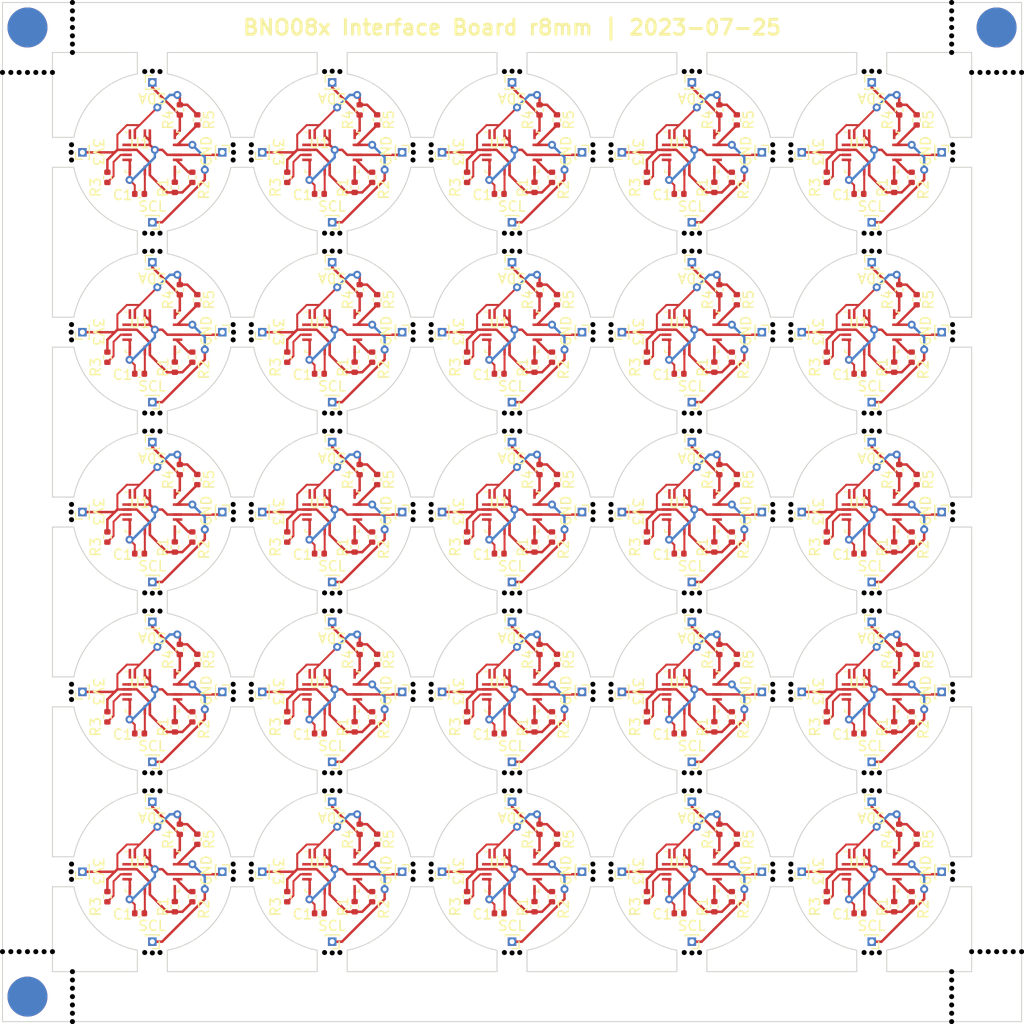
<source format=kicad_pcb>
(kicad_pcb (version 20221018) (generator pcbnew)
  (title_block (title "BNO08x Interface Board r8mm") (date "2023-07-25") (comment 1 "Author: Toby Godfrey"))
  (layers (0 "F.Cu" signal) (31 "B.Cu" signal) (34 "B.Paste" user) (35 "F.Paste" user) (36 "B.SilkS" user "B.Silkscreen") (37 "F.SilkS" user "F.Silkscreen") (38 "B.Mask" user) (39 "F.Mask" user) (44 "Edge.Cuts" user))
  (net 0 "")
  (net 1 "Board_0-+3.3V")
  (net 2 "Board_0-GND")
  (net 3 "Board_0-Net-(J1-Pin_1)")
  (net 4 "Board_0-Net-(J2-Pin_1)")
  (net 5 "Board_0-Net-(U1-BOOTN)")
  (net 6 "Board_0-Net-(U1-CAP)")
  (net 7 "Board_0-Net-(U1-ENV_SCL)")
  (net 8 "Board_0-Net-(U1-ENV_SDA)")
  (net 9 "Board_0-unconnected-(U1-RESV_NC-Pad1)")
  (net 10 "Board_1-+3.3V")
  (net 11 "Board_1-GND")
  (net 12 "Board_1-Net-(J1-Pin_1)")
  (net 13 "Board_1-Net-(J2-Pin_1)")
  (net 14 "Board_1-Net-(U1-BOOTN)")
  (net 15 "Board_1-Net-(U1-CAP)")
  (net 16 "Board_1-Net-(U1-ENV_SCL)")
  (net 17 "Board_1-Net-(U1-ENV_SDA)")
  (net 18 "Board_1-unconnected-(U1-RESV_NC-Pad1)")
  (net 19 "Board_2-+3.3V")
  (net 20 "Board_2-GND")
  (net 21 "Board_2-Net-(J1-Pin_1)")
  (net 22 "Board_2-Net-(J2-Pin_1)")
  (net 23 "Board_2-Net-(U1-BOOTN)")
  (net 24 "Board_2-Net-(U1-CAP)")
  (net 25 "Board_2-Net-(U1-ENV_SCL)")
  (net 26 "Board_2-Net-(U1-ENV_SDA)")
  (net 27 "Board_2-unconnected-(U1-RESV_NC-Pad1)")
  (net 28 "Board_3-+3.3V")
  (net 29 "Board_3-GND")
  (net 30 "Board_3-Net-(J1-Pin_1)")
  (net 31 "Board_3-Net-(J2-Pin_1)")
  (net 32 "Board_3-Net-(U1-BOOTN)")
  (net 33 "Board_3-Net-(U1-CAP)")
  (net 34 "Board_3-Net-(U1-ENV_SCL)")
  (net 35 "Board_3-Net-(U1-ENV_SDA)")
  (net 36 "Board_3-unconnected-(U1-RESV_NC-Pad1)")
  (net 37 "Board_4-+3.3V")
  (net 38 "Board_4-GND")
  (net 39 "Board_4-Net-(J1-Pin_1)")
  (net 40 "Board_4-Net-(J2-Pin_1)")
  (net 41 "Board_4-Net-(U1-BOOTN)")
  (net 42 "Board_4-Net-(U1-CAP)")
  (net 43 "Board_4-Net-(U1-ENV_SCL)")
  (net 44 "Board_4-Net-(U1-ENV_SDA)")
  (net 45 "Board_4-unconnected-(U1-RESV_NC-Pad1)")
  (net 46 "Board_5-+3.3V")
  (net 47 "Board_5-GND")
  (net 48 "Board_5-Net-(J1-Pin_1)")
  (net 49 "Board_5-Net-(J2-Pin_1)")
  (net 50 "Board_5-Net-(U1-BOOTN)")
  (net 51 "Board_5-Net-(U1-CAP)")
  (net 52 "Board_5-Net-(U1-ENV_SCL)")
  (net 53 "Board_5-Net-(U1-ENV_SDA)")
  (net 54 "Board_5-unconnected-(U1-RESV_NC-Pad1)")
  (net 55 "Board_6-+3.3V")
  (net 56 "Board_6-GND")
  (net 57 "Board_6-Net-(J1-Pin_1)")
  (net 58 "Board_6-Net-(J2-Pin_1)")
  (net 59 "Board_6-Net-(U1-BOOTN)")
  (net 60 "Board_6-Net-(U1-CAP)")
  (net 61 "Board_6-Net-(U1-ENV_SCL)")
  (net 62 "Board_6-Net-(U1-ENV_SDA)")
  (net 63 "Board_6-unconnected-(U1-RESV_NC-Pad1)")
  (net 64 "Board_7-+3.3V")
  (net 65 "Board_7-GND")
  (net 66 "Board_7-Net-(J1-Pin_1)")
  (net 67 "Board_7-Net-(J2-Pin_1)")
  (net 68 "Board_7-Net-(U1-BOOTN)")
  (net 69 "Board_7-Net-(U1-CAP)")
  (net 70 "Board_7-Net-(U1-ENV_SCL)")
  (net 71 "Board_7-Net-(U1-ENV_SDA)")
  (net 72 "Board_7-unconnected-(U1-RESV_NC-Pad1)")
  (net 73 "Board_8-+3.3V")
  (net 74 "Board_8-GND")
  (net 75 "Board_8-Net-(J1-Pin_1)")
  (net 76 "Board_8-Net-(J2-Pin_1)")
  (net 77 "Board_8-Net-(U1-BOOTN)")
  (net 78 "Board_8-Net-(U1-CAP)")
  (net 79 "Board_8-Net-(U1-ENV_SCL)")
  (net 80 "Board_8-Net-(U1-ENV_SDA)")
  (net 81 "Board_8-unconnected-(U1-RESV_NC-Pad1)")
  (net 82 "Board_9-+3.3V")
  (net 83 "Board_9-GND")
  (net 84 "Board_9-Net-(J1-Pin_1)")
  (net 85 "Board_9-Net-(J2-Pin_1)")
  (net 86 "Board_9-Net-(U1-BOOTN)")
  (net 87 "Board_9-Net-(U1-CAP)")
  (net 88 "Board_9-Net-(U1-ENV_SCL)")
  (net 89 "Board_9-Net-(U1-ENV_SDA)")
  (net 90 "Board_9-unconnected-(U1-RESV_NC-Pad1)")
  (net 91 "Board_10-+3.3V")
  (net 92 "Board_10-GND")
  (net 93 "Board_10-Net-(J1-Pin_1)")
  (net 94 "Board_10-Net-(J2-Pin_1)")
  (net 95 "Board_10-Net-(U1-BOOTN)")
  (net 96 "Board_10-Net-(U1-CAP)")
  (net 97 "Board_10-Net-(U1-ENV_SCL)")
  (net 98 "Board_10-Net-(U1-ENV_SDA)")
  (net 99 "Board_10-unconnected-(U1-RESV_NC-Pad1)")
  (net 100 "Board_11-+3.3V")
  (net 101 "Board_11-GND")
  (net 102 "Board_11-Net-(J1-Pin_1)")
  (net 103 "Board_11-Net-(J2-Pin_1)")
  (net 104 "Board_11-Net-(U1-BOOTN)")
  (net 105 "Board_11-Net-(U1-CAP)")
  (net 106 "Board_11-Net-(U1-ENV_SCL)")
  (net 107 "Board_11-Net-(U1-ENV_SDA)")
  (net 108 "Board_11-unconnected-(U1-RESV_NC-Pad1)")
  (net 109 "Board_12-+3.3V")
  (net 110 "Board_12-GND")
  (net 111 "Board_12-Net-(J1-Pin_1)")
  (net 112 "Board_12-Net-(J2-Pin_1)")
  (net 113 "Board_12-Net-(U1-BOOTN)")
  (net 114 "Board_12-Net-(U1-CAP)")
  (net 115 "Board_12-Net-(U1-ENV_SCL)")
  (net 116 "Board_12-Net-(U1-ENV_SDA)")
  (net 117 "Board_12-unconnected-(U1-RESV_NC-Pad1)")
  (net 118 "Board_13-+3.3V")
  (net 119 "Board_13-GND")
  (net 120 "Board_13-Net-(J1-Pin_1)")
  (net 121 "Board_13-Net-(J2-Pin_1)")
  (net 122 "Board_13-Net-(U1-BOOTN)")
  (net 123 "Board_13-Net-(U1-CAP)")
  (net 124 "Board_13-Net-(U1-ENV_SCL)")
  (net 125 "Board_13-Net-(U1-ENV_SDA)")
  (net 126 "Board_13-unconnected-(U1-RESV_NC-Pad1)")
  (net 127 "Board_14-+3.3V")
  (net 128 "Board_14-GND")
  (net 129 "Board_14-Net-(J1-Pin_1)")
  (net 130 "Board_14-Net-(J2-Pin_1)")
  (net 131 "Board_14-Net-(U1-BOOTN)")
  (net 132 "Board_14-Net-(U1-CAP)")
  (net 133 "Board_14-Net-(U1-ENV_SCL)")
  (net 134 "Board_14-Net-(U1-ENV_SDA)")
  (net 135 "Board_14-unconnected-(U1-RESV_NC-Pad1)")
  (net 136 "Board_15-+3.3V")
  (net 137 "Board_15-GND")
  (net 138 "Board_15-Net-(J1-Pin_1)")
  (net 139 "Board_15-Net-(J2-Pin_1)")
  (net 140 "Board_15-Net-(U1-BOOTN)")
  (net 141 "Board_15-Net-(U1-CAP)")
  (net 142 "Board_15-Net-(U1-ENV_SCL)")
  (net 143 "Board_15-Net-(U1-ENV_SDA)")
  (net 144 "Board_15-unconnected-(U1-RESV_NC-Pad1)")
  (net 145 "Board_16-+3.3V")
  (net 146 "Board_16-GND")
  (net 147 "Board_16-Net-(J1-Pin_1)")
  (net 148 "Board_16-Net-(J2-Pin_1)")
  (net 149 "Board_16-Net-(U1-BOOTN)")
  (net 150 "Board_16-Net-(U1-CAP)")
  (net 151 "Board_16-Net-(U1-ENV_SCL)")
  (net 152 "Board_16-Net-(U1-ENV_SDA)")
  (net 153 "Board_16-unconnected-(U1-RESV_NC-Pad1)")
  (net 154 "Board_17-+3.3V")
  (net 155 "Board_17-GND")
  (net 156 "Board_17-Net-(J1-Pin_1)")
  (net 157 "Board_17-Net-(J2-Pin_1)")
  (net 158 "Board_17-Net-(U1-BOOTN)")
  (net 159 "Board_17-Net-(U1-CAP)")
  (net 160 "Board_17-Net-(U1-ENV_SCL)")
  (net 161 "Board_17-Net-(U1-ENV_SDA)")
  (net 162 "Board_17-unconnected-(U1-RESV_NC-Pad1)")
  (net 163 "Board_18-+3.3V")
  (net 164 "Board_18-GND")
  (net 165 "Board_18-Net-(J1-Pin_1)")
  (net 166 "Board_18-Net-(J2-Pin_1)")
  (net 167 "Board_18-Net-(U1-BOOTN)")
  (net 168 "Board_18-Net-(U1-CAP)")
  (net 169 "Board_18-Net-(U1-ENV_SCL)")
  (net 170 "Board_18-Net-(U1-ENV_SDA)")
  (net 171 "Board_18-unconnected-(U1-RESV_NC-Pad1)")
  (net 172 "Board_19-+3.3V")
  (net 173 "Board_19-GND")
  (net 174 "Board_19-Net-(J1-Pin_1)")
  (net 175 "Board_19-Net-(J2-Pin_1)")
  (net 176 "Board_19-Net-(U1-BOOTN)")
  (net 177 "Board_19-Net-(U1-CAP)")
  (net 178 "Board_19-Net-(U1-ENV_SCL)")
  (net 179 "Board_19-Net-(U1-ENV_SDA)")
  (net 180 "Board_19-unconnected-(U1-RESV_NC-Pad1)")
  (net 181 "Board_20-+3.3V")
  (net 182 "Board_20-GND")
  (net 183 "Board_20-Net-(J1-Pin_1)")
  (net 184 "Board_20-Net-(J2-Pin_1)")
  (net 185 "Board_20-Net-(U1-BOOTN)")
  (net 186 "Board_20-Net-(U1-CAP)")
  (net 187 "Board_20-Net-(U1-ENV_SCL)")
  (net 188 "Board_20-Net-(U1-ENV_SDA)")
  (net 189 "Board_20-unconnected-(U1-RESV_NC-Pad1)")
  (net 190 "Board_21-+3.3V")
  (net 191 "Board_21-GND")
  (net 192 "Board_21-Net-(J1-Pin_1)")
  (net 193 "Board_21-Net-(J2-Pin_1)")
  (net 194 "Board_21-Net-(U1-BOOTN)")
  (net 195 "Board_21-Net-(U1-CAP)")
  (net 196 "Board_21-Net-(U1-ENV_SCL)")
  (net 197 "Board_21-Net-(U1-ENV_SDA)")
  (net 198 "Board_21-unconnected-(U1-RESV_NC-Pad1)")
  (net 199 "Board_22-+3.3V")
  (net 200 "Board_22-GND")
  (net 201 "Board_22-Net-(J1-Pin_1)")
  (net 202 "Board_22-Net-(J2-Pin_1)")
  (net 203 "Board_22-Net-(U1-BOOTN)")
  (net 204 "Board_22-Net-(U1-CAP)")
  (net 205 "Board_22-Net-(U1-ENV_SCL)")
  (net 206 "Board_22-Net-(U1-ENV_SDA)")
  (net 207 "Board_22-unconnected-(U1-RESV_NC-Pad1)")
  (net 208 "Board_23-+3.3V")
  (net 209 "Board_23-GND")
  (net 210 "Board_23-Net-(J1-Pin_1)")
  (net 211 "Board_23-Net-(J2-Pin_1)")
  (net 212 "Board_23-Net-(U1-BOOTN)")
  (net 213 "Board_23-Net-(U1-CAP)")
  (net 214 "Board_23-Net-(U1-ENV_SCL)")
  (net 215 "Board_23-Net-(U1-ENV_SDA)")
  (net 216 "Board_23-unconnected-(U1-RESV_NC-Pad1)")
  (net 217 "Board_24-+3.3V")
  (net 218 "Board_24-GND")
  (net 219 "Board_24-Net-(J1-Pin_1)")
  (net 220 "Board_24-Net-(J2-Pin_1)")
  (net 221 "Board_24-Net-(U1-BOOTN)")
  (net 222 "Board_24-Net-(U1-CAP)")
  (net 223 "Board_24-Net-(U1-ENV_SCL)")
  (net 224 "Board_24-Net-(U1-ENV_SDA)")
  (net 225 "Board_24-unconnected-(U1-RESV_NC-Pad1)")
  (footprint "NPTH" (layer "F.Cu") (at 156.586914 88.235165)
    (fp_text reference "REF**" hide)
    (fp_text value "NPTH" hide)
  )
  (footprint "NPTH" (layer "F.Cu") (at 176.412396 107.765052)
    (fp_text reference "REF**" hide)
    (fp_text value "NPTH" hide)
  )
  (footprint "Connector_PinHeader_1.00mm:PinHeader_1x01_P1.00mm_Vertical" (layer "F.Cu") (at 148.498776 27.999388)
    (fp_text reference "J1" hide)
    (fp_text value "Conn_01x01_Pin")
  )
  (footprint "NPTH" (layer "F.Cu") (at 104.501224 118.665442)
    (fp_text reference "REF**" hide)
    (fp_text value "NPTH" hide)
  )
  (footprint "NPTH" (layer "F.Cu") (at 183.735752 115.086199)
    (fp_text reference "REF**" hide)
    (fp_text value "NPTH" hide)
  )
  (footprint "Resistor_SMD:R_0402_1005Metric" (layer "F.Cu") (at 133.248776 30.749388 90)
    (fp_text reference "R4")
    (fp_text value "2.2k")
  )
  (footprint "NPTH" (layer "F.Cu") (at 156.586914 52.235165)
    (fp_text reference "REF**" hide)
    (fp_text value "NPTH" hide)
  )
  (footprint "NPTH" (layer "F.Cu") (at 148.501386 61.122491)
    (fp_text reference "REF**" hide)
    (fp_text value "NPTH" hide)
  )
  (footprint "NPTH" (layer "F.Cu") (at 122.412396 107.765052)
    (fp_text reference "REF**" hide)
    (fp_text value "NPTH" hide)
  )
  (footprint "NPTH" (layer "F.Cu") (at 120.586914 34.235166)
    (fp_text reference "REF**" hide)
    (fp_text value "NPTH" hide)
  )
  (footprint "NPTH" (layer "F.Cu") (at 183.735752 44.912576)
    (fp_text reference "REF**" hide)
    (fp_text value "NPTH" hide)
  )
  (footprint "Connector_PinHeader_1.00mm:PinHeader_1x01_P1.00mm_Vertical" (layer "F.Cu") (at 141.498776 52.999388 90)
    (fp_text reference "J3" hide)
    (fp_text value "Conn_01x01_Pin")
  )
  (footprint "Resistor_SMD:R_0402_1005Metric" (layer "F.Cu") (at 143.998776 109.499388 90)
    (fp_text reference "R3")
    (fp_text value "10k")
  )
  (footprint "NPTH" (layer "F.Cu") (at 112.501386 62.876284)
    (fp_text reference "REF**" hide)
    (fp_text value "NPTH" hide)
  )
  (footprint "NPTH" (layer "F.Cu") (at 122.412396 35.765052)
    (fp_text reference "REF**" hide)
    (fp_text value "NPTH" hide)
  )
  (footprint "NPTH" (layer "F.Cu") (at 138.623662 52.999386)
    (fp_text reference "REF**" hide)
    (fp_text value "NPTH" hide)
  )
  (footprint "NPTH" (layer "F.Cu") (at 138.586914 35.76361)
    (fp_text reference "REF**" hide)
    (fp_text value "NPTH" hide)
  )
  (footprint "NPTH" (layer "F.Cu") (at 176.412396 35.765052)
    (fp_text reference "REF**" hide)
    (fp_text value "NPTH" hide)
  )
  (footprint "NPTH" (layer "F.Cu") (at 140.376298 88.999388)
    (fp_text reference "REF**" hide)
    (fp_text value "NPTH" hide)
  )
  (footprint "Resistor_SMD:R_0402_1005Metric" (layer "F.Cu") (at 125.998776 55.499388 90)
    (fp_text reference "R3")
    (fp_text value "10k")
  )
  (footprint "NPTH" (layer "F.Cu") (at 192.498775 24.166667)
    (fp_text reference "REF**" hide)
    (fp_text value "NPTH" hide)
  )
  (footprint "NPTH" (layer "F.Cu") (at 174.623662 70.999386)
    (fp_text reference "REF**" hide)
    (fp_text value "NPTH" hide)
  )
  (footprint "Connector_PinHeader_1.00mm:PinHeader_1x01_P1.00mm_Vertical" (layer "F.Cu") (at 148.498776 41.999388 180)
    (fp_text reference "J2" hide)
    (fp_text value "Conn_01x01_Pin")
  )
  (footprint "NPTH" (layer "F.Cu") (at 176.376298 34.999388)
    (fp_text reference "REF**" hide)
    (fp_text value "NPTH" hide)
  )
  (footprint "NPTH" (layer "F.Cu") (at 174.586914 107.76361)
    (fp_text reference "REF**" hide)
    (fp_text value "NPTH" hide)
  )
  (footprint "NPTH" (layer "F.Cu") (at 174.623662 34.999387)
    (fp_text reference "REF**" hide)
    (fp_text value "NPTH" hide)
  )
  (footprint "Resistor_SMD:R_0402_1005Metric" (layer "F.Cu") (at 116.498776 109.499388 -90)
    (fp_text reference "R2")
    (fp_text value "2.2k")
  )
  (footprint "NPTH" (layer "F.Cu") (at 192.498775 23.333334)
    (fp_text reference "REF**" hide)
    (fp_text value "NPTH" hide)
  )
  (footprint "Resistor_SMD:R_0402_1005Metric" (layer "F.Cu") (at 143.998776 91.499388 90)
    (fp_text reference "R3")
    (fp_text value "10k")
  )
  (footprint "NPTH" (layer "F.Cu") (at 129.735752 62.912576)
    (fp_text reference "REF**" hide)
    (fp_text value "NPTH" hide)
  )
  (footprint "Connector_PinHeader_1.00mm:PinHeader_1x01_P1.00mm_Vertical" (layer "F.Cu") (at 130.498776 41.999388 180)
    (fp_text reference "J2" hide)
    (fp_text value "Conn_01x01_Pin")
  )
  (footprint "Capacitor_SMD:C_0402_1005Metric" (layer "F.Cu") (at 129.218776 75.159388 180)
    (fp_text reference "C1")
    (fp_text value "0.1uF")
  )
  (footprint "NPTH" (layer "F.Cu") (at 140.412396 71.765052)
    (fp_text reference "REF**" hide)
    (fp_text value "NPTH" hide)
  )
  (footprint "NPTH" (layer "F.Cu") (at 140.376298 52.999388)
    (fp_text reference "REF**" hide)
    (fp_text value "NPTH" hide)
  )
  (footprint "NPTH" (layer "F.Cu") (at 122.376298 70.999388)
    (fp_text reference "REF**" hide)
    (fp_text value "NPTH" hide)
  )
  (footprint "NPTH" (layer "F.Cu") (at 122.412368 88.233721)
    (fp_text reference "REF**" hide)
    (fp_text value "NPTH" hide)
  )
  (footprint "NPTH" (layer "F.Cu") (at 104.501224 121.165442)
    (fp_text reference "REF**" hide)
    (fp_text value "NPTH" hide)
  )
  (footprint "Connector_PinHeader_1.00mm:PinHeader_1x01_P1.00mm_Vertical" (layer "F.Cu") (at 184.498776 63.999388)
    (fp_text reference "J1" hide)
    (fp_text value "Conn_01x01_Pin")
  )
  (footprint "Capacitor_SMD:C_0402_1005Metric" (layer "F.Cu") (at 111.218776 75.159388 180)
    (fp_text reference "C1")
    (fp_text value "0.1uF")
  )
  (footprint "NPTH" (layer "F.Cu") (at 167.267088 62.912154)
    (fp_text reference "REF**" hide)
    (fp_text value "NPTH" hide)
  )
  (footprint "NPTH" (layer "F.Cu") (at 112.501386 44.876284)
    (fp_text reference "REF**" hide)
    (fp_text value "NPTH" hide)
  )
  (footprint "NPTH" (layer "F.Cu") (at 185.267088 79.086621)
    (fp_text reference "REF**" hide)
    (fp_text value "NPTH" hide)
  )
  (footprint "NPTH" (layer "F.Cu") (at 129.735752 97.086199)
    (fp_text reference "REF**" hide)
    (fp_text value "NPTH" hide)
  )
  (footprint "NPTH" (layer "F.Cu") (at 111.735753 79.086199)
    (fp_text reference "REF**" hide)
    (fp_text value "NPTH" hide)
  )
  (footprint "Connector_PinHeader_1.00mm:PinHeader_1x01_P1.00mm_Vertical" (layer "F.Cu") (at 191.498776 70.999388 -90)
    (fp_text reference "J4" hide)
    (fp_text value "Conn_01x01_Pin")
  )
  (footprint "Capacitor_SMD:C_0402_1005Metric" (layer "F.Cu") (at 129.218776 111.159388 180)
    (fp_text reference "C1")
    (fp_text value "0.1uF")
  )
  (footprint "NPTH" (layer "F.Cu") (at 167.267088 98.912154)
    (fp_text reference "REF**" hide)
    (fp_text value "NPTH" hide)
  )
  (footprint "Resistor_SMD:R_0402_1005Metric" (layer "F.Cu") (at 152.998776 49.749388 -90)
    (fp_text reference "R5")
    (fp_text value "2.2k")
  )
  (footprint "NPTH" (layer "F.Cu") (at 167.267088 115.086621)
    (fp_text reference "REF**" hide)
    (fp_text value "NPTH" hide)
  )
  (footprint "NPTH" (layer "F.Cu") (at 138.586914 70.235165)
    (fp_text reference "REF**" hide)
    (fp_text value "NPTH" hide)
  )
  (footprint "Connector_PinHeader_1.00mm:PinHeader_1x01_P1.00mm_Vertical" (layer "F.Cu") (at 105.498776 34.999388 90)
    (fp_text reference "J3" hide)
    (fp_text value "Conn_01x01_Pin")
  )
  (footprint "Connector_PinHeader_1.00mm:PinHeader_1x01_P1.00mm_Vertical" (layer "F.Cu") (at 112.498776 63.999388)
    (fp_text reference "J1" hide)
    (fp_text value "Conn_01x01_Pin")
  )
  (footprint "Connector_PinHeader_1.00mm:PinHeader_1x01_P1.00mm_Vertical" (layer "F.Cu") (at 112.498776 99.999388)
    (fp_text reference "J1" hide)
    (fp_text value "Conn_01x01_Pin")
  )
  (footprint "NPTH" (layer "F.Cu") (at 148.501386 115.122491)
    (fp_text reference "REF**" hide)
    (fp_text value "NPTH" hide)
  )
  (footprint "Resistor_SMD:R_0402_1005Metric" (layer "F.Cu") (at 186.748776 38.499388 90)
    (fp_text reference "R1")
    (fp_text value "2.2k")
  )
  (footprint "Package_LGA:LGA-28_5.2x3.8mm_P0.5mm" (layer "F.Cu") (at 148.498776 88.999388)
    (fp_text reference "U1")
    (fp_text value "~")
  )
  (footprint "Resistor_SMD:R_0402_1005Metric" (layer "F.Cu") (at 152.998776 103.749388 -90)
    (fp_text reference "R5")
    (fp_text value "2.2k")
  )
  (footprint "NPTH" (layer "F.Cu") (at 185.267088 44.912154)
    (fp_text reference "REF**" hide)
    (fp_text value "NPTH" hide)
  )
  (footprint "Resistor_SMD:R_0402_1005Metric" (layer "F.Cu") (at 187.248776 30.749388 90)
    (fp_text reference "R4")
    (fp_text value "2.2k")
  )
  (footprint "Resistor_SMD:R_0402_1005Metric" (layer "F.Cu") (at 132.748776 74.499388 90)
    (fp_text reference "R1")
    (fp_text value "2.2k")
  )
  (footprint "NPTH" (layer "F.Cu") (at 111.735753 98.912576)
    (fp_text reference "REF**" hide)
    (fp_text value "NPTH" hide)
  )
  (footprint "NPTH" (layer "F.Cu") (at 131.267088 98.912154)
    (fp_text reference "REF**" hide)
    (fp_text value "NPTH" hide)
  )
  (footprint "Connector_PinHeader_1.00mm:PinHeader_1x01_P1.00mm_Vertical" (layer "F.Cu") (at 148.498776 59.999388 180)
    (fp_text reference "J2" hide)
    (fp_text value "Conn_01x01_Pin")
  )
  (footprint "NPTH" (layer "F.Cu") (at 98.334558 27)
    (fp_text reference "REF**" hide)
    (fp_text value "NPTH" hide)
  )
  (footprint "NPTH" (layer "F.Cu") (at 192.623662 52.999386)
    (fp_text reference "REF**" hide)
    (fp_text value "NPTH" hide)
  )
  (footprint "NPTH" (layer "F.Cu") (at 165.735752 115.086199)
    (fp_text reference "REF**" hide)
    (fp_text value "NPTH" hide)
  )
  (footprint "NPTH" (layer "F.Cu") (at 176.412368 52.233721)
    (fp_text reference "REF**" hide)
    (fp_text value "NPTH" hide)
  )
  (footprint "Resistor_SMD:R_0402_1005Metric" (layer "F.Cu") (at 143.998776 73.499388 90)
    (fp_text reference "R3")
    (fp_text value "10k")
  )
  (footprint "Capacitor_SMD:C_0402_1005Metric" (layer "F.Cu") (at 147.218776 111.159388 180)
    (fp_text reference "C1")
    (fp_text value "0.1uF")
  )
  (footprint "NPTH" (layer "F.Cu") (at 104.376299 70.999387)
    (fp_text reference "REF**" hide)
    (fp_text value "NPTH" hide)
  )
  (footprint "NPTH" (layer "F.Cu") (at 192.586914 34.235166)
    (fp_text reference "REF**" hide)
    (fp_text value "NPTH" hide)
  )
  (footprint "Resistor_SMD:R_0402_1005Metric" (layer "F.Cu") (at 152.498776 55.499388 -90)
    (fp_text reference "R2")
    (fp_text value "2.2k")
  )
  (footprint "NPTH" (layer "F.Cu") (at 192.586914 71.76361)
    (fp_text reference "REF**" hide)
    (fp_text value "NPTH" hide)
  )
  (footprint "NPTH" (layer "F.Cu") (at 192.586914 52.235165)
    (fp_text reference "REF**" hide)
    (fp_text value "NPTH" hide)
  )
  (footprint "NPTH" (layer "F.Cu") (at 138.586914 106.235165)
    (fp_text reference "REF**" hide)
    (fp_text value "NPTH" hide)
  )
  (footprint "NPTH" (layer "F.Cu") (at 149.267088 115.086621)
    (fp_text reference "REF**" hide)
    (fp_text value "NPTH" hide)
  )
  (footprint "Package_LGA:LGA-28_5.2x3.8mm_P0.5mm" (layer "F.Cu") (at 112.498776 88.999388)
    (fp_text reference "U1")
    (fp_text value "~")
  )
  (footprint "NPTH" (layer "F.Cu") (at 149.267088 61.086621)
    (fp_text reference "REF**" hide)
    (fp_text value "NPTH" hide)
  )
  (footprint "Capacitor_SMD:C_0402_1005Metric" (layer "F.Cu") (at 165.218776 57.159388 180)
    (fp_text reference "C1")
    (fp_text value "0.1uF")
  )
  (footprint "Connector_PinHeader_1.00mm:PinHeader_1x01_P1.00mm_Vertical" (layer "F.Cu") (at 159.498776 70.999388 90)
    (fp_text reference "J3" hide)
    (fp_text value "Conn_01x01_Pin")
  )
  (footprint "NPTH" (layer "F.Cu") (at 113.267088 62.912154)
    (fp_text reference "REF**" hide)
    (fp_text value "NPTH" hide)
  )
  (footprint "Package_LGA:LGA-28_5.2x3.8mm_P0.5mm" (layer "F.Cu") (at 148.498776 34.999388)
    (fp_text reference "U1")
    (fp_text value "~")
  )
  (footprint "NPTH" (layer "F.Cu") (at 148.501386 98.876284)
    (fp_text reference "REF**" hide)
    (fp_text value "NPTH" hide)
  )
  (footprint "NPTH" (layer "F.Cu") (at 120.586914 70.235165)
    (fp_text reference "REF**" hide)
    (fp_text value "NPTH" hide)
  )
  (footprint "NPTH" (layer "F.Cu") (at 122.412368 70.233721)
    (fp_text reference "REF**" hide)
    (fp_text value "NPTH" hide)
  )
  (footprint "NPTH" (layer "F.Cu") (at 138.586914 53.76361)
    (fp_text reference "REF**" hide)
    (fp_text value "NPTH" hide)
  )
  (footprint "Connector_PinHeader_1.00mm:PinHeader_1x01_P1.00mm_Vertical" (layer "F.Cu") (at 184.498776 99.999388)
    (fp_text reference "J1" hide)
    (fp_text value "Conn_01x01_Pin")
  )
  (footprint "NPTH" (layer "F.Cu") (at 112.501386 79.122491)
    (fp_text reference "REF**" hide)
    (fp_text value "NPTH" hide)
  )
  (footprint "NPTH" (layer "F.Cu") (at 104.376299 106.999387)
    (fp_text reference "REF**" hide)
    (fp_text value "NPTH" hide)
  )
  (footprint "NPTH" (layer "F.Cu") (at 104.501224 24.166667)
    (fp_text reference "REF**" hide)
    (fp_text value "NPTH" hide)
  )
  (footprint "NPTH" (layer "F.Cu") (at 158.412368 106.233721)
    (fp_text reference "REF**" hide)
    (fp_text value "NPTH" hide)
  )
  (footprint "NPTH" (layer "F.Cu") (at 101.667891 27)
    (fp_text reference "REF**" hide)
    (fp_text value "NPTH" hide)
  )
  (footprint "NPTH" (layer "F.Cu") (at 165.735752 97.086199)
    (fp_text reference "REF**" hide)
    (fp_text value "NPTH" hide)
  )
  (footprint "NPTH" (layer "F.Cu") (at 112.501386 61.122491)
    (fp_text reference "REF**" hide)
    (fp_text value "NPTH" hide)
  )
  (footprint "NPTH" (layer "F.Cu") (at 113.267088 61.086621)
    (fp_text reference "REF**" hide)
    (fp_text value "NPTH" hide)
  )
  (footprint "NPTH" (layer "F.Cu") (at 111.735753 43.086199)
    (fp_text reference "REF**" hide)
    (fp_text value "NPTH" hide)
  )
  (footprint "NPTH" (layer "F.Cu") (at 147.735752 44.912576)
    (fp_text reference "REF**" hide)
    (fp_text value "NPTH" hide)
  )
  (footprint "Resistor_SMD:R_0402_1005Metric" (layer "F.Cu") (at 107.998776 37.499388 90)
    (fp_text reference "R3")
    (fp_text value "10k")
  )
  (footprint "Resistor_SMD:R_0402_1005Metric" (layer "F.Cu") (at 134.498776 37.499388 -90)
    (fp_text reference "R2")
    (fp_text value "2.2k")
  )
  (footprint "NPTH" (layer "F.Cu") (at 113.267088 44.912154)
    (fp_text reference "REF**" hide)
    (fp_text value "NPTH" hide)
  )
  (footprint "NPTH" (layer "F.Cu") (at 192.586914 35.76361)
    (fp_text reference "REF**" hide)
    (fp_text value "NPTH" hide)
  )
  (footprint "NPTH" (layer "F.Cu") (at 156.623662 88.999386)
    (fp_text reference "REF**" hide)
    (fp_text value "NPTH" hide)
  )
  (footprint "NPTH" (layer "F.Cu") (at 147.735752 43.086199)
    (fp_text reference "REF**" hide)
    (fp_text value "NPTH" hide)
  )
  (footprint "NPTH" (layer "F.Cu") (at 174.623662 106.999386)
    (fp_text reference "REF**" hide)
    (fp_text value "NPTH" hide)
  )
  (footprint "NPTH" (layer "F.Cu") (at 138.586914 52.235165)
    (fp_text reference "REF**" hide)
    (fp_text value "NPTH" hide)
  )
  (footprint "NPTH" (layer "F.Cu") (at 174.586914 89.76361)
    (fp_text reference "REF**" hide)
    (fp_text value "NPTH" hide)
  )
  (footprint "NPTH" (layer "F.Cu") (at 174.623662 88.999386)
    (fp_text reference "REF**" hide)
    (fp_text value "NPTH" hide)
  )
  (footprint "Resistor_SMD:R_0402_1005Metric" (layer "F.Cu") (at 115.248776 102.749388 90)
    (fp_text reference "R4")
    (fp_text value "2.2k")
  )
  (footprint "Resistor_SMD:R_0402_1005Metric" (layer "F.Cu") (at 114.748776 110.499388 90)
    (fp_text reference "R1")
    (fp_text value "2.2k")
  )
  (footprint "NPTH" (layer "F.Cu") (at 100.834558 27)
    (fp_text reference "REF**" hide)
    (fp_text value "NPTH" hide)
  )
  (footprint "NPTH" (layer "F.Cu") (at 174.586914 88.235165)
    (fp_text reference "REF**" hide)
    (fp_text value "NPTH" hide)
  )
  (footprint "Connector_PinHeader_1.00mm:PinHeader_1x01_P1.00mm_Vertical" (layer "F.Cu") (at 191.498776 34.999388 -90)
    (fp_text reference "J4" hide)
    (fp_text value "Conn_01x01_Pin")
  )
  (footprint "NPTH" (layer "F.Cu") (at 166.501386 115.122491)
    (fp_text reference "REF**" hide)
    (fp_text value "NPTH" hide)
  )
  (footprint "Resistor_SMD:R_0402_1005Metric" (layer "F.Cu") (at 168.748776 92.499388 90)
    (fp_text reference "R1")
    (fp_text value "2.2k")
  )
  (footprint "NPTH" (layer "F.Cu") (at 122.412368 52.233721)
    (fp_text reference "REF**" hide)
    (fp_text value "NPTH" hide)
  )
  (footprint "NPTH" (layer "F.Cu") (at 130.501386 115.122491)
    (fp_text reference "REF**" hide)
    (fp_text value "NPTH" hide)
  )
  (footprint "NPTH" (layer "F.Cu") (at 166.501386 62.876284)
    (fp_text reference "REF**" hide)
    (fp_text value "NPTH" hide)
  )
  (footprint "NPTH" (layer "F.Cu") (at 196.165442 27)
    (fp_text reference "REF**" hide)
    (fp_text value "NPTH" hide)
  )
  (footprint "Connector_PinHeader_1.00mm:PinHeader_1x01_P1.00mm_Vertical" (layer "F.Cu") (at 105.498776 106.999388 90)
    (fp_text reference "J3" hide)
    (fp_text value "Conn_01x01_Pin")
  )
  (footprint "Capacitor_SMD:C_0402_1005Metric" (layer "F.Cu") (at 111.218776 39.159388 180)
    (fp_text reference "C1")
    (fp_text value "0.1uF")
  )
  (footprint "NPTH" (layer "F.Cu") (at 111.735753 26.912577)
    (fp_text reference "REF**" hide)
    (fp_text value "NPTH" hide)
  )
  (footprint "NPTH" (layer "F.Cu") (at 184.501386 26.876285)
    (fp_text reference "REF**" hide)
    (fp_text value "NPTH" hide)
  )
  (footprint "Package_LGA:LGA-28_5.2x3.8mm_P0.5mm" (layer "F.Cu") (at 184.498776 70.999388)
    (fp_text reference "U1")
    (fp_text value "~")
  )
  (footprint "Fiducial" (layer "F.Cu") (at 100.001224 22.5)
    (fp_text reference "REF**" hide)
    (fp_text value "Fiducial" hide)
  )
  (footprint "NPTH" (layer "F.Cu") (at 183.735752 98.912576)
    (fp_text reference "REF**" hide)
    (fp_text value "NPTH" hide)
  )
  (footprint "NPTH" (layer "F.Cu") (at 156.586914 107.76361)
    (fp_text reference "REF**" hide)
    (fp_text value "NPTH" hide)
  )
  (footprint "NPTH" (layer "F.Cu") (at 104.412369 71.765054)
    (fp_text reference "REF**" hide)
    (fp_text value "NPTH" hide)
  )
  (footprint "Connector_PinHeader_1.00mm:PinHeader_1x01_P1.00mm_Vertical" (layer "F.Cu") (at 159.498776 52.999388 90)
    (fp_text reference "J3" hide)
    (fp_text value "Conn_01x01_Pin")
  )
  (footprint "Resistor_SMD:R_0402_1005Metric" (layer "F.Cu") (at 170.998776 31.749388 -90)
    (fp_text reference "R5")
    (fp_text value "2.2k")
  )
  (footprint "NPTH" (layer "F.Cu") (at 120.623662 52.999386)
    (fp_text reference "REF**" hide)
    (fp_text value "NPTH" hide)
  )
  (footprint "NPTH" (layer "F.Cu") (at 156.623662 52.999386)
    (fp_text reference "REF**" hide)
    (fp_text value "NPTH" hide)
  )
  (footprint "Resistor_SMD:R_0402_1005Metric" (layer "F.Cu") (at 132.748776 38.499388 90)
    (fp_text reference "R1")
    (fp_text value "2.2k")
  )
  (footprint "NPTH" (layer "F.Cu") (at 99.167891 114.998775)
    (fp_text reference "REF**" hide)
    (fp_text value "NPTH" hide)
  )
  (footprint "Connector_PinHeader_1.00mm:PinHeader_1x01_P1.00mm_Vertical" (layer "F.Cu") (at 130.498776 77.999388 180)
    (fp_text reference "J2" hide)
    (fp_text value "Conn_01x01_Pin")
  )
  (footprint "Resistor_SMD:R_0402_1005Metric" (layer "F.Cu") (at 170.998776 85.749388 -90)
    (fp_text reference "R5")
    (fp_text value "2.2k")
  )
  (footprint "NPTH" (layer "F.Cu") (at 158.412396 71.765052)
    (fp_text reference "REF**" hide)
    (fp_text value "NPTH" hide)
  )
  (footprint "NPTH" (layer "F.Cu") (at 196.998776 114.998775)
    (fp_text reference "REF**" hide)
    (fp_text value "NPTH" hide)
  )
  (footprint "NPTH" (layer "F.Cu") (at 185.267088 115.086621)
    (fp_text reference "REF**" hide)
    (fp_text value "NPTH" hide)
  )
  (footprint "Resistor_SMD:R_0402_1005Metric" (layer "F.Cu") (at 134.498776 109.499388 -90)
    (fp_text reference "R2")
    (fp_text value "2.2k")
  )
  (footprint "Resistor_SMD:R_0402_1005Metric" (layer "F.Cu") (at 150.748776 92.499388 90)
    (fp_text reference "R1")
    (fp_text value "2.2k")
  )
  (footprint "NPTH" (layer "F.Cu") (at 131.267088 62.912154)
    (fp_text reference "REF**" hide)
    (fp_text value "NPTH" hide)
  )
  (footprint "NPTH" (layer "F.Cu") (at 199.498776 27)
    (fp_text reference "REF**" hide)
    (fp_text value "NPTH" hide)
  )
  (footprint "Resistor_SMD:R_0402_1005Metric" (layer "F.Cu") (at 168.748776 74.499388 90)
    (fp_text reference "R1")
    (fp_text value "2.2k")
  )
  (footprint "Resistor_SMD:R_0402_1005Metric" (layer "F.Cu") (at 187.248776 48.749388 90)
    (fp_text reference "R4")
    (fp_text value "2.2k")
  )
  (footprint "Resistor_SMD:R_0402_1005Metric" (layer "F.Cu") (at 125.998776 37.499388 90)
    (fp_text reference "R3")
    (fp_text value "10k")
  )
  (footprint "NPTH" (layer "F.Cu") (at 192.623662 70.999386)
    (fp_text reference "REF**" hide)
    (fp_text value "NPTH" hide)
  )
  (footprint "NPTH" (layer "F.Cu") (at 166.501386 79.122491)
    (fp_text reference "REF**" hide)
    (fp_text value "NPTH" hide)
  )
  (footprint "Capacitor_SMD:C_0402_1005Metric" (layer "F.Cu") (at 183.218776 93.159388 180)
    (fp_text reference "C1")
    (fp_text value "0.1uF")
  )
  (footprint "Resistor_SMD:R_0402_1005Metric" (layer "F.Cu") (at 188.998776 85.749388 -90)
    (fp_text reference "R5")
    (fp_text value "2.2k")
  )
  (footprint "NPTH" (layer "F.Cu") (at 122.412396 71.765052)
    (fp_text reference "REF**" hide)
    (fp_text value "NPTH" hide)
  )
  (footprint "NPTH" (layer "F.Cu") (at 122.412396 89.765052)
    (fp_text reference "REF**" hide)
    (fp_text value "NPTH" hide)
  )
  (footprint "NPTH" (layer "F.Cu") (at 166.501386 61.122491)
    (fp_text reference "REF**" hide)
    (fp_text value "NPTH" hide)
  )
  (footprint "Resistor_SMD:R_0402_1005Metric" (layer "F.Cu") (at 143.998776 55.499388 90)
    (fp_text reference "R3")
    (fp_text value "10k")
  )
  (footprint "NPTH" (layer "F.Cu") (at 147.735752 79.086199)
    (fp_text reference "REF**" hide)
    (fp_text value "NPTH" hide)
  )
  (footprint "Resistor_SMD:R_0402_1005Metric" (layer "F.Cu") (at 134.998776 85.749388 -90)
    (fp_text reference "R5")
    (fp_text value "2.2k")
  )
  (footprint "NPTH" (layer "F.Cu") (at 184.501386 43.122491)
    (fp_text reference "REF**" hide)
    (fp_text value "NPTH" hide)
  )
  (footprint "NPTH" (layer "F.Cu") (at 158.412368 34.233722)
    (fp_text reference "REF**" hide)
    (fp_text value "NPTH" hide)
  )
  (footprint "NPTH" (layer "F.Cu") (at 174.586914 106.235165)
    (fp_text reference "REF**" hide)
    (fp_text value "NPTH" hide)
  )
  (footprint "Connector_PinHeader_1.00mm:PinHeader_1x01_P1.00mm_Vertical" (layer "F.Cu") (at 137.498776 34.999388 -90)
    (fp_text reference "J4" hide)
    (fp_text value "Conn_01x01_Pin")
  )
  (footprint "Resistor_SMD:R_0402_1005Metric" (layer "F.Cu") (at 169.248776 102.749388 90)
    (fp_text reference "R4")
    (fp_text value "2.2k")
  )
  (footprint "Connector_PinHeader_1.00mm:PinHeader_1x01_P1.00mm_Vertical" (layer "F.Cu") (at 184.498776 95.999388 180)
    (fp_text reference "J2" hide)
    (fp_text value "Conn_01x01_Pin")
  )
  (footprint "Capacitor_SMD:C_0402_1005Metric" (layer "F.Cu") (at 147.218776 39.159388 180)
    (fp_text reference "C1")
    (fp_text value "0.1uF")
  )
  (footprint "NPTH" (layer "F.Cu") (at 97.501224 114.998775)
    (fp_text reference "REF**" hide)
    (fp_text value "NPTH" hide)
  )
  (footprint "Resistor_SMD:R_0402_1005Metric" (layer "F.Cu") (at 134.498776 55.499388 -90)
    (fp_text reference "R2")
    (fp_text value "2.2k")
  )
  (footprint "Resistor_SMD:R_0402_1005Metric" (layer "F.Cu") (at 152.498776 109.499388 -90)
    (fp_text reference "R2")
    (fp_text value "2.2k")
  )
  (footprint "Fiducial" (layer "F.Cu") (at 196.998776 22.5)
    (fp_text reference "REF**" hide)
    (fp_text value "Fiducial" hide)
  )
  (footprint "NPTH" (layer "F.Cu") (at 192.586914 88.235165)
    (fp_text reference "REF**" hide)
    (fp_text value "NPTH" hide)
  )
  (footprint "NPTH" (layer "F.Cu") (at 140.376298 106.999388)
    (fp_text reference "REF**" hide)
    (fp_text value "NPTH" hide)
  )
  (footprint "Connector_PinHeader_1.00mm:PinHeader_1x01_P1.00mm_Vertical" (layer "F.Cu") (at 105.498776 70.999388 90)
    (fp_text reference "J3" hide)
    (fp_text value "Conn_01x01_Pin")
  )
  (footprint "Connector_PinHeader_1.00mm:PinHeader_1x01_P1.00mm_Vertical" (layer "F.Cu") (at 166.498776 45.999388)
    (fp_text reference "J1" hide)
    (fp_text value "Conn_01x01_Pin")
  )
  (footprint "Connector_PinHeader_1.00mm:PinHeader_1x01_P1.00mm_Vertical" (layer "F.Cu") (at 148.498776 77.999388 180)
    (fp_text reference "J2" hide)
    (fp_text value "Conn_01x01_Pin")
  )
  (footprint "Connector_PinHeader_1.00mm:PinHeader_1x01_P1.00mm_Vertical" (layer "F.Cu") (at 166.498776 81.999388)
    (fp_text reference "J1" hide)
    (fp_text value "Conn_01x01_Pin")
  )
  (footprint "NPTH" (layer "F.Cu") (at 130.501386 97.122491)
    (fp_text reference "REF**" hide)
    (fp_text value "NPTH" hide)
  )
  (footprint "Resistor_SMD:R_0402_1005Metric" (layer "F.Cu") (at 107.998776 91.499388 90)
    (fp_text reference "R3")
    (fp_text value "10k")
  )
  (footprint "Resistor_SMD:R_0402_1005Metric" (layer "F.Cu") (at 170.498776 73.499388 -90)
    (fp_text reference "R2")
    (fp_text value "2.2k")
  )
  (footprint "NPTH" (layer "F.Cu") (at 104.412369 89.765054)
    (fp_text reference "REF**" hide)
    (fp_text value "NPTH" hide)
  )
  (footprint "NPTH" (layer "F.Cu") (at 167.267088 43.086621)
    (fp_text reference "REF**" hide)
    (fp_text value "NPTH" hide)
  )
  (footprint "NPTH" (layer "F.Cu") (at 111.735753 80.912576)
    (fp_text reference "REF**" hide)
    (fp_text value "NPTH" hide)
  )
  (footprint "NPTH" (layer "F.Cu") (at 148.501386 80.876284)
    (fp_text reference "REF**" hide)
    (fp_text value "NPTH" hide)
  )
  (footprint "Connector_PinHeader_1.00mm:PinHeader_1x01_P1.00mm_Vertical" (layer "F.Cu") (at 159.498776 88.999388 90)
    (fp_text reference "J3" hide)
    (fp_text value "Conn_01x01_Pin")
  )
  (footprint "Resistor_SMD:R_0402_1005Metric" (layer "F.Cu") (at 179.998776 91.499388 90)
    (fp_text reference "R3")
    (fp_text value "10k")
  )
  (footprint "Connector_PinHeader_1.00mm:PinHeader_1x01_P1.00mm_Vertical" (layer "F.Cu") (at 159.498776 106.999388 90)
    (fp_text reference "J3" hide)
    (fp_text value "Conn_01x01_Pin")
  )
  (footprint "NPTH" (layer "F.Cu") (at 148.501386 79.122491)
    (fp_text reference "REF**" hide)
    (fp_text value "NPTH" hide)
  )
  (footprint "NPTH" (layer "F.Cu") (at 184.501386 62.876284)
    (fp_text reference "REF**" hide)
    (fp_text value "NPTH" hide)
  )
  (footprint "NPTH" (layer "F.Cu") (at 130.501386 79.122491)
    (fp_text reference "REF**" hide)
    (fp_text value "NPTH" hide)
  )
  (footprint "Resistor_SMD:R_0402_1005Metric" (layer "F.Cu") (at 114.748776 92.499388 90)
    (fp_text reference "R1")
    (fp_text value "2.2k")
  )
  (footprint "NPTH" (layer "F.Cu") (at 113.267088 43.086621)
    (fp_text reference "REF**" hide)
    (fp_text value "NPTH" hide)
  )
  (footprint "Resistor_SMD:R_0402_1005Metric" (layer "F.Cu") (at 187.248776 84.749388 90)
    (fp_text reference "R4")
    (fp_text value "2.2k")
  )
  (footprint "NPTH" (layer "F.Cu") (at 158.412396 35.765052)
    (fp_text reference "REF**" hide)
    (fp_text value "NPTH" hide)
  )
  (footprint "Connector_PinHeader_1.00mm:PinHeader_1x01_P1.00mm_Vertical" (layer "F.Cu") (at 184.498776 27.999388)
    (fp_text reference "J1" hide)
    (fp_text value "Conn_01x01_Pin")
  )
  (footprint "NPTH" (layer "F.Cu") (at 138.586914 89.76361)
    (fp_text reference "REF**" hide)
    (fp_text value "NPTH" hide)
  )
  (footprint "NPTH" (layer "F.Cu") (at 98.334558 114.998775)
    (fp_text reference "REF**" hide)
    (fp_text value "NPTH" hide)
  )
  (footprint "Resistor_SMD:R_0402_1005Metric" (layer "F.Cu") (at 134.998776 31.749388 -90)
    (fp_text reference "R5")
    (fp_text value "2.2k")
  )
  (footprint "NPTH" (layer "F.Cu") (at 166.501386 80.876284)
    (fp_text reference "REF**" hide)
    (fp_text value "NPTH" hide)
  )
  (footprint "Package_LGA:LGA-28_5.2x3.8mm_P0.5mm" (layer "F.Cu") (at 112.498776 52.999388)
    (fp_text reference "U1")
    (fp_text value "~")
  )
  (footprint "Connector_PinHeader_1.00mm:PinHeader_1x01_P1.00mm_Vertical" (layer "F.Cu") (at 173.498776 52.999388 -90)
    (fp_text reference "J4" hide)
    (fp_text value "Conn_01x01_Pin")
  )
  (footprint "NPTH" (layer "F.Cu") (at 112.501386 115.122491)
    (fp_text reference "REF**" hide)
    (fp_text value "NPTH" hide)
  )
  (footprint "Connector_PinHeader_1.00mm:PinHeader_1x01_P1.00mm_Vertical" (layer "F.Cu") (at 105.498776 52.999388 90)
    (fp_text reference "J3" hide)
    (fp_text value "Conn_01x01_Pin")
  )
  (footprint "NPTH" (layer "F.Cu") (at 176.412396 71.765052)
    (fp_text reference "REF**" hide)
    (fp_text value "NPTH" hide)
  )
  (footprint "Connector_PinHeader_1.00mm:PinHeader_1x01_P1.00mm_Vertical" (layer "F.Cu") (at 123.498776 88.999388 90)
    (fp_text reference "J3" hide)
    (fp_text value "Conn_01x01_Pin")
  )
  (footprint "NPTH" (layer "F.Cu") (at 131.267088 115.086621)
    (fp_text reference "REF**" hide)
    (fp_text value "NPTH" hide)
  )
  (footprint "Connector_PinHeader_1.00mm:PinHeader_1x01_P1.00mm_Vertical" (layer "F.Cu") (at 123.498776 52.999388 90)
    (fp_text reference "J3" hide)
    (fp_text value "Conn_01x01_Pin")
  )
  (footprint "Connector_PinHeader_1.00mm:PinHeader_1x01_P1.00mm_Vertical" (layer "F.Cu") (at 119.498776 34.999388 -90)
    (fp_text reference "J4" hide)
    (fp_text value "Conn_01x01_Pin")
  )
  (footprint "Connector_PinHeader_1.00mm:PinHeader_1x01_P1.00mm_Vertical" (layer "F.Cu") (at 130.498776 59.999388 180)
    (fp_text reference "J2" hide)
    (fp_text value "Conn_01x01_Pin")
  )
  (footprint "NPTH" (layer "F.Cu") (at 149.267088 26.912155)
    (fp_text reference "REF**" hide)
    (fp_text value "NPTH" hide)
  )
  (footprint "Resistor_SMD:R_0402_1005Metric" (layer "F.Cu") (at 179.998776 37.499388 90)
    (fp_text reference "R3")
    (fp_text value "10k")
  )
  (footprint "Connector_PinHeader_1.00mm:PinHeader_1x01_P1.00mm_Vertical" (layer "F.Cu") (at 119.498776 52.999388 -90)
    (fp_text reference "J4" hide)
    (fp_text value "Conn_01x01_Pin")
  )
  (footprint "NPTH" (layer "F.Cu") (at 165.735752 79.086199)
    (fp_text reference "REF**" hide)
    (fp_text value "NPTH" hide)
  )
  (footprint "NPTH" (layer "F.Cu") (at 199.498776 114.998775)
    (fp_text reference "REF**" hide)
    (fp_text value "NPTH" hide)
  )
  (footprint "Package_LGA:LGA-28_5.2x3.8mm_P0.5mm" (layer "F.Cu") (at 112.498776 106.999388)
    (fp_text reference "U1")
    (fp_text value "~")
  )
  (footprint "Resistor_SMD:R_0402_1005Metric" (layer "F.Cu") (at 115.248776 66.749388 90)
    (fp_text reference "R4")
    (fp_text value "2.2k")
  )
  (footprint "NPTH" (layer "F.Cu") (at 99.167891 27)
    (fp_text reference "REF**" hide)
    (fp_text value "NPTH" hide)
  )
  (footprint "NPTH" (layer "F.Cu") (at 131.267088 43.086621)
    (fp_text reference "REF**" hide)
    (fp_text value "NPTH" hide)
  )
  (footprint "Connector_PinHeader_1.00mm:PinHeader_1x01_P1.00mm_Vertical" (layer "F.Cu") (at 173.498776 34.999388 -90)
    (fp_text reference "J4" hide)
    (fp_text value "Conn_01x01_Pin")
  )
  (footprint "Connector_PinHeader_1.00mm:PinHeader_1x01_P1.00mm_Vertical" (layer "F.Cu") (at 166.498776 63.999388)
    (fp_text reference "J1" hide)
    (fp_text value "Conn_01x01_Pin")
  )
  (footprint "Connector_PinHeader_1.00mm:PinHeader_1x01_P1.00mm_Vertical" (layer "F.Cu") (at 191.498776 106.999388 -90)
    (fp_text reference "J4" hide)
    (fp_text value "Conn_01x01_Pin")
  )
  (footprint "NPTH" (layer "F.Cu") (at 166.501386 43.122491)
    (fp_text reference "REF**" hide)
    (fp_text value "NPTH" hide)
  )
  (footprint "NPTH" (layer "F.Cu") (at 113.267088 98.912154)
    (fp_text reference "REF**" hide)
    (fp_text value "NPTH" hide)
  )
  (footprint "NPTH" (layer "F.Cu") (at 192.586914 53.76361)
    (fp_text reference "REF**" hide)
    (fp_text value "NPTH" hide)
  )
  (footprint "NPTH" (layer "F.Cu") (at 129.735752 79.086199)
    (fp_text reference "REF**" hide)
    (fp_text value "NPTH" hide)
  )
  (footprint "NPTH" (layer "F.Cu") (at 104.501224 116.998776)
    (fp_text reference "REF**" hide)
    (fp_text value "NPTH" hide)
  )
  (footprint "Package_LGA:LGA-28_5.2x3.8mm_P0.5mm" (layer "F.Cu") (at 184.498776 34.999388)
    (fp_text reference "U1")
    (fp_text value "~")
  )
  (footprint "NPTH" (layer "F.Cu") (at 174.586914 52.235165)
    (fp_text reference "REF**" hide)
    (fp_text value "NPTH" hide)
  )
  (footprint "Capacitor_SMD:C_0402_1005Metric" (layer "F.Cu") (at 165.218776 93.159388 180)
    (fp_text reference "C1")
    (fp_text value "0.1uF")
  )
  (footprint "Resistor_SMD:R_0402_1005Metric" (layer "F.Cu") (at 168.748776 56.499388 90)
    (fp_text reference "R1")
    (fp_text value "2.2k")
  )
  (footprint "Resistor_SMD:R_0402_1005Metric" (layer "F.Cu") (at 152.498776 73.499388 -90)
    (fp_text reference "R2")
    (fp_text value "2.2k")
  )
  (footprint "NPTH" (layer "F.Cu") (at 165.735752 44.912576)
    (fp_text reference "REF**" hide)
    (fp_text value "NPTH" hide)
  )
  (footprint "NPTH" (layer "F.Cu") (at 130.501386 43.122491)
    (fp_text reference "REF**" hide)
    (fp_text value "NPTH" hide)
  )
  (footprint "Resistor_SMD:R_0402_1005Metric" (layer "F.Cu") (at 170.498776 91.499388 -90)
    (fp_text reference "R2")
    (fp_text value "2.2k")
  )
  (footprint "NPTH" (layer "F.Cu") (at 100.001224 114.998775)
    (fp_text reference "REF**" hide)
    (fp_text value "NPTH" hide)
  )
  (footprint "NPTH" (layer "F.Cu") (at 104.376299 52.999387)
    (fp_text reference "REF**" hide)
    (fp_text value "NPTH" hide)
  )
  (footprint "NPTH" (layer "F.Cu") (at 129.735752 80.912576)
    (fp_text reference "REF**" hide)
    (fp_text value "NPTH" hide)
  )
  (footprint "NPTH" (layer "F.Cu") (at 122.412368 106.233721)
    (fp_text reference "REF**" hide)
    (fp_text value "NPTH" hide)
  )
  (footprint "Connector_PinHeader_1.00mm:PinHeader_1x01_P1.00mm_Vertical" (layer "F.Cu") (at 191.498776 52.999388 -90)
    (fp_text reference "J4" hide)
    (fp_text value "Conn_01x01_Pin")
  )
  (footprint "Resistor_SMD:R_0402_1005Metric" (layer "F.Cu") (at 152.998776 31.749388 -90)
    (fp_text reference "R5")
    (fp_text value "2.2k")
  )
  (footprint "Resistor_SMD:R_0402_1005Metric" (layer "F.Cu") (at 116.998776 85.749388 -90)
    (fp_text reference "R5")
    (fp_text value "2.2k")
  )
  (footprint "NPTH" (layer "F.Cu") (at 192.586914 106.235165)
    (fp_text reference "REF**" hide)
    (fp_text value "NPTH" hide)
  )
  (footprint "Connector_PinHeader_1.00mm:PinHeader_1x01_P1.00mm_Vertical" (layer "F.Cu") (at 141.498776 34.999388 90)
    (fp_text reference "J3" hide)
    (fp_text value "Conn_01x01_Pin")
  )
  (footprint "NPTH" (layer "F.Cu") (at 192.498775 20)
    (fp_text reference "REF**" hide)
    (fp_text value "NPTH" hide)
  )
  (footprint "Resistor_SMD:R_0402_1005Metric" (layer "F.Cu") (at 114.748776 74.499388 90)
    (fp_text reference "R1")
    (fp_text value "2.2k")
  )
  (footprint "NPTH" (layer "F.Cu") (at 158.412368 70.233721)
    (fp_text reference "REF**" hide)
    (fp_text value "NPTH" hide)
  )
  (footprint "NPTH" (layer "F.Cu") (at 156.623662 34.999387)
    (fp_text reference "REF**" hide)
    (fp_text value "NPTH" hide)
  )
  (footprint "Connector_PinHeader_1.00mm:PinHeader_1x01_P1.00mm_Vertical" (layer "F.Cu") (at 130.498776 95.999388 180)
    (fp_text reference "J2" hide)
    (fp_text value "Conn_01x01_Pin")
  )
  (footprint "NPTH" (layer "F.Cu") (at 176.376298 106.999388)
    (fp_text reference "REF**" hide)
    (fp_text value "NPTH" hide)
  )
  (footprint "NPTH" (layer "F.Cu") (at 148.501386 26.876285)
    (fp_text reference "REF**" hide)
    (fp_text value "NPTH" hide)
  )
  (footprint "NPTH" (layer "F.Cu") (at 104.501224 20.833334)
    (fp_text reference "REF**" hide)
    (fp_text value "NPTH" hide)
  )
  (footprint "NPTH" (layer "F.Cu") (at 147.735752 62.912576)
    (fp_text reference "REF**" hide)
    (fp_text value "NPTH" hide)
  )
  (footprint "NPTH" (layer "F.Cu") (at 192.498775 22.5)
    (fp_text reference "REF**" hide)
    (fp_text value "NPTH" hide)
  )
  (footprint "Connector_PinHeader_1.00mm:PinHeader_1x01_P1.00mm_Vertical" (layer "F.Cu") (at 166.498776 95.999388 180)
    (fp_text reference "J2" hide)
    (fp_text value "Conn_01x01_Pin")
  )
  (footprint "Resistor_SMD:R_0402_1005Metric" (layer "F.Cu") (at 188.498776 37.499388 -90)
    (fp_text reference "R2")
    (fp_text value "2.2k")
  )
  (footprint "NPTH" (layer "F.Cu") (at 104.501224 20)
    (fp_text reference "REF**" hide)
    (fp_text value "NPTH" hide)
  )
  (footprint "Connector_PinHeader_1.00mm:PinHeader_1x01_P1.00mm_Vertical" (layer "F.Cu") (at 155.498776 106.999388 -90)
    (fp_text reference "J4" hide)
    (fp_text value "Conn_01x01_Pin")
  )
  (footprint "Resistor_SMD:R_0402_1005Metric" (layer "F.Cu") (at 170.498776 55.499388 -90)
    (fp_text reference "R2")
    (fp_text value "2.2k")
  )
  (footprint "NPTH" (layer "F.Cu") (at 138.586914 88.235165)
    (fp_text reference "REF**" hide)
    (fp_text value "NPTH" hide)
  )
  (footprint "NPTH" (layer "F.Cu") (at 104.412397 34.233724)
    (fp_text reference "REF**" hide)
    (fp_text value "NPTH" hide)
  )
  (footprint "Resistor_SMD:R_0402_1005Metric" (layer "F.Cu") (at 161.998776 55.499388 90)
    (fp_text reference "R3")
    (fp_text value "10k")
  )
  (footprint "NPTH" (layer "F.Cu") (at 140.412396 35.765052)
    (fp_text reference "REF**" hide)
    (fp_text value "NPTH" hide)
  )
  (footprint "Capacitor_SMD:C_0402_1005Metric" (layer "F.Cu") (at 111.218776 111.159388 180)
    (fp_text reference "C1")
    (fp_text value "0.1uF")
  )
  (footprint "Connector_PinHeader_1.00mm:PinHeader_1x01_P1.00mm_Vertical" (layer "F.Cu") (at 137.498776 88.999388 -90)
    (fp_text reference "J4" hide)
    (fp_text value "Conn_01x01_Pin")
  )
  (footprint "Connector_PinHeader_1.00mm:PinHeader_1x01_P1.00mm_Vertical" (layer "F.Cu") (at 112.498776 59.999388 180)
    (fp_text reference "J2" hide)
    (fp_text value "Conn_01x01_Pin")
  )
  (footprint "NPTH" (layer "F.Cu") (at 129.735752 115.086199)
    (fp_text reference "REF**" hide)
    (fp_text value "NPTH" hide)
  )
  (footprint "NPTH" (layer "F.Cu") (at 120.586914 52.235165)
    (fp_text reference "REF**" hide)
    (fp_text value "NPTH" hide)
  )
  (footprint "Resistor_SMD:R_0402_1005Metric" (layer "F.Cu") (at 132.748776 92.499388 90)
    (fp_text reference "R1")
    (fp_text value "2.2k")
  )
  (footprint "NPTH" (layer "F.Cu") (at 140.412368 88.233721)
    (fp_text reference "REF**" hide)
    (fp_text value "NPTH" hide)
  )
  (footprint "NPTH" (layer "F.Cu") (at 120.586914 88.235165)
    (fp_text reference "REF**" hide)
    (fp_text value "NPTH" hide)
  )
  (footprint "Connector_PinHeader_1.00mm:PinHeader_1x01_P1.00mm_Vertical" (layer "F.Cu") (at 166.498776 59.999388 180)
    (fp_text reference "J2" hide)
    (fp_text value "Conn_01x01_Pin")
  )
  (footprint "Package_LGA:LGA-28_5.2x3.8mm_P0.5mm" (layer "F.Cu") (at 166.498776 88.999388)
    (fp_text reference "U1")
    (fp_text value "~")
  )
  (footprint "NPTH" (layer "F.Cu") (at 165.735752 61.086199)
    (fp_text reference "REF**" hide)
    (fp_text value "NPTH" hide)
  )
  (footprint "NPTH" (layer "F.Cu") (at 120.586914 71.76361)
    (fp_text reference "REF**" hide)
    (fp_text value "NPTH" hide)
  )
  (footprint "NPTH" (layer "F.Cu") (at 104.412397 106.233723)
    (fp_text reference "REF**" hide)
    (fp_text value "NPTH" hide)
  )
  (footprint "NPTH" (layer "F.Cu") (at 192.498775 116.998776)
    (fp_text reference "REF**" hide)
    (fp_text value "NPTH" hide)
  )
  (footprint "Connector_PinHeader_1.00mm:PinHeader_1x01_P1.00mm_Vertical" (layer "F.Cu") (at 119.498776 70.999388 -90)
    (fp_text reference "J4" hide)
    (fp_text value "Conn_01x01_Pin")
  )
  (footprint "NPTH" (layer "F.Cu") (at 198.665442 27)
    (fp_text reference "REF**" hide)
    (fp_text value "NPTH" hide)
  )
  (footprint "Package_LGA:LGA-28_5.2x3.8mm_P0.5mm" (layer "F.Cu") (at 166.498776 34.999388)
    (fp_text reference "U1")
    (fp_text value "~")
  )
  (footprint "Capacitor_SMD:C_0402_1005Metric" (layer "F.Cu") (at 129.218776 39.159388 180)
    (fp_text reference "C1")
    (fp_text value "0.1uF")
  )
  (footprint "NPTH" (layer "F.Cu") (at 104.501224 22.5)
    (fp_text reference "REF**" hide)
    (fp_text value "NPTH" hide)
  )
  (footprint "NPTH" (layer "F.Cu") (at 184.501386 97.122491)
    (fp_text reference "REF**" hide)
    (fp_text value "NPTH" hide)
  )
  (footprint "NPTH" (layer "F.Cu") (at 167.267088 44.912154)
    (fp_text reference "REF**" hide)
    (fp_text value "NPTH" hide)
  )
  (footprint "Package_LGA:LGA-28_5.2x3.8mm_P0.5mm" (layer "F.Cu") (at 184.498776 52.999388)
    (fp_text reference "U1")
    (fp_text value "~")
  )
  (footprint "Connector_PinHeader_1.00mm:PinHeader_1x01_P1.00mm_Vertical" (layer "F.Cu") (at 155.498776 52.999388 -90)
    (fp_text reference "J4" hide)
    (fp_text value "Conn_01x01_Pin")
  )
  (footprint "NPTH" (layer "F.Cu") (at 185.267088 97.086621)
    (fp_text reference "REF**" hide)
    (fp_text value "NPTH" hide)
  )
  (footprint "NPTH" (layer "F.Cu") (at 104.412369 107.765054)
    (fp_text reference "REF**" hide)
    (fp_text value "NPTH" hide)
  )
  (footprint "Connector_PinHeader_1.00mm:PinHeader_1x01_P1.00mm_Vertical" (layer "F.Cu") (at 112.498776 81.999388)
    (fp_text reference "J1" hide)
    (fp_text value "Conn_01x01_Pin")
  )
  (footprint "Connector_PinHeader_1.00mm:PinHeader_1x01_P1.00mm_Vertical" (layer "F.Cu") (at 148.498776 81.999388)
    (fp_text reference "J1" hide)
    (fp_text value "Conn_01x01_Pin")
  )
  (footprint "NPTH" (layer "F.Cu") (at 111.735753 44.912576)
    (fp_text reference "REF**" hide)
    (fp_text value "NPTH" hide)
  )
  (footprint "NPTH" (layer "F.Cu") (at 184.501386 98.876284)
    (fp_text reference "REF**" hide)
    (fp_text value "NPTH" hide)
  )
  (footprint "NPTH" (layer "F.Cu") (at 185.267088 98.912154)
    (fp_text reference "REF**" hide)
    (fp_text value "NPTH" hide)
  )
  (footprint "Connector_PinHeader_1.00mm:PinHeader_1x01_P1.00mm_Vertical" (layer "F.Cu") (at 148.498776 63.999388)
    (fp_text reference "J1" hide)
    (fp_text value "Conn_01x01_Pin")
  )
  (footprint "NPTH" (layer "F.Cu") (at 111.735753 61.086199)
    (fp_text reference "REF**" hide)
    (fp_text value "NPTH" hide)
  )
  (footprint "NPTH" (layer "F.Cu") (at 158.376298 88.999388)
    (fp_text reference "REF**" hide)
    (fp_text value "NPTH" hide)
  )
  (footprint "Capacitor_SMD:C_0402_1005Metric" (layer "F.Cu") (at 111.218776 57.159388 180)
    (fp_text reference "C1")
    (fp_text value "0.1uF")
  )
  (footprint "NPTH" (layer "F.Cu") (at 122.412368 34.233722)
    (fp_text reference "REF**" hide)
    (fp_text value "NPTH" hide)
  )
  (footprint "Resistor_SMD:R_0402_1005Metric" (layer "F.Cu") (at 169.248776 48.749388 90)
    (fp_text reference "R4")
    (fp_text value "2.2k")
  )
  (footprint "NPTH" (layer "F.Cu") (at 104.412369 53.765054)
    (fp_text reference "REF**" hide)
    (fp_text value "NPTH" hide)
  )
  (footprint "NPTH" (layer "F.Cu") (at 156.623662 70.999386)
    (fp_text reference "REF**" hide)
    (fp_text value "NPTH" hide)
  )
  (footprint "NPTH" (layer "F.Cu") (at 167.267088 61.086621)
    (fp_text reference "REF**" hide)
    (fp_text value "NPTH" hide)
  )
  (footprint "Capacitor_SMD:C_0402_1005Metric" (layer "F.Cu") (at 183.218776 39.159388 180)
    (fp_text reference "C1")
    (fp_text value "0.1uF")
  )
  (footprint "Resistor_SMD:R_0402_1005Metric" (layer "F.Cu") (at 116.998776 31.749388 -90)
    (fp_text reference "R5")
    (fp_text value "2.2k")
  )
  (footprint "Resistor_SMD:R_0402_1005Metric" (layer "F.Cu") (at 188.998776 67.749388 -90)
    (fp_text reference "R5")
    (fp_text value "2.2k")
  )
  (footprint "NPTH" (layer "F.Cu") (at 174.586914 34.235166)
    (fp_text reference "REF**" hide)
    (fp_text value "NPTH" hide)
  )
  (footprint "Resistor_SMD:R_0402_1005Metric" (layer "F.Cu") (at 116.498776 55.499388 -90)
    (fp_text reference "R2")
    (fp_text value "2.2k")
  )
  (footprint "NPTH" (layer "F.Cu") (at 130.501386 44.876284)
    (fp_text reference "REF**" hide)
    (fp_text value "NPTH" hide)
  )
  (footprint "NPTH" (layer "F.Cu") (at 104.412397 52.233723)
    (fp_text reference "REF**" hide)
    (fp_text value "NPTH" hide)
  )
  (footprint "NPTH" (layer "F.Cu") (at 140.412368 106.233721)
    (fp_text reference "REF**" hide)
    (fp_text value "NPTH" hide)
  )
  (footprint "Resistor_SMD:R_0402_1005Metric" (layer "F.Cu") (at 150.748776 56.499388 90)
    (fp_text reference "R1")
    (fp_text value "2.2k")
  )
  (footprint "NPTH" (layer "F.Cu") (at 140.412396 53.765052)
    (fp_text reference "REF**" hide)
    (fp_text value "NPTH" hide)
  )
  (footprint "NPTH" (layer "F.Cu") (at 140.412396 107.765052)
    (fp_text reference "REF**" hide)
    (fp_text value "NPTH" hide)
  )
  (footprint "NPTH" (layer "F.Cu") (at 131.267088 61.086621)
    (fp_text reference "REF**" hide)
    (fp_text value "NPTH" hide)
  )
  (footprint "Connector_PinHeader_1.00mm:PinHeader_1x01_P1.00mm_Vertical" (layer "F.Cu") (at 184.498776 59.999388 180)
    (fp_text reference "J2" hide)
    (fp_text value "Conn_01x01_Pin")
  )
  (footprint "Resistor_SMD:R_0402_1005Metric" (layer "F.Cu") (at 125.998776 109.499388 90)
    (fp_text reference "R3")
    (fp_text value "10k")
  )
  (footprint "Resistor_SMD:R_0402_1005Metric" (layer "F.Cu") (at 125.998776 91.499388 90)
    (fp_text reference "R3")
    (fp_text value "10k")
  )
  (footprint "NPTH" (layer "F.Cu") (at 130.501386 62.876284)
    (fp_text reference "REF**" hide)
    (fp_text value "NPTH" hide)
  )
  (footprint "Resistor_SMD:R_0402_1005Metric" (layer "F.Cu") (at 169.248776 66.749388 90)
    (fp_text reference "R4")
    (fp_text value "2.2k")
  )
  (footprint "Connector_PinHeader_1.00mm:PinHeader_1x01_P1.00mm_Vertical" (layer "F.Cu") (at 130.498776 113.999388 180)
    (fp_text reference "J2" hide)
    (fp_text value "Conn_01x01_Pin")
  )
  (footprint "NPTH" (layer "F.Cu") (at 113.267088 26.912155)
    (fp_text reference "REF**" hide)
    (fp_text value "NPTH" hide)
  )
  (footprint "NPTH" (layer "F.Cu") (at 166.501386 98.876284)
    (fp_text reference "REF**" hide)
    (fp_text value "NPTH" hide)
  )
  (footprint "Connector_PinHeader_1.00mm:PinHeader_1x01_P1.00mm_Vertical" (layer "F.Cu") (at 123.498776 70.999388 90)
    (fp_text reference "J3" hide)
    (fp_text value "Conn_01x01_Pin")
  )
  (footprint "Connector_PinHeader_1.00mm:PinHeader_1x01_P1.00mm_Vertical" (layer "F.Cu") (at 112.498776 27.999388)
    (fp_text reference "J1" hide)
    (fp_text value "Conn_01x01_Pin")
  )
  (footprint "NPTH" (layer "F.Cu") (at 176.412396 53.765052)
    (fp_text reference "REF**" hide)
    (fp_text value "NPTH" hide)
  )
  (footprint "NPTH" (layer "F.Cu") (at 184.501386 115.122491)
    (fp_text reference "REF**" hide)
    (fp_text value "NPTH" hide)
  )
  (footprint "NPTH" (layer "F.Cu") (at 198.665442 114.998775)
    (fp_text reference "REF**" hide)
    (fp_text value "NPTH" hide)
  )
  (footprint "Package_LGA:LGA-28_5.2x3.8mm_P0.5mm" (layer "F.Cu") (at 148.498776 106.999388)
    (fp_text reference "U1")
    (fp_text value "~")
  )
  (footprint "Capacitor_SMD:C_0402_1005Metric" (layer "F.Cu") (at 183.218776 111.159388 180)
    (fp_text reference "C1")
    (fp_text value "0.1uF")
  )
  (footprint "NPTH" (layer "F.Cu") (at 176.412368 70.233721)
    (fp_text reference "REF**" hide)
    (fp_text value "NPTH" hide)
  )
  (footprint "Resistor_SMD:R_0402_1005Metric" (layer "F.Cu") (at 107.998776 109.499388 90)
    (fp_text reference "R3")
    (fp_text value "10k")
  )
  (footprint "Resistor_SMD:R_0402_1005Metric" (layer "F.Cu") (at 170.998776 103.749388 -90)
    (fp_text reference "R5")
    (fp_text value "2.2k")
  )
  (footprint "Resistor_SMD:R_0402_1005Metric" (layer "F.Cu") (at 116.998776 67.749388 -90)
    (fp_text reference "R5")
    (fp_text value "2.2k")
  )
  (footprint "NPTH" (layer "F.Cu") (at 192.623662 106.999386)
    (fp_text reference "REF**" hide)
    (fp_text value "NPTH" hide)
  )
  (footprint "Connector_PinHeader_1.00mm:PinHeader_1x01_P1.00mm_Vertical" (layer "F.Cu") (at 112.498776 41.999388 180)
    (fp_text reference "J2" hide)
    (fp_text value "Conn_01x01_Pin")
  )
  (footprint "NPTH" (layer "F.Cu") (at 138.623662 70.999386)
    (fp_text reference "REF**" hide)
    (fp_text value "NPTH" hide)
  )
  (footprint "NPTH" (layer "F.Cu") (at 158.376298 106.999388)
    (fp_text reference "REF**" hide)
    (fp_text value "NPTH" hide)
  )
  (footprint "Package_LGA:LGA-28_5.2x3.8mm_P0.5mm" (layer "F.Cu") (at 184.498776 106.999388)
    (fp_text reference "U1")
    (fp_text value "~")
  )
  (footprint "Connector_PinHeader_1.00mm:PinHeader_1x01_P1.00mm_Vertical" (layer "F.Cu") (at 148.498776 45.999388)
    (fp_text reference "J1" hide)
    (fp_text value "Conn_01x01_Pin")
  )
  (footprint "NPTH" (layer "F.Cu") (at 104.501224 120.332109)
    (fp_text reference "REF**" hide)
    (fp_text value "NPTH" hide)
  )
  (footprint "NPTH" (layer "F.Cu") (at 113.267088 80.912154)
    (fp_text reference "REF**" hide)
    (fp_text value "NPTH" hide)
  )
  (footprint "Package_LGA:LGA-28_5.2x3.8mm_P0.5mm" (layer "F.Cu") (at 166.498776 52.999388)
    (fp_text reference "U1")
    (fp_text value "~")
  )
  (footprint "NPTH" (layer "F.Cu") (at 97.501224 27)
    (fp_text reference "REF**" hide)
    (fp_text value "NPTH" hide)
  )
  (footprint "NPTH" (layer "F.Cu") (at 166.501386 26.876285)
    (fp_text reference "REF**" hide)
    (fp_text value "NPTH" hide)
  )
  (footprint "Resistor_SMD:R_0402_1005Metric" (layer "F.Cu") (at 133.248776 48.749388 90)
    (fp_text reference "R4")
    (fp_text value "2.2k")
  )
  (footprint "Resistor_SMD:R_0402_1005Metric" (layer "F.Cu") (at 143.998776 37.499388 90)
    (fp_text reference "R3")
    (fp_text value "10k")
  )
  (footprint "NPTH" (layer "F.Cu") (at 185.267088 80.912154)
    (fp_text reference "REF**" hide)
    (fp_text value "NPTH" hide)
  )
  (footprint "NPTH" (layer "F.Cu") (at 156.586914 89.76361)
    (fp_text reference "REF**" hide)
    (fp_text value "NPTH" hide)
  )
  (footprint "Connector_PinHeader_1.00mm:PinHeader_1x01_P1.00mm_Vertical" (layer "F.Cu") (at 130.498776 81.999388)
    (fp_text reference "J1" hide)
    (fp_text value "Conn_01x01_Pin")
  )
  (footprint "NPTH" (layer "F.Cu") (at 156.586914 35.76361)
    (fp_text reference "REF**" hide)
    (fp_text value "NPTH" hide)
  )
  (footprint "NPTH" (layer "F.Cu") (at 104.501224 23.333334)
    (fp_text reference "REF**" hide)
    (fp_text value "NPTH" hide)
  )
  (footprint "NPTH" (layer "F.Cu") (at 111.735753 115.086199)
    (fp_text reference "REF**" hide)
    (fp_text value "NPTH" hide)
  )
  (footprint "Connector_PinHeader_1.00mm:PinHeader_1x01_P1.00mm_Vertical" (layer "F.Cu") (at 177.498776 106.999388 90)
    (fp_text reference "J3" hide)
    (fp_text value "Conn_01x01_Pin")
  )
  (footprint "Resistor_SMD:R_0402_1005Metric" (layer "F.Cu") (at 116.498776 37.499388 -90)
    (fp_text reference "R2")
    (fp_text value "2.2k")
  )
  (footprint "NPTH" (layer "F.Cu") (at 158.412396 89.765052)
    (fp_text reference "REF**" hide)
    (fp_text value "NPTH" hide)
  )
  (footprint "NPTH" (layer "F.Cu") (at 148.501386 62.876284)
    (fp_text reference "REF**" hide)
    (fp_text value "NPTH" hide)
  )
  (footprint "Resistor_SMD:R_0402_1005Metric" (layer "F.Cu") (at 134.998776 49.749388 -90)
    (fp_text reference "R5")
    (fp_text value "2.2k")
  )
  (footprint "Resistor_SMD:R_0402_1005Metric" (layer "F.Cu") (at 152.498776 91.499388 -90)
    (fp_text reference "R2")
    (fp_text value "2.2k")
  )
  (footprint "NPTH" (layer "F.Cu") (at 183.735752 62.912576)
    (fp_text reference "REF**" hide)
    (fp_text value "NPTH" hide)
  )
  (footprint "NPTH" (layer "F.Cu") (at 147.735752 98.912576)
    (fp_text reference "REF**" hide)
    (fp_text value "NPTH" hide)
  )
  (footprint "NPTH" (layer "F.Cu") (at 192.586914 89.76361)
    (fp_text reference "REF**" hide)
    (fp_text value "NPTH" hide)
  )
  (footprint "NPTH" (layer "F.Cu") (at 184.501386 61.122491)
    (fp_text reference "REF**" hide)
    (fp_text value "NPTH" hide)
  )
  (footprint "Connector_PinHeader_1.00mm:PinHeader_1x01_P1.00mm_Vertical" (layer "F.Cu") (at 148.498776 95.999388 180)
    (fp_text reference "J2" hide)
    (fp_text value "Conn_01x01_Pin")
  )
  (footprint "NPTH" (layer "F.Cu") (at 111.735753 62.912576)
    (fp_text reference "REF**" hide)
    (fp_text value "NPTH" hide)
  )
  (footprint "NPTH" (layer "F.Cu") (at 131.267088 44.912154)
    (fp_text reference "REF**" hide)
    (fp_text value "NPTH" hide)
  )
  (footprint "Resistor_SMD:R_0402_1005Metric" (layer "F.Cu") (at 161.998776 37.499388 90)
    (fp_text reference "R3")
    (fp_text value "10k")
  )
  (footprint "Resistor_SMD:R_0402_1005Metric" (layer "F.Cu") (at 179.998776 73.499388 90)
    (fp_text reference "R3")
    (fp_text value "10k")
  )
  (footprint "NPTH" (layer "F.Cu") (at 167.267088 79.086621)
    (fp_text reference "REF**" hide)
    (fp_text value "NPTH" hide)
  )
  (footprint "Resistor_SMD:R_0402_1005Metric" (layer "F.Cu") (at 107.998776 55.499388 90)
    (fp_text reference "R3")
    (fp_text value "10k")
  )
  (footprint "NPTH" (layer "F.Cu") (at 156.586914 106.235165)
    (fp_text reference "REF**" hide)
    (fp_text value "NPTH" hide)
  )
  (footprint "Package_LGA:LGA-28_5.2x3.8mm_P0.5mm" (layer "F.Cu") (at 130.498776 70.999388)
    (fp_text reference "U1")
    (fp_text value "~")
  )
  (footprint "NPTH" (layer "F.Cu") (at 183.735752 97.086199)
    (fp_text reference "REF**" hide)
    (fp_text value "NPTH" hide)
  )
  (footprint "NPTH" (layer "F.Cu") (at 122.376298 52.999388)
    (fp_text reference "REF**" hide)
    (fp_text value "NPTH" hide)
  )
  (footprint "NPTH" (layer "F.Cu") (at 102.501224 27)
    (fp_text reference "REF**" hide)
    (fp_text value "NPTH" hide)
  )
  (footprint "Connector_PinHeader_1.00mm:PinHeader_1x01_P1.00mm_Vertical" (layer "F.Cu") (at 123.498776 106.999388 90)
    (fp_text reference "J3" hide)
    (fp_text value "Conn_01x01_Pin")
  )
  (footprint "NPTH" (layer "F.Cu") (at 185.267088 62.912154)
    (fp_text reference "REF**" hide)
    (fp_text value "NPTH" hide)
  )
  (footprint "NPTH" (layer "F.Cu") (at 131.267088 97.086621)
    (fp_text reference "REF**" hide)
    (fp_text value "NPTH" hide)
  )
  (footprint "NPTH" (layer "F.Cu") (at 112.501386 43.122491)
    (fp_text reference "REF**" hide)
    (fp_text value "NPTH" hide)
  )
  (footprint "NPTH" (layer "F.Cu") (at 104.501224 119.498776)
    (fp_text reference "REF**" hide)
    (fp_text value "NPTH" hide)
  )
  (footprint "Resistor_SMD:R_0402_1005Metric" (layer "F.Cu") (at 133.248776 84.749388 90)
    (fp_text reference "R4")
    (fp_text value "2.2k")
  )
  (footprint "NPTH" (layer "F.Cu") (at 147.735752 26.912577)
    (fp_text reference "REF**" hide)
    (fp_text value "NPTH" hide)
  )
  (footprint "NPTH" (layer "F.Cu") (at 158.412368 88.233721)
    (fp_text reference "REF**" hide)
    (fp_text value "NPTH" hide)
  )
  (footprint "NPTH" (layer "F.Cu") (at 183.735752 61.086199)
    (fp_text reference "REF**" hide)
    (fp_text value "NPTH" hide)
  )
  (footprint "NPTH" (layer "F.Cu") (at 122.376298 88.999388)
    (fp_text reference "REF**" hide)
    (fp_text value "NPTH" hide)
  )
  (footprint "NPTH" (layer "F.Cu") (at 192.498775 117.832109)
    (fp_text reference "REF**" hide)
    (fp_text value "NPTH" hide)
  )
  (footprint "NPTH" (layer "F.Cu") (at 129.735752 44.912576)
    (fp_text reference "REF**" hide)
    (fp_text value "NPTH" hide)
  )
  (footprint "NPTH" (layer "F.Cu") (at 192.586914 70.235165)
    (fp_text reference "REF**" hide)
    (fp_text value "NPTH" hide)
  )
  (footprint "NPTH" (layer "F.Cu") (at 194.498776 114.998775)
    (fp_text reference "REF**" hide)
    (fp_text value "NPTH" hide)
  )
  (footprint "Connector_PinHeader_1.00mm:PinHeader_1x01_P1.00mm_Vertical" (layer "F.Cu") (at 137.498776 106.999388 -90)
    (fp_text reference "J4" hide)
    (fp_text value "Conn_01x01_Pin")
  )
  (footprint "Resistor_SMD:R_0402_1005Metric" (layer "F.Cu") (at 107.998776 73.499388 90)
    (fp_text reference "R3")
    (fp_text value "10k")
  )
  (footprint "Connector_PinHeader_1.00mm:PinHeader_1x01_P1.00mm_Vertical" (layer "F.Cu") (at 173.498776 70.999388 -90)
    (fp_text reference "J4" hide)
    (fp_text value "Conn_01x01_Pin")
  )
  (footprint "NPTH" (layer "F.Cu") (at 174.586914 35.76361)
    (fp_text reference "REF**" hide)
    (fp_text value "NPTH" hide)
  )
  (footprint "NPTH" (layer "F.Cu") (at 165.735752 80.912576)
    (fp_text reference "REF**" hide)
    (fp_text value "NPTH" hide)
  )
  (footprint "Resistor_SMD:R_0402_1005Metric" (layer "F.Cu") (at 170.498776 37.499388 -90)
    (fp_text reference "R2")
    (fp_text value "2.2k")
  )
  (footprint "Resistor_SMD:R_0402_1005Metric" (layer "F.Cu") (at 132.748776 56.499388 90)
    (fp_text reference "R1")
    (fp_text value "2.2k")
  )
  (footprint "Connector_PinHeader_1.00mm:PinHeader_1x01_P1.00mm_Vertical" (layer "F.Cu") (at 184.498776 41.999388 180)
    (fp_text reference "J2" hide)
    (fp_text value "Conn_01x01_Pin")
  )
  (footprint "NPTH" (layer "F.Cu") (at 129.735752 26.912577)
    (fp_text reference "REF**" hide)
    (fp_text value "NPTH" hide)
  )
  (footprint "NPTH" (layer "F.Cu") (at 158.376298 70.999388)
    (fp_text reference "REF**" hide)
    (fp_text value "NPTH" hide)
  )
  (footprint "Resistor_SMD:R_0402_1005Metric" (layer "F.Cu") (at 151.248776 48.749388 90)
    (fp_text reference "R4")
    (fp_text value "2.2k")
  )
  (footprint "Package_LGA:LGA-28_5.2x3.8mm_P0.5mm" (layer "F.Cu") (at 148.498776 52.999388)
    (fp_text reference "U1")
    (fp_text value "~")
  )
  (footprint "NPTH" (layer "F.Cu") (at 176.412368 88.233721)
    (fp_text reference "REF**" hide)
    (fp_text value "NPTH" hide)
  )
  (footprint "Connector_PinHeader_1.00mm:PinHeader_1x01_P1.00mm_Vertical" (layer "F.Cu") (at 184.498776 45.999388)
    (fp_text reference "J1" hide)
    (fp_text value "Conn_01x01_Pin")
  )
  (footprint "NPTH" (layer "F.Cu") (at 192.623662 88.999386)
    (fp_text reference "REF**" hide)
    (fp_text value "NPTH" hide)
  )
  (footprint "Capacitor_SMD:C_0402_1005Metric" (layer "F.Cu") (at 147.218776 57.159388 180)
    (fp_text reference "C1")
    (fp_text value "0.1uF")
  )
  (footprint "NPTH" (layer "F.Cu") (at 158.376298 52.999388)
    (fp_text reference "REF**" hide)
    (fp_text value "NPTH" hide)
  )
  (footprint "Resistor_SMD:R_0402_1005Metric" (layer "F.Cu") (at 114.748776 38.499388 90)
    (fp_text reference "R1")
    (fp_text value "2.2k")
  )
  (footprint "NPTH" (layer "F.Cu") (at 156.586914 70.235165)
    (fp_text reference "REF**" hide)
    (fp_text value "NPTH" hide)
  )
  (footprint "NPTH" (layer "F.Cu") (at 138.586914 71.76361)
    (fp_text reference "REF**" hide)
    (fp_text value "NPTH" hide)
  )
  (footprint "Connector_PinHeader_1.00mm:PinHeader_1x01_P1.00mm_Vertical" (layer "F.Cu") (at 166.498776 27.999388)
    (fp_text reference "J1" hide)
    (fp_text value "Conn_01x01_Pin")
  )
  (footprint "Connector_PinHeader_1.00mm:PinHeader_1x01_P1.00mm_Vertical" (layer "F.Cu") (at 155.498776 70.999388 -90)
    (fp_text reference "J4" hide)
    (fp_text value "Conn_01x01_Pin")
  )
  (footprint "Capacitor_SMD:C_0402_1005Metric" (layer "F.Cu") (at 165.218776 111.159388 180)
    (fp_text reference "C1")
    (fp_text value "0.1uF")
  )
  (footprint "NPTH" (layer "F.Cu") (at 147.735752 115.086199)
    (fp_text reference "REF**" hide)
    (fp_text value "NPTH" hide)
  )
  (footprint "NPTH" (layer "F.Cu") (at 149.267088 79.086621)
    (fp_text reference "REF**" hide)
    (fp_text value "NPTH" hide)
  )
  (footprint "Package_LGA:LGA-28_5.2x3.8mm_P0.5mm" (layer "F.Cu") (at 130.498776 34.999388)
    (fp_text reference "U1")
    (fp_text value "~")
  )
  (footprint "NPTH" (layer "F.Cu") (at 176.376298 70.999388)
    (fp_text reference "REF**" hide)
    (fp_text value "NPTH" hide)
  )
  (footprint "NPTH" (layer "F.Cu") (at 140.412368 52.233721)
    (fp_text reference "REF**" hide)
    (fp_text value "NPTH" hide)
  )
  (footprint "Resistor_SMD:R_0402_1005Metric" (layer "F.Cu") (at 150.748776 110.499388 90)
    (fp_text reference "R1")
    (fp_text value "2.2k")
  )
  (footprint "Resistor_SMD:R_0402_1005Metric" (layer "F.Cu") (at 116.998776 49.749388 -90)
    (fp_text reference "R5")
    (fp_text value "2.2k")
  )
  (footprint "NPTH" (layer "F.Cu") (at 192.498775 119.498776)
    (fp_text reference "REF**" hide)
    (fp_text value "NPTH" hide)
  )
  (footprint "NPTH" (layer "F.Cu") (at 130.501386 26.876285)
    (fp_text reference "REF**" hide)
    (fp_text value "NPTH" hide)
  )
  (footprint "NPTH" (layer "F.Cu") (at 104.376299 34.999388)
    (fp_text reference "REF**" hide)
    (fp_text value "NPTH" hide)
  )
  (footprint "NPTH" (layer "F.Cu") (at 120.623662 70.999386)
    (fp_text reference "REF**" hide)
    (fp_text value "NPTH" hide)
  )
  (footprint "Connector_PinHeader_1.00mm:PinHeader_1x01_P1.00mm_Vertical" (layer "F.Cu") (at 130.498776 27.999388)
    (fp_text reference "J1" hide)
    (fp_text value "Conn_01x01_Pin")
  )
  (footprint "Resistor_SMD:R_0402_1005Metric" (layer "F.Cu") (at 125.998776 73.499388 90)
    (fp_text reference "R3")
    (fp_text value "10k")
  )
  (footprint "NPTH" (layer "F.Cu") (at 138.623662 34.999387)
    (fp_text reference "REF**" hide)
    (fp_text value "NPTH" hide)
  )
  (footprint "Connector_PinHeader_1.00mm:PinHeader_1x01_P1.00mm_Vertical" (layer "F.Cu") (at 112.498776 113.999388 180)
    (fp_text reference "J2" hide)
    (fp_text value "Conn_01x01_Pin")
  )
  (footprint "NPTH" (layer "F.Cu") (at 176.376298 88.999388)
    (fp_text reference "REF**" hide)
    (fp_text value "NPTH" hide)
  )
  (footprint "NPTH" (layer "F.Cu") (at 165.735752 26.912577)
    (fp_text reference "REF**" hide)
    (fp_text value "NPTH" hide)
  )
  (footprint "NPTH" (layer "F.Cu") (at 122.412396 53.765052)
    (fp_text reference "REF**" hide)
    (fp_text value "NPTH" hide)
  )
  (footprint "Connector_PinHeader_1.00mm:PinHeader_1x01_P1.00mm_Vertical" (layer "F.Cu") (at 155.498776 88.999388 -90)
    (fp_text reference "J4" hide)
    (fp_text value "Conn_01x01_Pin")
  )
  (footprint "NPTH" (layer "F.Cu") (at 148.501386 43.122491)
    (fp_text reference "REF**" hide)
    (fp_text value "NPTH" hide)
  )
  (footprint "NPTH" (layer "F.Cu") (at 112.501386 97.122491)
    (fp_text reference "REF**" hide)
    (fp_text value "NPTH" hide)
  )
  (footprint "Connector_PinHeader_1.00mm:PinHeader_1x01_P1.00mm_Vertical" (layer "F.Cu") (at 177.498776 34.999388 90)
    (fp_text reference "J3" hide)
    (fp_text value "Conn_01x01_Pin")
  )
  (footprint "Capacitor_SMD:C_0402_1005Metric" (layer "F.Cu") (at 165.218776 39.159388 180)
    (fp_text reference "C1")
    (fp_text value "0.1uF")
  )
  (footprint "NPTH" (layer "F.Cu") (at 149.267088 97.086621)
    (fp_text reference "REF**" hide)
    (fp_text value "NPTH" hide)
  )
  (footprint "NPTH" (layer "F.Cu") (at 138.586914 107.76361)
    (fp_text reference "REF**" hide)
    (fp_text value "NPTH" hide)
  )
  (footprint "NPTH" (layer "F.Cu") (at 130.501386 80.876284)
    (fp_text reference "REF**" hide)
    (fp_text value "NPTH" hide)
  )
  (footprint "NPTH" (layer "F.Cu") (at 130.501386 61.122491)
    (fp_text reference "REF**" hide)
    (fp_text value "NPTH" hide)
  )
  (footprint "Connector_PinHeader_1.00mm:PinHeader_1x01_P1.00mm_Vertical" (layer "F.Cu") (at 184.498776 77.999388 180)
    (fp_text reference "J2" hide)
    (fp_text value "Conn_01x01_Pin")
  )
  (footprint "Connector_PinHeader_1.00mm:PinHeader_1x01_P1.00mm_Vertical" (layer "F.Cu") (at 130.498776 63.999388)
    (fp_text reference "J1" hide)
    (fp_text value "Conn_01x01_Pin")
  )
  (footprint "Resistor_SMD:R_0402_1005Metric" (layer "F.Cu") (at 152.998776 85.749388 -90)
    (fp_text reference "R5")
    (fp_text value "2.2k")
  )
  (footprint "Capacitor_SMD:C_0402_1005Metric" (layer "F.Cu") (at 183.218776 57.159388 180)
    (fp_text reference "C1")
    (fp_text value "0.1uF")
  )
  (footprint "Capacitor_SMD:C_0402_1005Metric" (layer "F.Cu") (at 183.218776 75.159388 180)
    (fp_text reference "C1")
    (fp_text value "0.1uF")
  )
  (footprint "Connector_PinHeader_1.00mm:PinHeader_1x01_P1.00mm_Vertical" (layer "F.Cu") (at 148.498776 99.999388)
    (fp_text reference "J1" hide)
    (fp_text value "Conn_01x01_Pin")
  )
  (footprint "NPTH" (layer "F.Cu") (at 192.586914 107.76361)
    (fp_text reference "REF**" hide)
    (fp_text value "NPTH" hide)
  )
  (footprint "Resistor_SMD:R_0402_1005Metric" (layer "F.Cu") (at 186.748776 56.499388 90)
    (fp_text reference "R1")
    (fp_text value "2.2k")
  )
  (footprint "NPTH" (layer "F.Cu") (at 197.832109 114.998775)
    (fp_text reference "REF**" hide)
    (fp_text value "NPTH" hide)
  )
  (footprint "NPTH" (layer "F.Cu") (at 120.586914 107.76361)
    (fp_text reference "REF**" hide)
    (fp_text value "NPTH" hide)
  )
  (footprint "Resistor_SMD:R_0402_1005Metric" (layer "F.Cu") (at 186.748776 74.499388 90)
    (fp_text reference "R1")
    (fp_text value "2.2k")
  )
  (footprint "Connector_PinHeader_1.00mm:PinHeader_1x01_P1.00mm_Vertical" (layer "F.Cu") (at 166.498776 41.999388 180)
    (fp_text reference "J2" hide)
    (fp_text value "Conn_01x01_Pin")
  )
  (footprint "NPTH" (layer "F.Cu") (at 120.586914 53.76361)
    (fp_text reference "REF**" hide)
    (fp_text value "NPTH" hide)
  )
  (footprint "NPTH" (layer "F.Cu") (at 104.501224 121.998776)
    (fp_text reference "REF**" hide)
    (fp_text value "NPTH" hide)
  )
  (footprint "NPTH" (layer "F.Cu") (at 120.586914 35.76361)
    (fp_text reference "REF**" hide)
    (fp_text value "NPTH" hide)
  )
  (footprint "NPTH" (layer "F.Cu") (at 167.267088 80.912154)
    (fp_text reference "REF**" hide)
    (fp_text value "NPTH" hide)
  )
  (footprint "NPTH" (layer "F.Cu") (at 100.001224 27)
    (fp_text reference "REF**" hide)
    (fp_text value "NPTH" hide)
  )
  (footprint "Connector_PinHeader_1.00mm:PinHeader_1x01_P1.00mm_Vertical" (layer "F.Cu") (at 155.498776 34.999388 -90)
    (fp_text reference "J4" hide)
    (fp_text value "Conn_01x01_Pin")
  )
  (footprint "NPTH" (layer "F.Cu") (at 165.735752 43.086199)
    (fp_text reference "REF**" hide)
    (fp_text value "NPTH" hide)
  )
  (footprint "Package_LGA:LGA-28_5.2x3.8mm_P0.5mm" (layer "F.Cu") (at 130.498776 52.999388)
    (fp_text reference "U1")
    (fp_text value "~")
  )
  (footprint "Connector_PinHeader_1.00mm:PinHeader_1x01_P1.00mm_Vertical" (layer "F.Cu") (at 166.498776 99.999388)
    (fp_text reference "J1" hide)
    (fp_text value "Conn_01x01_Pin")
  )
  (footprint "Resistor_SMD:R_0402_1005Metric" (layer "F.Cu") (at 186.748776 110.499388 90)
    (fp_text reference "R1")
    (fp_text value "2.2k")
  )
  (footprint "NPTH" (layer "F.Cu") (at 112.501386 26.876285)
    (fp_text reference "REF**" hide)
    (fp_text value "NPTH" hide)
  )
  (footprint "Resistor_SMD:R_0402_1005Metric" (layer "F.Cu") (at 134.998776 103.749388 -90)
    (fp_text reference "R5")
    (fp_text value "2.2k")
  )
  (footprint "NPTH" (layer "F.Cu") (at 138.623662 106.999386)
    (fp_text reference "REF**" hide)
    (fp_text value "NPTH" hide)
  )
  (footprint "Resistor_SMD:R_0402_1005Metric" (layer "F.Cu") (at 170.998776 67.749388 -90)
    (fp_text reference "R5")
    (fp_text value "2.2k")
  )
  (footprint "NPTH" (layer "F.Cu") (at 149.267088 98.912154)
    (fp_text reference "REF**" hide)
    (fp_text value "NPTH" hide)
  )
  (footprint "NPTH" (layer "F.Cu") (at 183.735752 26.912577)
    (fp_text reference "REF**" hide)
    (fp_text value "NPTH" hide)
  )
  (footprint "Resistor_SMD:R_0402_1005Metric" (layer "F.Cu") (at 161.998776 109.499388 90)
    (fp_text reference "R3")
    (fp_text value "10k")
  )
  (footprint "NPTH" (layer "F.Cu") (at 156.586914 34.235166)
    (fp_text reference "REF**" hide)
    (fp_text value "NPTH" hide)
  )
  (footprint "NPTH" (layer "F.Cu") (at 113.267088 97.086621)
    (fp_text reference "REF**" hide)
    (fp_text value "NPTH" hide)
  )
  (footprint "NPTH" (layer "F.Cu") (at 120.623662 88.999386)
    (fp_text reference "REF**" hide)
    (fp_text value "NPTH" hide)
  )
  (footprint "Resistor_SMD:R_0402_1005Metric" (layer "F.Cu") (at 151.248776 84.749388 90)
    (fp_text reference "R4")
    (fp_text value "2.2k")
  )
  (footprint "Connector_PinHeader_1.00mm:PinHeader_1x01_P1.00mm_Vertical" (layer "F.Cu") (at 123.498776 34.999388 90)
    (fp_text reference "J3" hide)
    (fp_text value "Conn_01x01_Pin")
  )
  (footprint "NPTH" (layer "F.Cu") (at 192.498775 120.332109)
    (fp_text reference "REF**" hide)
    (fp_text value "NPTH" hide)
  )
  (footprint "Resistor_SMD:R_0402_1005Metric" (layer "F.Cu") (at 188.998776 31.749388 -90)
    (fp_text reference "R5")
    (fp_text value "2.2k")
  )
  (footprint "Resistor_SMD:R_0402_1005Metric" (layer "F.Cu") (at 169.248776 30.749388 90)
    (fp_text reference "R4")
    (fp_text value "2.2k")
  )
  (footprint "NPTH" (layer "F.Cu") (at 184.501386 44.876284)
    (fp_text reference "REF**" hide)
    (fp_text value "NPTH" hide)
  )
  (footprint "Resistor_SMD:R_0402_1005Metric" (layer "F.Cu") (at 151.248776 66.749388 90)
    (fp_text reference "R4")
    (fp_text value "2.2k")
  )
  (footprint "Resistor_SMD:R_0402_1005Metric" (layer "F.Cu") (at 168.748776 38.499388 90)
    (fp_text reference "R1")
    (fp_text value "2.2k")
  )
  (footprint "NPTH" (layer "F.Cu") (at 185.267088 26.912155)
    (fp_text reference "REF**" hide)
    (fp_text value "NPTH" hide)
  )
  (footprint "NPTH" (layer "F.Cu") (at 104.501224 25)
    (fp_text reference "REF**" hide)
    (fp_text value "NPTH" hide)
  )
  (footprint "Resistor_SMD:R_0402_1005Metric" (layer "F.Cu") (at 151.248776 30.749388 90)
    (fp_text reference "R4")
    (fp_text value "2.2k")
  )
  (footprint "NPTH" (layer "F.Cu") (at 104.501224 117.832109)
    (fp_text reference "REF**" hide)
    (fp_text value "NPTH" hide)
  )
  (footprint "Resistor_SMD:R_0402_1005Metric" (layer "F.Cu") (at 133.248776 66.749388 90)
    (fp_text reference "R4")
    (fp_text value "2.2k")
  )
  (footprint "Connector_PinHeader_1.00mm:PinHeader_1x01_P1.00mm_Vertical" (layer "F.Cu") (at 173.498776 88.999388 -90)
    (fp_text reference "J4" hide)
    (fp_text value "Conn_01x01_Pin")
  )
  (footprint "Connector_PinHeader_1.00mm:PinHeader_1x01_P1.00mm_Vertical" (layer "F.Cu") (at 173.498776 106.999388 -90)
    (fp_text reference "J4" hide)
    (fp_text value "Conn_01x01_Pin")
  )
  (footprint "Connector_PinHeader_1.00mm:PinHeader_1x01_P1.00mm_Vertical" (layer "F.Cu") (at 166.498776 113.999388 180)
    (fp_text reference "J2" hide)
    (fp_text value "Conn_01x01_Pin")
  )
  (footprint "Package_LGA:LGA-28_5.2x3.8mm_P0.5mm" (layer "F.Cu") (at 166.498776 70.999388)
    (fp_text reference "U1")
    (fp_text value "~")
  )
  (footprint "NPTH" (layer "F.Cu") (at 122.376298 34.999388)
    (fp_text reference "REF**" hide)
    (fp_text value "NPTH" hide)
  )
  (footprint "Connector_PinHeader_1.00mm:PinHeader_1x01_P1.00mm_Vertical" (layer "F.Cu") (at 177.498776 52.999388 90)
    (fp_text reference "J3" hide)
    (fp_text value "Conn_01x01_Pin")
  )
  (footprint "Resistor_SMD:R_0402_1005Metric" (layer "F.Cu") (at 152.998776 67.749388 -90)
    (fp_text reference "R5")
    (fp_text value "2.2k")
  )
  (footprint "NPTH" (layer "F.Cu") (at 113.267088 79.086621)
    (fp_text reference "REF**" hide)
    (fp_text value "NPTH" hide)
  )
  (footprint "NPTH" (layer "F.Cu") (at 104.412369 35.765054)
    (fp_text reference "REF**" hide)
    (fp_text value "NPTH" hide)
  )
  (footprint "NPTH" (layer "F.Cu") (at 174.623662 52.999386)
    (fp_text reference "REF**" hide)
    (fp_text value "NPTH" hide)
  )
  (footprint "NPTH" (layer "F.Cu") (at 148.501386 44.876284)
    (fp_text reference "REF**" hide)
    (fp_text value "NPTH" hide)
  )
  (footprint "NPTH" (layer "F.Cu") (at 166.501386 44.876284)
    (fp_text reference "REF**" hide)
    (fp_text value "NPTH" hide)
  )
  (footprint "Connector_PinHeader_1.00mm:PinHeader_1x01_P1.00mm_Vertical" (layer "F.Cu") (at 148.498776 113.999388 180)
    (fp_text reference "J2" hide)
    (fp_text value "Conn_01x01_Pin")
  )
  (footprint "NPTH" (layer "F.Cu") (at 149.267088 44.912154)
    (fp_text reference "REF**" hide)
    (fp_text value "NPTH" hide)
  )
  (footprint "Package_LGA:LGA-28_5.2x3.8mm_P0.5mm" (layer "F.Cu") (at 184.498776 88.999388)
    (fp_text reference "U1")
    (fp_text value "~")
  )
  (footprint "Resistor_SMD:R_0402_1005Metric" (layer "F.Cu") (at 169.248776 84.749388 90)
    (fp_text reference "R4")
    (fp_text value "2.2k")
  )
  (footprint "NPTH" (layer "F.Cu") (at 131.267088 79.086621)
    (fp_text reference "REF**" hide)
    (fp_text value "NPTH" hide)
  )
  (footprint "NPTH" (layer "F.Cu") (at 192.623662 34.999387)
    (fp_text reference "REF**" hide)
    (fp_text value "NPTH" hide)
  )
  (footprint "NPTH" (layer "F.Cu") (at 183.735752 80.912576)
    (fp_text reference "REF**" hide)
    (fp_text value "NPTH" hide)
  )
  (footprint "Connector_PinHeader_1.00mm:PinHeader_1x01_P1.00mm_Vertical" (layer "F.Cu") (at 105.498776 88.999388 90)
    (fp_text reference "J3" hide)
    (fp_text value "Conn_01x01_Pin")
  )
  (footprint "Connector_PinHeader_1.00mm:PinHeader_1x01_P1.00mm_Vertical" (layer "F.Cu") (at 166.498776 77.999388 180)
    (fp_text reference "J2" hide)
    (fp_text value "Conn_01x01_Pin")
  )
  (footprint "Connector_PinHeader_1.00mm:PinHeader_1x01_P1.00mm_Vertical" (layer "F.Cu") (at 177.498776 70.999388 90)
    (fp_text reference "J3" hide)
    (fp_text value "Conn_01x01_Pin")
  )
  (footprint "Connector_PinHeader_1.00mm:PinHeader_1x01_P1.00mm_Vertical" (layer "F.Cu") (at 130.498776 99.999388)
    (fp_text reference "J1" hide)
    (fp_text value "Conn_01x01_Pin")
  )
  (footprint "NPTH" (layer "F.Cu") (at 176.412368 34.233722)
    (fp_text reference "REF**" hide)
    (fp_text value "NPTH" hide)
  )
  (footprint "NPTH" (layer "F.Cu") (at 176.376298 52.999388)
    (fp_text reference "REF**" hide)
    (fp_text value "NPTH" hide)
  )
  (footprint "Package_LGA:LGA-28_5.2x3.8mm_P0.5mm" (layer "F.Cu") (at 166.498776 106.999388)
    (fp_text reference "U1")
    (fp_text value "~")
  )
  (footprint "NPTH" (layer "F.Cu") (at 147.735752 97.086199)
    (fp_text reference "REF**" hide)
    (fp_text value "NPTH" hide)
  )
  (footprint "NPTH" (layer "F.Cu") (at 156.586914 71.76361)
    (fp_text reference "REF**" hide)
    (fp_text value "NPTH" hide)
  )
  (footprint "NPTH" (layer "F.Cu") (at 129.735752 43.086199)
    (fp_text reference "REF**" hide)
    (fp_text value "NPTH" hide)
  )
  (footprint "NPTH" (layer "F.Cu") (at 120.586914 89.76361)
    (fp_text reference "REF**" hide)
    (fp_text value "NPTH" hide)
  )
  (footprint "NPTH" (layer "F.Cu") (at 183.735752 79.086199)
    (fp_text reference "REF**" hide)
    (fp_text value "NPTH" hide)
  )
  (footprint "NPTH" (layer "F.Cu") (at 158.412396 53.765052)
    (fp_text reference "REF**" hide)
    (fp_text value "NPTH" hide)
  )
  (footprint "Resistor_SMD:R_0402_1005Metric" (layer "F.Cu") (at 115.248776 48.749388 90)
    (fp_text reference "R4")
    (fp_text value "2.2k")
  )
  (footprint "Resistor_SMD:R_0402_1005Metric" (layer "F.Cu") (at 168.748776 110.499388 90)
    (fp_text reference "R1")
    (fp_text value "2.2k")
  )
  (footprint "NPTH" (layer "F.Cu") (at 149.267088 80.912154)
    (fp_text reference "REF**" hide)
    (fp_text value "NPTH" hide)
  )
  (footprint "Resistor_SMD:R_0402_1005Metric" (layer "F.Cu") (at 188.498776 55.499388 -90)
    (fp_text reference "R2")
    (fp_text value "2.2k")
  )
  (footprint "Resistor_SMD:R_0402_1005Metric" (layer "F.Cu") (at 116.498776 91.499388 -90)
    (fp_text reference "R2")
    (fp_text value "2.2k")
  )
  (footprint "Capacitor_SMD:C_0402_1005Metric" (layer "F.Cu") (at 129.218776 93.159388 180)
    (fp_text reference "C1")
    (fp_text value "0.1uF")
  )
  (footprint "NPTH" (layer "F.Cu") (at 120.623662 106.999386)
    (fp_text reference "REF**" hide)
    (fp_text value "NPTH" hide)
  )
  (footprint "Resistor_SMD:R_0402_1005Metric" (layer "F.Cu") (at 161.998776 73.499388 90)
    (fp_text reference "R3")
    (fp_text value "10k")
  )
  (footprint "NPTH" (layer "F.Cu") (at 138.586914 34.235166)
    (fp_text reference "REF**" hide)
    (fp_text value "NPTH" hide)
  )
  (footprint "Connector_PinHeader_1.00mm:PinHeader_1x01_P1.00mm_Vertical" (layer "F.Cu") (at 177.498776 88.999388 90)
    (fp_text reference "J3" hide)
    (fp_text value "Conn_01x01_Pin")
  )
  (footprint "NPTH" (layer "F.Cu") (at 111.735753 97.086199)
    (fp_text reference "REF**" hide)
    (fp_text value "NPTH" hide)
  )
  (footprint "NPTH" (layer "F.Cu") (at 174.586914 70.235165)
    (fp_text reference "REF**" hide)
    (fp_text value "NPTH" hide)
  )
  (footprint "NPTH" (layer "F.Cu") (at 185.267088 43.086621)
    (fp_text reference "REF**" hide)
    (fp_text value "NPTH" hide)
  )
  (footprint "NPTH" (layer "F.Cu") (at 104.376299 88.999387)
    (fp_text reference "REF**" hide)
    (fp_text value "NPTH" hide)
  )
  (footprint "NPTH" (layer "F.Cu") (at 158.412368 52.233721)
    (fp_text reference "REF**" hide)
    (fp_text value "NPTH" hide)
  )
  (footprint "Package_LGA:LGA-28_5.2x3.8mm_P0.5mm" (layer "F.Cu") (at 112.498776 70.999388)
    (fp_text reference "U1")
    (fp_text value "~")
  )
  (footprint "NPTH" (layer "F.Cu") (at 102.501224 114.998775)
    (fp_text reference "REF**" hide)
    (fp_text value "NPTH" hide)
  )
  (footprint "Package_LGA:LGA-28_5.2x3.8mm_P0.5mm" (layer "F.Cu") (at 112.498776 34.999388)
    (fp_text reference "U1")
    (fp_text value "~")
  )
  (footprint "Package_LGA:LGA-28_5.2x3.8mm_P0.5mm" (layer "F.Cu") (at 130.498776 106.999388)
    (fp_text reference "U1")
    (fp_text value "~")
  )
  (footprint "NPTH" (layer "F.Cu") (at 156.586914 53.76361)
    (fp_text reference "REF**" hide)
    (fp_text value "NPTH" hide)
  )
  (footprint "Fiducial" (layer "F.Cu") (at 100.001224 119.498776)
    (fp_text reference "REF**" hide)
    (fp_text value "Fiducial" hide)
  )
  (footprint "Resistor_SMD:R_0402_1005Metric" (layer "F.Cu") (at 188.498776 109.499388 -90)
    (fp_text reference "R2")
    (fp_text value "2.2k")
  )
  (footprint "Capacitor_SMD:C_0402_1005Metric" (layer "F.Cu") (at 165.218776 75.159388 180)
    (fp_text reference "C1")
    (fp_text value "0.1uF")
  )
  (footprint "NPTH" (layer "F.Cu") (at 184.501386 79.122491)
    (fp_text reference "REF**" hide)
    (fp_text value "NPTH" hide)
  )
  (footprint "NPTH" (layer "F.Cu") (at 120.586928 106.235164)
    (fp_text reference "REF**" hide)
    (fp_text value "NPTH" hide)
  )
  (footprint "NPTH" (layer "F.Cu") (at 195.332109 114.998775)
    (fp_text reference "REF**" hide)
    (fp_text value "NPTH" hide)
  )
  (footprint "Connector_PinHeader_1.00mm:PinHeader_1x01_P1.00mm_Vertical" (layer "F.Cu") (at 112.498776 77.999388 180)
    (fp_text reference "J2" hide)
    (fp_text value "Conn_01x01_Pin")
  )
  (footprint "NPTH" (layer "F.Cu") (at 165.735752 98.912576)
    (fp_text reference "REF**" hide)
    (fp_text value "NPTH" hide)
  )
  (footprint "Resistor_SMD:R_0402_1005Metric" (layer "F.Cu") (at 170.998776 49.749388 -90)
    (fp_text reference "R5")
    (fp_text value "2.2k")
  )
  (footprint "Resistor_SMD:R_0402_1005Metric" (layer "F.Cu") (at 187.248776 66.749388 90)
    (fp_text reference "R4")
    (fp_text value "2.2k")
  )
  (footprint "NPTH" (layer "F.Cu") (at 158.412396 107.765052)
    (fp_text reference "REF**" hide)
    (fp_text value "NPTH" hide)
  )
  (footprint "NPTH" (layer "F.Cu") (at 156.623662 106.999386)
    (fp_text reference "REF**" hide)
    (fp_text value "NPTH" hide)
  )
  (footprint "Resistor_SMD:R_0402_1005Metric" (layer "F.Cu") (at 188.998776 103.749388 -90)
    (fp_text reference "R5")
    (fp_text value "2.2k")
  )
  (footprint "NPTH" (layer "F.Cu") (at 195.332109 27)
    (fp_text reference "REF**" hide)
    (fp_text value "NPTH" hide)
  )
  (footprint "Resistor_SMD:R_0402_1005Metric" (layer "F.Cu") (at 114.748776 56.499388 90)
    (fp_text reference "R1")
    (fp_text value "2.2k")
  )
  (footprint "Resistor_SMD:R_0402_1005Metric" (layer "F.Cu") (at 161.998776 91.499388 90)
    (fp_text reference "R3")
    (fp_text value "10k")
  )
  (footprint "NPTH" (layer "F.Cu") (at 130.501386 98.876284)
    (fp_text reference "REF**" hide)
    (fp_text value "NPTH" hide)
  )
  (footprint "NPTH" (layer "F.Cu") (at 167.267088 26.912155)
    (fp_text reference "REF**" hide)
    (fp_text value "NPTH" hide)
  )
  (footprint "NPTH" (layer "F.Cu") (at 140.376298 34.999388)
    (fp_text reference "REF**" hide)
    (fp_text value "NPTH" hide)
  )
  (footprint "Resistor_SMD:R_0402_1005Metric" (layer "F.Cu") (at 187.248776 102.749388 90)
    (fp_text reference "R4")
    (fp_text value "2.2k")
  )
  (footprint "NPTH" (layer "F.Cu") (at 148.501386 97.122491)
    (fp_text reference "REF**" hide)
    (fp_text value "NPTH" hide)
  )
  (footprint "Connector_PinHeader_1.00mm:PinHeader_1x01_P1.00mm_Vertical" (layer "F.Cu") (at 141.498776 106.999388 90)
    (fp_text reference "J3" hide)
    (fp_text value "Conn_01x01_Pin")
  )
  (footprint "Package_LGA:LGA-28_5.2x3.8mm_P0.5mm" (layer "F.Cu") (at 148.498776 70.999388)
    (fp_text reference "U1")
    (fp_text value "~")
  )
  (footprint "Resistor_SMD:R_0402_1005Metric" (layer "F.Cu") (at 188.998776 49.749388 -90)
    (fp_text reference "R5")
    (fp_text value "2.2k")
  )
  (footprint "NPTH" (layer "F.Cu") (at 104.412397 88.233723)
    (fp_text reference "REF**" hide)
    (fp_text value "NPTH" hide)
  )
  (footprint "Connector_PinHeader_1.00mm:PinHeader_1x01_P1.00mm_Vertical" (layer "F.Cu") (at 137.498776 70.999388 -90)
    (fp_text reference "J4" hide)
    (fp_text value "Conn_01x01_Pin")
  )
  (footprint "NPTH" (layer "F.Cu") (at 165.735752 62.912576)
    (fp_text reference "REF**" hide)
    (fp_text value "NPTH" hide)
  )
  (footprint "Resistor_SMD:R_0402_1005Metric" (layer "F.Cu") (at 132.748776 110.499388 90)
    (fp_text reference "R1")
    (fp_text value "2.2k")
  )
  (footprint "Connector_PinHeader_1.00mm:PinHeader_1x01_P1.00mm_Vertical" (layer "F.Cu") (at 119.498776 106.999388 -90)
    (fp_text reference "J4" hide)
    (fp_text value "Conn_01x01_Pin")
  )
  (footprint "NPTH" (layer "F.Cu") (at 104.501224 21.666667)
    (fp_text reference "REF**" hide)
    (fp_text value "NPTH" hide)
  )
  (footprint "Resistor_SMD:R_0402_1005Metric" (layer "F.Cu") (at 134.498776 91.499388 -90)
    (fp_text reference "R2")
    (fp_text value "2.2k")
  )
  (footprint "NPTH" (layer "F.Cu") (at 112.501386 98.876284)
    (fp_text reference "REF**" hide)
    (fp_text value "NPTH" hide)
  )
  (footprint "NPTH" (layer "F.Cu") (at 147.735752 80.912576)
    (fp_text reference "REF**" hide)
    (fp_text value "NPTH" hide)
  )
  (footprint "NPTH" (layer "F.Cu") (at 140.412368 34.233722)
    (fp_text reference "REF**" hide)
    (fp_text value "NPTH" hide)
  )
  (footprint "Connector_PinHeader_1.00mm:PinHeader_1x01_P1.00mm_Vertical" (layer "F.Cu") (at 159.498776 34.999388 90)
    (fp_text reference "J3" hide)
    (fp_text value "Conn_01x01_Pin")
  )
  (footprint "Resistor_SMD:R_0402_1005Metric" (layer "F.Cu") (at 150.748776 38.499388 90)
    (fp_text reference "R1")
    (fp_text value "2.2k")
  )
  (footprint "Connector_PinHeader_1.00mm:PinHeader_1x01_P1.00mm_Vertical" (layer "F.Cu") (at 137.498776 52.999388 -90)
    (fp_text reference "J4" hide)
    (fp_text value "Conn_01x01_Pin")
  )
  (footprint "Connector_PinHeader_1.00mm:PinHeader_1x01_P1.00mm_Vertical" (layer "F.Cu") (at 191.498776 88.999388 -90)
    (fp_text reference "J4" hide)
    (fp_text value "Conn_01x01_Pin")
  )
  (footprint "Resistor_SMD:R_0402_1005Metric" (layer "F.Cu") (at 188.498776 73.499388 -90)
    (fp_text reference "R2")
    (fp_text value "2.2k")
  )
  (footprint "NPTH" (layer "F.Cu") (at 113.267088 115.086621)
    (fp_text reference "REF**" hide)
    (fp_text value "NPTH" hide)
  )
  (footprint "Resistor_SMD:R_0402_1005Metric" (layer "F.Cu") (at 115.248776 30.749388 90)
    (fp_text reference "R4")
    (fp_text value "2.2k")
  )
  (footprint "NPTH" (layer "F.Cu") (at 192.498775 121.165442)
    (fp_text reference "REF**" hide)
    (fp_text value "NPTH" hide)
  )
  (footprint "Resistor_SMD:R_0402_1005Metric" (layer "F.Cu") (at 188.498776 91.499388 -90)
    (fp_text reference "R2")
    (fp_text value "2.2k")
  )
  (footprint "NPTH" (layer "F.Cu") (at 140.412396 89.765052)
    (fp_text reference "REF**" hide)
    (fp_text value "NPTH" hide)
  )
  (footprint "NPTH" (layer "F.Cu") (at 192.498775 25)
    (fp_text reference "REF**" hide)
    (fp_text value "NPTH" hide)
  )
  (footprint "Connector_PinHeader_1.00mm:PinHeader_1x01_P1.00mm_Vertical" (layer "F.Cu") (at 184.498776 113.999388 180)
    (fp_text reference "J2" hide)
    (fp_text value "Conn_01x01_Pin")
  )
  (footprint "NPTH" (layer "F.Cu") (at 138.623662 88.999386)
    (fp_text reference "REF**" hide)
    (fp_text value "NPTH" hide)
  )
  (footprint "Package_LGA:LGA-28_5.2x3.8mm_P0.5mm" (layer "F.Cu") (at 130.498776 88.999388)
    (fp_text reference "U1")
    (fp_text value "~")
  )
  (footprint "Connector_PinHeader_1.00mm:PinHeader_1x01_P1.00mm_Vertical" (layer "F.Cu") (at 130.498776 45.999388)
    (fp_text reference "J1" hide)
    (fp_text value "Conn_01x01_Pin")
  )
  (footprint "Resistor_SMD:R_0402_1005Metric" (layer "F.Cu") (at 186.748776 92.499388 90)
    (fp_text reference "R1")
    (fp_text value "2.2k")
  )
  (footprint "NPTH" (layer "F.Cu") (at 194.498776 27)
    (fp_text reference "REF**" hide)
    (fp_text value "NPTH" hide)
  )
  (footprint "Connector_PinHeader_1.00mm:PinHeader_1x01_P1.00mm_Vertical" (layer "F.Cu") (at 141.498776 70.999388 90)
    (fp_text reference "J3" hide)
    (fp_text value "Conn_01x01_Pin")
  )
  (footprint "NPTH" (layer "F.Cu") (at 192.498775 121.998776)
    (fp_text reference "REF**" hide)
    (fp_text value "NPTH" hide)
  )
  (footprint "Resistor_SMD:R_0402_1005Metric" (layer "F.Cu") (at 134.998776 67.749388 -90)
    (fp_text reference "R5")
    (fp_text value "2.2k")
  )
  (footprint "NPTH" (layer "F.Cu") (at 196.165442 114.998775)
    (fp_text reference "REF**" hide)
    (fp_text value "NPTH" hide)
  )
  (footprint "Resistor_SMD:R_0402_1005Metric" (layer "F.Cu") (at 179.998776 55.499388 90)
    (fp_text reference "R3")
    (fp_text value "10k")
  )
  (footprint "NPTH" (layer "F.Cu") (at 131.267088 80.912154)
    (fp_text reference "REF**" hide)
    (fp_text value "NPTH" hide)
  )
  (footprint "NPTH" (layer "F.Cu") (at 184.501386 80.876284)
    (fp_text reference "REF**" hide)
    (fp_text value "NPTH" hide)
  )
  (footprint "NPTH" (layer "F.Cu") (at 104.412397 70.233723)
    (fp_text reference "REF**" hide)
    (fp_text value "NPTH" hide)
  )
  (footprint "NPTH" (layer "F.Cu") (at 192.498775 118.665442)
    (fp_text reference "REF**" hide)
    (fp_text value "NPTH" hide)
  )
  (footprint "NPTH" (layer "F.Cu") (at 185.267088 61.086621)
    (fp_text reference "REF**" hide)
    (fp_text value "NPTH" hide)
  )
  (footprint "NPTH" (layer "F.Cu") (at 101.667891 114.998775)
    (fp_text reference "REF**" hide)
    (fp_text value "NPTH" hide)
  )
  (footprint "NPTH" (layer "F.Cu") (at 166.501386 97.122491)
    (fp_text reference "REF**" hide)
    (fp_text value "NPTH" hide)
  )
  (footprint "Resistor_SMD:R_0402_1005Metric" (layer "F.Cu") (at 179.998776 109.499388 90)
    (fp_text reference "R3")
    (fp_text value "10k")
  )
  (footprint "NPTH" (layer "F.Cu") (at 196.998776 27)
    (fp_text reference "REF**" hide)
    (fp_text value "NPTH" hide)
  )
  (footprint "Resistor_SMD:R_0402_1005Metric" (layer "F.Cu") (at 170.498776 109.499388 -90)
    (fp_text reference "R2")
    (fp_text value "2.2k")
  )
  (footprint "Resistor_SMD:R_0402_1005Metric" (layer "F.Cu") (at 116.498776 73.499388 -90)
    (fp_text reference "R2")
    (fp_text value "2.2k")
  )
  (footprint "Connector_PinHeader_1.00mm:PinHeader_1x01_P1.00mm_Vertical" (layer "F.Cu") (at 184.498776 81.999388)
    (fp_text reference "J1" hide)
    (fp_text value "Conn_01x01_Pin")
  )
  (footprint "NPTH" (layer "F.Cu") (at 122.376298 106.999388)
    (fp_text reference "REF**" hide)
    (fp_text value "NPTH" hide)
  )
  (footprint "Connector_PinHeader_1.00mm:PinHeader_1x01_P1.00mm_Vertical" (layer "F.Cu") (at 141.498776 88.999388 90)
    (fp_text reference "J3" hide)
    (fp_text value "Conn_01x01_Pin")
  )
  (footprint "NPTH" (layer "F.Cu") (at 112.501386 80.876284)
    (fp_text reference "REF**" hide)
    (fp_text value "NPTH" hide)
  )
  (footprint "Resistor_SMD:R_0402_1005Metric" (layer "F.Cu") (at 116.998776 103.749388 -90)
    (fp_text reference "R5")
    (fp_text value "2.2k")
  )
  (footprint "Resistor_SMD:R_0402_1005Metric" (layer "F.Cu") (at 134.498776 73.499388 -90)
    (fp_text reference "R2")
    (fp_text value "2.2k")
  )
  (footprint "NPTH" (layer "F.Cu") (at 176.412396 89.765052)
    (fp_text reference "REF**" hide)
    (fp_text value "NPTH" hide)
  )
  (footprint "Capacitor_SMD:C_0402_1005Metric" (layer "F.Cu") (at 147.218776 93.159388 180)
    (fp_text reference "C1")
    (fp_text value "0.1uF")
  )
  (footprint "NPTH" (layer "F.Cu") (at 158.376298 34.999388)
    (fp_text reference "REF**" hide)
    (fp_text value "NPTH" hide)
  )
  (footprint "Connector_PinHeader_1.00mm:PinHeader_1x01_P1.00mm_Vertical" (layer "F.Cu") (at 119.498776 88.999388 -90)
    (fp_text reference "J4" hide)
    (fp_text value "Conn_01x01_Pin")
  )
  (footprint "NPTH" (layer "F.Cu") (at 176.412368 106.233721)
    (fp_text reference "REF**" hide)
    (fp_text value "NPTH" hide)
  )
  (footprint "Resistor_SMD:R_0402_1005Metric" (layer "F.Cu") (at 151.248776 102.749388 90)
    (fp_text reference "R4")
    (fp_text value "2.2k")
  )
  (footprint "NPTH" (layer "F.Cu") (at 147.735752 61.086199)
    (fp_text reference "REF**" hide)
    (fp_text value "NPTH" hide)
  )
  (footprint "NPTH" (layer "F.Cu") (at 192.498775 21.666667)
    (fp_text reference "REF**" hide)
    (fp_text value "NPTH" hide)
  )
  (footprint "NPTH" (layer "F.Cu") (at 174.586914 71.76361)
    (fp_text reference "REF**" hide)
    (fp_text value "NPTH" hide)
  )
  (footprint "NPTH" (layer "F.Cu") (at 140.376298 70.999388)
    (fp_text reference "REF**" hide)
    (fp_text value "NPTH" hide)
  )
  (footprint "Connector_PinHeader_1.00mm:PinHeader_1x01_P1.00mm_Vertical" (layer "F.Cu") (at 112.498776 45.999388)
    (fp_text reference "J1" hide)
    (fp_text value "Conn_01x01_Pin")
  )
  (footprint "NPTH" (layer "F.Cu") (at 183.735752 43.086199)
    (fp_text reference "REF**" hide)
    (fp_text value "NPTH" hide)
  )
  (footprint "Resistor_SMD:R_0402_1005Metric" (layer "F.Cu") (at 150.748776 74.499388 90)
    (fp_text reference "R1")
    (fp_text value "2.2k")
  )
  (footprint "NPTH" (layer "F.Cu") (at 131.267088 26.912155)
    (fp_text reference "REF**" hide)
    (fp_text value "NPTH" hide)
  )
  (footprint "Capacitor_SMD:C_0402_1005Metric" (layer "F.Cu") (at 147.218776 75.159388 180)
    (fp_text reference "C1")
    (fp_text value "0.1uF")
  )
  (footprint "NPTH" (layer "F.Cu") (at 100.834558 114.998775)
    (fp_text reference "REF**" hide)
    (fp_text value "NPTH" hide)
  )
  (footprint "Connector_PinHeader_1.00mm:PinHeader_1x01_P1.00mm_Vertical" (layer "F.Cu") (at 112.498776 95.999388 180)
    (fp_text reference "J2" hide)
    (fp_text value "Conn_01x01_Pin")
  )
  (footprint "Resistor_SMD:R_0402_1005Metric" (layer "F.Cu") (at 133.248776 102.749388 90)
    (fp_text reference "R4")
    (fp_text value "2.2k")
  )
  (footprint "Capacitor_SMD:C_0402_1005Metric" (layer "F.Cu") (at 129.218776 57.159388 180)
    (fp_text reference "C1")
    (fp_text value "0.1uF")
  )
  (footprint "NPTH" (layer "F.Cu") (at 149.267088 62.912154)
    (fp_text reference "REF**" hide)
    (fp_text value "NPTH" hide)
  )
  (footprint "NPTH" (layer "F.Cu") (at 174.586914 53.76361)
    (fp_text reference "REF**" hide)
    (fp_text value "NPTH" hide)
  )
  (footprint "NPTH" (layer "F.Cu") (at 129.735752 61.086199)
    (fp_text reference "REF**" hide)
    (fp_text value "NPTH" hide)
  )
  (footprint "NPTH" (layer "F.Cu") (at 129.735752 98.912576)
    (fp_text reference "REF**" hide)
    (fp_text value "NPTH" hide)
  )
  (footprint "Capacitor_SMD:C_0402_1005Metric" (layer "F.Cu") (at 111.218776 93.159388 180)
    (fp_text reference "C1")
    (fp_text value "0.1uF")
  )
  (footprint "NPTH" (layer "F.Cu") (at 167.267088 97.086621)
    (fp_text reference "REF**" hide)
    (fp_text value "NPTH" hide)
  )
  (footprint "Resistor_SMD:R_0402_1005Metric" (layer "F.Cu") (at 152.498776 37.499388 -90)
    (fp_text reference "R2")
    (fp_text value "2.2k")
  )
  (footprint "NPTH" (layer "F.Cu") (at 197.832109 27)
    (fp_text reference "REF**" hide)
    (fp_text value "NPTH" hide)
  )
  (footprint "NPTH" (layer "F.Cu") (at 192.498775 20.833334)
    (fp_text reference "REF**" hide)
    (fp_text value "NPTH" hide)
  )
  (footprint "Resistor_SMD:R_0402_1005Metric" (layer "F.Cu") (at 115.248776 84.749388 90)
    (fp_text reference "R4")
    (fp_text value "2.2k")
  )
  (footprint "NPTH" (layer "F.Cu") (at 140.412368 70.233721)
    (fp_text reference "REF**" hide)
    (fp_text value "NPTH" hide)
  )
  (footprint "NPTH" (layer "F.Cu") (at 149.267088 43.086621)
    (fp_text reference "REF**" hide)
    (fp_text value "NPTH" hide)
  )
  (footprint "NPTH" (layer "F.Cu") (at 120.623662 34.999387)
    (fp_text reference "REF**" hide)
    (fp_text value "NPTH" hide)
  )
  (footprint "Fiducial" (layer "B.Cu") (at 100.001224 119.498776)
    (fp_text reference "REF**" hide)
    (fp_text value "Fiducial" hide)
  )
  (footprint "Fiducial" (layer "B.Cu") (at 196.998776 22.5)
    (fp_text reference "REF**" hide)
    (fp_text value "Fiducial" hide)
  )
  (footprint "Fiducial" (layer "B.Cu") (at 100.001224 22.5)
    (fp_text reference "REF**" hide)
    (fp_text value "Fiducial" hide)
  )
  (gr_line (start 125.019514 101.170349) (end 124.737951 101.448451) (stroke (width 0.1)) (layer "Edge.Cuts"))
  (gr_line (start 163.690424 96.490259) (end 164.064312 96.619977) (stroke (width 0.1)) (layer "Edge.Cuts"))
  (gr_line (start 136.655306 112.107923) (end 136.900409 111.797209) (stroke (width 0.1)) (layer "Edge.Cuts"))
  (gr_line (start 159.759038 93.309369) (end 159.980429 93.6374) (stroke (width 0.1)) (layer "Edge.Cuts"))
  (gr_line (start 194.498776 108.499388) (end 194.498776 116.998776) (stroke (width 0.1)) (layer "Edge.Cuts"))
  (gr_line (start 146.999999 116.998776) (end 131.999999 116.998776) (stroke (width 0.1)) (layer "Edge.Cuts"))
  (gr_line (start 144.964164 99.822583) (end 144.613569 100.006164) (stroke (width 0.1)) (layer "Edge.Cuts"))
  (gr_line (start 124.470485 94.258638) (end 124.737951 94.550324) (stroke (width 0.1)) (layer "Edge.Cuts"))
  (gr_line (start 156.148892 109.339412) (end 156.255254 108.958223) (stroke (width 0.1)) (layer "Edge.Cuts"))
  (gr_line (start 176.79312 91.149475) (end 176.908879 91.527918) (stroke (width 0.1)) (layer "Edge.Cuts"))
  (gr_line (start 160.470485 47.740137) (end 160.217772 48.044694) (stroke (width 0.1)) (layer "Edge.Cuts"))
  (gr_line (start 135.530775 64.780145) (end 135.217053 64.538903) (stroke (width 0.1)) (layer "Edge.Cuts"))
  (gr_line (start 161.314486 64.906511) (end 161.019514 65.170349) (stroke (width 0.1)) (layer "Edge.Cuts"))
  (gr_line (start 106.737951 29.448451) (end 106.470485 29.740137) (stroke (width 0.1)) (layer "Edge.Cuts"))
  (gr_line (start 176.908879 37.527918) (end 177.043211 37.900173) (stroke (width 0.1)) (layer "Edge.Cuts"))
  (gr_line (start 120.355378 105.499388) (end 120.355378 105.499388) (stroke (width 0.1)) (layer "Edge.Cuts"))
  (gr_line (start 174.148892 86.659363) (end 174.023809 86.283899) (stroke (width 0.1)) (layer "Edge.Cuts"))
  (gr_line (start 173.718748 92.444965) (end 173.88031 92.083694) (stroke (width 0.1)) (layer "Edge.Cuts"))
  (gr_line (start 126.964164 60.176192) (end 127.323409 60.34221) (stroke (width 0.1)) (layer "Edge.Cuts"))
  (gr_line (start 120.342635 36.572239) (end 120.355378 36.499388) (stroke (width 0.1)) (layer "Edge.Cuts"))
  (gr_line (start 178.737951 112.550324) (end 179.019514 112.828426) (stroke (width 0.1)) (layer "Edge.Cuts"))
  (gr_line (start 180.272482 100.206859) (end 179.941738 100.424176) (stroke (width 0.1)) (layer "Edge.Cuts"))
  (gr_line (start 159.759038 102.689406) (end 159.55414 103.027985) (stroke (width 0.1)) (layer "Edge.Cuts"))
  (gr_line (start 158.696219 36.765771) (end 158.79312 37.149475) (stroke (width 0.1)) (layer "Edge.Cuts"))
  (gr_line (start 104.908879 32.470857) (end 104.79312 32.8493) (stroke (width 0.1)) (layer "Edge.Cuts"))
  (gr_line (start 154.655306 29.890852) (end 154.395137 29.59264) (stroke (width 0.1)) (layer "Edge.Cuts"))
  (gr_line (start 160.217772 111.954081) (end 160.470485 112.258638) (stroke (width 0.1)) (layer "Edge.Cuts"))
  (gr_line (start 156.355378 33.499388) (end 156.342635 33.426536) (stroke (width 0.1)) (layer "Edge.Cuts"))
  (gr_line (start 125.622145 28.657584) (end 125.314486 28.906511) (stroke (width 0.1)) (layer "Edge.Cuts"))
  (gr_line (start 180.272482 113.791916) (end 180.613569 113.992611) (stroke (width 0.1)) (layer "Edge.Cuts"))
  (gr_line (start 145.690424 114.490259) (end 146.064312 114.619977) (stroke (width 0.1)) (layer "Edge.Cuts"))
  (gr_line (start 114.361527 96.7795) (end 114.744004 96.677861) (stroke (width 0.1)) (layer "Edge.Cuts"))
  (gr_line (start 133.49155 99.58027) (end 133.120985 99.441344) (stroke (width 0.1)) (layer "Edge.Cuts"))
  (gr_line (start 125.019514 65.170349) (end 124.737951 65.448451) (stroke (width 0.1)) (layer "Edge.Cuts"))
  (gr_line (start 145.323409 81.656565) (end 144.964164 81.822583) (stroke (width 0.1)) (layer "Edge.Cuts"))
  (gr_line (start 122.642804 105.499388) (end 121.499999 105.499388) (stroke (width 0.1)) (layer "Edge.Cuts"))
  (gr_line (start 115.49155 114.418505) (end 115.854791 114.261423) (stroke (width 0.1)) (layer "Edge.Cuts"))
  (gr_line (start 113.999999 114.856657) (end 114.361527 114.7795) (stroke (width 0.1)) (layer "Edge.Cuts"))
  (gr_line (start 146.999999 45.143492) (end 146.82903 45.175581) (stroke (width 0.1)) (layer "Edge.Cuts"))
  (gr_line (start 173.539517 103.200972) (end 173.343056 102.857429) (stroke (width 0.1)) (layer "Edge.Cuts"))
  (gr_line (start 137.718748 38.444965) (end 137.88031 38.083694) (stroke (width 0.1)) (layer "Edge.Cuts"))
  (gr_line (start 158.642804 87.499388) (end 157.499999 87.499388) (stroke (width 0.1)) (layer "Edge.Cuts"))
  (gr_line (start 177.55414 103.027985) (end 177.366237 103.376283) (stroke (width 0.1)) (layer "Edge.Cuts"))
  (gr_line (start 174.023809 37.714876) (end 174.148892 37.339412) (stroke (width 0.1)) (layer "Edge.Cuts"))
  (gr_line (start 142.217772 48.044694) (end 141.980429 48.361375) (stroke (width 0.1)) (layer "Edge.Cuts"))
  (gr_line (start 180.272482 82.206859) (end 179.941738 82.424176) (stroke (width 0.1)) (layer "Edge.Cuts"))
  (gr_line (start 188.891785 100.313472) (end 188.555766 100.104402) (stroke (width 0.1)) (layer "Edge.Cuts"))
  (gr_line (start 138.148892 86.659363) (end 138.023809 86.283899) (stroke (width 0.1)) (layer "Edge.Cuts"))
  (gr_line (start 135.217053 28.538903) (end 134.891785 28.313472) (stroke (width 0.1)) (layer "Edge.Cuts"))
  (gr_line (start 141.043211 55.900173) (end 141.195788 56.265329) (stroke (width 0.1)) (layer "Edge.Cuts"))
  (gr_line (start 173.718748 103.55381) (end 173.539517 103.200972) (stroke (width 0.1)) (layer "Edge.Cuts"))
  (gr_line (start 106.217772 75.954081) (end 106.470485 76.258638) (stroke (width 0.1)) (layer "Edge.Cuts"))
  (gr_line (start 135.832183 58.962169) (end 136.120538 58.691117) (stroke (width 0.1)) (layer "Edge.Cuts"))
  (gr_line (start 172.655306 76.107923) (end 172.900409 75.797209) (stroke (width 0.1)) (layer "Edge.Cuts"))
  (gr_line (start 141.980429 111.6374) (end 142.217772 111.954081) (stroke (width 0.1)) (layer "Edge.Cuts"))
  (gr_line (start 151.49155 78.418505) (end 151.854791 78.261423) (stroke (width 0.1)) (layer "Edge.Cuts"))
  (gr_line (start 116.891785 64.313472) (end 116.555766 64.104402) (stroke (width 0.1)) (layer "Edge.Cuts"))
  (gr_line (start 179.941738 77.574599) (end 180.272482 77.791916) (stroke (width 0.1)) (layer "Edge.Cuts"))
  (gr_line (start 151.49155 45.58027) (end 151.120985 45.441344) (stroke (width 0.1)) (layer "Edge.Cuts"))
  (gr_line (start 114.744004 27.320914) (end 114.361527 27.219275) (stroke (width 0.1)) (layer "Edge.Cuts"))
  (gr_line (start 151.49155 42.418505) (end 151.854791 42.261423) (stroke (width 0.1)) (layer "Edge.Cuts"))
  (gr_line (start 122.908879 91.527918) (end 123.043211 91.900173) (stroke (width 0.1)) (layer "Edge.Cuts"))
  (gr_line (start 135.832183 112.962169) (end 136.120538 112.691117) (stroke (width 0.1)) (layer "Edge.Cuts"))
  (gr_line (start 140.908879 32.470857) (end 140.79312 32.8493) (stroke (width 0.1)) (layer "Edge.Cuts"))
  (gr_line (start 146.064312 27.378798) (end 145.690424 27.508516) (stroke (width 0.1)) (layer "Edge.Cuts"))
  (gr_line (start 123.980429 66.361375) (end 123.759038 66.689406) (stroke (width 0.1)) (layer "Edge.Cuts"))
  (gr_line (start 120.342635 54.572239) (end 120.355378 54.499388) (stroke (width 0.1)) (layer "Edge.Cuts"))
  (gr_line (start 167.999999 27.142118) (end 167.999999 25) (stroke (width 0.1)) (layer "Edge.Cuts"))
  (gr_line (start 132.744004 78.677861) (end 132.744004 78.677861) (stroke (width 0.1)) (layer "Edge.Cuts"))
  (gr_line (start 127.323409 27.656565) (end 126.964164 27.822583) (stroke (width 0.1)) (layer "Edge.Cuts"))
  (gr_line (start 106.737951 94.550324) (end 107.019514 94.828426) (stroke (width 0.1)) (layer "Edge.Cuts"))
  (gr_line (start 162.272482 77.791916) (end 162.613569 77.992611) (stroke (width 0.1)) (layer "Edge.Cuts"))
  (gr_line (start 171.217053 46.538903) (end 170.891785 46.313472) (stroke (width 0.1)) (layer "Edge.Cuts"))
  (gr_line (start 142.470485 83.740137) (end 142.217772 84.044694) (stroke (width 0.1)) (layer "Edge.Cuts"))
  (gr_line (start 191.718748 31.55381) (end 191.539517 31.200972) (stroke (width 0.1)) (layer "Edge.Cuts"))
  (gr_line (start 169.49155 27.58027) (end 169.120985 27.441344) (stroke (width 0.1)) (layer "Edge.Cuts"))
  (gr_line (start 134.20982 114.08657) (end 134.555766 113.894373) (stroke (width 0.1)) (layer "Edge.Cuts"))
  (gr_line (start 117.217053 77.459872) (end 117.530775 77.21863) (stroke (width 0.1)) (layer "Edge.Cuts"))
  (gr_line (start 138.148892 37.339412) (end 138.255254 36.958223) (stroke (width 0.1)) (layer "Edge.Cuts"))
  (gr_line (start 113.999999 61.999388) (end 113.999999 60.856657) (stroke (width 0.1)) (layer "Edge.Cuts"))
  (gr_line (start 158.642804 36.499388) (end 158.696219 36.765771) (stroke (width 0.1)) (layer "Edge.Cuts"))
  (gr_line (start 182.82903 114.823194) (end 182.999999 114.855283) (stroke (width 0.1)) (layer "Edge.Cuts"))
  (gr_line (start 146.82903 63.175581) (end 146.82903 63.175581) (stroke (width 0.1)) (layer "Edge.Cuts"))
  (gr_line (start 161.941738 95.574599) (end 162.272482 95.791916) (stroke (width 0.1)) (layer "Edge.Cuts"))
  (gr_line (start 152.555766 41.894373) (end 152.891785 41.685303) (stroke (width 0.1)) (layer "Edge.Cuts"))
  (gr_line (start 110.064312 60.619977) (end 110.444157 60.731046) (stroke (width 0.1)) (layer "Edge.Cuts"))
  (gr_line (start 118.900409 84.201566) (end 118.655306 83.890852) (stroke (width 0.1)) (layer "Edge.Cuts"))
  (gr_line (start 161.622145 100.657584) (end 161.314486 100.906511) (stroke (width 0.1)) (layer "Edge.Cuts"))
  (gr_line (start 188.20982 81.912205) (end 187.854791 81.737352) (stroke (width 0.1)) (layer "Edge.Cuts"))
  (gr_line (start 172.395137 112.406135) (end 172.655306 112.107923) (stroke (width 0.1)) (layer "Edge.Cuts"))
  (gr_line (start 152.555766 82.104402) (end 152.20982 81.912205) (stroke (width 0.1)) (layer "Edge.Cuts"))
  (gr_line (start 162.613569 59.992611) (end 162.964164 60.176192) (stroke (width 0.1)) (layer "Edge.Cuts"))
  (gr_line (start 164.444157 78.731046) (end 164.82903 78.823194) (stroke (width 0.1)) (layer "Edge.Cuts"))
  (gr_line (start 178.217772 93.954081) (end 178.470485 94.258638) (stroke (width 0.1)) (layer "Edge.Cuts"))
  (gr_line (start 177.55414 56.97079) (end 177.759038 57.309369) (stroke (width 0.1)) (layer "Edge.Cuts"))
  (gr_line (start 105.366237 56.622492) (end 105.55414 56.97079) (stroke (width 0.1)) (layer "Edge.Cuts"))
  (gr_line (start 156.342635 108.572239) (end 156.355378 108.499388) (stroke (width 0.1)) (layer "Edge.Cuts"))
  (gr_line (start 108.964164 45.822583) (end 108.613569 46.006164) (stroke (width 0.1)) (layer "Edge.Cuts"))
  (gr_line (start 173.129846 66.524022) (end 172.900409 66.201566) (stroke (width 0.1)) (layer "Edge.Cuts"))
  (gr_line (start 174.023809 68.283899) (end 173.88031 67.915081) (stroke (width 0.1)) (layer "Edge.Cuts"))
  (gr_line (start 192.023809 91.714876) (end 192.148892 91.339412) (stroke (width 0.1)) (layer "Edge.Cuts"))
  (gr_line (start 135.530775 28.780145) (end 135.217053 28.538903) (stroke (width 0.1)) (layer "Edge.Cuts"))
  (gr_line (start 169.854791 27.737352) (end 169.49155 27.58027) (stroke (width 0.1)) (layer "Edge.Cuts"))
  (gr_line (start 138.355378 51.499388) (end 138.342635 51.426536) (stroke (width 0.1)) (layer "Edge.Cuts"))
  (gr_line (start 127.323409 96.34221) (end 127.690424 96.490259) (stroke (width 0.1)) (layer "Edge.Cuts"))
  (gr_line (start 138.255254 33.040552) (end 138.148892 32.659363) (stroke (width 0.1)) (layer "Edge.Cuts"))
  (gr_line (start 177.980429 102.361375) (end 177.759038 102.689406) (stroke (width 0.1)) (layer "Edge.Cuts"))
  (gr_line (start 134.891785 100.313472) (end 134.555766 100.104402) (stroke (width 0.1)) (layer "Edge.Cuts"))
  (gr_line (start 180.613569 28.006164) (end 180.272482 28.206859) (stroke (width 0.1)) (layer "Edge.Cuts"))
  (gr_line (start 136.655306 94.107923) (end 136.900409 93.797209) (stroke (width 0.1)) (layer "Edge.Cuts"))
  (gr_line (start 119.343056 93.141346) (end 119.539517 92.797803) (stroke (width 0.1)) (layer "Edge.Cuts"))
  (gr_line (start 158.696219 87.233004) (end 158.642804 87.499388) (stroke (width 0.1)) (layer "Edge.Cuts"))
  (gr_line (start 162.964164 60.176192) (end 163.323409 60.34221) (stroke (width 0.1)) (layer "Edge.Cuts"))
  (gr_line (start 182.999999 27.143492) (end 182.82903 27.175581) (stroke (width 0.1)) (layer "Edge.Cuts"))
  (gr_line (start 106.470485 40.258638) (end 106.737951 40.550324) (stroke (width 0.1)) (layer "Edge.Cuts"))
  (gr_line (start 189.832183 112.962169) (end 190.120538 112.691117) (stroke (width 0.1)) (layer "Edge.Cuts"))
  (gr_line (start 134.891785 46.313472) (end 134.555766 46.104402) (stroke (width 0.1)) (layer "Edge.Cuts"))
  (gr_line (start 173.343056 84.857429) (end 173.129846 84.524022) (stroke (width 0.1)) (layer "Edge.Cuts"))
  (gr_line (start 188.20982 78.08657) (end 188.555766 77.894373) (stroke (width 0.1)) (layer "Edge.Cuts"))
  (gr_line (start 187.49155 99.58027) (end 187.120985 99.441344) (stroke (width 0.1)) (layer "Edge.Cuts"))
  (gr_line (start 119.129846 84.524022) (end 118.900409 84.201566) (stroke (width 0.1)) (layer "Edge.Cuts"))
  (gr_line (start 134.555766 77.894373) (end 134.891785 77.685303) (stroke (width 0.1)) (layer "Edge.Cuts"))
  (gr_line (start 146.444157 96.731046) (end 146.82903 96.823194) (stroke (width 0.1)) (layer "Edge.Cuts"))
  (gr_line (start 141.195788 31.733446) (end 141.043211 32.098602) (stroke (width 0.1)) (layer "Edge.Cuts"))
  (gr_line (start 191.343056 93.141346) (end 191.539517 92.797803) (stroke (width 0.1)) (layer "Edge.Cuts"))
  (gr_line (start 176.696219 51.233004) (end 176.642804 51.499388) (stroke (width 0.1)) (layer "Edge.Cuts"))
  (gr_line (start 141.55414 67.027985) (end 141.366237 67.376283) (stroke (width 0.1)) (layer "Edge.Cuts"))
  (gr_line (start 175.499999 54.499388) (end 176.642804 54.499388) (stroke (width 0.1)) (layer "Edge.Cuts"))
  (gr_line (start 149.999999 97.999388) (end 149.999999 96.856657) (stroke (width 0.1)) (layer "Edge.Cuts"))
  (gr_line (start 108.272482 82.206859) (end 107.941738 82.424176) (stroke (width 0.1)) (layer "Edge.Cuts"))
  (gr_line (start 170.555766 77.894373) (end 170.891785 77.685303) (stroke (width 0.1)) (layer "Edge.Cuts"))
  (gr_line (start 133.854791 96.261423) (end 134.20982 96.08657) (stroke (width 0.1)) (layer "Edge.Cuts"))
  (gr_line (start 119.88031 31.915081) (end 119.718748 31.55381) (stroke (width 0.1)) (layer "Edge.Cuts"))
  (gr_line (start 178.470485 112.258638) (end 178.737951 112.550324) (stroke (width 0.1)) (layer "Edge.Cuts"))
  (gr_line (start 124.470485 65.740137) (end 124.217772 66.044694) (stroke (width 0.1)) (layer "Edge.Cuts"))
  (gr_line (start 135.832183 29.036606) (end 135.530775 28.780145) (stroke (width 0.1)) (layer "Edge.Cuts"))
  (gr_line (start 128.444157 78.731046) (end 128.82903 78.823194) (stroke (width 0.1)) (layer "Edge.Cuts"))
  (gr_line (start 173.129846 102.524022) (end 172.900409 102.201566) (stroke (width 0.1)) (layer "Edge.Cuts"))
  (gr_line (start 190.395137 58.406135) (end 190.655306 58.107923) (stroke (width 0.1)) (layer "Edge.Cuts"))
  (gr_line (start 125.314486 64.906511) (end 125.019514 65.170349) (stroke (width 0.1)) (layer "Edge.Cuts"))
  (gr_line (start 168.361527 27.219275) (end 167.999999 27.142118) (stroke (width 0.1)) (layer "Edge.Cuts"))
  (gr_line (start 172.120538 29.307658) (end 171.832183 29.036606) (stroke (width 0.1)) (layer "Edge.Cuts"))
  (gr_line (start 187.854791 96.261423) (end 188.20982 96.08657) (stroke (width 0.1)) (layer "Edge.Cuts"))
  (gr_line (start 154.120538 58.691117) (end 154.395137 58.406135) (stroke (width 0.1)) (layer "Edge.Cuts"))
  (gr_line (start 105.043211 37.900173) (end 105.195788 38.265329) (stroke (width 0.1)) (layer "Edge.Cuts"))
  (gr_line (start 150.744004 42.677861) (end 150.744004 42.677861) (stroke (width 0.1)) (layer "Edge.Cuts"))
  (gr_line (start 116.20982 78.08657) (end 116.555766 77.894373) (stroke (width 0.1)) (layer "Edge.Cuts"))
  (gr_line (start 182.999999 63.143492) (end 182.82903 63.175581) (stroke (width 0.1)) (layer "Edge.Cuts"))
  (gr_line (start 158.696219 51.233004) (end 158.642804 51.499388) (stroke (width 0.1)) (layer "Edge.Cuts"))
  (gr_line (start 191.539517 92.797803) (end 191.718748 92.444965) (stroke (width 0.1)) (layer "Edge.Cuts"))
  (gr_line (start 154.900409 84.201566) (end 154.655306 83.890852) (stroke (width 0.1)) (layer "Edge.Cuts"))
  (gr_line (start 187.49155 27.58027) (end 187.120985 27.441344) (stroke (width 0.1)) (layer "Edge.Cuts"))
  (gr_line (start 172.120538 40.691117) (end 172.395137 40.406135) (stroke (width 0.1)) (layer "Edge.Cuts"))
  (gr_line (start 134.891785 77.685303) (end 135.217053 77.459872) (stroke (width 0.1)) (layer "Edge.Cuts"))
  (gr_line (start 192.355378 51.499388) (end 192.355378 51.499388) (stroke (width 0.1)) (layer "Edge.Cuts"))
  (gr_line (start 157.499999 87.499388) (end 156.355378 87.499388) (stroke (width 0.1)) (layer "Edge.Cuts"))
  (gr_line (start 108.272482 46.206859) (end 107.941738 46.424176) (stroke (width 0.1)) (layer "Edge.Cuts"))
  (gr_line (start 123.759038 102.689406) (end 123.55414 103.027985) (stroke (width 0.1)) (layer "Edge.Cuts"))
  (gr_line (start 128.82903 63.175581) (end 128.444157 63.267729) (stroke (width 0.1)) (layer "Edge.Cuts"))
  (gr_line (start 106.470485 112.258638) (end 106.737951 112.550324) (stroke (width 0.1)) (layer "Edge.Cuts"))
  (gr_line (start 172.655306 101.890852) (end 172.395137 101.59264) (stroke (width 0.1)) (layer "Edge.Cuts"))
  (gr_line (start 144.964164 45.822583) (end 144.613569 46.006164) (stroke (width 0.1)) (layer "Edge.Cuts"))
  (gr_line (start 141.366237 31.376283) (end 141.195788 31.733446) (stroke (width 0.1)) (layer "Edge.Cuts"))
  (gr_line (start 125.314486 46.906511) (end 125.019514 47.170349) (stroke (width 0.1)) (layer "Edge.Cuts"))
  (gr_line (start 150.744004 60.677861) (end 151.120985 60.557431) (stroke (width 0.1)) (layer "Edge.Cuts"))
  (gr_line (start 190.120538 112.691117) (end 190.395137 112.406135) (stroke (width 0.1)) (layer "Edge.Cuts"))
  (gr_line (start 178.217772 30.044694) (end 177.980429 30.361375) (stroke (width 0.1)) (layer "Edge.Cuts"))
  (gr_line (start 185.999999 81.142118) (end 185.999999 79.999388) (stroke (width 0.1)) (layer "Edge.Cuts"))
  (gr_line (start 192.342635 51.426536) (end 192.255254 51.040552) (stroke (width 0.1)) (layer "Edge.Cuts"))
  (gr_line (start 159.195788 85.733446) (end 159.043211 86.098602) (stroke (width 0.1)) (layer "Edge.Cuts"))
  (gr_line (start 179.314486 113.092264) (end 179.622145 113.341191) (stroke (width 0.1)) (layer "Edge.Cuts"))
  (gr_line (start 104.908879 50.470857) (end 104.79312 50.8493) (stroke (width 0.1)) (layer "Edge.Cuts"))
  (gr_line (start 139.499999 33.499388) (end 138.355378 33.499388) (stroke (width 0.1)) (layer "Edge.Cuts"))
  (gr_line (start 150.361527 78.7795) (end 150.744004 78.677861) (stroke (width 0.1)) (layer "Edge.Cuts"))
  (gr_line (start 141.043211 32.098602) (end 140.908879 32.470857) (stroke (width 0.1)) (layer "Edge.Cuts"))
  (gr_line (start 190.120538 94.691117) (end 190.395137 94.406135) (stroke (width 0.1)) (layer "Edge.Cuts"))
  (gr_line (start 136.395137 94.406135) (end 136.655306 94.107923) (stroke (width 0.1)) (layer "Edge.Cuts"))
  (gr_line (start 169.854791 63.737352) (end 169.49155 63.58027) (stroke (width 0.1)) (layer "Edge.Cuts"))
  (gr_line (start 190.395137 76.406135) (end 190.655306 76.107923) (stroke (width 0.1)) (layer "Edge.Cuts"))
  (gr_line (start 140.696219 33.233004) (end 140.642804 33.499388) (stroke (width 0.1)) (layer "Edge.Cuts"))
  (gr_line (start 179.941738 41.574599) (end 180.272482 41.791916) (stroke (width 0.1)) (layer "Edge.Cuts"))
  (gr_line (start 153.832183 40.962169) (end 154.120538 40.691117) (stroke (width 0.1)) (layer "Edge.Cuts"))
  (gr_line (start 192.355378 87.499388) (end 192.342635 87.426536) (stroke (width 0.1)) (layer "Edge.Cuts"))
  (gr_line (start 138.255254 69.040552) (end 138.148892 68.659363) (stroke (width 0.1)) (layer "Edge.Cuts"))
  (gr_line (start 138.342635 33.426536) (end 138.255254 33.040552) (stroke (width 0.1)) (layer "Edge.Cuts"))
  (gr_line (start 174.148892 55.339412) (end 174.255254 54.958223) (stroke (width 0.1)) (layer "Edge.Cuts"))
  (gr_line (start 161.941738 46.424176) (end 161.622145 46.657584) (stroke (width 0.1)) (layer "Edge.Cuts"))
  (gr_line (start 159.195788 31.733446) (end 159.043211 32.098602) (stroke (width 0.1)) (layer "Edge.Cuts"))
  (gr_line (start 182.82903 81.175581) (end 182.444157 81.267729) (stroke (width 0.1)) (layer "Edge.Cuts"))
  (gr_line (start 128.999999 27.143492) (end 128.82903 27.175581) (stroke (width 0.1)) (layer "Edge.Cuts"))
  (gr_line (start 187.854791 99.737352) (end 187.49155 99.58027) (stroke (width 0.1)) (layer "Edge.Cuts"))
  (gr_line (start 104.642804 90.499388) (end 104.696219 90.765771) (stroke (width 0.1)) (layer "Edge.Cuts"))
  (gr_line (start 110.999999 116.998776) (end 102.501224 116.998776) (stroke (width 0.1)) (layer "Edge.Cuts"))
  (gr_line (start 192.148892 91.339412) (end 192.255254 90.958223) (stroke (width 0.1)) (layer "Edge.Cuts"))
  (gr_line (start 106.737951 76.550324) (end 107.019514 76.828426) (stroke (width 0.1)) (layer "Edge.Cuts"))
  (gr_line (start 121.499999 69.499388) (end 120.355378 69.499388) (stroke (width 0.1)) (layer "Edge.Cuts"))
  (gr_line (start 172.655306 83.890852) (end 172.395137 83.59264) (stroke (width 0.1)) (layer "Edge.Cuts"))
  (gr_line (start 154.120538 101.307658) (end 153.832183 101.036606) (stroke (width 0.1)) (layer "Edge.Cuts"))
  (gr_line (start 169.854791 60.261423) (end 170.20982 60.08657) (stroke (width 0.1)) (layer "Edge.Cuts"))
  (gr_line (start 191.129846 39.474753) (end 191.343056 39.141346) (stroke (width 0.1)) (layer "Edge.Cuts"))
  (gr_line (start 156.255254 36.958223) (end 156.342635 36.572239) (stroke (width 0.1)) (layer "Edge.Cuts"))
  (gr_line (start 124.737951 76.550324) (end 125.019514 76.828426) (stroke (width 0.1)) (layer "Edge.Cuts"))
  (gr_line (start 137.539517 85.200972) (end 137.343056 84.857429) (stroke (width 0.1)) (layer "Edge.Cuts"))
  (gr_line (start 125.314486 82.906511) (end 125.019514 83.170349) (stroke (width 0.1)) (layer "Edge.Cuts"))
  (gr_line (start 187.49155 114.418505) (end 187.854791 114.261423) (stroke (width 0.1)) (layer "Edge.Cuts"))
  (gr_line (start 178.217772 57.954081) (end 178.470485 58.258638) (stroke (width 0.1)) (layer "Edge.Cuts"))
  (gr_line (start 161.019514 101.170349) (end 160.737951 101.448451) (stroke (width 0.1)) (layer "Edge.Cuts"))
  (gr_line (start 168.361527 42.7795) (end 168.744004 42.677861) (stroke (width 0.1)) (layer "Edge.Cuts"))
  (gr_line (start 142.470485 58.258638) (end 142.737951 58.550324) (stroke (width 0.1)) (layer "Edge.Cuts"))
  (gr_line (start 160.470485 101.740137) (end 160.217772 102.044694) (stroke (width 0.1)) (layer "Edge.Cuts"))
  (gr_line (start 146.064312 63.378798) (end 145.690424 63.508516) (stroke (width 0.1)) (layer "Edge.Cuts"))
  (gr_line (start 125.941738 28.424176) (end 125.622145 28.657584) (stroke (width 0.1)) (layer "Edge.Cuts"))
  (gr_line (start 149.999999 63.142118) (end 149.999999 61.999388) (stroke (width 0.1)) (layer "Edge.Cuts"))
  (gr_line (start 171.832183 101.036606) (end 171.530775 100.780145) (stroke (width 0.1)) (layer "Edge.Cuts"))
  (gr_line (start 153.832183 101.036606) (end 153.530775 100.780145) (stroke (width 0.1)) (layer "Edge.Cuts"))
  (gr_line (start 140.696219 69.233004) (end 140.642804 69.499388) (stroke (width 0.1)) (layer "Edge.Cuts"))
  (gr_line (start 138.355378 36.499388) (end 139.499999 36.499388) (stroke (width 0.1)) (layer "Edge.Cuts"))
  (gr_line (start 140.696219 105.233004) (end 140.642804 105.499388) (stroke (width 0.1)) (layer "Edge.Cuts"))
  (gr_line (start 144.272482 100.206859) (end 143.941738 100.424176) (stroke (width 0.1)) (layer "Edge.Cuts"))
  (gr_line (start 156.255254 54.958223) (end 156.342635 54.572239) (stroke (width 0.1)) (layer "Edge.Cuts"))
  (gr_line (start 125.941738 77.574599) (end 126.272482 77.791916) (stroke (width 0.1)) (layer "Edge.Cuts"))
  (gr_line (start 192.148892 109.339412) (end 192.255254 108.958223) (stroke (width 0.1)) (layer "Edge.Cuts"))
  (gr_line (start 172.395137 47.59264) (end 172.120538 47.307658) (stroke (width 0.1)) (layer "Edge.Cuts"))
  (gr_line (start 164.064312 81.378798) (end 163.690424 81.508516) (stroke (width 0.1)) (layer "Edge.Cuts"))
  (gr_line (start 106.217772 84.044694) (end 105.980429 84.361375) (stroke (width 0.1)) (layer "Edge.Cuts"))
  (gr_line (start 126.272482 77.791916) (end 126.613569 77.992611) (stroke (width 0.1)) (layer "Edge.Cuts"))
  (gr_line (start 162.613569 100.006164) (end 162.272482 100.206859) (stroke (width 0.1)) (layer "Edge.Cuts"))
  (gr_line (start 172.120538 47.307658) (end 171.832183 47.036606) (stroke (width 0.1)) (layer "Edge.Cuts"))
  (gr_line (start 123.043211 91.900173) (end 123.195788 92.265329) (stroke (width 0.1)) (layer "Edge.Cuts"))
  (gr_line (start 176.642804 36.499388) (end 176.696219 36.765771) (stroke (width 0.1)) (layer "Edge.Cuts"))
  (gr_line (start 188.555766 95.894373) (end 188.891785 95.685303) (stroke (width 0.1)) (layer "Edge.Cuts"))
  (gr_line (start 170.555766 41.894373) (end 170.891785 41.685303) (stroke (width 0.1)) (layer "Edge.Cuts"))
  (gr_line (start 145.690424 96.490259) (end 146.064312 96.619977) (stroke (width 0.1)) (layer "Edge.Cuts"))
  (gr_line (start 159.980429 39.6374) (end 160.217772 39.954081) (stroke (width 0.1)) (layer "Edge.Cuts"))
  (gr_line (start 174.342635 108.572239) (end 174.355378 108.499388) (stroke (width 0.1)) (layer "Edge.Cuts"))
  (gr_line (start 133.854791 99.737352) (end 133.49155 99.58027) (stroke (width 0.1)) (layer "Edge.Cuts"))
  (gr_line (start 172.395137 29.59264) (end 172.120538 29.307658) (stroke (width 0.1)) (layer "Edge.Cuts"))
  (gr_line (start 102.501224 25) (end 110.999999 25) (stroke (width 0.1)) (layer "Edge.Cuts"))
  (gr_line (start 159.55414 85.027985) (end 159.366237 85.376283) (stroke (width 0.1)) (layer "Edge.Cuts"))
  (gr_line (start 115.854791 96.261423) (end 116.20982 96.08657) (stroke (width 0.1)) (layer "Edge.Cuts"))
  (gr_line (start 179.941738 46.424176) (end 179.622145 46.657584) (stroke (width 0.1)) (layer "Edge.Cuts"))
  (gr_line (start 107.019514 76.828426) (end 107.314486 77.092264) (stroke (width 0.1)) (layer "Edge.Cuts"))
  (gr_line (start 161.314486 77.092264) (end 161.622145 77.341191) (stroke (width 0.1)) (layer "Edge.Cuts"))
  (gr_line (start 177.980429 48.361375) (end 177.759038 48.689406) (stroke (width 0.1)) (layer "Edge.Cuts"))
  (gr_line (start 143.314486 64.906511) (end 143.019514 65.170349) (stroke (width 0.1)) (layer "Edge.Cuts"))
  (gr_line (start 133.854791 42.261423) (end 134.20982 42.08657) (stroke (width 0.1)) (layer "Edge.Cuts"))
  (gr_line (start 125.314486 113.092264) (end 125.622145 113.341191) (stroke (width 0.1)) (layer "Edge.Cuts"))
  (gr_line (start 157.499999 105.499388) (end 156.355378 105.499388) (stroke (width 0.1)) (layer "Edge.Cuts"))
  (gr_line (start 123.366237 92.622492) (end 123.55414 92.97079) (stroke (width 0.1)) (layer "Edge.Cuts"))
  (gr_line (start 168.744004 27.320914) (end 168.361527 27.219275) (stroke (width 0.1)) (layer "Edge.Cuts"))
  (gr_line (start 188.891785 77.685303) (end 189.217053 77.459872) (stroke (width 0.1)) (layer "Edge.Cuts"))
  (gr_line (start 126.613569 113.992611) (end 126.964164 114.176192) (stroke (width 0.1)) (layer "Edge.Cuts"))
  (gr_line (start 120.342635 108.572239) (end 120.355378 108.499388) (stroke (width 0.1)) (layer "Edge.Cuts"))
  (gr_line (start 107.622145 41.341191) (end 107.941738 41.574599) (stroke (width 0.1)) (layer "Edge.Cuts"))
  (gr_line (start 123.043211 73.900173) (end 123.195788 74.265329) (stroke (width 0.1)) (layer "Edge.Cuts"))
  (gr_line (start 173.718748 74.444965) (end 173.88031 74.083694) (stroke (width 0.1)) (layer "Edge.Cuts"))
  (gr_line (start 177.366237 67.376283) (end 177.195788 67.733446) (stroke (width 0.1)) (layer "Edge.Cuts"))
  (gr_line (start 162.272482 82.206859) (end 161.941738 82.424176) (stroke (width 0.1)) (layer "Edge.Cuts"))
  (gr_line (start 162.272482 28.206859) (end 161.941738 28.424176) (stroke (width 0.1)) (layer "Edge.Cuts"))
  (gr_line (start 187.120985 96.557431) (end 187.49155 96.418505) (stroke (width 0.1)) (layer "Edge.Cuts"))
  (gr_line (start 108.613569 77.992611) (end 108.964164 78.176192) (stroke (width 0.1)) (layer "Edge.Cuts"))
  (gr_line (start 107.314486 77.092264) (end 107.622145 77.341191) (stroke (width 0.1)) (layer "Edge.Cuts"))
  (gr_line (start 169.49155 45.58027) (end 169.120985 45.441344) (stroke (width 0.1)) (layer "Edge.Cuts"))
  (gr_line (start 161.941738 82.424176) (end 161.622145 82.657584) (stroke (width 0.1)) (layer "Edge.Cuts"))
  (gr_line (start 192.023809 37.714876) (end 192.148892 37.339412) (stroke (width 0.1)) (layer "Edge.Cuts"))
  (gr_line (start 170.891785 64.313472) (end 170.555766 64.104402) (stroke (width 0.1)) (layer "Edge.Cuts"))
  (gr_line (start 104.642804 105.499388) (end 102.501224 105.499388) (stroke (width 0.1)) (layer "Edge.Cuts"))
  (gr_line (start 155.539517 38.797803) (end 155.718748 38.444965) (stroke (width 0.1)) (layer "Edge.Cuts"))
  (gr_line (start 189.217053 28.538903) (end 188.891785 28.313472) (stroke (width 0.1)) (layer "Edge.Cuts"))
  (gr_line (start 161.019514 112.828426) (end 161.314486 113.092264) (stroke (width 0.1)) (layer "Edge.Cuts"))
  (gr_line (start 138.023809 73.714876) (end 138.148892 73.339412) (stroke (width 0.1)) (layer "Edge.Cuts"))
  (gr_line (start 153.530775 113.21863) (end 153.832183 112.962169) (stroke (width 0.1)) (layer "Edge.Cuts"))
  (gr_line (start 161.622145 82.657584) (end 161.314486 82.906511) (stroke (width 0.1)) (layer "Edge.Cuts"))
  (gr_line (start 134.555766 113.894373) (end 134.891785 113.685303) (stroke (width 0.1)) (layer "Edge.Cuts"))
  (gr_line (start 192.148892 32.659363) (end 192.023809 32.283899) (stroke (width 0.1)) (layer "Edge.Cuts"))
  (gr_line (start 105.55414 38.97079) (end 105.759038 39.309369) (stroke (width 0.1)) (layer "Edge.Cuts"))
  (gr_line (start 178.737951 40.550324) (end 179.019514 40.828426) (stroke (width 0.1)) (layer "Edge.Cuts"))
  (gr_line (start 119.343056 48.857429) (end 119.129846 48.524022) (stroke (width 0.1)) (layer "Edge.Cuts"))
  (gr_line (start 162.964164 114.176192) (end 163.323409 114.34221) (stroke (width 0.1)) (layer "Edge.Cuts"))
  (gr_line (start 192.255254 69.040552) (end 192.148892 68.659363) (stroke (width 0.1)) (layer "Edge.Cuts"))
  (gr_line (start 140.79312 109.149475) (end 140.908879 109.527918) (stroke (width 0.1)) (layer "Edge.Cuts"))
  (gr_line (start 121.499999 105.499388) (end 120.355378 105.499388) (stroke (width 0.1)) (layer "Edge.Cuts"))
  (gr_line (start 151.854791 78.261423) (end 152.20982 78.08657) (stroke (width 0.1)) (layer "Edge.Cuts"))
  (gr_line (start 173.88031 38.083694) (end 174.023809 37.714876) (stroke (width 0.1)) (layer "Edge.Cuts"))
  (gr_line (start 128.999999 78.855283) (end 128.999999 79.999388) (stroke (width 0.1)) (layer "Edge.Cuts"))
  (gr_line (start 108.272482 64.206859) (end 107.941738 64.424176) (stroke (width 0.1)) (layer "Edge.Cuts"))
  (gr_line (start 146.444157 99.267729) (end 146.064312 99.378798) (stroke (width 0.1)) (layer "Edge.Cuts"))
  (gr_line (start 137.343056 93.141346) (end 137.539517 92.797803) (stroke (width 0.1)) (layer "Edge.Cuts"))
  (gr_line (start 150.361527 63.219275) (end 149.999999 63.142118) (stroke (width 0.1)) (layer "Edge.Cuts"))
  (gr_line (start 190.120538 29.307658) (end 189.832183 29.036606) (stroke (width 0.1)) (layer "Edge.Cuts"))
  (gr_line (start 126.272482 95.791916) (end 126.613569 95.992611) (stroke (width 0.1)) (layer "Edge.Cuts"))
  (gr_line (start 149.999999 116.998776) (end 149.999999 114.856657) (stroke (width 0.1)) (layer "Edge.Cuts"))
  (gr_line (start 136.395137 65.59264) (end 136.120538 65.307658) (stroke (width 0.1)) (layer "Edge.Cuts"))
  (gr_line (start 182.82903 27.175581) (end 182.444157 27.267729) (stroke (width 0.1)) (layer "Edge.Cuts"))
  (gr_line (start 156.255254 105.040552) (end 156.148892 104.659363) (stroke (width 0.1)) (layer "Edge.Cuts"))
  (gr_line (start 186.361527 45.219275) (end 185.999999 45.142118) (stroke (width 0.1)) (layer "Edge.Cuts"))
  (gr_line (start 137.129846 75.474753) (end 137.343056 75.141346) (stroke (width 0.1)) (layer "Edge.Cuts"))
  (gr_line (start 178.217772 102.044694) (end 177.980429 102.361375) (stroke (width 0.1)) (layer "Edge.Cuts"))
  (gr_line (start 143.019514 58.828426) (end 143.314486 59.092264) (stroke (width 0.1)) (layer "Edge.Cuts"))
  (gr_line (start 145.323409 96.34221) (end 145.690424 96.490259) (stroke (width 0.1)) (layer "Edge.Cuts"))
  (gr_line (start 159.366237 110.622492) (end 159.55414 110.97079) (stroke (width 0.1)) (layer "Edge.Cuts"))
  (gr_line (start 192.342635 54.572239) (end 192.355378 54.499388) (stroke (width 0.1)) (layer "Edge.Cuts"))
  (gr_line (start 161.622145 113.341191) (end 161.941738 113.574599) (stroke (width 0.1)) (layer "Edge.Cuts"))
  (gr_line (start 158.642804 105.499388) (end 157.499999 105.499388) (stroke (width 0.1)) (layer "Edge.Cuts"))
  (gr_line (start 186.361527 114.7795) (end 186.744004 114.677861) (stroke (width 0.1)) (layer "Edge.Cuts"))
  (gr_line (start 188.891785 95.685303) (end 189.217053 95.459872) (stroke (width 0.1)) (layer "Edge.Cuts"))
  (gr_line (start 113.999999 97.999388) (end 113.999999 96.856657) (stroke (width 0.1)) (layer "Edge.Cuts"))
  (gr_line (start 180.613569 77.992611) (end 180.964164 78.176192) (stroke (width 0.1)) (layer "Edge.Cuts"))
  (gr_line (start 152.20982 78.08657) (end 152.555766 77.894373) (stroke (width 0.1)) (layer "Edge.Cuts"))
  (gr_line (start 133.120985 27.441344) (end 132.744004 27.320914) (stroke (width 0.1)) (layer "Edge.Cuts"))
  (gr_line (start 174.342635 33.426536) (end 174.255254 33.040552) (stroke (width 0.1)) (layer "Edge.Cuts"))
  (gr_line (start 136.120538 76.691117) (end 136.395137 76.406135) (stroke (width 0.1)) (layer "Edge.Cuts"))
  (gr_line (start 120.023809 104.283899) (end 119.88031 103.915081) (stroke (width 0.1)) (layer "Edge.Cuts"))
  (gr_line (start 104.696219 90.765771) (end 104.79312 91.149475) (stroke (width 0.1)) (layer "Edge.Cuts"))
  (gr_line (start 127.323409 63.656565) (end 126.964164 63.822583) (stroke (width 0.1)) (layer "Edge.Cuts"))
  (gr_line (start 126.613569 100.006164) (end 126.272482 100.206859) (stroke (width 0.1)) (layer "Edge.Cuts"))
  (gr_line (start 133.854791 81.737352) (end 133.49155 81.58027) (stroke (width 0.1)) (layer "Edge.Cuts"))
  (gr_line (start 120.255254 87.040552) (end 120.148892 86.659363) (stroke (width 0.1)) (layer "Edge.Cuts"))
  (gr_line (start 137.539517 103.200972) (end 137.343056 102.857429) (stroke (width 0.1)) (layer "Edge.Cuts"))
  (gr_line (start 144.964164 63.822583) (end 144.613569 64.006164) (stroke (width 0.1)) (layer "Edge.Cuts"))
  (gr_line (start 137.88031 56.083694) (end 138.023809 55.714876) (stroke (width 0.1)) (layer "Edge.Cuts"))
  (gr_line (start 192.342635 72.572239) (end 192.355378 72.499388) (stroke (width 0.1)) (layer "Edge.Cuts"))
  (gr_line (start 139.499999 54.499388) (end 140.642804 54.499388) (stroke (width 0.1)) (layer "Edge.Cuts"))
  (gr_line (start 173.88031 74.083694) (end 174.023809 73.714876) (stroke (width 0.1)) (layer "Edge.Cuts"))
  (gr_line (start 157.499999 90.499388) (end 158.642804 90.499388) (stroke (width 0.1)) (layer "Edge.Cuts"))
  (gr_line (start 123.366237 56.622492) (end 123.55414 56.97079) (stroke (width 0.1)) (layer "Edge.Cuts"))
  (gr_line (start 171.530775 77.21863) (end 171.832183 76.962169) (stroke (width 0.1)) (layer "Edge.Cuts"))
  (gr_line (start 122.696219 108.765771) (end 122.79312 109.149475) (stroke (width 0.1)) (layer "Edge.Cuts"))
  (gr_line (start 172.395137 94.406135) (end 172.655306 94.107923) (stroke (width 0.1)) (layer "Edge.Cuts"))
  (gr_line (start 138.255254 51.040552) (end 138.148892 50.659363) (stroke (width 0.1)) (layer "Edge.Cuts"))
  (gr_line (start 115.49155 60.418505) (end 115.854791 60.261423) (stroke (width 0.1)) (layer "Edge.Cuts"))
  (gr_line (start 138.355378 69.499388) (end 138.342635 69.426536) (stroke (width 0.1)) (layer "Edge.Cuts"))
  (gr_line (start 114.744004 99.320914) (end 114.361527 99.219275) (stroke (width 0.1)) (layer "Edge.Cuts"))
  (gr_line (start 118.395137 112.406135) (end 118.655306 112.107923) (stroke (width 0.1)) (layer "Edge.Cuts"))
  (gr_line (start 120.023809 37.714876) (end 120.148892 37.339412) (stroke (width 0.1)) (layer "Edge.Cuts"))
  (gr_line (start 119.88031 92.083694) (end 120.023809 91.714876) (stroke (width 0.1)) (layer "Edge.Cuts"))
  (gr_line (start 154.395137 83.59264) (end 154.120538 83.307658) (stroke (width 0.1)) (layer "Edge.Cuts"))
  (gr_line (start 189.217053 100.538903) (end 188.891785 100.313472) (stroke (width 0.1)) (layer "Edge.Cuts"))
  (gr_line (start 105.55414 103.027985) (end 105.366237 103.376283) (stroke (width 0.1)) (layer "Edge.Cuts"))
  (gr_line (start 172.655306 65.890852) (end 172.395137 65.59264) (stroke (width 0.1)) (layer "Edge.Cuts"))
  (gr_line (start 152.891785 28.313472) (end 152.555766 28.104402) (stroke (width 0.1)) (layer "Edge.Cuts"))
  (gr_line (start 105.043211 91.900173) (end 105.195788 92.265329) (stroke (width 0.1)) (layer "Edge.Cuts"))
  (gr_line (start 117.530775 59.21863) (end 117.832183 58.962169) (stroke (width 0.1)) (layer "Edge.Cuts"))
  (gr_line (start 152.891785 59.685303) (end 153.217053 59.459872) (stroke (width 0.1)) (layer "Edge.Cuts"))
  (gr_line (start 151.120985 60.557431) (end 151.49155 60.418505) (stroke (width 0.1)) (layer "Edge.Cuts"))
  (gr_line (start 151.854791 81.737352) (end 151.49155 81.58027) (stroke (width 0.1)) (layer "Edge.Cuts"))
  (gr_line (start 177.366237 74.622492) (end 177.55414 74.97079) (stroke (width 0.1)) (layer "Edge.Cuts"))
  (gr_line (start 192.342635 33.426536) (end 192.255254 33.040552) (stroke (width 0.1)) (layer "Edge.Cuts"))
  (gr_line (start 123.043211 104.098602) (end 122.908879 104.470857) (stroke (width 0.1)) (layer "Edge.Cuts"))
  (gr_line (start 117.217053 82.538903) (end 116.891785 82.313472) (stroke (width 0.1)) (layer "Edge.Cuts"))
  (gr_line (start 168.361527 114.7795) (end 168.744004 114.677861) (stroke (width 0.1)) (layer "Edge.Cuts"))
  (gr_line (start 143.019514 29.170349) (end 142.737951 29.448451) (stroke (width 0.1)) (layer "Edge.Cuts"))
  (gr_line (start 136.120538 94.691117) (end 136.395137 94.406135) (stroke (width 0.1)) (layer "Edge.Cuts"))
  (gr_line (start 179.622145 100.657584) (end 179.314486 100.906511) (stroke (width 0.1)) (layer "Edge.Cuts"))
  (gr_line (start 119.718748 74.444965) (end 119.88031 74.083694) (stroke (width 0.1)) (layer "Edge.Cuts"))
  (gr_line (start 138.023809 104.283899) (end 137.88031 103.915081) (stroke (width 0.1)) (layer "Edge.Cuts"))
  (gr_line (start 124.217772 66.044694) (end 123.980429 66.361375) (stroke (width 0.1)) (layer "Edge.Cuts"))
  (gr_line (start 122.696219 36.765771) (end 122.79312 37.149475) (stroke (width 0.1)) (layer "Edge.Cuts"))
  (gr_line (start 145.690424 42.490259) (end 146.064312 42.619977) (stroke (width 0.1)) (layer "Edge.Cuts"))
  (gr_line (start 132.361527 78.7795) (end 132.744004 78.677861) (stroke (width 0.1)) (layer "Edge.Cuts"))
  (gr_line (start 118.900409 30.201566) (end 118.655306 29.890852) (stroke (width 0.1)) (layer "Edge.Cuts"))
  (gr_line (start 120.255254 54.958223) (end 120.342635 54.572239) (stroke (width 0.1)) (layer "Edge.Cuts"))
  (gr_line (start 110.82903 78.823194) (end 110.999999 78.855283) (stroke (width 0.1)) (layer "Edge.Cuts"))
  (gr_line (start 173.539517 31.200972) (end 173.343056 30.857429) (stroke (width 0.1)) (layer "Edge.Cuts"))
  (gr_line (start 152.555766 113.894373) (end 152.891785 113.685303) (stroke (width 0.1)) (layer "Edge.Cuts"))
  (gr_line (start 115.854791 114.261423) (end 116.20982 114.08657) (stroke (width 0.1)) (layer "Edge.Cuts"))
  (gr_line (start 170.20982 78.08657) (end 170.555766 77.894373) (stroke (width 0.1)) (layer "Edge.Cuts"))
  (gr_line (start 189.832183 40.962169) (end 190.120538 40.691117) (stroke (width 0.1)) (layer "Edge.Cuts"))
  (gr_line (start 155.129846 30.524022) (end 154.900409 30.201566) (stroke (width 0.1)) (layer "Edge.Cuts"))
  (gr_line (start 116.891785 77.685303) (end 117.217053 77.459872) (stroke (width 0.1)) (layer "Edge.Cuts"))
  (gr_line (start 155.718748 49.55381) (end 155.539517 49.200972) (stroke (width 0.1)) (layer "Edge.Cuts"))
  (gr_line (start 154.655306 83.890852) (end 154.395137 83.59264) (stroke (width 0.1)) (layer "Edge.Cuts"))
  (gr_line (start 164.444157 45.267729) (end 164.064312 45.378798) (stroke (width 0.1)) (layer "Edge.Cuts"))
  (gr_line (start 154.395137 101.59264) (end 154.120538 101.307658) (stroke (width 0.1)) (layer "Edge.Cuts"))
  (gr_line (start 173.539517 56.797803) (end 173.718748 56.444965) (stroke (width 0.1)) (layer "Edge.Cuts"))
  (gr_line (start 158.642804 33.499388) (end 157.499999 33.499388) (stroke (width 0.1)) (layer "Edge.Cuts"))
  (gr_line (start 177.55414 67.027985) (end 177.366237 67.376283) (stroke (width 0.1)) (layer "Edge.Cuts"))
  (gr_line (start 159.043211 73.900173) (end 159.195788 74.265329) (stroke (width 0.1)) (layer "Edge.Cuts"))
  (gr_line (start 119.718748 110.444965) (end 119.88031 110.083694) (stroke (width 0.1)) (layer "Edge.Cuts"))
  (gr_line (start 102.501224 108.499388) (end 104.642804 108.499388) (stroke (width 0.1)) (layer "Edge.Cuts"))
  (gr_line (start 146.82903 63.175581) (end 146.444157 63.267729) (stroke (width 0.1)) (layer "Edge.Cuts"))
  (gr_line (start 136.900409 75.797209) (end 137.129846 75.474753) (stroke (width 0.1)) (layer "Edge.Cuts"))
  (gr_line (start 138.255254 87.040552) (end 138.148892 86.659363) (stroke (width 0.1)) (layer "Edge.Cuts"))
  (gr_line (start 134.555766 82.104402) (end 134.20982 81.912205) (stroke (width 0.1)) (layer "Edge.Cuts"))
  (gr_line (start 135.217053 64.538903) (end 134.891785 64.313472) (stroke (width 0.1)) (layer "Edge.Cuts"))
  (gr_line (start 128.444157 60.731046) (end 128.82903 60.823194) (stroke (width 0.1)) (layer "Edge.Cuts"))
  (gr_line (start 123.043211 68.098602) (end 122.908879 68.470857) (stroke (width 0.1)) (layer "Edge.Cuts"))
  (gr_line (start 127.690424 81.508516) (end 127.323409 81.656565) (stroke (width 0.1)) (layer "Edge.Cuts"))
  (gr_line (start 116.891785 46.313472) (end 116.555766 46.104402) (stroke (width 0.1)) (layer "Edge.Cuts"))
  (gr_line (start 145.690424 60.490259) (end 146.064312 60.619977) (stroke (width 0.1)) (layer "Edge.Cuts"))
  (gr_line (start 163.690424 99.508516) (end 163.323409 99.656565) (stroke (width 0.1)) (layer "Edge.Cuts"))
  (gr_line (start 131.999999 96.856657) (end 131.999999 96.856657) (stroke (width 0.1)) (layer "Edge.Cuts"))
  (gr_line (start 113.999999 114.856657) (end 113.999999 114.856657) (stroke (width 0.1)) (layer "Edge.Cuts"))
  (gr_line (start 108.613569 41.992611) (end 108.964164 42.176192) (stroke (width 0.1)) (layer "Edge.Cuts"))
  (gr_line (start 131.999999 63.142118) (end 131.999999 61.999388) (stroke (width 0.1)) (layer "Edge.Cuts"))
  (gr_line (start 173.539517 74.797803) (end 173.718748 74.444965) (stroke (width 0.1)) (layer "Edge.Cuts"))
  (gr_line (start 154.900409 30.201566) (end 154.655306 29.890852) (stroke (width 0.1)) (layer "Edge.Cuts"))
  (gr_line (start 156.148892 91.339412) (end 156.255254 90.958223) (stroke (width 0.1)) (layer "Edge.Cuts"))
  (gr_line (start 108.613569 59.992611) (end 108.964164 60.176192) (stroke (width 0.1)) (layer "Edge.Cuts"))
  (gr_line (start 176.642804 72.499388) (end 176.696219 72.765771) (stroke (width 0.1)) (layer "Edge.Cuts"))
  (gr_line (start 102.501224 36.499388) (end 104.642804 36.499388) (stroke (width 0.1)) (layer "Edge.Cuts"))
  (gr_line (start 135.530775 46.780145) (end 135.217053 46.538903) (stroke (width 0.1)) (layer "Edge.Cuts"))
  (gr_line (start 171.217053 59.459872) (end 171.530775 59.21863) (stroke (width 0.1)) (layer "Edge.Cuts"))
  (gr_line (start 137.718748 56.444965) (end 137.88031 56.083694) (stroke (width 0.1)) (layer "Edge.Cuts"))
  (gr_line (start 131.999999 78.856657) (end 132.361527 78.7795) (stroke (width 0.1)) (layer "Edge.Cuts"))
  (gr_line (start 105.043211 68.098602) (end 104.908879 68.470857) (stroke (width 0.1)) (layer "Edge.Cuts"))
  (gr_line (start 110.999999 27.143492) (end 110.82903 27.175581) (stroke (width 0.1)) (layer "Edge.Cuts"))
  (gr_line (start 143.314486 59.092264) (end 143.622145 59.341191) (stroke (width 0.1)) (layer "Edge.Cuts"))
  (gr_line (start 141.980429 39.6374) (end 142.217772 39.954081) (stroke (width 0.1)) (layer "Edge.Cuts"))
  (gr_line (start 161.314486 82.906511) (end 161.019514 83.170349) (stroke (width 0.1)) (layer "Edge.Cuts"))
  (gr_line (start 150.361527 99.219275) (end 149.999999 99.142118) (stroke (width 0.1)) (layer "Edge.Cuts"))
  (gr_line (start 189.530775 95.21863) (end 189.832183 94.962169) (stroke (width 0.1)) (layer "Edge.Cuts"))
  (gr_line (start 178.217772 84.044694) (end 177.980429 84.361375) (stroke (width 0.1)) (layer "Edge.Cuts"))
  (gr_line (start 149.999999 25) (end 164.999999 25) (stroke (width 0.1)) (layer "Edge.Cuts"))
  (gr_line (start 125.019514 76.828426) (end 125.314486 77.092264) (stroke (width 0.1)) (layer "Edge.Cuts"))
  (gr_line (start 119.343056 66.857429) (end 119.129846 66.524022) (stroke (width 0.1)) (layer "Edge.Cuts"))
  (gr_line (start 159.366237 92.622492) (end 159.55414 92.97079) (stroke (width 0.1)) (layer "Edge.Cuts"))
  (gr_line (start 182.064312 42.619977) (end 182.444157 42.731046) (stroke (width 0.1)) (layer "Edge.Cuts"))
  (gr_line (start 169.49155 63.58027) (end 169.120985 63.441344) (stroke (width 0.1)) (layer "Edge.Cuts"))
  (gr_line (start 138.023809 91.714876) (end 138.148892 91.339412) (stroke (width 0.1)) (layer "Edge.Cuts"))
  (gr_line (start 182.999999 97.999388) (end 182.999999 99.143492) (stroke (width 0.1)) (layer "Edge.Cuts"))
  (gr_line (start 160.737951 47.448451) (end 160.470485 47.740137) (stroke (width 0.1)) (layer "Edge.Cuts"))
  (gr_line (start 189.530775 41.21863) (end 189.832183 40.962169) (stroke (width 0.1)) (layer "Edge.Cuts"))
  (gr_line (start 173.88031 31.915081) (end 173.718748 31.55381) (stroke (width 0.1)) (layer "Edge.Cuts"))
  (gr_line (start 181.690424 99.508516) (end 181.323409 99.656565) (stroke (width 0.1)) (layer "Edge.Cuts"))
  (gr_line (start 102.501224 90.499388) (end 104.642804 90.499388) (stroke (width 0.1)) (layer "Edge.Cuts"))
  (gr_line (start 173.343056 102.857429) (end 173.129846 102.524022) (stroke (width 0.1)) (layer "Edge.Cuts"))
  (gr_line (start 119.129846 48.524022) (end 118.900409 48.201566) (stroke (width 0.1)) (layer "Edge.Cuts"))
  (gr_line (start 115.120985 81.441344) (end 114.744004 81.320914) (stroke (width 0.1)) (layer "Edge.Cuts"))
  (gr_line (start 143.941738 59.574599) (end 144.272482 59.791916) (stroke (width 0.1)) (layer "Edge.Cuts"))
  (gr_line (start 177.366237 49.376283) (end 177.195788 49.733446) (stroke (width 0.1)) (layer "Edge.Cuts"))
  (gr_line (start 122.696219 105.233004) (end 122.642804 105.499388) (stroke (width 0.1)) (layer "Edge.Cuts"))
  (gr_line (start 163.690424 60.490259) (end 164.064312 60.619977) (stroke (width 0.1)) (layer "Edge.Cuts"))
  (gr_line (start 149.999999 78.856657) (end 150.361527 78.7795) (stroke (width 0.1)) (layer "Edge.Cuts"))
  (gr_line (start 127.323409 42.34221) (end 127.690424 42.490259) (stroke (width 0.1)) (layer "Edge.Cuts"))
  (gr_line (start 119.343056 39.141346) (end 119.539517 38.797803) (stroke (width 0.1)) (layer "Edge.Cuts"))
  (gr_line (start 140.642804 36.499388) (end 140.696219 36.765771) (stroke (width 0.1)) (layer "Edge.Cuts"))
  (gr_line (start 191.129846 48.524022) (end 190.900409 48.201566) (stroke (width 0.1)) (layer "Edge.Cuts"))
  (gr_line (start 104.642804 72.499388) (end 104.642804 72.499388) (stroke (width 0.1)) (layer "Edge.Cuts"))
  (gr_line (start 182.82903 60.823194) (end 182.999999 60.855283) (stroke (width 0.1)) (layer "Edge.Cuts"))
  (gr_line (start 182.999999 45.143492) (end 182.82903 45.175581) (stroke (width 0.1)) (layer "Edge.Cuts"))
  (gr_line (start 164.444157 60.731046) (end 164.82903 60.823194) (stroke (width 0.1)) (layer "Edge.Cuts"))
  (gr_line (start 124.217772 75.954081) (end 124.470485 76.258638) (stroke (width 0.1)) (layer "Edge.Cuts"))
  (gr_line (start 106.470485 83.740137) (end 106.217772 84.044694) (stroke (width 0.1)) (layer "Edge.Cuts"))
  (gr_line (start 187.854791 27.737352) (end 187.49155 27.58027) (stroke (width 0.1)) (layer "Edge.Cuts"))
  (gr_line (start 171.217053 77.459872) (end 171.530775 77.21863) (stroke (width 0.1)) (layer "Edge.Cuts"))
  (gr_line (start 187.854791 78.261423) (end 188.20982 78.08657) (stroke (width 0.1)) (layer "Edge.Cuts"))
  (gr_line (start 163.323409 114.34221) (end 163.690424 114.490259) (stroke (width 0.1)) (layer "Edge.Cuts"))
  (gr_line (start 177.366237 56.622492) (end 177.55414 56.97079) (stroke (width 0.1)) (layer "Edge.Cuts"))
  (gr_line (start 140.642804 108.499388) (end 140.696219 108.765771) (stroke (width 0.1)) (layer "Edge.Cuts"))
  (gr_line (start 161.622145 77.341191) (end 161.941738 77.574599) (stroke (width 0.1)) (layer "Edge.Cuts"))
  (gr_line (start 102.501224 105.499388) (end 102.501224 90.499388) (stroke (width 0.1)) (layer "Edge.Cuts"))
  (gr_line (start 104.642804 54.499388) (end 104.696219 54.765771) (stroke (width 0.1)) (layer "Edge.Cuts"))
  (gr_line (start 128.064312 81.378798) (end 127.690424 81.508516) (stroke (width 0.1)) (layer "Edge.Cuts"))
  (gr_line (start 152.555766 64.104402) (end 152.20982 63.912205) (stroke (width 0.1)) (layer "Edge.Cuts"))
  (gr_line (start 188.555766 77.894373) (end 188.891785 77.685303) (stroke (width 0.1)) (layer "Edge.Cuts"))
  (gr_line (start 114.744004 45.320914) (end 114.361527 45.219275) (stroke (width 0.1)) (layer "Edge.Cuts"))
  (gr_line (start 107.314486 113.092264) (end 107.622145 113.341191) (stroke (width 0.1)) (layer "Edge.Cuts"))
  (gr_line (start 142.470485 94.258638) (end 142.737951 94.550324) (stroke (width 0.1)) (layer "Edge.Cuts"))
  (gr_line (start 179.622145 41.341191) (end 179.941738 41.574599) (stroke (width 0.1)) (layer "Edge.Cuts"))
  (gr_line (start 114.361527 99.219275) (end 113.999999 99.142118) (stroke (width 0.1)) (layer "Edge.Cuts"))
  (gr_line (start 151.854791 63.737352) (end 151.49155 63.58027) (stroke (width 0.1)) (layer "Edge.Cuts"))
  (gr_line (start 137.129846 66.524022) (end 136.900409 66.201566) (stroke (width 0.1)) (layer "Edge.Cuts"))
  (gr_line (start 189.530775 77.21863) (end 189.832183 76.962169) (stroke (width 0.1)) (layer "Edge.Cuts"))
  (gr_line (start 168.361527 96.7795) (end 168.744004 96.677861) (stroke (width 0.1)) (layer "Edge.Cuts"))
  (gr_line (start 122.642804 69.499388) (end 121.499999 69.499388) (stroke (width 0.1)) (layer "Edge.Cuts"))
  (gr_line (start 191.129846 111.474753) (end 191.343056 111.141346) (stroke (width 0.1)) (layer "Edge.Cuts"))
  (gr_line (start 174.023809 55.714876) (end 174.148892 55.339412) (stroke (width 0.1)) (layer "Edge.Cuts"))
  (gr_line (start 160.737951 29.448451) (end 160.470485 29.740137) (stroke (width 0.1)) (layer "Edge.Cuts"))
  (gr_line (start 180.272482 95.791916) (end 180.613569 95.992611) (stroke (width 0.1)) (layer "Edge.Cuts"))
  (gr_line (start 138.342635 90.572239) (end 138.355378 90.499388) (stroke (width 0.1)) (layer "Edge.Cuts"))
  (gr_line (start 179.314486 59.092264) (end 179.622145 59.341191) (stroke (width 0.1)) (layer "Edge.Cuts"))
  (gr_line (start 119.539517 92.797803) (end 119.718748 92.444965) (stroke (width 0.1)) (layer "Edge.Cuts"))
  (gr_line (start 119.718748 31.55381) (end 119.539517 31.200972) (stroke (width 0.1)) (layer "Edge.Cuts"))
  (gr_line (start 181.323409 114.34221) (end 181.690424 114.490259) (stroke (width 0.1)) (layer "Edge.Cuts"))
  (gr_line (start 143.314486 28.906511) (end 143.019514 29.170349) (stroke (width 0.1)) (layer "Edge.Cuts"))
  (gr_line (start 169.854791 99.737352) (end 169.49155 99.58027) (stroke (width 0.1)) (layer "Edge.Cuts"))
  (gr_line (start 155.718748 110.444965) (end 155.88031 110.083694) (stroke (width 0.1)) (layer "Edge.Cuts"))
  (gr_line (start 179.622145 113.341191) (end 179.941738 113.574599) (stroke (width 0.1)) (layer "Edge.Cuts"))
  (gr_line (start 138.355378 54.499388) (end 139.499999 54.499388) (stroke (width 0.1)) (layer "Edge.Cuts"))
  (gr_line (start 192.255254 105.040552) (end 192.148892 104.659363) (stroke (width 0.1)) (layer "Edge.Cuts"))
  (gr_line (start 115.854791 63.737352) (end 115.49155 63.58027) (stroke (width 0.1)) (layer "Edge.Cuts"))
  (gr_line (start 159.759038 30.689406) (end 159.55414 31.027985) (stroke (width 0.1)) (layer "Edge.Cuts"))
  (gr_line (start 176.908879 104.470857) (end 176.79312 104.8493) (stroke (width 0.1)) (layer "Edge.Cuts"))
  (gr_line (start 138.023809 68.283899) (end 137.88031 67.915081) (stroke (width 0.1)) (layer "Edge.Cuts"))
  (gr_line (start 173.88031 103.915081) (end 173.718748 103.55381) (stroke (width 0.1)) (layer "Edge.Cuts"))
  (gr_line (start 188.20982 42.08657) (end 188.555766 41.894373) (stroke (width 0.1)) (layer "Edge.Cuts"))
  (gr_line (start 128.999999 79.999388) (end 128.999999 81.143492) (stroke (width 0.1)) (layer "Edge.Cuts"))
  (gr_line (start 155.539517 49.200972) (end 155.343056 48.857429) (stroke (width 0.1)) (layer "Edge.Cuts"))
  (gr_line (start 122.908879 37.527918) (end 123.043211 37.900173) (stroke (width 0.1)) (layer "Edge.Cuts"))
  (gr_line (start 173.129846 75.474753) (end 173.343056 75.141346) (stroke (width 0.1)) (layer "Edge.Cuts"))
  (gr_line (start 189.217053 64.538903) (end 188.891785 64.313472) (stroke (width 0.1)) (layer "Edge.Cuts"))
  (gr_line (start 173.539517 110.797803) (end 173.718748 110.444965) (stroke (width 0.1)) (layer "Edge.Cuts"))
  (gr_line (start 115.120985 114.557431) (end 115.49155 114.418505) (stroke (width 0.1)) (layer "Edge.Cuts"))
  (gr_line (start 159.043211 32.098602) (end 158.908879 32.470857) (stroke (width 0.1)) (layer "Edge.Cuts"))
  (gr_line (start 118.655306 47.890852) (end 118.395137 47.59264) (stroke (width 0.1)) (layer "Edge.Cuts"))
  (gr_line (start 155.343056 84.857429) (end 155.129846 84.524022) (stroke (width 0.1)) (layer "Edge.Cuts"))
  (gr_line (start 181.690424 78.490259) (end 182.064312 78.619977) (stroke (width 0.1)) (layer "Edge.Cuts"))
  (gr_line (start 120.023809 32.283899) (end 119.88031 31.915081) (stroke (width 0.1)) (layer "Edge.Cuts"))
  (gr_line (start 172.900409 48.201566) (end 172.655306 47.890852) (stroke (width 0.1)) (layer "Edge.Cuts"))
  (gr_line (start 180.964164 96.176192) (end 181.323409 96.34221) (stroke (width 0.1)) (layer "Edge.Cuts"))
  (gr_line (start 154.395137 40.406135) (end 154.655306 40.107923) (stroke (width 0.1)) (layer "Edge.Cuts"))
  (gr_line (start 192.148892 55.339412) (end 192.255254 54.958223) (stroke (width 0.1)) (layer "Edge.Cuts"))
  (gr_line (start 105.043211 104.098602) (end 104.908879 104.470857) (stroke (width 0.1)) (layer "Edge.Cuts"))
  (gr_line (start 123.55414 85.027985) (end 123.366237 85.376283) (stroke (width 0.1)) (layer "Edge.Cuts"))
  (gr_line (start 182.999999 116.998776) (end 167.999999 116.998776) (stroke (width 0.1)) (layer "Edge.Cuts"))
  (gr_line (start 156.023809 68.283899) (end 155.88031 67.915081) (stroke (width 0.1)) (layer "Edge.Cuts"))
  (gr_line (start 109.690424 45.508516) (end 109.323409 45.656565) (stroke (width 0.1)) (layer "Edge.Cuts"))
  (gr_line (start 128.82903 96.823194) (end 128.999999 96.855283) (stroke (width 0.1)) (layer "Edge.Cuts"))
  (gr_line (start 113.999999 96.856657) (end 114.361527 96.7795) (stroke (width 0.1)) (layer "Edge.Cuts"))
  (gr_line (start 137.718748 67.55381) (end 137.539517 67.200972) (stroke (width 0.1)) (layer "Edge.Cuts"))
  (gr_line (start 108.272482 100.206859) (end 107.941738 100.424176) (stroke (width 0.1)) (layer "Edge.Cuts"))
  (gr_line (start 141.195788 85.733446) (end 141.043211 86.098602) (stroke (width 0.1)) (layer "Edge.Cuts"))
  (gr_line (start 153.217053 41.459872) (end 153.530775 41.21863) (stroke (width 0.1)) (layer "Edge.Cuts"))
  (gr_line (start 171.217053 82.538903) (end 170.891785 82.313472) (stroke (width 0.1)) (layer "Edge.Cuts"))
  (gr_line (start 160.217772 57.954081) (end 160.470485 58.258638) (stroke (width 0.1)) (layer "Edge.Cuts"))
  (gr_line (start 162.964164 45.822583) (end 162.613569 46.006164) (stroke (width 0.1)) (layer "Edge.Cuts"))
  (gr_line (start 177.759038 84.689406) (end 177.55414 85.027985) (stroke (width 0.1)) (layer "Edge.Cuts"))
  (gr_line (start 154.655306 40.107923) (end 154.900409 39.797209) (stroke (width 0.1)) (layer "Edge.Cuts"))
  (gr_line (start 188.891785 59.685303) (end 189.217053 59.459872) (stroke (width 0.1)) (layer "Edge.Cuts"))
  (gr_line (start 153.217053 77.459872) (end 153.530775 77.21863) (stroke (width 0.1)) (layer "Edge.Cuts"))
  (gr_line (start 146.999999 79.999388) (end 146.999999 81.143492) (stroke (width 0.1)) (layer "Edge.Cuts"))
  (gr_line (start 132.361527 81.219275) (end 131.999999 81.142118) (stroke (width 0.1)) (layer "Edge.Cuts"))
  (gr_line (start 172.120538 83.307658) (end 171.832183 83.036606) (stroke (width 0.1)) (layer "Edge.Cuts"))
  (gr_line (start 121.499999 33.499388) (end 120.355378 33.499388) (stroke (width 0.1)) (layer "Edge.Cuts"))
  (gr_line (start 158.642804 72.499388) (end 158.696219 72.765771) (stroke (width 0.1)) (layer "Edge.Cuts"))
  (gr_line (start 122.79312 86.8493) (end 122.696219 87.233004) (stroke (width 0.1)) (layer "Edge.Cuts"))
  (gr_line (start 120.342635 87.426536) (end 120.342635 87.426536) (stroke (width 0.1)) (layer "Edge.Cuts"))
  (gr_line (start 156.255254 69.040552) (end 156.255254 69.040552) (stroke (width 0.1)) (layer "Edge.Cuts"))
  (gr_line (start 191.129846 93.474753) (end 191.343056 93.141346) (stroke (width 0.1)) (layer "Edge.Cuts"))
  (gr_line (start 180.964164 99.822583) (end 180.613569 100.006164) (stroke (width 0.1)) (layer "Edge.Cuts"))
  (gr_line (start 134.891785 113.685303) (end 135.217053 113.459872) (stroke (width 0.1)) (layer "Edge.Cuts"))
  (gr_line (start 122.908879 68.470857) (end 122.79312 68.8493) (stroke (width 0.1)) (layer "Edge.Cuts"))
  (gr_line (start 114.744004 96.677861) (end 115.120985 96.557431) (stroke (width 0.1)) (layer "Edge.Cuts"))
  (gr_line (start 105.759038 102.689406) (end 105.55414 103.027985) (stroke (width 0.1)) (layer "Edge.Cuts"))
  (gr_line (start 152.20982 96.08657) (end 152.555766 95.894373) (stroke (width 0.1)) (layer "Edge.Cuts"))
  (gr_line (start 170.555766 82.104402) (end 170.20982 81.912205) (stroke (width 0.1)) (layer "Edge.Cuts"))
  (gr_line (start 131.999999 42.856657) (end 132.361527 42.7795) (stroke (width 0.1)) (layer "Edge.Cuts"))
  (gr_line (start 108.964164 99.822583) (end 108.613569 100.006164) (stroke (width 0.1)) (layer "Edge.Cuts"))
  (gr_line (start 105.980429 102.361375) (end 105.759038 102.689406) (stroke (width 0.1)) (layer "Edge.Cuts"))
  (gr_line (start 149.999999 96.856657) (end 150.361527 96.7795) (stroke (width 0.1)) (layer "Edge.Cuts"))
  (gr_line (start 146.999999 114.855283) (end 146.999999 116.998776) (stroke (width 0.1)) (layer "Edge.Cuts"))
  (gr_line (start 105.195788 74.265329) (end 105.366237 74.622492) (stroke (width 0.1)) (layer "Edge.Cuts"))
  (gr_line (start 155.343056 66.857429) (end 155.129846 66.524022) (stroke (width 0.1)) (layer "Edge.Cuts"))
  (gr_line (start 155.129846 84.524022) (end 154.900409 84.201566) (stroke (width 0.1)) (layer "Edge.Cuts"))
  (gr_line (start 144.613569 46.006164) (end 144.272482 46.206859) (stroke (width 0.1)) (layer "Edge.Cuts"))
  (gr_line (start 123.195788 49.733446) (end 123.043211 50.098602) (stroke (width 0.1)) (layer "Edge.Cuts"))
  (gr_line (start 182.999999 78.855283) (end 182.999999 79.999388) (stroke (width 0.1)) (layer "Edge.Cuts"))
  (gr_line (start 163.690424 42.490259) (end 164.064312 42.619977) (stroke (width 0.1)) (layer "Edge.Cuts"))
  (gr_line (start 185.999999 25) (end 194.498776 25) (stroke (width 0.1)) (layer "Edge.Cuts"))
  (gr_line (start 134.891785 28.313472) (end 134.555766 28.104402) (stroke (width 0.1)) (layer "Edge.Cuts"))
  (gr_line (start 105.980429 66.361375) (end 105.759038 66.689406) (stroke (width 0.1)) (layer "Edge.Cuts"))
  (gr_line (start 140.79312 68.8493) (end 140.696219 69.233004) (stroke (width 0.1)) (layer "Edge.Cuts"))
  (gr_line (start 143.622145 46.657584) (end 143.314486 46.906511) (stroke (width 0.1)) (layer "Edge.Cuts"))
  (gr_line (start 182.444157 96.731046) (end 182.82903 96.823194) (stroke (width 0.1)) (layer "Edge.Cuts"))
  (gr_line (start 126.272482 41.791916) (end 126.613569 41.992611) (stroke (width 0.1)) (layer "Edge.Cuts"))
  (gr_line (start 107.019514 101.170349) (end 106.737951 101.448451) (stroke (width 0.1)) (layer "Edge.Cuts"))
  (gr_line (start 120.342635 90.572239) (end 120.355378 90.499388) (stroke (width 0.1)) (layer "Edge.Cuts"))
  (gr_line (start 136.900409 102.201566) (end 136.655306 101.890852) (stroke (width 0.1)) (layer "Edge.Cuts"))
  (gr_line (start 188.891785 113.685303) (end 189.217053 113.459872) (stroke (width 0.1)) (layer "Edge.Cuts"))
  (gr_line (start 110.82903 60.823194) (end 110.999999 60.855283) (stroke (width 0.1)) (layer "Edge.Cuts"))
  (gr_line (start 190.120538 58.691117) (end 190.395137 58.406135) (stroke (width 0.1)) (layer "Edge.Cuts"))
  (gr_line (start 123.980429 75.6374) (end 124.217772 75.954081) (stroke (width 0.1)) (layer "Edge.Cuts"))
  (gr_line (start 199.498776 20) (end 97.501224 20) (stroke (width 0.1)) (layer "Edge.Cuts"))
  (gr_line (start 182.82903 63.175581) (end 182.444157 63.267729) (stroke (width 0.1)) (layer "Edge.Cuts"))
  (gr_line (start 124.217772 84.044694) (end 123.980429 84.361375) (stroke (width 0.1)) (layer "Edge.Cuts"))
  (gr_line (start 110.064312 81.378798) (end 109.690424 81.508516) (stroke (width 0.1)) (layer "Edge.Cuts"))
  (gr_line (start 158.79312 50.8493) (end 158.696219 51.233004) (stroke (width 0.1)) (layer "Edge.Cuts"))
  (gr_line (start 167.999999 61.999388) (end 167.999999 60.856657) (stroke (width 0.1)) (layer "Edge.Cuts"))
  (gr_line (start 134.891785 64.313472) (end 134.555766 64.104402) (stroke (width 0.1)) (layer "Edge.Cuts"))
  (gr_line (start 190.120538 101.307658) (end 189.832183 101.036606) (stroke (width 0.1)) (layer "Edge.Cuts"))
  (gr_line (start 132.744004 99.320914) (end 132.361527 99.219275) (stroke (width 0.1)) (layer "Edge.Cuts"))
  (gr_line (start 177.980429 75.6374) (end 178.217772 75.954081) (stroke (width 0.1)) (layer "Edge.Cuts"))
  (gr_line (start 156.355378 90.499388) (end 157.499999 90.499388) (stroke (width 0.1)) (layer "Edge.Cuts"))
  (gr_line (start 128.999999 27.143492) (end 128.999999 27.143492) (stroke (width 0.1)) (layer "Edge.Cuts"))
  (gr_line (start 188.20982 99.912205) (end 187.854791 99.737352) (stroke (width 0.1)) (layer "Edge.Cuts"))
  (gr_line (start 189.832183 58.962169) (end 190.120538 58.691117) (stroke (width 0.1)) (layer "Edge.Cuts"))
  (gr_line (start 142.217772 57.954081) (end 142.470485 58.258638) (stroke (width 0.1)) (layer "Edge.Cuts"))
  (gr_line (start 164.82903 99.175581) (end 164.444157 99.267729) (stroke (width 0.1)) (layer "Edge.Cuts"))
  (gr_line (start 176.908879 109.527918) (end 177.043211 109.900173) (stroke (width 0.1)) (layer "Edge.Cuts"))
  (gr_line (start 119.539517 49.200972) (end 119.343056 48.857429) (stroke (width 0.1)) (layer "Edge.Cuts"))
  (gr_line (start 155.129846 48.524022) (end 154.900409 48.201566) (stroke (width 0.1)) (layer "Edge.Cuts"))
  (gr_line (start 120.148892 86.659363) (end 120.023809 86.283899) (stroke (width 0.1)) (layer "Edge.Cuts"))
  (gr_line (start 172.900409 30.201566) (end 172.655306 29.890852) (stroke (width 0.1)) (layer "Edge.Cuts"))
  (gr_line (start 153.832183 76.962169) (end 154.120538 76.691117) (stroke (width 0.1)) (layer "Edge.Cuts"))
  (gr_line (start 119.718748 67.55381) (end 119.539517 67.200972) (stroke (width 0.1)) (layer "Edge.Cuts"))
  (gr_line (start 189.217053 113.459872) (end 189.530775 113.21863) (stroke (width 0.1)) (layer "Edge.Cuts"))
  (gr_line (start 186.361527 27.219275) (end 185.999999 27.142118) (stroke (width 0.1)) (layer "Edge.Cuts"))
  (gr_line (start 122.696219 72.765771) (end 122.79312 73.149475) (stroke (width 0.1)) (layer "Edge.Cuts"))
  (gr_line (start 178.217772 48.044694) (end 177.980429 48.361375) (stroke (width 0.1)) (layer "Edge.Cuts"))
  (gr_line (start 140.696219 51.233004) (end 140.642804 51.499388) (stroke (width 0.1)) (layer "Edge.Cuts"))
  (gr_line (start 190.395137 94.406135) (end 190.655306 94.107923) (stroke (width 0.1)) (layer "Edge.Cuts"))
  (gr_line (start 128.064312 78.619977) (end 128.444157 78.731046) (stroke (width 0.1)) (layer "Edge.Cuts"))
  (gr_line (start 120.255254 90.958223) (end 120.342635 90.572239) (stroke (width 0.1)) (layer "Edge.Cuts"))
  (gr_line (start 179.019514 40.828426) (end 179.314486 41.092264) (stroke (width 0.1)) (layer "Edge.Cuts"))
  (gr_line (start 186.361527 96.7795) (end 186.744004 96.677861) (stroke (width 0.1)) (layer "Edge.Cuts"))
  (gr_line (start 176.696219 90.765771) (end 176.79312 91.149475) (stroke (width 0.1)) (layer "Edge.Cuts"))
  (gr_line (start 109.323409 27.656565) (end 108.964164 27.822583) (stroke (width 0.1)) (layer "Edge.Cuts"))
  (gr_line (start 109.323409 42.34221) (end 109.690424 42.490259) (stroke (width 0.1)) (layer "Edge.Cuts"))
  (gr_line (start 192.023809 109.714876) (end 192.148892 109.339412) (stroke (width 0.1)) (layer "Edge.Cuts"))
  (gr_line (start 135.832183 94.962169) (end 136.120538 94.691117) (stroke (width 0.1)) (layer "Edge.Cuts"))
  (gr_line (start 141.759038 30.689406) (end 141.55414 31.027985) (stroke (width 0.1)) (layer "Edge.Cuts"))
  (gr_line (start 175.499999 105.499388) (end 174.355378 105.499388) (stroke (width 0.1)) (layer "Edge.Cuts"))
  (gr_line (start 164.999999 81.143492) (end 164.82903 81.175581) (stroke (width 0.1)) (layer "Edge.Cuts"))
  (gr_line (start 120.148892 91.339412) (end 120.255254 90.958223) (stroke (width 0.1)) (layer "Edge.Cuts"))
  (gr_line (start 144.613569 59.992611) (end 144.964164 60.176192) (stroke (width 0.1)) (layer "Edge.Cuts"))
  (gr_line (start 171.832183 83.036606) (end 171.530775 82.780145) (stroke (width 0.1)) (layer "Edge.Cuts"))
  (gr_line (start 105.366237 103.376283) (end 105.195788 103.733446) (stroke (width 0.1)) (layer "Edge.Cuts"))
  (gr_line (start 146.444157 81.267729) (end 146.064312 81.378798) (stroke (width 0.1)) (layer "Edge.Cuts"))
  (gr_line (start 191.88031 85.915081) (end 191.718748 85.55381) (stroke (width 0.1)) (layer "Edge.Cuts"))
  (gr_line (start 138.342635 36.572239) (end 138.355378 36.499388) (stroke (width 0.1)) (layer "Edge.Cuts"))
  (gr_line (start 137.539517 38.797803) (end 137.718748 38.444965) (stroke (width 0.1)) (layer "Edge.Cuts"))
  (gr_line (start 189.530775 100.780145) (end 189.217053 100.538903) (stroke (width 0.1)) (layer "Edge.Cuts"))
  (gr_line (start 146.82903 27.175581) (end 146.444157 27.267729) (stroke (width 0.1)) (layer "Edge.Cuts"))
  (gr_line (start 119.88031 85.915081) (end 119.718748 85.55381) (stroke (width 0.1)) (layer "Edge.Cuts"))
  (gr_line (start 150.744004 63.320914) (end 150.361527 63.219275) (stroke (width 0.1)) (layer "Edge.Cuts"))
  (gr_line (start 141.980429 48.361375) (end 141.759038 48.689406) (stroke (width 0.1)) (layer "Edge.Cuts"))
  (gr_line (start 134.20982 99.912205) (end 133.854791 99.737352) (stroke (width 0.1)) (layer "Edge.Cuts"))
  (gr_line (start 119.88031 56.083694) (end 120.023809 55.714876) (stroke (width 0.1)) (layer "Edge.Cuts"))
  (gr_line (start 125.019514 83.170349) (end 124.737951 83.448451) (stroke (width 0.1)) (layer "Edge.Cuts"))
  (gr_line (start 125.314486 95.092264) (end 125.622145 95.341191) (stroke (width 0.1)) (layer "Edge.Cuts"))
  (gr_line (start 104.642804 33.499388) (end 102.501224 33.499388) (stroke (width 0.1)) (layer "Edge.Cuts"))
  (gr_line (start 177.043211 104.098602) (end 176.908879 104.470857) (stroke (width 0.1)) (layer "Edge.Cuts"))
  (gr_line (start 187.854791 63.737352) (end 187.49155 63.58027) (stroke (width 0.1)) (layer "Edge.Cuts"))
  (gr_line (start 146.444157 114.731046) (end 146.82903 114.823194) (stroke (width 0.1)) (layer "Edge.Cuts"))
  (gr_line (start 117.832183 76.962169) (end 118.120538 76.691117) (stroke (width 0.1)) (layer "Edge.Cuts"))
  (gr_line (start 151.120985 45.441344) (end 150.744004 45.320914) (stroke (width 0.1)) (layer "Edge.Cuts"))
  (gr_line (start 122.642804 87.499388) (end 121.499999 87.499388) (stroke (width 0.1)) (layer "Edge.Cuts"))
  (gr_line (start 126.272482 64.206859) (end 125.941738 64.424176) (stroke (width 0.1)) (layer "Edge.Cuts"))
  (gr_line (start 158.642804 51.499388) (end 157.499999 51.499388) (stroke (width 0.1)) (layer "Edge.Cuts"))
  (gr_line (start 134.555766 64.104402) (end 134.20982 63.912205) (stroke (width 0.1)) (layer "Edge.Cuts"))
  (gr_line (start 140.79312 73.149475) (end 140.908879 73.527918) (stroke (width 0.1)) (layer "Edge.Cuts"))
  (gr_line (start 104.79312 104.8493) (end 104.696219 105.233004) (stroke (width 0.1)) (layer "Edge.Cuts"))
  (gr_line (start 159.759038 57.309369) (end 159.980429 57.6374) (stroke (width 0.1)) (layer "Edge.Cuts"))
  (gr_line (start 140.642804 69.499388) (end 139.499999 69.499388) (stroke (width 0.1)) (layer "Edge.Cuts"))
  (gr_line (start 110.444157 99.267729) (end 110.064312 99.378798) (stroke (width 0.1)) (layer "Edge.Cuts"))
  (gr_line (start 159.980429 111.6374) (end 160.217772 111.954081) (stroke (width 0.1)) (layer "Edge.Cuts"))
  (gr_line (start 120.148892 73.339412) (end 120.255254 72.958223) (stroke (width 0.1)) (layer "Edge.Cuts"))
  (gr_line (start 168.744004 63.320914) (end 168.361527 63.219275) (stroke (width 0.1)) (layer "Edge.Cuts"))
  (gr_line (start 141.043211 86.098602) (end 140.908879 86.470857) (stroke (width 0.1)) (layer "Edge.Cuts"))
  (gr_line (start 104.908879 104.470857) (end 104.79312 104.8493) (stroke (width 0.1)) (layer "Edge.Cuts"))
  (gr_line (start 159.043211 55.900173) (end 159.195788 56.265329) (stroke (width 0.1)) (layer "Edge.Cuts"))
  (gr_line (start 119.718748 103.55381) (end 119.539517 103.200972) (stroke (width 0.1)) (layer "Edge.Cuts"))
  (gr_line (start 137.718748 103.55381) (end 137.539517 103.200972) (stroke (width 0.1)) (layer "Edge.Cuts"))
  (gr_line (start 173.539517 49.200972) (end 173.343056 48.857429) (stroke (width 0.1)) (layer "Edge.Cuts"))
  (gr_line (start 170.891785 77.685303) (end 171.217053 77.459872) (stroke (width 0.1)) (layer "Edge.Cuts"))
  (gr_line (start 181.690424 45.508516) (end 181.323409 45.656565) (stroke (width 0.1)) (layer "Edge.Cuts"))
  (gr_line (start 174.342635 51.426536) (end 174.255254 51.040552) (stroke (width 0.1)) (layer "Edge.Cuts"))
  (gr_line (start 192.023809 55.714876) (end 192.148892 55.339412) (stroke (width 0.1)) (layer "Edge.Cuts"))
  (gr_line (start 105.980429 75.6374) (end 106.217772 75.954081) (stroke (width 0.1)) (layer "Edge.Cuts"))
  (gr_line (start 159.195788 92.265329) (end 159.366237 92.622492) (stroke (width 0.1)) (layer "Edge.Cuts"))
  (gr_line (start 125.622145 41.341191) (end 125.941738 41.574599) (stroke (width 0.1)) (layer "Edge.Cuts"))
  (gr_line (start 176.79312 32.8493) (end 176.696219 33.233004) (stroke (width 0.1)) (layer "Edge.Cuts"))
  (gr_line (start 177.759038 39.309369) (end 177.980429 39.6374) (stroke (width 0.1)) (layer "Edge.Cuts"))
  (gr_line (start 138.355378 33.499388) (end 138.342635 33.426536) (stroke (width 0.1)) (layer "Edge.Cuts"))
  (gr_line (start 110.999999 60.855283) (end 110.999999 61.999388) (stroke (width 0.1)) (layer "Edge.Cuts"))
  (gr_line (start 140.908879 50.470857) (end 140.79312 50.8493) (stroke (width 0.1)) (layer "Edge.Cuts"))
  (gr_line (start 172.655306 47.890852) (end 172.395137 47.59264) (stroke (width 0.1)) (layer "Edge.Cuts"))
  (gr_line (start 118.395137 65.59264) (end 118.120538 65.307658) (stroke (width 0.1)) (layer "Edge.Cuts"))
  (gr_line (start 104.696219 72.765771) (end 104.79312 73.149475) (stroke (width 0.1)) (layer "Edge.Cuts"))
  (gr_line (start 182.444157 99.267729) (end 182.064312 99.378798) (stroke (width 0.1)) (layer "Edge.Cuts"))
  (gr_line (start 159.043211 104.098602) (end 158.908879 104.470857) (stroke (width 0.1)) (layer "Edge.Cuts"))
  (gr_line (start 159.980429 48.361375) (end 159.759038 48.689406) (stroke (width 0.1)) (layer "Edge.Cuts"))
  (gr_line (start 138.355378 72.499388) (end 139.499999 72.499388) (stroke (width 0.1)) (layer "Edge.Cuts"))
  (gr_line (start 181.323409 42.34221) (end 181.690424 42.490259) (stroke (width 0.1)) (layer "Edge.Cuts"))
  (gr_line (start 155.343056 39.141346) (end 155.539517 38.797803) (stroke (width 0.1)) (layer "Edge.Cuts"))
  (gr_line (start 125.622145 77.341191) (end 125.941738 77.574599) (stroke (width 0.1)) (layer "Edge.Cuts"))
  (gr_line (start 131.999999 79.999388) (end 131.999999 78.856657) (stroke (width 0.1)) (layer "Edge.Cuts"))
  (gr_line (start 119.343056 75.141346) (end 119.539517 74.797803) (stroke (width 0.1)) (layer "Edge.Cuts"))
  (gr_line (start 191.129846 30.524022) (end 190.900409 30.201566) (stroke (width 0.1)) (layer "Edge.Cuts"))
  (gr_line (start 192.023809 68.283899) (end 191.88031 67.915081) (stroke (width 0.1)) (layer "Edge.Cuts"))
  (gr_line (start 110.064312 42.619977) (end 110.444157 42.731046) (stroke (width 0.1)) (layer "Edge.Cuts"))
  (gr_line (start 164.064312 114.619977) (end 164.444157 114.731046) (stroke (width 0.1)) (layer "Edge.Cuts"))
  (gr_line (start 119.88031 38.083694) (end 120.023809 37.714876) (stroke (width 0.1)) (layer "Edge.Cuts"))
  (gr_line (start 106.217772 102.044694) (end 105.980429 102.361375) (stroke (width 0.1)) (layer "Edge.Cuts"))
  (gr_line (start 192.255254 33.040552) (end 192.148892 32.659363) (stroke (width 0.1)) (layer "Edge.Cuts"))
  (gr_line (start 119.718748 56.444965) (end 119.88031 56.083694) (stroke (width 0.1)) (layer "Edge.Cuts"))
  (gr_line (start 159.366237 56.622492) (end 159.55414 56.97079) (stroke (width 0.1)) (layer "Edge.Cuts"))
  (gr_line (start 172.395137 101.59264) (end 172.120538 101.307658) (stroke (width 0.1)) (layer "Edge.Cuts"))
  (gr_line (start 137.88031 110.083694) (end 138.023809 109.714876) (stroke (width 0.1)) (layer "Edge.Cuts"))
  (gr_line (start 172.655306 94.107923) (end 172.900409 93.797209) (stroke (width 0.1)) (layer "Edge.Cuts"))
  (gr_line (start 146.444157 63.267729) (end 146.064312 63.378798) (stroke (width 0.1)) (layer "Edge.Cuts"))
  (gr_line (start 133.120985 114.557431) (end 133.49155 114.418505) (stroke (width 0.1)) (layer "Edge.Cuts"))
  (gr_line (start 161.314486 100.906511) (end 161.019514 101.170349) (stroke (width 0.1)) (layer "Edge.Cuts"))
  (gr_line (start 120.255254 105.040552) (end 120.148892 104.659363) (stroke (width 0.1)) (layer "Edge.Cuts"))
  (gr_line (start 141.55414 56.97079) (end 141.759038 57.309369) (stroke (width 0.1)) (layer "Edge.Cuts"))
  (gr_line (start 149.999999 43.999388) (end 149.999999 42.856657) (stroke (width 0.1)) (layer "Edge.Cuts"))
  (gr_line (start 160.217772 93.954081) (end 160.470485 94.258638) (stroke (width 0.1)) (layer "Edge.Cuts"))
  (gr_line (start 155.539517 85.200972) (end 155.343056 84.857429) (stroke (width 0.1)) (layer "Edge.Cuts"))
  (gr_line (start 171.530775 28.780145) (end 171.217053 28.538903) (stroke (width 0.1)) (layer "Edge.Cuts"))
  (gr_line (start 178.737951 58.550324) (end 179.019514 58.828426) (stroke (width 0.1)) (layer "Edge.Cuts"))
  (gr_line (start 142.470485 47.740137) (end 142.217772 48.044694) (stroke (width 0.1)) (layer "Edge.Cuts"))
  (gr_line (start 155.88031 103.915081) (end 155.718748 103.55381) (stroke (width 0.1)) (layer "Edge.Cuts"))
  (gr_line (start 132.744004 81.320914) (end 132.361527 81.219275) (stroke (width 0.1)) (layer "Edge.Cuts"))
  (gr_line (start 118.120538 76.691117) (end 118.395137 76.406135) (stroke (width 0.1)) (layer "Edge.Cuts"))
  (gr_line (start 191.88031 67.915081) (end 191.718748 67.55381) (stroke (width 0.1)) (layer "Edge.Cuts"))
  (gr_line (start 137.343056 75.141346) (end 137.539517 74.797803) (stroke (width 0.1)) (layer "Edge.Cuts"))
  (gr_line (start 182.82903 42.823194) (end 182.999999 42.855283) (stroke (width 0.1)) (layer "Edge.Cuts"))
  (gr_line (start 137.129846 39.474753) (end 137.343056 39.141346) (stroke (width 0.1)) (layer "Edge.Cuts"))
  (gr_line (start 173.539517 85.200972) (end 173.343056 84.857429) (stroke (width 0.1)) (layer "Edge.Cuts"))
  (gr_line (start 119.343056 111.141346) (end 119.539517 110.797803) (stroke (width 0.1)) (layer "Edge.Cuts"))
  (gr_line (start 161.019514 40.828426) (end 161.314486 41.092264) (stroke (width 0.1)) (layer "Edge.Cuts"))
  (gr_line (start 176.696219 33.233004) (end 176.642804 33.499388) (stroke (width 0.1)) (layer "Edge.Cuts"))
  (gr_line (start 136.120538 47.307658) (end 135.832183 47.036606) (stroke (width 0.1)) (layer "Edge.Cuts"))
  (gr_line (start 194.498776 51.499388) (end 192.355378 51.499388) (stroke (width 0.1)) (layer "Edge.Cuts"))
  (gr_line (start 123.55414 67.027985) (end 123.366237 67.376283) (stroke (width 0.1)) (layer "Edge.Cuts"))
  (gr_line (start 116.555766 46.104402) (end 116.20982 45.912205) (stroke (width 0.1)) (layer "Edge.Cuts"))
  (gr_line (start 175.499999 51.499388) (end 174.355378 51.499388) (stroke (width 0.1)) (layer "Edge.Cuts"))
  (gr_line (start 194.498776 87.499388) (end 192.355378 87.499388) (stroke (width 0.1)) (layer "Edge.Cuts"))
  (gr_line (start 178.470485 58.258638) (end 178.737951 58.550324) (stroke (width 0.1)) (layer "Edge.Cuts"))
  (gr_line (start 118.120538 29.307658) (end 117.832183 29.036606) (stroke (width 0.1)) (layer "Edge.Cuts"))
  (gr_line (start 116.20982 99.912205) (end 115.854791 99.737352) (stroke (width 0.1)) (layer "Edge.Cuts"))
  (gr_line (start 146.064312 78.619977) (end 146.444157 78.731046) (stroke (width 0.1)) (layer "Edge.Cuts"))
  (gr_line (start 141.55414 74.97079) (end 141.759038 75.309369) (stroke (width 0.1)) (layer "Edge.Cuts"))
  (gr_line (start 146.999999 43.999388) (end 146.999999 45.143492) (stroke (width 0.1)) (layer "Edge.Cuts"))
  (gr_line (start 127.690424 99.508516) (end 127.323409 99.656565) (stroke (width 0.1)) (layer "Edge.Cuts"))
  (gr_line (start 123.980429 30.361375) (end 123.759038 30.689406) (stroke (width 0.1)) (layer "Edge.Cuts"))
  (gr_line (start 158.79312 86.8493) (end 158.696219 87.233004) (stroke (width 0.1)) (layer "Edge.Cuts"))
  (gr_line (start 191.343056 30.857429) (end 191.129846 30.524022) (stroke (width 0.1)) (layer "Edge.Cuts"))
  (gr_line (start 158.908879 86.470857) (end 158.79312 86.8493) (stroke (width 0.1)) (layer "Edge.Cuts"))
  (gr_line (start 179.019514 58.828426) (end 179.314486 59.092264) (stroke (width 0.1)) (layer "Edge.Cuts"))
  (gr_line (start 115.120985 78.557431) (end 115.49155 78.418505) (stroke (width 0.1)) (layer "Edge.Cuts"))
  (gr_line (start 161.314486 113.092264) (end 161.622145 113.341191) (stroke (width 0.1)) (layer "Edge.Cuts"))
  (gr_line (start 158.696219 69.233004) (end 158.642804 69.499388) (stroke (width 0.1)) (layer "Edge.Cuts"))
  (gr_line (start 143.622145 41.341191) (end 143.941738 41.574599) (stroke (width 0.1)) (layer "Edge.Cuts"))
  (gr_line (start 151.854791 42.261423) (end 152.20982 42.08657) (stroke (width 0.1)) (layer "Edge.Cuts"))
  (gr_line (start 155.539517 74.797803) (end 155.718748 74.444965) (stroke (width 0.1)) (layer "Edge.Cuts"))
  (gr_line (start 126.613569 64.006164) (end 126.272482 64.206859) (stroke (width 0.1)) (layer "Edge.Cuts"))
  (gr_line (start 179.941738 100.424176) (end 179.622145 100.657584) (stroke (width 0.1)) (layer "Edge.Cuts"))
  (gr_line (start 122.79312 32.8493) (end 122.696219 33.233004) (stroke (width 0.1)) (layer "Edge.Cuts"))
  (gr_line (start 159.980429 30.361375) (end 159.759038 30.689406) (stroke (width 0.1)) (layer "Edge.Cuts"))
  (gr_line (start 110.444157 114.731046) (end 110.82903 114.823194) (stroke (width 0.1)) (layer "Edge.Cuts"))
  (gr_line (start 128.444157 27.267729) (end 128.064312 27.378798) (stroke (width 0.1)) (layer "Edge.Cuts"))
  (gr_line (start 161.314486 41.092264) (end 161.622145 41.341191) (stroke (width 0.1)) (layer "Edge.Cuts"))
  (gr_line (start 163.690424 45.508516) (end 163.323409 45.656565) (stroke (width 0.1)) (layer "Edge.Cuts"))
  (gr_line (start 140.642804 87.499388) (end 139.499999 87.499388) (stroke (width 0.1)) (layer "Edge.Cuts"))
  (gr_line (start 174.342635 87.426536) (end 174.255254 87.040552) (stroke (width 0.1)) (layer "Edge.Cuts"))
  (gr_line (start 192.023809 50.283899) (end 191.88031 49.915081) (stroke (width 0.1)) (layer "Edge.Cuts"))
  (gr_line (start 123.55414 92.97079) (end 123.759038 93.309369) (stroke (width 0.1)) (layer "Edge.Cuts"))
  (gr_line (start 113.999999 27.142118) (end 113.999999 25) (stroke (width 0.1)) (layer "Edge.Cuts"))
  (gr_line (start 174.148892 37.339412) (end 174.255254 36.958223) (stroke (width 0.1)) (layer "Edge.Cuts"))
  (gr_line (start 178.737951 76.550324) (end 179.019514 76.828426) (stroke (width 0.1)) (layer "Edge.Cuts"))
  (gr_line (start 182.999999 25) (end 182.999999 27.143492) (stroke (width 0.1)) (layer "Edge.Cuts"))
  (gr_line (start 119.718748 92.444965) (end 119.88031 92.083694) (stroke (width 0.1)) (layer "Edge.Cuts"))
  (gr_line (start 115.49155 96.418505) (end 115.854791 96.261423) (stroke (width 0.1)) (layer "Edge.Cuts"))
  (gr_line (start 127.323409 114.34221) (end 127.690424 114.490259) (stroke (width 0.1)) (layer "Edge.Cuts"))
  (gr_line (start 132.361527 96.7795) (end 132.744004 96.677861) (stroke (width 0.1)) (layer "Edge.Cuts"))
  (gr_line (start 159.043211 86.098602) (end 158.908879 86.470857) (stroke (width 0.1)) (layer "Edge.Cuts"))
  (gr_line (start 182.064312 78.619977) (end 182.444157 78.731046) (stroke (width 0.1)) (layer "Edge.Cuts"))
  (gr_line (start 161.622145 64.657584) (end 161.314486 64.906511) (stroke (width 0.1)) (layer "Edge.Cuts"))
  (gr_line (start 162.272482 64.206859) (end 161.941738 64.424176) (stroke (width 0.1)) (layer "Edge.Cuts"))
  (gr_line (start 138.342635 51.426536) (end 138.255254 51.040552) (stroke (width 0.1)) (layer "Edge.Cuts"))
  (gr_line (start 109.690424 27.508516) (end 109.323409 27.656565) (stroke (width 0.1)) (layer "Edge.Cuts"))
  (gr_line (start 192.355378 105.499388) (end 192.342635 105.426536) (stroke (width 0.1)) (layer "Edge.Cuts"))
  (gr_line (start 120.342635 51.426536) (end 120.342635 51.426536) (stroke (width 0.1)) (layer "Edge.Cuts"))
  (gr_line (start 153.217053 59.459872) (end 153.530775 59.21863) (stroke (width 0.1)) (layer "Edge.Cuts"))
  (gr_line (start 174.355378 72.499388) (end 175.499999 72.499388) (stroke (width 0.1)) (layer "Edge.Cuts"))
  (gr_line (start 104.79312 109.149475) (end 104.908879 109.527918) (stroke (width 0.1)) (layer "Edge.Cuts"))
  (gr_line (start 169.49155 99.58027) (end 169.120985 99.441344) (stroke (width 0.1)) (layer "Edge.Cuts"))
  (gr_line (start 128.82903 114.823194) (end 128.999999 114.855283) (stroke (width 0.1)) (layer "Edge.Cuts"))
  (gr_line (start 158.79312 32.8493) (end 158.696219 33.233004) (stroke (width 0.1)) (layer "Edge.Cuts"))
  (gr_line (start 108.964164 63.822583) (end 108.613569 64.006164) (stroke (width 0.1)) (layer "Edge.Cuts"))
  (gr_line (start 153.217053 100.538903) (end 152.891785 100.313472) (stroke (width 0.1)) (layer "Edge.Cuts"))
  (gr_line (start 156.023809 55.714876) (end 156.148892 55.339412) (stroke (width 0.1)) (layer "Edge.Cuts"))
  (gr_line (start 104.696219 51.233004) (end 104.642804 51.499388) (stroke (width 0.1)) (layer "Edge.Cuts"))
  (gr_line (start 116.20982 114.08657) (end 116.555766 113.894373) (stroke (width 0.1)) (layer "Edge.Cuts"))
  (gr_line (start 159.195788 38.265329) (end 159.366237 38.622492) (stroke (width 0.1)) (layer "Edge.Cuts"))
  (gr_line (start 105.55414 74.97079) (end 105.759038 75.309369) (stroke (width 0.1)) (layer "Edge.Cuts"))
  (gr_line (start 133.49155 114.418505) (end 133.854791 114.261423) (stroke (width 0.1)) (layer "Edge.Cuts"))
  (gr_line (start 169.120985 45.441344) (end 168.744004 45.320914) (stroke (width 0.1)) (layer "Edge.Cuts"))
  (gr_line (start 172.900409 57.797209) (end 173.129846 57.474753) (stroke (width 0.1)) (layer "Edge.Cuts"))
  (gr_line (start 177.043211 86.098602) (end 176.908879 86.470857) (stroke (width 0.1)) (layer "Edge.Cuts"))
  (gr_line (start 189.832183 76.962169) (end 190.120538 76.691117) (stroke (width 0.1)) (layer "Edge.Cuts"))
  (gr_line (start 152.891785 46.313472) (end 152.555766 46.104402) (stroke (width 0.1)) (layer "Edge.Cuts"))
  (gr_line (start 175.499999 90.499388) (end 176.642804 90.499388) (stroke (width 0.1)) (layer "Edge.Cuts"))
  (gr_line (start 105.55414 67.027985) (end 105.366237 67.376283) (stroke (width 0.1)) (layer "Edge.Cuts"))
  (gr_line (start 143.019514 94.828426) (end 143.314486 95.092264) (stroke (width 0.1)) (layer "Edge.Cuts"))
  (gr_line (start 172.900409 66.201566) (end 172.655306 65.890852) (stroke (width 0.1)) (layer "Edge.Cuts"))
  (gr_line (start 182.444157 63.267729) (end 182.064312 63.378798) (stroke (width 0.1)) (layer "Edge.Cuts"))
  (gr_line (start 176.642804 51.499388) (end 175.499999 51.499388) (stroke (width 0.1)) (layer "Edge.Cuts"))
  (gr_line (start 161.622145 95.341191) (end 161.941738 95.574599) (stroke (width 0.1)) (layer "Edge.Cuts"))
  (gr_line (start 123.759038 57.309369) (end 123.980429 57.6374) (stroke (width 0.1)) (layer "Edge.Cuts"))
  (gr_line (start 107.019514 65.170349) (end 106.737951 65.448451) (stroke (width 0.1)) (layer "Edge.Cuts"))
  (gr_line (start 123.043211 32.098602) (end 122.908879 32.470857) (stroke (width 0.1)) (layer "Edge.Cuts"))
  (gr_line (start 153.217053 28.538903) (end 152.891785 28.313472) (stroke (width 0.1)) (layer "Edge.Cuts"))
  (gr_line (start 171.217053 100.538903) (end 170.891785 100.313472) (stroke (width 0.1)) (layer "Edge.Cuts"))
  (gr_line (start 120.355378 33.499388) (end 120.342635 33.426536) (stroke (width 0.1)) (layer "Edge.Cuts"))
  (gr_line (start 160.217772 30.044694) (end 159.980429 30.361375) (stroke (width 0.1)) (layer "Edge.Cuts"))
  (gr_line (start 155.718748 31.55381) (end 155.539517 31.200972) (stroke (width 0.1)) (layer "Edge.Cuts"))
  (gr_line (start 185.999999 114.856657) (end 185.999999 114.856657) (stroke (width 0.1)) (layer "Edge.Cuts"))
  (gr_line (start 190.120538 76.691117) (end 190.395137 76.406135) (stroke (width 0.1)) (layer "Edge.Cuts"))
  (gr_line (start 122.642804 33.499388) (end 121.499999 33.499388) (stroke (width 0.1)) (layer "Edge.Cuts"))
  (gr_line (start 156.148892 68.659363) (end 156.023809 68.283899) (stroke (width 0.1)) (layer "Edge.Cuts"))
  (gr_line (start 122.908879 32.470857) (end 122.79312 32.8493) (stroke (width 0.1)) (layer "Edge.Cuts"))
  (gr_line (start 116.555766 100.104402) (end 116.20982 99.912205) (stroke (width 0.1)) (layer "Edge.Cuts"))
  (gr_line (start 123.980429 102.361375) (end 123.759038 102.689406) (stroke (width 0.1)) (layer "Edge.Cuts"))
  (gr_line (start 146.82903 81.175581) (end 146.444157 81.267729) (stroke (width 0.1)) (layer "Edge.Cuts"))
  (gr_line (start 180.613569 64.006164) (end 180.272482 64.206859) (stroke (width 0.1)) (layer "Edge.Cuts"))
  (gr_line (start 140.908879 73.527918) (end 141.043211 73.900173) (stroke (width 0.1)) (layer "Edge.Cuts"))
  (gr_line (start 124.737951 101.448451) (end 124.470485 101.740137) (stroke (width 0.1)) (layer "Edge.Cuts"))
  (gr_line (start 115.854791 78.261423) (end 116.20982 78.08657) (stroke (width 0.1)) (layer "Edge.Cuts"))
  (gr_line (start 158.642804 108.499388) (end 158.696219 108.765771) (stroke (width 0.1)) (layer "Edge.Cuts"))
  (gr_line (start 144.964164 60.176192) (end 145.323409 60.34221) (stroke (width 0.1)) (layer "Edge.Cuts"))
  (gr_line (start 160.470485 29.740137) (end 160.217772 30.044694) (stroke (width 0.1)) (layer "Edge.Cuts"))
  (gr_line (start 171.530775 100.780145) (end 171.217053 100.538903) (stroke (width 0.1)) (layer "Edge.Cuts"))
  (gr_line (start 187.120985 63.441344) (end 186.744004 63.320914) (stroke (width 0.1)) (layer "Edge.Cuts"))
  (gr_line (start 163.323409 42.34221) (end 163.690424 42.490259) (stroke (width 0.1)) (layer "Edge.Cuts"))
  (gr_line (start 174.255254 69.040552) (end 174.255254 69.040552) (stroke (width 0.1)) (layer "Edge.Cuts"))
  (gr_line (start 106.470485 47.740137) (end 106.217772 48.044694) (stroke (width 0.1)) (layer "Edge.Cuts"))
  (gr_line (start 176.79312 50.8493) (end 176.696219 51.233004) (stroke (width 0.1)) (layer "Edge.Cuts"))
  (gr_line (start 118.395137 101.59264) (end 118.120538 101.307658) (stroke (width 0.1)) (layer "Edge.Cuts"))
  (gr_line (start 182.82903 78.823194) (end 182.999999 78.855283) (stroke (width 0.1)) (layer "Edge.Cuts"))
  (gr_line (start 180.613569 113.992611) (end 180.964164 114.176192) (stroke (width 0.1)) (layer "Edge.Cuts"))
  (gr_line (start 170.20982 60.08657) (end 170.555766 59.894373) (stroke (width 0.1)) (layer "Edge.Cuts"))
  (gr_line (start 117.530775 41.21863) (end 117.832183 40.962169) (stroke (width 0.1)) (layer "Edge.Cuts"))
  (gr_line (start 171.217053 28.538903) (end 170.891785 28.313472) (stroke (width 0.1)) (layer "Edge.Cuts"))
  (gr_line (start 116.891785 100.313472) (end 116.555766 100.104402) (stroke (width 0.1)) (layer "Edge.Cuts"))
  (gr_line (start 172.120538 58.691117) (end 172.395137 58.406135) (stroke (width 0.1)) (layer "Edge.Cuts"))
  (gr_line (start 128.999999 99.143492) (end 128.82903 99.175581) (stroke (width 0.1)) (layer "Edge.Cuts"))
  (gr_line (start 108.272482 41.791916) (end 108.613569 41.992611) (stroke (width 0.1)) (layer "Edge.Cuts"))
  (gr_line (start 170.891785 59.685303) (end 171.217053 59.459872) (stroke (width 0.1)) (layer "Edge.Cuts"))
  (gr_line (start 137.343056 48.857429) (end 137.129846 48.524022) (stroke (width 0.1)) (layer "Edge.Cuts"))
  (gr_line (start 176.696219 87.233004) (end 176.642804 87.499388) (stroke (width 0.1)) (layer "Edge.Cuts"))
  (gr_line (start 164.064312 42.619977) (end 164.444157 42.731046) (stroke (width 0.1)) (layer "Edge.Cuts"))
  (gr_line (start 122.79312 91.149475) (end 122.908879 91.527918) (stroke (width 0.1)) (layer "Edge.Cuts"))
  (gr_line (start 136.395137 83.59264) (end 136.120538 83.307658) (stroke (width 0.1)) (layer "Edge.Cuts"))
  (gr_line (start 185.999999 116.998776) (end 185.999999 114.856657) (stroke (width 0.1)) (layer "Edge.Cuts"))
  (gr_line (start 105.759038 30.689406) (end 105.55414 31.027985) (stroke (width 0.1)) (layer "Edge.Cuts"))
  (gr_line (start 110.444157 81.267729) (end 110.064312 81.378798) (stroke (width 0.1)) (layer "Edge.Cuts"))
  (gr_line (start 123.366237 31.376283) (end 123.195788 31.733446) (stroke (width 0.1)) (layer "Edge.Cuts"))
  (gr_line (start 115.49155 63.58027) (end 115.120985 63.441344) (stroke (width 0.1)) (layer "Edge.Cuts"))
  (gr_line (start 117.217053 46.538903) (end 116.891785 46.313472) (stroke (width 0.1)) (layer "Edge.Cuts"))
  (gr_line (start 141.366237 49.376283) (end 141.195788 49.733446) (stroke (width 0.1)) (layer "Edge.Cuts"))
  (gr_line (start 141.980429 102.361375) (end 141.759038 102.689406) (stroke (width 0.1)) (layer "Edge.Cuts"))
  (gr_line (start 156.355378 87.499388) (end 156.342635 87.426536) (stroke (width 0.1)) (layer "Edge.Cuts"))
  (gr_line (start 188.891785 41.685303) (end 189.217053 41.459872) (stroke (width 0.1)) (layer "Edge.Cuts"))
  (gr_line (start 120.023809 73.714876) (end 120.148892 73.339412) (stroke (width 0.1)) (layer "Edge.Cuts"))
  (gr_line (start 115.120985 45.441344) (end 114.744004 45.320914) (stroke (width 0.1)) (layer "Edge.Cuts"))
  (gr_line (start 120.355378 36.499388) (end 121.499999 36.499388) (stroke (width 0.1)) (layer "Edge.Cuts"))
  (gr_line (start 164.999999 97.999388) (end 164.999999 99.143492) (stroke (width 0.1)) (layer "Edge.Cuts"))
  (gr_line (start 125.941738 95.574599) (end 126.272482 95.791916) (stroke (width 0.1)) (layer "Edge.Cuts"))
  (gr_line (start 135.217053 100.538903) (end 134.891785 100.313472) (stroke (width 0.1)) (layer "Edge.Cuts"))
  (gr_line (start 118.655306 58.107923) (end 118.900409 57.797209) (stroke (width 0.1)) (layer "Edge.Cuts"))
  (gr_line (start 123.759038 39.309369) (end 123.980429 39.6374) (stroke (width 0.1)) (layer "Edge.Cuts"))
  (gr_line (start 173.718748 110.444965) (end 173.88031 110.083694) (stroke (width 0.1)) (layer "Edge.Cuts"))
  (gr_line (start 132.361527 114.7795) (end 132.744004 114.677861) (stroke (width 0.1)) (layer "Edge.Cuts"))
  (gr_line (start 133.854791 78.261423) (end 134.20982 78.08657) (stroke (width 0.1)) (layer "Edge.Cuts"))
  (gr_line (start 113.999999 78.856657) (end 114.361527 78.7795) (stroke (width 0.1)) (layer "Edge.Cuts"))
  (gr_line (start 189.832183 94.962169) (end 190.120538 94.691117) (stroke (width 0.1)) (layer "Edge.Cuts"))
  (gr_line (start 158.908879 91.527918) (end 159.043211 91.900173) (stroke (width 0.1)) (layer "Edge.Cuts"))
  (gr_line (start 174.255254 72.958223) (end 174.342635 72.572239) (stroke (width 0.1)) (layer "Edge.Cuts"))
  (gr_line (start 169.49155 81.58027) (end 169.120985 81.441344) (stroke (width 0.1)) (layer "Edge.Cuts"))
  (gr_line (start 182.999999 61.999388) (end 182.999999 63.143492) (stroke (width 0.1)) (layer "Edge.Cuts"))
  (gr_line (start 191.343056 48.857429) (end 191.129846 48.524022) (stroke (width 0.1)) (layer "Edge.Cuts"))
  (gr_line (start 126.964164 99.822583) (end 126.613569 100.006164) (stroke (width 0.1)) (layer "Edge.Cuts"))
  (gr_line (start 177.759038 48.689406) (end 177.55414 49.027985) (stroke (width 0.1)) (layer "Edge.Cuts"))
  (gr_line (start 169.49155 114.418505) (end 169.854791 114.261423) (stroke (width 0.1)) (layer "Edge.Cuts"))
  (gr_line (start 142.737951 65.448451) (end 142.470485 65.740137) (stroke (width 0.1)) (layer "Edge.Cuts"))
  (gr_line (start 176.79312 55.149475) (end 176.908879 55.527918) (stroke (width 0.1)) (layer "Edge.Cuts"))
  (gr_line (start 177.366237 110.622492) (end 177.55414 110.97079) (stroke (width 0.1)) (layer "Edge.Cuts"))
  (gr_line (start 168.744004 81.320914) (end 168.361527 81.219275) (stroke (width 0.1)) (layer "Edge.Cuts"))
  (gr_line (start 162.964164 63.822583) (end 162.613569 64.006164) (stroke (width 0.1)) (layer "Edge.Cuts"))
  (gr_line (start 110.999999 42.855283) (end 110.999999 43.999388) (stroke (width 0.1)) (layer "Edge.Cuts"))
  (gr_line (start 176.642804 87.499388) (end 175.499999 87.499388) (stroke (width 0.1)) (layer "Edge.Cuts"))
  (gr_line (start 164.064312 96.619977) (end 164.444157 96.731046) (stroke (width 0.1)) (layer "Edge.Cuts"))
  (gr_line (start 123.55414 103.027985) (end 123.366237 103.376283) (stroke (width 0.1)) (layer "Edge.Cuts"))
  (gr_line (start 188.555766 46.104402) (end 188.20982 45.912205) (stroke (width 0.1)) (layer "Edge.Cuts"))
  (gr_line (start 190.900409 75.797209) (end 191.129846 75.474753) (stroke (width 0.1)) (layer "Edge.Cuts"))
  (gr_line (start 154.395137 58.406135) (end 154.655306 58.107923) (stroke (width 0.1)) (layer "Edge.Cuts"))
  (gr_line (start 133.49155 27.58027) (end 133.120985 27.441344) (stroke (width 0.1)) (layer "Edge.Cuts"))
  (gr_line (start 107.019514 58.828426) (end 107.314486 59.092264) (stroke (width 0.1)) (layer "Edge.Cuts"))
  (gr_line (start 104.696219 33.233004) (end 104.642804 33.499388) (stroke (width 0.1)) (layer "Edge.Cuts"))
  (gr_line (start 138.148892 68.659363) (end 138.023809 68.283899) (stroke (width 0.1)) (layer "Edge.Cuts"))
  (gr_line (start 143.622145 82.657584) (end 143.314486 82.906511) (stroke (width 0.1)) (layer "Edge.Cuts"))
  (gr_line (start 164.999999 79.999388) (end 164.999999 81.143492) (stroke (width 0.1)) (layer "Edge.Cuts"))
  (gr_line (start 136.120538 65.307658) (end 135.832183 65.036606) (stroke (width 0.1)) (layer "Edge.Cuts"))
  (gr_line (start 151.49155 27.58027) (end 151.120985 27.441344) (stroke (width 0.1)) (layer "Edge.Cuts"))
  (gr_line (start 132.744004 42.677861) (end 133.120985 42.557431) (stroke (width 0.1)) (layer "Edge.Cuts"))
  (gr_line (start 104.79312 68.8493) (end 104.696219 69.233004) (stroke (width 0.1)) (layer "Edge.Cuts"))
  (gr_line (start 189.832183 83.036606) (end 189.530775 82.780145) (stroke (width 0.1)) (layer "Edge.Cuts"))
  (gr_line (start 133.854791 27.737352) (end 133.49155 27.58027) (stroke (width 0.1)) (layer "Edge.Cuts"))
  (gr_line (start 119.539517 56.797803) (end 119.718748 56.444965) (stroke (width 0.1)) (layer "Edge.Cuts"))
  (gr_line (start 132.744004 60.677861) (end 133.120985 60.557431) (stroke (width 0.1)) (layer "Edge.Cuts"))
  (gr_line (start 150.361527 96.7795) (end 150.744004 96.677861) (stroke (width 0.1)) (layer "Edge.Cuts"))
  (gr_line (start 161.941738 59.574599) (end 162.272482 59.791916) (stroke (width 0.1)) (layer "Edge.Cuts"))
  (gr_line (start 136.900409 48.201566) (end 136.655306 47.890852) (stroke (width 0.1)) (layer "Edge.Cuts"))
  (gr_line (start 180.964164 78.176192) (end 181.323409 78.34221) (stroke (width 0.1)) (layer "Edge.Cuts"))
  (gr_line (start 159.195788 67.733446) (end 159.043211 68.098602) (stroke (width 0.1)) (layer "Edge.Cuts"))
  (gr_line (start 150.744004 96.677861) (end 151.120985 96.557431) (stroke (width 0.1)) (layer "Edge.Cuts"))
  (gr_line (start 156.255254 90.958223) (end 156.342635 90.572239) (stroke (width 0.1)) (layer "Edge.Cuts"))
  (gr_line (start 173.343056 48.857429) (end 173.129846 48.524022) (stroke (width 0.1)) (layer "Edge.Cuts"))
  (gr_line (start 124.737951 40.550324) (end 125.019514 40.828426) (stroke (width 0.1)) (layer "Edge.Cuts"))
  (gr_line (start 116.20982 96.08657) (end 116.555766 95.894373) (stroke (width 0.1)) (layer "Edge.Cuts"))
  (gr_line (start 120.255254 72.958223) (end 120.342635 72.572239) (stroke (width 0.1)) (layer "Edge.Cuts"))
  (gr_line (start 150.361527 45.219275) (end 149.999999 45.142118) (stroke (width 0.1)) (layer "Edge.Cuts"))
  (gr_line (start 140.696219 36.765771) (end 140.79312 37.149475) (stroke (width 0.1)) (layer "Edge.Cuts"))
  (gr_line (start 107.622145 82.657584) (end 107.314486 82.906511) (stroke (width 0.1)) (layer "Edge.Cuts"))
  (gr_line (start 125.941738 59.574599) (end 126.272482 59.791916) (stroke (width 0.1)) (layer "Edge.Cuts"))
  (gr_line (start 102.501224 87.499388) (end 102.501224 72.499388) (stroke (width 0.1)) (layer "Edge.Cuts"))
  (gr_line (start 154.120538 76.691117) (end 154.395137 76.406135) (stroke (width 0.1)) (layer "Edge.Cuts"))
  (gr_line (start 138.023809 32.283899) (end 137.88031 31.915081) (stroke (width 0.1)) (layer "Edge.Cuts"))
  (gr_line (start 173.539517 92.797803) (end 173.718748 92.444965) (stroke (width 0.1)) (layer "Edge.Cuts"))
  (gr_line (start 141.195788 49.733446) (end 141.043211 50.098602) (stroke (width 0.1)) (layer "Edge.Cuts"))
  (gr_line (start 136.655306 58.107923) (end 136.900409 57.797209) (stroke (width 0.1)) (layer "Edge.Cuts"))
  (gr_line (start 121.499999 72.499388) (end 122.642804 72.499388) (stroke (width 0.1)) (layer "Edge.Cuts"))
  (gr_line (start 106.737951 58.550324) (end 107.019514 58.828426) (stroke (width 0.1)) (layer "Edge.Cuts"))
  (gr_line (start 156.023809 50.283899) (end 155.88031 49.915081) (stroke (width 0.1)) (layer "Edge.Cuts"))
  (gr_line (start 143.019514 101.170349) (end 142.737951 101.448451) (stroke (width 0.1)) (layer "Edge.Cuts"))
  (gr_line (start 117.832183 40.962169) (end 118.120538 40.691117) (stroke (width 0.1)) (layer "Edge.Cuts"))
  (gr_line (start 192.355378 33.499388) (end 192.342635 33.426536) (stroke (width 0.1)) (layer "Edge.Cuts"))
  (gr_line (start 159.980429 66.361375) (end 159.759038 66.689406) (stroke (width 0.1)) (layer "Edge.Cuts"))
  (gr_line (start 176.79312 86.8493) (end 176.696219 87.233004) (stroke (width 0.1)) (layer "Edge.Cuts"))
  (gr_line (start 174.023809 50.283899) (end 173.88031 49.915081) (stroke (width 0.1)) (layer "Edge.Cuts"))
  (gr_line (start 116.20982 27.912205) (end 115.854791 27.737352) (stroke (width 0.1)) (layer "Edge.Cuts"))
  (gr_line (start 125.019514 94.828426) (end 125.314486 95.092264) (stroke (width 0.1)) (layer "Edge.Cuts"))
  (gr_line (start 179.314486 41.092264) (end 179.622145 41.341191) (stroke (width 0.1)) (layer "Edge.Cuts"))
  (gr_line (start 179.941738 59.574599) (end 180.272482 59.791916) (stroke (width 0.1)) (layer "Edge.Cuts"))
  (gr_line (start 163.690424 78.490259) (end 164.064312 78.619977) (stroke (width 0.1)) (layer "Edge.Cuts"))
  (gr_line (start 146.999999 25) (end 146.999999 27.143492) (stroke (width 0.1)) (layer "Edge.Cuts"))
  (gr_line (start 190.120538 65.307658) (end 189.832183 65.036606) (stroke (width 0.1)) (layer "Edge.Cuts"))
  (gr_line (start 127.323409 78.34221) (end 127.690424 78.490259) (stroke (width 0.1)) (layer "Edge.Cuts"))
  (gr_line (start 120.023809 86.283899) (end 119.88031 85.915081) (stroke (width 0.1)) (layer "Edge.Cuts"))
  (gr_line (start 144.964164 42.176192) (end 145.323409 42.34221) (stroke (width 0.1)) (layer "Edge.Cuts"))
  (gr_line (start 115.120985 99.441344) (end 114.744004 99.320914) (stroke (width 0.1)) (layer "Edge.Cuts"))
  (gr_line (start 192.255254 51.040552) (end 192.148892 50.659363) (stroke (width 0.1)) (layer "Edge.Cuts"))
  (gr_line (start 146.064312 99.378798) (end 145.690424 99.508516) (stroke (width 0.1)) (layer "Edge.Cuts"))
  (gr_line (start 155.88031 49.915081) (end 155.718748 49.55381) (stroke (width 0.1)) (layer "Edge.Cuts"))
  (gr_line (start 154.655306 112.107923) (end 154.900409 111.797209) (stroke (width 0.1)) (layer "Edge.Cuts"))
  (gr_line (start 176.79312 73.149475) (end 176.908879 73.527918) (stroke (width 0.1)) (layer "Edge.Cuts"))
  (gr_line (start 124.470485 101.740137) (end 124.217772 102.044694) (stroke (width 0.1)) (layer "Edge.Cuts"))
  (gr_line (start 182.064312 114.619977) (end 182.444157 114.731046) (stroke (width 0.1)) (layer "Edge.Cuts"))
  (gr_line (start 176.79312 68.8493) (end 176.696219 69.233004) (stroke (width 0.1)) (layer "Edge.Cuts"))
  (gr_line (start 128.064312 27.378798) (end 127.690424 27.508516) (stroke (width 0.1)) (layer "Edge.Cuts"))
  (gr_line (start 120.148892 32.659363) (end 120.023809 32.283899) (stroke (width 0.1)) (layer "Edge.Cuts"))
  (gr_line (start 105.55414 92.97079) (end 105.759038 93.309369) (stroke (width 0.1)) (layer "Edge.Cuts"))
  (gr_line (start 104.908879 86.470857) (end 104.79312 86.8493) (stroke (width 0.1)) (layer "Edge.Cuts"))
  (gr_line (start 104.642804 36.499388) (end 104.642804 36.499388) (stroke (width 0.1)) (layer "Edge.Cuts"))
  (gr_line (start 106.737951 83.448451) (end 106.470485 83.740137) (stroke (width 0.1)) (layer "Edge.Cuts"))
  (gr_line (start 110.444157 27.267729) (end 110.064312 27.378798) (stroke (width 0.1)) (layer "Edge.Cuts"))
  (gr_line (start 182.999999 27.143492) (end 182.999999 27.143492) (stroke (width 0.1)) (layer "Edge.Cuts"))
  (gr_line (start 154.655306 47.890852) (end 154.395137 47.59264) (stroke (width 0.1)) (layer "Edge.Cuts"))
  (gr_line (start 192.255254 87.040552) (end 192.148892 86.659363) (stroke (width 0.1)) (layer "Edge.Cuts"))
  (gr_line (start 175.499999 108.499388) (end 176.642804 108.499388) (stroke (width 0.1)) (layer "Edge.Cuts"))
  (gr_line (start 181.690424 63.508516) (end 181.323409 63.656565) (stroke (width 0.1)) (layer "Edge.Cuts"))
  (gr_line (start 110.82903 27.175581) (end 110.444157 27.267729) (stroke (width 0.1)) (layer "Edge.Cuts"))
  (gr_line (start 182.064312 96.619977) (end 182.444157 96.731046) (stroke (width 0.1)) (layer "Edge.Cuts"))
  (gr_line (start 128.064312 99.378798) (end 127.690424 99.508516) (stroke (width 0.1)) (layer "Edge.Cuts"))
  (gr_line (start 173.129846 48.524022) (end 172.900409 48.201566) (stroke (width 0.1)) (layer "Edge.Cuts"))
  (gr_line (start 118.120538 83.307658) (end 117.832183 83.036606) (stroke (width 0.1)) (layer "Edge.Cuts"))
  (gr_line (start 140.642804 54.499388) (end 140.696219 54.765771) (stroke (width 0.1)) (layer "Edge.Cuts"))
  (gr_line (start 143.941738 100.424176) (end 143.622145 100.657584) (stroke (width 0.1)) (layer "Edge.Cuts"))
  (gr_line (start 182.444157 60.731046) (end 182.82903 60.823194) (stroke (width 0.1)) (layer "Edge.Cuts"))
  (gr_line (start 161.941738 113.574599) (end 162.272482 113.791916) (stroke (width 0.1)) (layer "Edge.Cuts"))
  (gr_line (start 143.622145 113.341191) (end 143.941738 113.574599) (stroke (width 0.1)) (layer "Edge.Cuts"))
  (gr_line (start 180.964164 45.822583) (end 180.613569 46.006164) (stroke (width 0.1)) (layer "Edge.Cuts"))
  (gr_line (start 125.314486 59.092264) (end 125.622145 59.341191) (stroke (width 0.1)) (layer "Edge.Cuts"))
  (gr_line (start 124.217772 30.044694) (end 123.980429 30.361375) (stroke (width 0.1)) (layer "Edge.Cuts"))
  (gr_line (start 153.832183 47.036606) (end 153.530775 46.780145) (stroke (width 0.1)) (layer "Edge.Cuts"))
  (gr_line (start 189.217053 82.538903) (end 188.891785 82.313472) (stroke (width 0.1)) (layer "Edge.Cuts"))
  (gr_line (start 127.323409 81.656565) (end 126.964164 81.822583) (stroke (width 0.1)) (layer "Edge.Cuts"))
  (gr_line (start 182.82903 99.175581) (end 182.444157 99.267729) (stroke (width 0.1)) (layer "Edge.Cuts"))
  (gr_line (start 124.217772 111.954081) (end 124.470485 112.258638) (stroke (width 0.1)) (layer "Edge.Cuts"))
  (gr_line (start 173.343056 93.141346) (end 173.539517 92.797803) (stroke (width 0.1)) (layer "Edge.Cuts"))
  (gr_line (start 128.999999 61.999388) (end 128.999999 63.143492) (stroke (width 0.1)) (layer "Edge.Cuts"))
  (gr_line (start 118.120538 58.691117) (end 118.395137 58.406135) (stroke (width 0.1)) (layer "Edge.Cuts"))
  (gr_line (start 109.690424 114.490259) (end 110.064312 114.619977) (stroke (width 0.1)) (layer "Edge.Cuts"))
  (gr_line (start 192.255254 54.958223) (end 192.342635 54.572239) (stroke (width 0.1)) (layer "Edge.Cuts"))
  (gr_line (start 154.655306 76.107923) (end 154.900409 75.797209) (stroke (width 0.1)) (layer "Edge.Cuts"))
  (gr_line (start 157.499999 54.499388) (end 158.642804 54.499388) (stroke (width 0.1)) (layer "Edge.Cuts"))
  (gr_line (start 178.737951 29.448451) (end 178.470485 29.740137) (stroke (width 0.1)) (layer "Edge.Cuts"))
  (gr_line (start 142.217772 30.044694) (end 141.980429 30.361375) (stroke (width 0.1)) (layer "Edge.Cuts"))
  (gr_line (start 172.120538 76.691117) (end 172.395137 76.406135) (stroke (width 0.1)) (layer "Edge.Cuts"))
  (gr_line (start 117.217053 59.459872) (end 117.530775 59.21863) (stroke (width 0.1)) (layer "Edge.Cuts"))
  (gr_line (start 142.470485 101.740137) (end 142.217772 102.044694) (stroke (width 0.1)) (layer "Edge.Cuts"))
  (gr_line (start 160.470485 94.258638) (end 160.737951 94.550324) (stroke (width 0.1)) (layer "Edge.Cuts"))
  (gr_line (start 104.696219 54.765771) (end 104.79312 55.149475) (stroke (width 0.1)) (layer "Edge.Cuts"))
  (gr_line (start 158.696219 108.765771) (end 158.79312 109.149475) (stroke (width 0.1)) (layer "Edge.Cuts"))
  (gr_line (start 187.120985 45.441344) (end 186.744004 45.320914) (stroke (width 0.1)) (layer "Edge.Cuts"))
  (gr_line (start 107.019514 47.170349) (end 106.737951 47.448451) (stroke (width 0.1)) (layer "Edge.Cuts"))
  (gr_line (start 149.999999 60.856657) (end 150.361527 60.7795) (stroke (width 0.1)) (layer "Edge.Cuts"))
  (gr_line (start 181.690424 81.508516) (end 181.323409 81.656565) (stroke (width 0.1)) (layer "Edge.Cuts"))
  (gr_line (start 127.690424 27.508516) (end 127.323409 27.656565) (stroke (width 0.1)) (layer "Edge.Cuts"))
  (gr_line (start 143.314486 100.906511) (end 143.019514 101.170349) (stroke (width 0.1)) (layer "Edge.Cuts"))
  (gr_line (start 110.82903 42.823194) (end 110.999999 42.855283) (stroke (width 0.1)) (layer "Edge.Cuts"))
  (gr_line (start 136.900409 39.797209) (end 137.129846 39.474753) (stroke (width 0.1)) (layer "Edge.Cuts"))
  (gr_line (start 146.82903 42.823194) (end 146.999999 42.855283) (stroke (width 0.1)) (layer "Edge.Cuts"))
  (gr_line (start 118.900409 48.201566) (end 118.655306 47.890852) (stroke (width 0.1)) (layer "Edge.Cuts"))
  (gr_line (start 185.999999 78.856657) (end 186.361527 78.7795) (stroke (width 0.1)) (layer "Edge.Cuts"))
  (gr_line (start 117.832183 65.036606) (end 117.530775 64.780145) (stroke (width 0.1)) (layer "Edge.Cuts"))
  (gr_line (start 164.444157 27.267729) (end 164.064312 27.378798) (stroke (width 0.1)) (layer "Edge.Cuts"))
  (gr_line (start 192.355378 69.499388) (end 192.342635 69.426536) (stroke (width 0.1)) (layer "Edge.Cuts"))
  (gr_line (start 158.908879 37.527918) (end 159.043211 37.900173) (stroke (width 0.1)) (layer "Edge.Cuts"))
  (gr_line (start 173.343056 66.857429) (end 173.129846 66.524022) (stroke (width 0.1)) (layer "Edge.Cuts"))
  (gr_line (start 137.343056 84.857429) (end 137.129846 84.524022) (stroke (width 0.1)) (layer "Edge.Cuts"))
  (gr_line (start 118.900409 93.797209) (end 119.129846 93.474753) (stroke (width 0.1)) (layer "Edge.Cuts"))
  (gr_line (start 185.999999 42.856657) (end 186.361527 42.7795) (stroke (width 0.1)) (layer "Edge.Cuts"))
  (gr_line (start 116.555766 77.894373) (end 116.891785 77.685303) (stroke (width 0.1)) (layer "Edge.Cuts"))
  (gr_line (start 158.79312 91.149475) (end 158.908879 91.527918) (stroke (width 0.1)) (layer "Edge.Cuts"))
  (gr_line (start 140.908879 109.527918) (end 141.043211 109.900173) (stroke (width 0.1)) (layer "Edge.Cuts"))
  (gr_line (start 191.718748 92.444965) (end 191.88031 92.083694) (stroke (width 0.1)) (layer "Edge.Cuts"))
  (gr_line (start 172.900409 39.797209) (end 173.129846 39.474753) (stroke (width 0.1)) (layer "Edge.Cuts"))
  (gr_line (start 104.696219 69.233004) (end 104.642804 69.499388) (stroke (width 0.1)) (layer "Edge.Cuts"))
  (gr_line (start 132.744004 96.677861) (end 133.120985 96.557431) (stroke (width 0.1)) (layer "Edge.Cuts"))
  (gr_line (start 175.499999 87.499388) (end 174.355378 87.499388) (stroke (width 0.1)) (layer "Edge.Cuts"))
  (gr_line (start 182.999999 81.143492) (end 182.82903 81.175581) (stroke (width 0.1)) (layer "Edge.Cuts"))
  (gr_line (start 124.470485 58.258638) (end 124.737951 58.550324) (stroke (width 0.1)) (layer "Edge.Cuts"))
  (gr_line (start 178.737951 94.550324) (end 179.019514 94.828426) (stroke (width 0.1)) (layer "Edge.Cuts"))
  (gr_line (start 161.019514 94.828426) (end 161.314486 95.092264) (stroke (width 0.1)) (layer "Edge.Cuts"))
  (gr_line (start 127.690424 60.490259) (end 128.064312 60.619977) (stroke (width 0.1)) (layer "Edge.Cuts"))
  (gr_line (start 123.366237 49.376283) (end 123.195788 49.733446) (stroke (width 0.1)) (layer "Edge.Cuts"))
  (gr_line (start 125.941738 46.424176) (end 125.622145 46.657584) (stroke (width 0.1)) (layer "Edge.Cuts"))
  (gr_line (start 140.79312 37.149475) (end 140.908879 37.527918) (stroke (width 0.1)) (layer "Edge.Cuts"))
  (gr_line (start 192.355378 36.499388) (end 194.498776 36.499388) (stroke (width 0.1)) (layer "Edge.Cuts"))
  (gr_line (start 132.361527 63.219275) (end 131.999999 63.142118) (stroke (width 0.1)) (layer "Edge.Cuts"))
  (gr_line (start 172.655306 29.890852) (end 172.395137 29.59264) (stroke (width 0.1)) (layer "Edge.Cuts"))
  (gr_line (start 153.832183 58.962169) (end 154.120538 58.691117) (stroke (width 0.1)) (layer "Edge.Cuts"))
  (gr_line (start 159.759038 48.689406) (end 159.55414 49.027985) (stroke (width 0.1)) (layer "Edge.Cuts"))
  (gr_line (start 106.217772 57.954081) (end 106.470485 58.258638) (stroke (width 0.1)) (layer "Edge.Cuts"))
  (gr_line (start 157.499999 36.499388) (end 158.642804 36.499388) (stroke (width 0.1)) (layer "Edge.Cuts"))
  (gr_line (start 163.323409 63.656565) (end 162.964164 63.822583) (stroke (width 0.1)) (layer "Edge.Cuts"))
  (gr_line (start 115.49155 99.58027) (end 115.120985 99.441344) (stroke (width 0.1)) (layer "Edge.Cuts"))
  (gr_line (start 116.891785 59.685303) (end 117.217053 59.459872) (stroke (width 0.1)) (layer "Edge.Cuts"))
  (gr_line (start 138.023809 50.283899) (end 137.88031 49.915081) (stroke (width 0.1)) (layer "Edge.Cuts"))
  (gr_line (start 164.444157 99.267729) (end 164.064312 99.378798) (stroke (width 0.1)) (layer "Edge.Cuts"))
  (gr_line (start 125.941738 64.424176) (end 125.622145 64.657584) (stroke (width 0.1)) (layer "Edge.Cuts"))
  (gr_line (start 177.195788 56.265329) (end 177.366237 56.622492) (stroke (width 0.1)) (layer "Edge.Cuts"))
  (gr_line (start 131.999999 81.142118) (end 131.999999 79.999388) (stroke (width 0.1)) (layer "Edge.Cuts"))
  (gr_line (start 105.980429 39.6374) (end 106.217772 39.954081) (stroke (width 0.1)) (layer "Edge.Cuts"))
  (gr_line (start 128.999999 43.999388) (end 128.999999 45.143492) (stroke (width 0.1)) (layer "Edge.Cuts"))
  (gr_line (start 127.690424 63.508516) (end 127.323409 63.656565) (stroke (width 0.1)) (layer "Edge.Cuts"))
  (gr_line (start 164.82903 78.823194) (end 164.999999 78.855283) (stroke (width 0.1)) (layer "Edge.Cuts"))
  (gr_line (start 133.854791 45.737352) (end 133.49155 45.58027) (stroke (width 0.1)) (layer "Edge.Cuts"))
  (gr_line (start 125.019514 112.828426) (end 125.314486 113.092264) (stroke (width 0.1)) (layer "Edge.Cuts"))
  (gr_line (start 152.891785 100.313472) (end 152.555766 100.104402) (stroke (width 0.1)) (layer "Edge.Cuts"))
  (gr_line (start 156.255254 87.040552) (end 156.255254 87.040552) (stroke (width 0.1)) (layer "Edge.Cuts"))
  (gr_line (start 120.342635 72.572239) (end 120.355378 72.499388) (stroke (width 0.1)) (layer "Edge.Cuts"))
  (gr_line (start 144.613569 113.992611) (end 144.964164 114.176192) (stroke (width 0.1)) (layer "Edge.Cuts"))
  (gr_line (start 134.891785 82.313472) (end 134.555766 82.104402) (stroke (width 0.1)) (layer "Edge.Cuts"))
  (gr_line (start 119.343056 30.857429) (end 119.129846 30.524022) (stroke (width 0.1)) (layer "Edge.Cuts"))
  (gr_line (start 169.120985 114.557431) (end 169.49155 114.418505) (stroke (width 0.1)) (layer "Edge.Cuts"))
  (gr_line (start 119.343056 84.857429) (end 119.129846 84.524022) (stroke (width 0.1)) (layer "Edge.Cuts"))
  (gr_line (start 169.120985 78.557431) (end 169.49155 78.418505) (stroke (width 0.1)) (layer "Edge.Cuts"))
  (gr_line (start 105.195788 67.733446) (end 105.043211 68.098602) (stroke (width 0.1)) (layer "Edge.Cuts"))
  (gr_line (start 160.217772 48.044694) (end 159.980429 48.361375) (stroke (width 0.1)) (layer "Edge.Cuts"))
  (gr_line (start 182.064312 45.378798) (end 181.690424 45.508516) (stroke (width 0.1)) (layer "Edge.Cuts"))
  (gr_line (start 158.696219 54.765771) (end 158.79312 55.149475) (stroke (width 0.1)) (layer "Edge.Cuts"))
  (gr_line (start 168.361527 81.219275) (end 167.999999 81.142118) (stroke (width 0.1)) (layer "Edge.Cuts"))
  (gr_line (start 126.272482 46.206859) (end 125.941738 46.424176) (stroke (width 0.1)) (layer "Edge.Cuts"))
  (gr_line (start 97.501224 121.998776) (end 199.498776 121.998776) (stroke (width 0.1)) (layer "Edge.Cuts"))
  (gr_line (start 153.832183 29.036606) (end 153.530775 28.780145) (stroke (width 0.1)) (layer "Edge.Cuts"))
  (gr_line (start 126.613569 41.992611) (end 126.964164 42.176192) (stroke (width 0.1)) (layer "Edge.Cuts"))
  (gr_line (start 158.908879 55.527918) (end 159.043211 55.900173) (stroke (width 0.1)) (layer "Edge.Cuts"))
  (gr_line (start 173.88031 49.915081) (end 173.718748 49.55381) (stroke (width 0.1)) (layer "Edge.Cuts"))
  (gr_line (start 155.539517 92.797803) (end 155.718748 92.444965) (stroke (width 0.1)) (layer "Edge.Cuts"))
  (gr_line (start 107.622145 95.341191) (end 107.941738 95.574599) (stroke (width 0.1)) (layer "Edge.Cuts"))
  (gr_line (start 156.355378 51.499388) (end 156.342635 51.426536) (stroke (width 0.1)) (layer "Edge.Cuts"))
  (gr_line (start 110.999999 114.855283) (end 110.999999 116.998776) (stroke (width 0.1)) (layer "Edge.Cuts"))
  (gr_line (start 118.120538 40.691117) (end 118.395137 40.406135) (stroke (width 0.1)) (layer "Edge.Cuts"))
  (gr_line (start 104.908879 37.527918) (end 105.043211 37.900173) (stroke (width 0.1)) (layer "Edge.Cuts"))
  (gr_line (start 134.20982 81.912205) (end 133.854791 81.737352) (stroke (width 0.1)) (layer "Edge.Cuts"))
  (gr_line (start 145.690424 99.508516) (end 145.323409 99.656565) (stroke (width 0.1)) (layer "Edge.Cuts"))
  (gr_line (start 133.854791 63.737352) (end 133.49155 63.58027) (stroke (width 0.1)) (layer "Edge.Cuts"))
  (gr_line (start 132.744004 78.677861) (end 133.120985 78.557431) (stroke (width 0.1)) (layer "Edge.Cuts"))
  (gr_line (start 177.980429 57.6374) (end 178.217772 57.954081) (stroke (width 0.1)) (layer "Edge.Cuts"))
  (gr_line (start 144.964164 96.176192) (end 145.323409 96.34221) (stroke (width 0.1)) (layer "Edge.Cuts"))
  (gr_line (start 140.908879 91.527918) (end 141.043211 91.900173) (stroke (width 0.1)) (layer "Edge.Cuts"))
  (gr_line (start 137.88031 103.915081) (end 137.718748 103.55381) (stroke (width 0.1)) (layer "Edge.Cuts"))
  (gr_line (start 105.195788 92.265329) (end 105.366237 92.622492) (stroke (width 0.1)) (layer "Edge.Cuts"))
  (gr_line (start 115.49155 27.58027) (end 115.120985 27.441344) (stroke (width 0.1)) (layer "Edge.Cuts"))
  (gr_line (start 104.79312 55.149475) (end 104.908879 55.527918) (stroke (width 0.1)) (layer "Edge.Cuts"))
  (gr_line (start 118.900409 75.797209) (end 119.129846 75.474753) (stroke (width 0.1)) (layer "Edge.Cuts"))
  (gr_line (start 132.744004 114.677861) (end 133.120985 114.557431) (stroke (width 0.1)) (layer "Edge.Cuts"))
  (gr_line (start 191.88031 92.083694) (end 192.023809 91.714876) (stroke (width 0.1)) (layer "Edge.Cuts"))
  (gr_line (start 150.744004 81.320914) (end 150.361527 81.219275) (stroke (width 0.1)) (layer "Edge.Cuts"))
  (gr_line (start 122.696219 90.765771) (end 122.79312 91.149475) (stroke (width 0.1)) (layer "Edge.Cuts"))
  (gr_line (start 146.999999 27.143492) (end 146.82903 27.175581) (stroke (width 0.1)) (layer "Edge.Cuts"))
  (gr_line (start 128.444157 81.267729) (end 128.064312 81.378798) (stroke (width 0.1)) (layer "Edge.Cuts"))
  (gr_line (start 160.737951 101.448451) (end 160.470485 101.740137) (stroke (width 0.1)) (layer "Edge.Cuts"))
  (gr_line (start 164.444157 63.267729) (end 164.064312 63.378798) (stroke (width 0.1)) (layer "Edge.Cuts"))
  (gr_line (start 141.759038 66.689406) (end 141.55414 67.027985) (stroke (width 0.1)) (layer "Edge.Cuts"))
  (gr_line (start 140.908879 104.470857) (end 140.79312 104.8493) (stroke (width 0.1)) (layer "Edge.Cuts"))
  (gr_line (start 149.999999 79.999388) (end 149.999999 78.856657) (stroke (width 0.1)) (layer "Edge.Cuts"))
  (gr_line (start 146.82903 60.823194) (end 146.999999 60.855283) (stroke (width 0.1)) (layer "Edge.Cuts"))
  (gr_line (start 146.82903 78.823194) (end 146.999999 78.855283) (stroke (width 0.1)) (layer "Edge.Cuts"))
  (gr_line (start 159.759038 66.689406) (end 159.55414 67.027985) (stroke (width 0.1)) (layer "Edge.Cuts"))
  (gr_line (start 177.55414 110.97079) (end 177.759038 111.309369) (stroke (width 0.1)) (layer "Edge.Cuts"))
  (gr_line (start 136.120538 58.691117) (end 136.395137 58.406135) (stroke (width 0.1)) (layer "Edge.Cuts"))
  (gr_line (start 154.395137 76.406135) (end 154.655306 76.107923) (stroke (width 0.1)) (layer "Edge.Cuts"))
  (gr_line (start 136.900409 66.201566) (end 136.655306 65.890852) (stroke (width 0.1)) (layer "Edge.Cuts"))
  (gr_line (start 155.343056 57.141346) (end 155.539517 56.797803) (stroke (width 0.1)) (layer "Edge.Cuts"))
  (gr_line (start 149.999999 61.999388) (end 149.999999 60.856657) (stroke (width 0.1)) (layer "Edge.Cuts"))
  (gr_line (start 159.55414 110.97079) (end 159.759038 111.309369) (stroke (width 0.1)) (layer "Edge.Cuts"))
  (gr_line (start 138.342635 72.572239) (end 138.355378 72.499388) (stroke (width 0.1)) (layer "Edge.Cuts"))
  (gr_line (start 182.064312 99.378798) (end 181.690424 99.508516) (stroke (width 0.1)) (layer "Edge.Cuts"))
  (gr_line (start 123.366237 85.376283) (end 123.195788 85.733446) (stroke (width 0.1)) (layer "Edge.Cuts"))
  (gr_line (start 161.941738 77.574599) (end 162.272482 77.791916) (stroke (width 0.1)) (layer "Edge.Cuts"))
  (gr_line (start 124.737951 65.448451) (end 124.470485 65.740137) (stroke (width 0.1)) (layer "Edge.Cuts"))
  (gr_line (start 122.908879 73.527918) (end 123.043211 73.900173) (stroke (width 0.1)) (layer "Edge.Cuts"))
  (gr_line (start 170.891785 28.313472) (end 170.555766 28.104402) (stroke (width 0.1)) (layer "Edge.Cuts"))
  (gr_line (start 137.129846 93.474753) (end 137.343056 93.141346) (stroke (width 0.1)) (layer "Edge.Cuts"))
  (gr_line (start 191.539517 56.797803) (end 191.718748 56.444965) (stroke (width 0.1)) (layer "Edge.Cuts"))
  (gr_line (start 105.759038 111.309369) (end 105.980429 111.6374) (stroke (width 0.1)) (layer "Edge.Cuts"))
  (gr_line (start 153.217053 95.459872) (end 153.530775 95.21863) (stroke (width 0.1)) (layer "Edge.Cuts"))
  (gr_line (start 115.854791 45.737352) (end 115.49155 45.58027) (stroke (width 0.1)) (layer "Edge.Cuts"))
  (gr_line (start 187.49155 45.58027) (end 187.120985 45.441344) (stroke (width 0.1)) (layer "Edge.Cuts"))
  (gr_line (start 160.470485 83.740137) (end 160.217772 84.044694) (stroke (width 0.1)) (layer "Edge.Cuts"))
  (gr_line (start 153.832183 94.962169) (end 154.120538 94.691117) (stroke (width 0.1)) (layer "Edge.Cuts"))
  (gr_line (start 189.217053 41.459872) (end 189.530775 41.21863) (stroke (width 0.1)) (layer "Edge.Cuts"))
  (gr_line (start 170.891785 100.313472) (end 170.555766 100.104402) (stroke (width 0.1)) (layer "Edge.Cuts"))
  (gr_line (start 158.79312 68.8493) (end 158.696219 69.233004) (stroke (width 0.1)) (layer "Edge.Cuts"))
  (gr_line (start 107.622145 77.341191) (end 107.941738 77.574599) (stroke (width 0.1)) (layer "Edge.Cuts"))
  (gr_line (start 141.759038 111.309369) (end 141.980429 111.6374) (stroke (width 0.1)) (layer "Edge.Cuts"))
  (gr_line (start 135.832183 40.962169) (end 136.120538 40.691117) (stroke (width 0.1)) (layer "Edge.Cuts"))
  (gr_line (start 108.613569 46.006164) (end 108.272482 46.206859) (stroke (width 0.1)) (layer "Edge.Cuts"))
  (gr_line (start 155.129846 39.474753) (end 155.343056 39.141346) (stroke (width 0.1)) (layer "Edge.Cuts"))
  (gr_line (start 155.539517 31.200972) (end 155.343056 30.857429) (stroke (width 0.1)) (layer "Edge.Cuts"))
  (gr_line (start 177.55414 92.97079) (end 177.759038 93.309369) (stroke (width 0.1)) (layer "Edge.Cuts"))
  (gr_line (start 159.366237 85.376283) (end 159.195788 85.733446) (stroke (width 0.1)) (layer "Edge.Cuts"))
  (gr_line (start 164.064312 63.378798) (end 163.690424 63.508516) (stroke (width 0.1)) (layer "Edge.Cuts"))
  (gr_line (start 181.323409 99.656565) (end 180.964164 99.822583) (stroke (width 0.1)) (layer "Edge.Cuts"))
  (gr_line (start 122.696219 87.233004) (end 122.642804 87.499388) (stroke (width 0.1)) (layer "Edge.Cuts"))
  (gr_line (start 164.999999 63.143492) (end 164.82903 63.175581) (stroke (width 0.1)) (layer "Edge.Cuts"))
  (gr_line (start 128.999999 116.998776) (end 113.999999 116.998776) (stroke (width 0.1)) (layer "Edge.Cuts"))
  (gr_line (start 122.642804 54.499388) (end 122.696219 54.765771) (stroke (width 0.1)) (layer "Edge.Cuts"))
  (gr_line (start 138.023809 86.283899) (end 137.88031 85.915081) (stroke (width 0.1)) (layer "Edge.Cuts"))
  (gr_line (start 185.999999 60.856657) (end 186.361527 60.7795) (stroke (width 0.1)) (layer "Edge.Cuts"))
  (gr_line (start 150.744004 114.677861) (end 151.120985 114.557431) (stroke (width 0.1)) (layer "Edge.Cuts"))
  (gr_line (start 136.395137 47.59264) (end 136.120538 47.307658) (stroke (width 0.1)) (layer "Edge.Cuts"))
  (gr_line (start 127.690424 45.508516) (end 127.323409 45.656565) (stroke (width 0.1)) (layer "Edge.Cuts"))
  (gr_line (start 126.613569 46.006164) (end 126.272482 46.206859) (stroke (width 0.1)) (layer "Edge.Cuts"))
  (gr_line (start 123.043211 55.900173) (end 123.195788 56.265329) (stroke (width 0.1)) (layer "Edge.Cuts"))
  (gr_line (start 109.690424 60.490259) (end 110.064312 60.619977) (stroke (width 0.1)) (layer "Edge.Cuts"))
  (gr_line (start 139.499999 105.499388) (end 138.355378 105.499388) (stroke (width 0.1)) (layer "Edge.Cuts"))
  (gr_line (start 191.129846 66.524022) (end 190.900409 66.201566) (stroke (width 0.1)) (layer "Edge.Cuts"))
  (gr_line (start 162.964164 42.176192) (end 163.323409 42.34221) (stroke (width 0.1)) (layer "Edge.Cuts"))
  (gr_line (start 137.718748 49.55381) (end 137.539517 49.200972) (stroke (width 0.1)) (layer "Edge.Cuts"))
  (gr_line (start 180.272482 59.791916) (end 180.613569 59.992611) (stroke (width 0.1)) (layer "Edge.Cuts"))
  (gr_line (start 141.366237 67.376283) (end 141.195788 67.733446) (stroke (width 0.1)) (layer "Edge.Cuts"))
  (gr_line (start 115.49155 45.58027) (end 115.120985 45.441344) (stroke (width 0.1)) (layer "Edge.Cuts"))
  (gr_line (start 117.530775 77.21863) (end 117.832183 76.962169) (stroke (width 0.1)) (layer "Edge.Cuts"))
  (gr_line (start 121.499999 108.499388) (end 122.642804 108.499388) (stroke (width 0.1)) (layer "Edge.Cuts"))
  (gr_line (start 123.759038 48.689406) (end 123.55414 49.027985) (stroke (width 0.1)) (layer "Edge.Cuts"))
  (gr_line (start 115.120985 27.441344) (end 114.744004 27.320914) (stroke (width 0.1)) (layer "Edge.Cuts"))
  (gr_line (start 133.120985 45.441344) (end 132.744004 45.320914) (stroke (width 0.1)) (layer "Edge.Cuts"))
  (gr_line (start 180.272482 77.791916) (end 180.613569 77.992611) (stroke (width 0.1)) (layer "Edge.Cuts"))
  (gr_line (start 164.82903 45.175581) (end 164.444157 45.267729) (stroke (width 0.1)) (layer "Edge.Cuts"))
  (gr_line (start 173.129846 39.474753) (end 173.343056 39.141346) (stroke (width 0.1)) (layer "Edge.Cuts"))
  (gr_line (start 105.759038 93.309369) (end 105.980429 93.6374) (stroke (width 0.1)) (layer "Edge.Cuts"))
  (gr_line (start 141.043211 109.900173) (end 141.195788 110.265329) (stroke (width 0.1)) (layer "Edge.Cuts"))
  (gr_line (start 189.832183 101.036606) (end 189.530775 100.780145) (stroke (width 0.1)) (layer "Edge.Cuts"))
  (gr_line (start 110.999999 79.999388) (end 110.999999 81.143492) (stroke (width 0.1)) (layer "Edge.Cuts"))
  (gr_line (start 156.342635 90.572239) (end 156.355378 90.499388) (stroke (width 0.1)) (layer "Edge.Cuts"))
  (gr_line (start 142.737951 40.550324) (end 143.019514 40.828426) (stroke (width 0.1)) (layer "Edge.Cuts"))
  (gr_line (start 161.941738 41.574599) (end 162.272482 41.791916) (stroke (width 0.1)) (layer "Edge.Cuts"))
  (gr_line (start 131.999999 25) (end 146.999999 25) (stroke (width 0.1)) (layer "Edge.Cuts"))
  (gr_line (start 122.908879 109.527918) (end 123.043211 109.900173) (stroke (width 0.1)) (layer "Edge.Cuts"))
  (gr_line (start 105.980429 111.6374) (end 106.217772 111.954081) (stroke (width 0.1)) (layer "Edge.Cuts"))
  (gr_line (start 137.129846 102.524022) (end 136.900409 102.201566) (stroke (width 0.1)) (layer "Edge.Cuts"))
  (gr_line (start 107.019514 83.170349) (end 106.737951 83.448451) (stroke (width 0.1)) (layer "Edge.Cuts"))
  (gr_line (start 180.964164 63.822583) (end 180.613569 64.006164) (stroke (width 0.1)) (layer "Edge.Cuts"))
  (gr_line (start 109.323409 81.656565) (end 108.964164 81.822583) (stroke (width 0.1)) (layer "Edge.Cuts"))
  (gr_line (start 141.366237 110.622492) (end 141.55414 110.97079) (stroke (width 0.1)) (layer "Edge.Cuts"))
  (gr_line (start 133.854791 114.261423) (end 134.20982 114.08657) (stroke (width 0.1)) (layer "Edge.Cuts"))
  (gr_line (start 156.023809 104.283899) (end 155.88031 103.915081) (stroke (width 0.1)) (layer "Edge.Cuts"))
  (gr_line (start 140.908879 68.470857) (end 140.79312 68.8493) (stroke (width 0.1)) (layer "Edge.Cuts"))
  (gr_line (start 170.20982 27.912205) (end 169.854791 27.737352) (stroke (width 0.1)) (layer "Edge.Cuts"))
  (gr_line (start 173.129846 93.474753) (end 173.343056 93.141346) (stroke (width 0.1)) (layer "Edge.Cuts"))
  (gr_line (start 178.470485 83.740137) (end 178.217772 84.044694) (stroke (width 0.1)) (layer "Edge.Cuts"))
  (gr_line (start 115.854791 60.261423) (end 116.20982 60.08657) (stroke (width 0.1)) (layer "Edge.Cuts"))
  (gr_line (start 172.120538 112.691117) (end 172.395137 112.406135) (stroke (width 0.1)) (layer "Edge.Cuts"))
  (gr_line (start 122.908879 104.470857) (end 122.79312 104.8493) (stroke (width 0.1)) (layer "Edge.Cuts"))
  (gr_line (start 104.908879 73.527918) (end 105.043211 73.900173) (stroke (width 0.1)) (layer "Edge.Cuts"))
  (gr_line (start 146.999999 81.143492) (end 146.82903 81.175581) (stroke (width 0.1)) (layer "Edge.Cuts"))
  (gr_line (start 146.82903 114.823194) (end 146.999999 114.855283) (stroke (width 0.1)) (layer "Edge.Cuts"))
  (gr_line (start 146.064312 60.619977) (end 146.444157 60.731046) (stroke (width 0.1)) (layer "Edge.Cuts"))
  (gr_line (start 192.255254 72.958223) (end 192.342635 72.572239) (stroke (width 0.1)) (layer "Edge.Cuts"))
  (gr_line (start 159.043211 109.900173) (end 159.195788 110.265329) (stroke (width 0.1)) (layer "Edge.Cuts"))
  (gr_line (start 187.854791 42.261423) (end 188.20982 42.08657) (stroke (width 0.1)) (layer "Edge.Cuts"))
  (gr_line (start 141.195788 74.265329) (end 141.366237 74.622492) (stroke (width 0.1)) (layer "Edge.Cuts"))
  (gr_line (start 107.941738 113.574599) (end 108.272482 113.791916) (stroke (width 0.1)) (layer "Edge.Cuts"))
  (gr_line (start 155.539517 110.797803) (end 155.718748 110.444965) (stroke (width 0.1)) (layer "Edge.Cuts"))
  (gr_line (start 150.361527 42.7795) (end 150.744004 42.677861) (stroke (width 0.1)) (layer "Edge.Cuts"))
  (gr_line (start 118.395137 94.406135) (end 118.655306 94.107923) (stroke (width 0.1)) (layer "Edge.Cuts"))
  (gr_line (start 156.023809 91.714876) (end 156.148892 91.339412) (stroke (width 0.1)) (layer "Edge.Cuts"))
  (gr_line (start 141.366237 74.622492) (end 141.55414 74.97079) (stroke (width 0.1)) (layer "Edge.Cuts"))
  (gr_line (start 174.148892 50.659363) (end 174.148892 50.659363) (stroke (width 0.1)) (layer "Edge.Cuts"))
  (gr_line (start 174.148892 32.659363) (end 174.023809 32.283899) (stroke (width 0.1)) (layer "Edge.Cuts"))
  (gr_line (start 159.195788 103.733446) (end 159.043211 104.098602) (stroke (width 0.1)) (layer "Edge.Cuts"))
  (gr_line (start 116.555766 28.104402) (end 116.20982 27.912205) (stroke (width 0.1)) (layer "Edge.Cuts"))
  (gr_line (start 109.323409 45.656565) (end 108.964164 45.822583) (stroke (width 0.1)) (layer "Edge.Cuts"))
  (gr_line (start 171.832183 40.962169) (end 172.120538 40.691117) (stroke (width 0.1)) (layer "Edge.Cuts"))
  (gr_line (start 113.999999 63.142118) (end 113.999999 61.999388) (stroke (width 0.1)) (layer "Edge.Cuts"))
  (gr_line (start 164.999999 45.143492) (end 164.82903 45.175581) (stroke (width 0.1)) (layer "Edge.Cuts"))
  (gr_line (start 116.891785 41.685303) (end 117.217053 41.459872) (stroke (width 0.1)) (layer "Edge.Cuts"))
  (gr_line (start 123.759038 111.309369) (end 123.980429 111.6374) (stroke (width 0.1)) (layer "Edge.Cuts"))
  (gr_line (start 119.539517 85.200972) (end 119.343056 84.857429) (stroke (width 0.1)) (layer "Edge.Cuts"))
  (gr_line (start 135.832183 83.036606) (end 135.530775 82.780145) (stroke (width 0.1)) (layer "Edge.Cuts"))
  (gr_line (start 177.759038 75.309369) (end 177.980429 75.6374) (stroke (width 0.1)) (layer "Edge.Cuts"))
  (gr_line (start 104.642804 90.499388) (end 104.642804 90.499388) (stroke (width 0.1)) (layer "Edge.Cuts"))
  (gr_line (start 182.444157 81.267729) (end 182.064312 81.378798) (stroke (width 0.1)) (layer "Edge.Cuts"))
  (gr_line (start 142.470485 65.740137) (end 142.217772 66.044694) (stroke (width 0.1)) (layer "Edge.Cuts"))
  (gr_line (start 119.129846 66.524022) (end 118.900409 66.201566) (stroke (width 0.1)) (layer "Edge.Cuts"))
  (gr_line (start 135.530775 113.21863) (end 135.832183 112.962169) (stroke (width 0.1)) (layer "Edge.Cuts"))
  (gr_line (start 151.120985 114.557431) (end 151.49155 114.418505) (stroke (width 0.1)) (layer "Edge.Cuts"))
  (gr_line (start 179.314486 46.906511) (end 179.019514 47.170349) (stroke (width 0.1)) (layer "Edge.Cuts"))
  (gr_line (start 132.361527 99.219275) (end 131.999999 99.142118) (stroke (width 0.1)) (layer "Edge.Cuts"))
  (gr_line (start 117.530775 28.780145) (end 117.217053 28.538903) (stroke (width 0.1)) (layer "Edge.Cuts"))
  (gr_line (start 173.343056 75.141346) (end 173.539517 74.797803) (stroke (width 0.1)) (layer "Edge.Cuts"))
  (gr_line (start 145.323409 99.656565) (end 144.964164 99.822583) (stroke (width 0.1)) (layer "Edge.Cuts"))
  (gr_line (start 176.696219 69.233004) (end 176.642804 69.499388) (stroke (width 0.1)) (layer "Edge.Cuts"))
  (gr_line (start 176.696219 54.765771) (end 176.79312 55.149475) (stroke (width 0.1)) (layer "Edge.Cuts"))
  (gr_line (start 110.82903 99.175581) (end 110.444157 99.267729) (stroke (width 0.1)) (layer "Edge.Cuts"))
  (gr_line (start 161.019514 29.170349) (end 160.737951 29.448451) (stroke (width 0.1)) (layer "Edge.Cuts"))
  (gr_line (start 136.655306 83.890852) (end 136.395137 83.59264) (stroke (width 0.1)) (layer "Edge.Cuts"))
  (gr_line (start 152.20982 63.912205) (end 151.854791 63.737352) (stroke (width 0.1)) (layer "Edge.Cuts"))
  (gr_line (start 131.999999 97.999388) (end 131.999999 96.856657) (stroke (width 0.1)) (layer "Edge.Cuts"))
  (gr_line (start 191.539517 67.200972) (end 191.343056 66.857429) (stroke (width 0.1)) (layer "Edge.Cuts"))
  (gr_line (start 125.622145 46.657584) (end 125.314486 46.906511) (stroke (width 0.1)) (layer "Edge.Cuts"))
  (gr_line (start 118.655306 112.107923) (end 118.900409 111.797209) (stroke (width 0.1)) (layer "Edge.Cuts"))
  (gr_line (start 174.355378 90.499388) (end 175.499999 90.499388) (stroke (width 0.1)) (layer "Edge.Cuts"))
  (gr_line (start 178.217772 75.954081) (end 178.470485 76.258638) (stroke (width 0.1)) (layer "Edge.Cuts"))
  (gr_line (start 179.622145 64.657584) (end 179.314486 64.906511) (stroke (width 0.1)) (layer "Edge.Cuts"))
  (gr_line (start 160.470485 65.740137) (end 160.217772 66.044694) (stroke (width 0.1)) (layer "Edge.Cuts"))
  (gr_line (start 144.272482 82.206859) (end 143.941738 82.424176) (stroke (width 0.1)) (layer "Edge.Cuts"))
  (gr_line (start 117.832183 83.036606) (end 117.530775 82.780145) (stroke (width 0.1)) (layer "Edge.Cuts"))
  (gr_line (start 172.395137 58.406135) (end 172.655306 58.107923) (stroke (width 0.1)) (layer "Edge.Cuts"))
  (gr_line (start 174.023809 86.283899) (end 173.88031 85.915081) (stroke (width 0.1)) (layer "Edge.Cuts"))
  (gr_line (start 131.999999 116.998776) (end 131.999999 114.856657) (stroke (width 0.1)) (layer "Edge.Cuts"))
  (gr_line (start 108.613569 100.006164) (end 108.272482 100.206859) (stroke (width 0.1)) (layer "Edge.Cuts"))
  (gr_line (start 162.613569 46.006164) (end 162.272482 46.206859) (stroke (width 0.1)) (layer "Edge.Cuts"))
  (gr_line (start 161.019514 83.170349) (end 160.737951 83.448451) (stroke (width 0.1)) (layer "Edge.Cuts"))
  (gr_line (start 116.555766 64.104402) (end 116.20982 63.912205) (stroke (width 0.1)) (layer "Edge.Cuts"))
  (gr_line (start 164.064312 60.619977) (end 164.444157 60.731046) (stroke (width 0.1)) (layer "Edge.Cuts"))
  (gr_line (start 152.20982 99.912205) (end 151.854791 99.737352) (stroke (width 0.1)) (layer "Edge.Cuts"))
  (gr_line (start 169.49155 60.418505) (end 169.854791 60.261423) (stroke (width 0.1)) (layer "Edge.Cuts"))
  (gr_line (start 134.20982 60.08657) (end 134.555766 59.894373) (stroke (width 0.1)) (layer "Edge.Cuts"))
  (gr_line (start 140.908879 37.527918) (end 141.043211 37.900173) (stroke (width 0.1)) (layer "Edge.Cuts"))
  (gr_line (start 128.444157 99.267729) (end 128.064312 99.378798) (stroke (width 0.1)) (layer "Edge.Cuts"))
  (gr_line (start 159.043211 68.098602) (end 158.908879 68.470857) (stroke (width 0.1)) (layer "Edge.Cuts"))
  (gr_line (start 159.195788 74.265329) (end 159.366237 74.622492) (stroke (width 0.1)) (layer "Edge.Cuts"))
  (gr_line (start 157.499999 108.499388) (end 158.642804 108.499388) (stroke (width 0.1)) (layer "Edge.Cuts"))
  (gr_line (start 164.999999 61.999388) (end 164.999999 63.143492) (stroke (width 0.1)) (layer "Edge.Cuts"))
  (gr_line (start 119.129846 57.474753) (end 119.343056 57.141346) (stroke (width 0.1)) (layer "Edge.Cuts"))
  (gr_line (start 158.908879 68.470857) (end 158.79312 68.8493) (stroke (width 0.1)) (layer "Edge.Cuts"))
  (gr_line (start 158.696219 72.765771) (end 158.79312 73.149475) (stroke (width 0.1)) (layer "Edge.Cuts"))
  (gr_line (start 177.043211 32.098602) (end 176.908879 32.470857) (stroke (width 0.1)) (layer "Edge.Cuts"))
  (gr_line (start 120.355378 51.499388) (end 120.342635 51.426536) (stroke (width 0.1)) (layer "Edge.Cuts"))
  (gr_line (start 117.530775 82.780145) (end 117.217053 82.538903) (stroke (width 0.1)) (layer "Edge.Cuts"))
  (gr_line (start 153.530775 77.21863) (end 153.832183 76.962169) (stroke (width 0.1)) (layer "Edge.Cuts"))
  (gr_line (start 167.999999 45.142118) (end 167.999999 43.999388) (stroke (width 0.1)) (layer "Edge.Cuts"))
  (gr_line (start 114.361527 81.219275) (end 113.999999 81.142118) (stroke (width 0.1)) (layer "Edge.Cuts"))
  (gr_line (start 161.019514 76.828426) (end 161.314486 77.092264) (stroke (width 0.1)) (layer "Edge.Cuts"))
  (gr_line (start 116.20982 45.912205) (end 115.854791 45.737352) (stroke (width 0.1)) (layer "Edge.Cuts"))
  (gr_line (start 187.49155 96.418505) (end 187.854791 96.261423) (stroke (width 0.1)) (layer "Edge.Cuts"))
  (gr_line (start 109.690424 96.490259) (end 110.064312 96.619977) (stroke (width 0.1)) (layer "Edge.Cuts"))
  (gr_line (start 168.744004 42.677861) (end 169.120985 42.557431) (stroke (width 0.1)) (layer "Edge.Cuts"))
  (gr_line (start 190.655306 76.107923) (end 190.900409 75.797209) (stroke (width 0.1)) (layer "Edge.Cuts"))
  (gr_line (start 179.314486 77.092264) (end 179.622145 77.341191) (stroke (width 0.1)) (layer "Edge.Cuts"))
  (gr_line (start 105.980429 48.361375) (end 105.759038 48.689406) (stroke (width 0.1)) (layer "Edge.Cuts"))
  (gr_line (start 128.82903 78.823194) (end 128.999999 78.855283) (stroke (width 0.1)) (layer "Edge.Cuts"))
  (gr_line (start 126.964164 45.822583) (end 126.613569 46.006164) (stroke (width 0.1)) (layer "Edge.Cuts"))
  (gr_line (start 182.999999 43.999388) (end 182.999999 45.143492) (stroke (width 0.1)) (layer "Edge.Cuts"))
  (gr_line (start 108.272482 113.791916) (end 108.613569 113.992611) (stroke (width 0.1)) (layer "Edge.Cuts"))
  (gr_line (start 138.255254 90.958223) (end 138.342635 90.572239) (stroke (width 0.1)) (layer "Edge.Cuts"))
  (gr_line (start 114.744004 114.677861) (end 115.120985 114.557431) (stroke (width 0.1)) (layer "Edge.Cuts"))
  (gr_line (start 186.361527 78.7795) (end 186.744004 78.677861) (stroke (width 0.1)) (layer "Edge.Cuts"))
  (gr_line (start 123.195788 38.265329) (end 123.366237 38.622492) (stroke (width 0.1)) (layer "Edge.Cuts"))
  (gr_line (start 179.019514 101.170349) (end 178.737951 101.448451) (stroke (width 0.1)) (layer "Edge.Cuts"))
  (gr_line (start 187.854791 81.737352) (end 187.49155 81.58027) (stroke (width 0.1)) (layer "Edge.Cuts"))
  (gr_line (start 181.690424 60.490259) (end 182.064312 60.619977) (stroke (width 0.1)) (layer "Edge.Cuts"))
  (gr_line (start 162.613569 64.006164) (end 162.272482 64.206859) (stroke (width 0.1)) (layer "Edge.Cuts"))
  (gr_line (start 162.272482 100.206859) (end 161.941738 100.424176) (stroke (width 0.1)) (layer "Edge.Cuts"))
  (gr_line (start 105.366237 110.622492) (end 105.55414 110.97079) (stroke (width 0.1)) (layer "Edge.Cuts"))
  (gr_line (start 180.964164 81.822583) (end 180.613569 82.006164) (stroke (width 0.1)) (layer "Edge.Cuts"))
  (gr_line (start 169.120985 27.441344) (end 168.744004 27.320914) (stroke (width 0.1)) (layer "Edge.Cuts"))
  (gr_line (start 173.343056 39.141346) (end 173.539517 38.797803) (stroke (width 0.1)) (layer "Edge.Cuts"))
  (gr_line (start 118.900409 39.797209) (end 119.129846 39.474753) (stroke (width 0.1)) (layer "Edge.Cuts"))
  (gr_line (start 136.120538 83.307658) (end 135.832183 83.036606) (stroke (width 0.1)) (layer "Edge.Cuts"))
  (gr_line (start 125.314486 100.906511) (end 125.019514 101.170349) (stroke (width 0.1)) (layer "Edge.Cuts"))
  (gr_line (start 133.49155 45.58027) (end 133.120985 45.441344) (stroke (width 0.1)) (layer "Edge.Cuts"))
  (gr_line (start 141.043211 37.900173) (end 141.195788 38.265329) (stroke (width 0.1)) (layer "Edge.Cuts"))
  (gr_line (start 104.642804 51.499388) (end 102.501224 51.499388) (stroke (width 0.1)) (layer "Edge.Cuts"))
  (gr_line (start 138.148892 50.659363) (end 138.023809 50.283899) (stroke (width 0.1)) (layer "Edge.Cuts"))
  (gr_line (start 170.891785 46.313472) (end 170.555766 46.104402) (stroke (width 0.1)) (layer "Edge.Cuts"))
  (gr_line (start 176.908879 32.470857) (end 176.79312 32.8493) (stroke (width 0.1)) (layer "Edge.Cuts"))
  (gr_line (start 117.530775 100.780145) (end 117.217053 100.538903) (stroke (width 0.1)) (layer "Edge.Cuts"))
  (gr_line (start 170.20982 45.912205) (end 169.854791 45.737352) (stroke (width 0.1)) (layer "Edge.Cuts"))
  (gr_line (start 186.744004 45.320914) (end 186.361527 45.219275) (stroke (width 0.1)) (layer "Edge.Cuts"))
  (gr_line (start 190.655306 47.890852) (end 190.395137 47.59264) (stroke (width 0.1)) (layer "Edge.Cuts"))
  (gr_line (start 131.999999 45.142118) (end 131.999999 43.999388) (stroke (width 0.1)) (layer "Edge.Cuts"))
  (gr_line (start 126.613569 28.006164) (end 126.272482 28.206859) (stroke (width 0.1)) (layer "Edge.Cuts"))
  (gr_line (start 104.696219 36.765771) (end 104.79312 37.149475) (stroke (width 0.1)) (layer "Edge.Cuts"))
  (gr_line (start 141.55414 49.027985) (end 141.366237 49.376283) (stroke (width 0.1)) (layer "Edge.Cuts"))
  (gr_line (start 125.622145 113.341191) (end 125.941738 113.574599) (stroke (width 0.1)) (layer "Edge.Cuts"))
  (gr_line (start 159.980429 102.361375) (end 159.759038 102.689406) (stroke (width 0.1)) (layer "Edge.Cuts"))
  (gr_line (start 158.908879 32.470857) (end 158.79312 32.8493) (stroke (width 0.1)) (layer "Edge.Cuts"))
  (gr_line (start 187.120985 27.441344) (end 186.744004 27.320914) (stroke (width 0.1)) (layer "Edge.Cuts"))
  (gr_line (start 154.900409 75.797209) (end 155.129846 75.474753) (stroke (width 0.1)) (layer "Edge.Cuts"))
  (gr_line (start 191.88031 103.915081) (end 191.718748 103.55381) (stroke (width 0.1)) (layer "Edge.Cuts"))
  (gr_line (start 173.718748 31.55381) (end 173.539517 31.200972) (stroke (width 0.1)) (layer "Edge.Cuts"))
  (gr_line (start 117.530775 46.780145) (end 117.217053 46.538903) (stroke (width 0.1)) (layer "Edge.Cuts"))
  (gr_line (start 167.999999 81.142118) (end 167.999999 79.999388) (stroke (width 0.1)) (layer "Edge.Cuts"))
  (gr_line (start 119.129846 75.474753) (end 119.343056 75.141346) (stroke (width 0.1)) (layer "Edge.Cuts"))
  (gr_line (start 144.272482 41.791916) (end 144.613569 41.992611) (stroke (width 0.1)) (layer "Edge.Cuts"))
  (gr_line (start 134.555766 59.894373) (end 134.891785 59.685303) (stroke (width 0.1)) (layer "Edge.Cuts"))
  (gr_line (start 160.737951 112.550324) (end 161.019514 112.828426) (stroke (width 0.1)) (layer "Edge.Cuts"))
  (gr_line (start 177.043211 50.098602) (end 176.908879 50.470857) (stroke (width 0.1)) (layer "Edge.Cuts"))
  (gr_line (start 174.355378 87.499388) (end 174.342635 87.426536) (stroke (width 0.1)) (layer "Edge.Cuts"))
  (gr_line (start 151.854791 45.737352) (end 151.49155 45.58027) (stroke (width 0.1)) (layer "Edge.Cuts"))
  (gr_line (start 143.941738 113.574599) (end 144.272482 113.791916) (stroke (width 0.1)) (layer "Edge.Cuts"))
  (gr_line (start 163.323409 27.656565) (end 162.964164 27.822583) (stroke (width 0.1)) (layer "Edge.Cuts"))
  (gr_line (start 144.272482 77.791916) (end 144.613569 77.992611) (stroke (width 0.1)) (layer "Edge.Cuts"))
  (gr_line (start 159.55414 31.027985) (end 159.366237 31.376283) (stroke (width 0.1)) (layer "Edge.Cuts"))
  (gr_line (start 153.217053 113.459872) (end 153.530775 113.21863) (stroke (width 0.1)) (layer "Edge.Cuts"))
  (gr_line (start 137.88031 38.083694) (end 138.023809 37.714876) (stroke (width 0.1)) (layer "Edge.Cuts"))
  (gr_line (start 190.120538 40.691117) (end 190.395137 40.406135) (stroke (width 0.1)) (layer "Edge.Cuts"))
  (gr_line (start 191.88031 110.083694) (end 192.023809 109.714876) (stroke (width 0.1)) (layer "Edge.Cuts"))
  (gr_line (start 151.854791 60.261423) (end 152.20982 60.08657) (stroke (width 0.1)) (layer "Edge.Cuts"))
  (gr_line (start 153.530775 59.21863) (end 153.832183 58.962169) (stroke (width 0.1)) (layer "Edge.Cuts"))
  (gr_line (start 116.891785 113.685303) (end 117.217053 113.459872) (stroke (width 0.1)) (layer "Edge.Cuts"))
  (gr_line (start 164.444157 42.731046) (end 164.82903 42.823194) (stroke (width 0.1)) (layer "Edge.Cuts"))
  (gr_line (start 177.195788 38.265329) (end 177.366237 38.622492) (stroke (width 0.1)) (layer "Edge.Cuts"))
  (gr_line (start 174.023809 109.714876) (end 174.148892 109.339412) (stroke (width 0.1)) (layer "Edge.Cuts"))
  (gr_line (start 141.759038 84.689406) (end 141.55414 85.027985) (stroke (width 0.1)) (layer "Edge.Cuts"))
  (gr_line (start 162.613569 28.006164) (end 162.272482 28.206859) (stroke (width 0.1)) (layer "Edge.Cuts"))
  (gr_line (start 178.470485 47.740137) (end 178.217772 48.044694) (stroke (width 0.1)) (layer "Edge.Cuts"))
  (gr_line (start 154.900409 39.797209) (end 155.129846 39.474753) (stroke (width 0.1)) (layer "Edge.Cuts"))
  (gr_line (start 144.272482 113.791916) (end 144.613569 113.992611) (stroke (width 0.1)) (layer "Edge.Cuts"))
  (gr_line (start 176.642804 54.499388) (end 176.696219 54.765771) (stroke (width 0.1)) (layer "Edge.Cuts"))
  (gr_line (start 177.366237 103.376283) (end 177.195788 103.733446) (stroke (width 0.1)) (layer "Edge.Cuts"))
  (gr_line (start 152.20982 42.08657) (end 152.555766 41.894373) (stroke (width 0.1)) (layer "Edge.Cuts"))
  (gr_line (start 191.718748 110.444965) (end 191.88031 110.083694) (stroke (width 0.1)) (layer "Edge.Cuts"))
  (gr_line (start 176.696219 72.765771) (end 176.79312 73.149475) (stroke (width 0.1)) (layer "Edge.Cuts"))
  (gr_line (start 158.79312 73.149475) (end 158.908879 73.527918) (stroke (width 0.1)) (layer "Edge.Cuts"))
  (gr_line (start 179.941738 82.424176) (end 179.622145 82.657584) (stroke (width 0.1)) (layer "Edge.Cuts"))
  (gr_line (start 132.361527 60.7795) (end 132.744004 60.677861) (stroke (width 0.1)) (layer "Edge.Cuts"))
  (gr_line (start 124.217772 102.044694) (end 123.980429 102.361375) (stroke (width 0.1)) (layer "Edge.Cuts"))
  (gr_line (start 185.999999 43.999388) (end 185.999999 42.856657) (stroke (width 0.1)) (layer "Edge.Cuts"))
  (gr_line (start 138.255254 36.958223) (end 138.342635 36.572239) (stroke (width 0.1)) (layer "Edge.Cuts"))
  (gr_line (start 174.148892 104.659363) (end 174.023809 104.283899) (stroke (width 0.1)) (layer "Edge.Cuts"))
  (gr_line (start 173.129846 57.474753) (end 173.343056 57.141346) (stroke (width 0.1)) (layer "Edge.Cuts"))
  (gr_line (start 179.314486 82.906511) (end 179.019514 83.170349) (stroke (width 0.1)) (layer "Edge.Cuts"))
  (gr_line (start 172.395137 40.406135) (end 172.655306 40.107923) (stroke (width 0.1)) (layer "Edge.Cuts"))
  (gr_line (start 176.908879 50.470857) (end 176.79312 50.8493) (stroke (width 0.1)) (layer "Edge.Cuts"))
  (gr_line (start 137.343056 111.141346) (end 137.539517 110.797803) (stroke (width 0.1)) (layer "Edge.Cuts"))
  (gr_line (start 159.043211 91.900173) (end 159.195788 92.265329) (stroke (width 0.1)) (layer "Edge.Cuts"))
  (gr_line (start 177.043211 37.900173) (end 177.195788 38.265329) (stroke (width 0.1)) (layer "Edge.Cuts"))
  (gr_line (start 120.355378 90.499388) (end 121.499999 90.499388) (stroke (width 0.1)) (layer "Edge.Cuts"))
  (gr_line (start 141.759038 48.689406) (end 141.55414 49.027985) (stroke (width 0.1)) (layer "Edge.Cuts"))
  (gr_line (start 188.555766 113.894373) (end 188.891785 113.685303) (stroke (width 0.1)) (layer "Edge.Cuts"))
  (gr_line (start 141.55414 38.97079) (end 141.759038 39.309369) (stroke (width 0.1)) (layer "Edge.Cuts"))
  (gr_line (start 119.129846 102.524022) (end 118.900409 102.201566) (stroke (width 0.1)) (layer "Edge.Cuts"))
  (gr_line (start 141.043211 73.900173) (end 141.195788 74.265329) (stroke (width 0.1)) (layer "Edge.Cuts"))
  (gr_line (start 109.690424 81.508516) (end 109.323409 81.656565) (stroke (width 0.1)) (layer "Edge.Cuts"))
  (gr_line (start 170.555766 95.894373) (end 170.891785 95.685303) (stroke (width 0.1)) (layer "Edge.Cuts"))
  (gr_line (start 170.20982 99.912205) (end 169.854791 99.737352) (stroke (width 0.1)) (layer "Edge.Cuts"))
  (gr_line (start 120.255254 51.040552) (end 120.148892 50.659363) (stroke (width 0.1)) (layer "Edge.Cuts"))
  (gr_line (start 116.891785 28.313472) (end 116.555766 28.104402) (stroke (width 0.1)) (layer "Edge.Cuts"))
  (gr_line (start 156.148892 37.339412) (end 156.255254 36.958223) (stroke (width 0.1)) (layer "Edge.Cuts"))
  (gr_line (start 116.20982 42.08657) (end 116.555766 41.894373) (stroke (width 0.1)) (layer "Edge.Cuts"))
  (gr_line (start 161.941738 64.424176) (end 161.622145 64.657584) (stroke (width 0.1)) (layer "Edge.Cuts"))
  (gr_line (start 145.323409 114.34221) (end 145.690424 114.490259) (stroke (width 0.1)) (layer "Edge.Cuts"))
  (gr_line (start 128.82903 81.175581) (end 128.444157 81.267729) (stroke (width 0.1)) (layer "Edge.Cuts"))
  (gr_line (start 122.79312 109.149475) (end 122.908879 109.527918) (stroke (width 0.1)) (layer "Edge.Cuts"))
  (gr_line (start 176.908879 86.470857) (end 176.79312 86.8493) (stroke (width 0.1)) (layer "Edge.Cuts"))
  (gr_line (start 123.55414 56.97079) (end 123.759038 57.309369) (stroke (width 0.1)) (layer "Edge.Cuts"))
  (gr_line (start 136.655306 101.890852) (end 136.395137 101.59264) (stroke (width 0.1)) (layer "Edge.Cuts"))
  (gr_line (start 135.217053 82.538903) (end 134.891785 82.313472) (stroke (width 0.1)) (layer "Edge.Cuts"))
  (gr_line (start 141.980429 93.6374) (end 142.217772 93.954081) (stroke (width 0.1)) (layer "Edge.Cuts"))
  (gr_line (start 153.530775 28.780145) (end 153.217053 28.538903) (stroke (width 0.1)) (layer "Edge.Cuts"))
  (gr_line (start 107.622145 28.657584) (end 107.314486 28.906511) (stroke (width 0.1)) (layer "Edge.Cuts"))
  (gr_line (start 104.696219 108.765771) (end 104.79312 109.149475) (stroke (width 0.1)) (layer "Edge.Cuts"))
  (gr_line (start 109.323409 78.34221) (end 109.690424 78.490259) (stroke (width 0.1)) (layer "Edge.Cuts"))
  (gr_line (start 192.023809 104.283899) (end 191.88031 103.915081) (stroke (width 0.1)) (layer "Edge.Cuts"))
  (gr_line (start 176.908879 73.527918) (end 177.043211 73.900173) (stroke (width 0.1)) (layer "Edge.Cuts"))
  (gr_line (start 164.999999 27.143492) (end 164.999999 27.143492) (stroke (width 0.1)) (layer "Edge.Cuts"))
  (gr_line (start 137.718748 74.444965) (end 137.88031 74.083694) (stroke (width 0.1)) (layer "Edge.Cuts"))
  (gr_line (start 116.20982 63.912205) (end 115.854791 63.737352) (stroke (width 0.1)) (layer "Edge.Cuts"))
  (gr_line (start 179.314486 28.906511) (end 179.019514 29.170349) (stroke (width 0.1)) (layer "Edge.Cuts"))
  (gr_line (start 137.88031 92.083694) (end 138.023809 91.714876) (stroke (width 0.1)) (layer "Edge.Cuts"))
  (gr_line (start 141.55414 103.027985) (end 141.366237 103.376283) (stroke (width 0.1)) (layer "Edge.Cuts"))
  (gr_line (start 154.120538 65.307658) (end 153.832183 65.036606) (stroke (width 0.1)) (layer "Edge.Cuts"))
  (gr_line (start 182.999999 60.855283) (end 182.999999 61.999388) (stroke (width 0.1)) (layer "Edge.Cuts"))
  (gr_line (start 172.900409 84.201566) (end 172.655306 83.890852) (stroke (width 0.1)) (layer "Edge.Cuts"))
  (gr_line (start 116.555766 59.894373) (end 116.891785 59.685303) (stroke (width 0.1)) (layer "Edge.Cuts"))
  (gr_line (start 172.395137 65.59264) (end 172.120538 65.307658) (stroke (width 0.1)) (layer "Edge.Cuts"))
  (gr_line (start 169.120985 63.441344) (end 168.744004 63.320914) (stroke (width 0.1)) (layer "Edge.Cuts"))
  (gr_line (start 159.55414 49.027985) (end 159.366237 49.376283) (stroke (width 0.1)) (layer "Edge.Cuts"))
  (gr_line (start 186.744004 60.677861) (end 187.120985 60.557431) (stroke (width 0.1)) (layer "Edge.Cuts"))
  (gr_line (start 167.999999 116.998776) (end 167.999999 114.856657) (stroke (width 0.1)) (layer "Edge.Cuts"))
  (gr_line (start 117.217053 41.459872) (end 117.530775 41.21863) (stroke (width 0.1)) (layer "Edge.Cuts"))
  (gr_line (start 114.744004 42.677861) (end 115.120985 42.557431) (stroke (width 0.1)) (layer "Edge.Cuts"))
  (gr_line (start 154.395137 47.59264) (end 154.120538 47.307658) (stroke (width 0.1)) (layer "Edge.Cuts"))
  (gr_line (start 110.444157 96.731046) (end 110.82903 96.823194) (stroke (width 0.1)) (layer "Edge.Cuts"))
  (gr_line (start 128.444157 45.267729) (end 128.064312 45.378798) (stroke (width 0.1)) (layer "Edge.Cuts"))
  (gr_line (start 107.314486 100.906511) (end 107.019514 101.170349) (stroke (width 0.1)) (layer "Edge.Cuts"))
  (gr_line (start 139.499999 108.499388) (end 140.642804 108.499388) (stroke (width 0.1)) (layer "Edge.Cuts"))
  (gr_line (start 128.999999 114.855283) (end 128.999999 116.998776) (stroke (width 0.1)) (layer "Edge.Cuts"))
  (gr_line (start 141.980429 30.361375) (end 141.759038 30.689406) (stroke (width 0.1)) (layer "Edge.Cuts"))
  (gr_line (start 155.88031 31.915081) (end 155.718748 31.55381) (stroke (width 0.1)) (layer "Edge.Cuts"))
  (gr_line (start 127.690424 78.490259) (end 128.064312 78.619977) (stroke (width 0.1)) (layer "Edge.Cuts"))
  (gr_line (start 128.444157 63.267729) (end 128.064312 63.378798) (stroke (width 0.1)) (layer "Edge.Cuts"))
  (gr_line (start 138.023809 109.714876) (end 138.148892 109.339412) (stroke (width 0.1)) (layer "Edge.Cuts"))
  (gr_line (start 104.79312 91.149475) (end 104.908879 91.527918) (stroke (width 0.1)) (layer "Edge.Cuts"))
  (gr_line (start 177.759038 30.689406) (end 177.55414 31.027985) (stroke (width 0.1)) (layer "Edge.Cuts"))
  (gr_line (start 110.999999 78.855283) (end 110.999999 79.999388) (stroke (width 0.1)) (layer "Edge.Cuts"))
  (gr_line (start 140.642804 90.499388) (end 140.696219 90.765771) (stroke (width 0.1)) (layer "Edge.Cuts"))
  (gr_line (start 192.355378 105.499388) (end 192.355378 105.499388) (stroke (width 0.1)) (layer "Edge.Cuts"))
  (gr_line (start 174.255254 87.040552) (end 174.148892 86.659363) (stroke (width 0.1)) (layer "Edge.Cuts"))
  (gr_line (start 179.941738 28.424176) (end 179.622145 28.657584) (stroke (width 0.1)) (layer "Edge.Cuts"))
  (gr_line (start 160.217772 39.954081) (end 160.470485 40.258638) (stroke (width 0.1)) (layer "Edge.Cuts"))
  (gr_line (start 127.323409 45.656565) (end 126.964164 45.822583) (stroke (width 0.1)) (layer "Edge.Cuts"))
  (gr_line (start 168.361527 96.7795) (end 168.361527 96.7795) (stroke (width 0.1)) (layer "Edge.Cuts"))
  (gr_line (start 172.655306 112.107923) (end 172.900409 111.797209) (stroke (width 0.1)) (layer "Edge.Cuts"))
  (gr_line (start 177.366237 31.376283) (end 177.195788 31.733446) (stroke (width 0.1)) (layer "Edge.Cuts"))
  (gr_line (start 151.120985 78.557431) (end 151.49155 78.418505) (stroke (width 0.1)) (layer "Edge.Cuts"))
  (gr_line (start 192.342635 87.426536) (end 192.255254 87.040552) (stroke (width 0.1)) (layer "Edge.Cuts"))
  (gr_line (start 164.444157 81.267729) (end 164.064312 81.378798) (stroke (width 0.1)) (layer "Edge.Cuts"))
  (gr_line (start 152.891785 113.685303) (end 153.217053 113.459872) (stroke (width 0.1)) (layer "Edge.Cuts"))
  (gr_line (start 156.355378 108.499388) (end 157.499999 108.499388) (stroke (width 0.1)) (layer "Edge.Cuts"))
  (gr_line (start 168.361527 63.219275) (end 167.999999 63.142118) (stroke (width 0.1)) (layer "Edge.Cuts"))
  (gr_line (start 126.272482 100.206859) (end 125.941738 100.424176) (stroke (width 0.1)) (layer "Edge.Cuts"))
  (gr_line (start 122.908879 55.527918) (end 123.043211 55.900173) (stroke (width 0.1)) (layer "Edge.Cuts"))
  (gr_line (start 190.655306 58.107923) (end 190.900409 57.797209) (stroke (width 0.1)) (layer "Edge.Cuts"))
  (gr_line (start 137.129846 111.474753) (end 137.343056 111.141346) (stroke (width 0.1)) (layer "Edge.Cuts"))
  (gr_line (start 192.023809 86.283899) (end 191.88031 85.915081) (stroke (width 0.1)) (layer "Edge.Cuts"))
  (gr_line (start 179.019514 83.170349) (end 178.737951 83.448451) (stroke (width 0.1)) (layer "Edge.Cuts"))
  (gr_line (start 141.759038 102.689406) (end 141.55414 103.027985) (stroke (width 0.1)) (layer "Edge.Cuts"))
  (gr_line (start 109.323409 63.656565) (end 108.964164 63.822583) (stroke (width 0.1)) (layer "Edge.Cuts"))
  (gr_line (start 145.690424 63.508516) (end 145.323409 63.656565) (stroke (width 0.1)) (layer "Edge.Cuts"))
  (gr_line (start 164.999999 60.855283) (end 164.999999 61.999388) (stroke (width 0.1)) (layer "Edge.Cuts"))
  (gr_line (start 167.999999 97.999388) (end 167.999999 96.856657) (stroke (width 0.1)) (layer "Edge.Cuts"))
  (gr_line (start 189.217053 95.459872) (end 189.530775 95.21863) (stroke (width 0.1)) (layer "Edge.Cuts"))
  (gr_line (start 176.642804 33.499388) (end 175.499999 33.499388) (stroke (width 0.1)) (layer "Edge.Cuts"))
  (gr_line (start 146.064312 114.619977) (end 146.444157 114.731046) (stroke (width 0.1)) (layer "Edge.Cuts"))
  (gr_line (start 186.744004 63.320914) (end 186.361527 63.219275) (stroke (width 0.1)) (layer "Edge.Cuts"))
  (gr_line (start 181.690424 96.490259) (end 182.064312 96.619977) (stroke (width 0.1)) (layer "Edge.Cuts"))
  (gr_line (start 122.642804 108.499388) (end 122.696219 108.765771) (stroke (width 0.1)) (layer "Edge.Cuts"))
  (gr_line (start 126.613569 95.992611) (end 126.964164 96.176192) (stroke (width 0.1)) (layer "Edge.Cuts"))
  (gr_line (start 120.255254 36.958223) (end 120.342635 36.572239) (stroke (width 0.1)) (layer "Edge.Cuts"))
  (gr_line (start 187.120985 42.557431) (end 187.49155 42.418505) (stroke (width 0.1)) (layer "Edge.Cuts"))
  (gr_line (start 181.690424 114.490259) (end 182.064312 114.619977) (stroke (width 0.1)) (layer "Edge.Cuts"))
  (gr_line (start 133.120985 81.441344) (end 132.744004 81.320914) (stroke (width 0.1)) (layer "Edge.Cuts"))
  (gr_line (start 155.539517 103.200972) (end 155.343056 102.857429) (stroke (width 0.1)) (layer "Edge.Cuts"))
  (gr_line (start 177.195788 85.733446) (end 177.043211 86.098602) (stroke (width 0.1)) (layer "Edge.Cuts"))
  (gr_line (start 173.539517 67.200972) (end 173.343056 66.857429) (stroke (width 0.1)) (layer "Edge.Cuts"))
  (gr_line (start 177.759038 66.689406) (end 177.55414 67.027985) (stroke (width 0.1)) (layer "Edge.Cuts"))
  (gr_line (start 170.555766 46.104402) (end 170.20982 45.912205) (stroke (width 0.1)) (layer "Edge.Cuts"))
  (gr_line (start 169.854791 45.737352) (end 169.49155 45.58027) (stroke (width 0.1)) (layer "Edge.Cuts"))
  (gr_line (start 174.342635 54.572239) (end 174.355378 54.499388) (stroke (width 0.1)) (layer "Edge.Cuts"))
  (gr_line (start 105.043211 32.098602) (end 104.908879 32.470857) (stroke (width 0.1)) (layer "Edge.Cuts"))
  (gr_line (start 170.20982 114.08657) (end 170.555766 113.894373) (stroke (width 0.1)) (layer "Edge.Cuts"))
  (gr_line (start 172.395137 83.59264) (end 172.120538 83.307658) (stroke (width 0.1)) (layer "Edge.Cuts"))
  (gr_line (start 190.655306 101.890852) (end 190.395137 101.59264) (stroke (width 0.1)) (layer "Edge.Cuts"))
  (gr_line (start 179.622145 59.341191) (end 179.941738 59.574599) (stroke (width 0.1)) (layer "Edge.Cuts"))
  (gr_line (start 115.49155 78.418505) (end 115.854791 78.261423) (stroke (width 0.1)) (layer "Edge.Cuts"))
  (gr_line (start 149.999999 114.856657) (end 149.999999 114.856657) (stroke (width 0.1)) (layer "Edge.Cuts"))
  (gr_line (start 192.255254 90.958223) (end 192.342635 90.572239) (stroke (width 0.1)) (layer "Edge.Cuts"))
  (gr_line (start 146.064312 42.619977) (end 146.444157 42.731046) (stroke (width 0.1)) (layer "Edge.Cuts"))
  (gr_line (start 162.613569 95.992611) (end 162.964164 96.176192) (stroke (width 0.1)) (layer "Edge.Cuts"))
  (gr_line (start 178.470485 65.740137) (end 178.217772 66.044694) (stroke (width 0.1)) (layer "Edge.Cuts"))
  (gr_line (start 118.120538 101.307658) (end 117.832183 101.036606) (stroke (width 0.1)) (layer "Edge.Cuts"))
  (gr_line (start 189.530775 113.21863) (end 189.832183 112.962169) (stroke (width 0.1)) (layer "Edge.Cuts"))
  (gr_line (start 159.980429 75.6374) (end 160.217772 75.954081) (stroke (width 0.1)) (layer "Edge.Cuts"))
  (gr_line (start 180.272482 64.206859) (end 179.941738 64.424176) (stroke (width 0.1)) (layer "Edge.Cuts"))
  (gr_line (start 155.718748 92.444965) (end 155.88031 92.083694) (stroke (width 0.1)) (layer "Edge.Cuts"))
  (gr_line (start 152.20982 27.912205) (end 151.854791 27.737352) (stroke (width 0.1)) (layer "Edge.Cuts"))
  (gr_line (start 182.999999 42.855283) (end 182.999999 43.999388) (stroke (width 0.1)) (layer "Edge.Cuts"))
  (gr_line (start 146.999999 63.143492) (end 146.82903 63.175581) (stroke (width 0.1)) (layer "Edge.Cuts"))
  (gr_line (start 119.539517 38.797803) (end 119.718748 38.444965) (stroke (width 0.1)) (layer "Edge.Cuts"))
  (gr_line (start 192.148892 68.659363) (end 192.023809 68.283899) (stroke (width 0.1)) (layer "Edge.Cuts"))
  (gr_line (start 141.195788 56.265329) (end 141.366237 56.622492) (stroke (width 0.1)) (layer "Edge.Cuts"))
  (gr_line (start 117.530775 113.21863) (end 117.832183 112.962169) (stroke (width 0.1)) (layer "Edge.Cuts"))
  (gr_line (start 138.023809 55.714876) (end 138.148892 55.339412) (stroke (width 0.1)) (layer "Edge.Cuts"))
  (gr_line (start 137.539517 67.200972) (end 137.343056 66.857429) (stroke (width 0.1)) (layer "Edge.Cuts"))
  (gr_line (start 124.737951 83.448451) (end 124.470485 83.740137) (stroke (width 0.1)) (layer "Edge.Cuts"))
  (gr_line (start 170.891785 95.685303) (end 171.217053 95.459872) (stroke (width 0.1)) (layer "Edge.Cuts"))
  (gr_line (start 190.655306 83.890852) (end 190.395137 83.59264) (stroke (width 0.1)) (layer "Edge.Cuts"))
  (gr_line (start 177.759038 102.689406) (end 177.55414 103.027985) (stroke (width 0.1)) (layer "Edge.Cuts"))
  (gr_line (start 145.690424 27.508516) (end 145.323409 27.656565) (stroke (width 0.1)) (layer "Edge.Cuts"))
  (gr_line (start 163.323409 81.656565) (end 162.964164 81.822583) (stroke (width 0.1)) (layer "Edge.Cuts"))
  (gr_line (start 180.272482 41.791916) (end 180.613569 41.992611) (stroke (width 0.1)) (layer "Edge.Cuts"))
  (gr_line (start 135.832183 47.036606) (end 135.530775 46.780145) (stroke (width 0.1)) (layer "Edge.Cuts"))
  (gr_line (start 104.908879 91.527918) (end 105.043211 91.900173) (stroke (width 0.1)) (layer "Edge.Cuts"))
  (gr_line (start 162.272482 59.791916) (end 162.613569 59.992611) (stroke (width 0.1)) (layer "Edge.Cuts"))
  (gr_line (start 110.82903 114.823194) (end 110.999999 114.855283) (stroke (width 0.1)) (layer "Edge.Cuts"))
  (gr_line (start 153.832183 65.036606) (end 153.530775 64.780145) (stroke (width 0.1)) (layer "Edge.Cuts"))
  (gr_line (start 134.555766 95.894373) (end 134.891785 95.685303) (stroke (width 0.1)) (layer "Edge.Cuts"))
  (gr_line (start 105.195788 103.733446) (end 105.043211 104.098602) (stroke (width 0.1)) (layer "Edge.Cuts"))
  (gr_line (start 164.999999 43.999388) (end 164.999999 45.143492) (stroke (width 0.1)) (layer "Edge.Cuts"))
  (gr_line (start 154.900409 102.201566) (end 154.655306 101.890852) (stroke (width 0.1)) (layer "Edge.Cuts"))
  (gr_line (start 191.343056 111.141346) (end 191.539517 110.797803) (stroke (width 0.1)) (layer "Edge.Cuts"))
  (gr_line (start 191.539517 110.797803) (end 191.718748 110.444965) (stroke (width 0.1)) (layer "Edge.Cuts"))
  (gr_line (start 176.79312 37.149475) (end 176.908879 37.527918) (stroke (width 0.1)) (layer "Edge.Cuts"))
  (gr_line (start 169.120985 99.441344) (end 168.744004 99.320914) (stroke (width 0.1)) (layer "Edge.Cuts"))
  (gr_line (start 127.323409 99.656565) (end 126.964164 99.822583) (stroke (width 0.1)) (layer "Edge.Cuts"))
  (gr_line (start 192.342635 36.572239) (end 192.355378 36.499388) (stroke (width 0.1)) (layer "Edge.Cuts"))
  (gr_line (start 162.613569 113.992611) (end 162.964164 114.176192) (stroke (width 0.1)) (layer "Edge.Cuts"))
  (gr_line (start 132.361527 42.7795) (end 132.744004 42.677861) (stroke (width 0.1)) (layer "Edge.Cuts"))
  (gr_line (start 190.655306 40.107923) (end 190.900409 39.797209) (stroke (width 0.1)) (layer "Edge.Cuts"))
  (gr_line (start 152.555766 100.104402) (end 152.20982 99.912205) (stroke (width 0.1)) (layer "Edge.Cuts"))
  (gr_line (start 135.832183 76.962169) (end 136.120538 76.691117) (stroke (width 0.1)) (layer "Edge.Cuts"))
  (gr_line (start 105.195788 38.265329) (end 105.366237 38.622492) (stroke (width 0.1)) (layer "Edge.Cuts"))
  (gr_line (start 107.941738 46.424176) (end 107.622145 46.657584) (stroke (width 0.1)) (layer "Edge.Cuts"))
  (gr_line (start 108.613569 113.992611) (end 108.964164 114.176192) (stroke (width 0.1)) (layer "Edge.Cuts"))
  (gr_line (start 107.314486 59.092264) (end 107.622145 59.341191) (stroke (width 0.1)) (layer "Edge.Cuts"))
  (gr_line (start 155.129846 75.474753) (end 155.343056 75.141346) (stroke (width 0.1)) (layer "Edge.Cuts"))
  (gr_line (start 178.737951 101.448451) (end 178.470485 101.740137) (stroke (width 0.1)) (layer "Edge.Cuts"))
  (gr_line (start 155.129846 57.474753) (end 155.343056 57.141346) (stroke (width 0.1)) (layer "Edge.Cuts"))
  (gr_line (start 155.539517 67.200972) (end 155.343056 66.857429) (stroke (width 0.1)) (layer "Edge.Cuts"))
  (gr_line (start 117.217053 100.538903) (end 116.891785 100.313472) (stroke (width 0.1)) (layer "Edge.Cuts"))
  (gr_line (start 116.555766 41.894373) (end 116.891785 41.685303) (stroke (width 0.1)) (layer "Edge.Cuts"))
  (gr_line (start 177.195788 31.733446) (end 177.043211 32.098602) (stroke (width 0.1)) (layer "Edge.Cuts"))
  (gr_line (start 173.129846 30.524022) (end 172.900409 30.201566) (stroke (width 0.1)) (layer "Edge.Cuts"))
  (gr_line (start 167.999999 43.999388) (end 167.999999 42.856657) (stroke (width 0.1)) (layer "Edge.Cuts"))
  (gr_line (start 169.854791 81.737352) (end 169.49155 81.58027) (stroke (width 0.1)) (layer "Edge.Cuts"))
  (gr_line (start 143.622145 77.341191) (end 143.941738 77.574599) (stroke (width 0.1)) (layer "Edge.Cuts"))
  (gr_line (start 174.023809 32.283899) (end 173.88031 31.915081) (stroke (width 0.1)) (layer "Edge.Cuts"))
  (gr_line (start 169.49155 96.418505) (end 169.854791 96.261423) (stroke (width 0.1)) (layer "Edge.Cuts"))
  (gr_line (start 153.530775 95.21863) (end 153.832183 94.962169) (stroke (width 0.1)) (layer "Edge.Cuts"))
  (gr_line (start 114.361527 27.219275) (end 113.999999 27.142118) (stroke (width 0.1)) (layer "Edge.Cuts"))
  (gr_line (start 119.88031 67.915081) (end 119.718748 67.55381) (stroke (width 0.1)) (layer "Edge.Cuts"))
  (gr_line (start 179.019514 29.170349) (end 178.737951 29.448451) (stroke (width 0.1)) (layer "Edge.Cuts"))
  (gr_line (start 159.366237 103.376283) (end 159.195788 103.733446) (stroke (width 0.1)) (layer "Edge.Cuts"))
  (gr_line (start 163.690424 27.508516) (end 163.323409 27.656565) (stroke (width 0.1)) (layer "Edge.Cuts"))
  (gr_line (start 138.342635 69.426536) (end 138.255254 69.040552) (stroke (width 0.1)) (layer "Edge.Cuts"))
  (gr_line (start 150.744004 27.320914) (end 150.361527 27.219275) (stroke (width 0.1)) (layer "Edge.Cuts"))
  (gr_line (start 120.342635 51.426536) (end 120.255254 51.040552) (stroke (width 0.1)) (layer "Edge.Cuts"))
  (gr_line (start 171.832183 94.962169) (end 172.120538 94.691117) (stroke (width 0.1)) (layer "Edge.Cuts"))
  (gr_line (start 151.854791 27.737352) (end 151.49155 27.58027) (stroke (width 0.1)) (layer "Edge.Cuts"))
  (gr_line (start 105.195788 56.265329) (end 105.366237 56.622492) (stroke (width 0.1)) (layer "Edge.Cuts"))
  (gr_line (start 104.642804 72.499388) (end 104.696219 72.765771) (stroke (width 0.1)) (layer "Edge.Cuts"))
  (gr_line (start 138.355378 87.499388) (end 138.342635 87.426536) (stroke (width 0.1)) (layer "Edge.Cuts"))
  (gr_line (start 136.900409 30.201566) (end 136.655306 29.890852) (stroke (width 0.1)) (layer "Edge.Cuts"))
  (gr_line (start 179.941738 113.574599) (end 180.272482 113.791916) (stroke (width 0.1)) (layer "Edge.Cuts"))
  (gr_line (start 136.395137 101.59264) (end 136.120538 101.307658) (stroke (width 0.1)) (layer "Edge.Cuts"))
  (gr_line (start 169.49155 78.418505) (end 169.854791 78.261423) (stroke (width 0.1)) (layer "Edge.Cuts"))
  (gr_line (start 104.642804 54.499388) (end 104.642804 54.499388) (stroke (width 0.1)) (layer "Edge.Cuts"))
  (gr_line (start 168.361527 78.7795) (end 168.744004 78.677861) (stroke (width 0.1)) (layer "Edge.Cuts"))
  (gr_line (start 156.148892 104.659363) (end 156.023809 104.283899) (stroke (width 0.1)) (layer "Edge.Cuts"))
  (gr_line (start 156.148892 73.339412) (end 156.255254 72.958223) (stroke (width 0.1)) (layer "Edge.Cuts"))
  (gr_line (start 192.342635 90.572239) (end 192.355378 90.499388) (stroke (width 0.1)) (layer "Edge.Cuts"))
  (gr_line (start 190.900409 30.201566) (end 190.655306 29.890852) (stroke (width 0.1)) (layer "Edge.Cuts"))
  (gr_line (start 123.759038 30.689406) (end 123.55414 31.027985) (stroke (width 0.1)) (layer "Edge.Cuts"))
  (gr_line (start 156.255254 108.958223) (end 156.342635 108.572239) (stroke (width 0.1)) (layer "Edge.Cuts"))
  (gr_line (start 124.737951 58.550324) (end 125.019514 58.828426) (stroke (width 0.1)) (layer "Edge.Cuts"))
  (gr_line (start 149.999999 99.142118) (end 149.999999 97.999388) (stroke (width 0.1)) (layer "Edge.Cuts"))
  (gr_line (start 117.217053 113.459872) (end 117.530775 113.21863) (stroke (width 0.1)) (layer "Edge.Cuts"))
  (gr_line (start 164.82903 114.823194) (end 164.999999 114.855283) (stroke (width 0.1)) (layer "Edge.Cuts"))
  (gr_line (start 123.195788 74.265329) (end 123.366237 74.622492) (stroke (width 0.1)) (layer "Edge.Cuts"))
  (gr_line (start 163.690424 114.490259) (end 164.064312 114.619977) (stroke (width 0.1)) (layer "Edge.Cuts"))
  (gr_line (start 105.366237 74.622492) (end 105.55414 74.97079) (stroke (width 0.1)) (layer "Edge.Cuts"))
  (gr_line (start 121.499999 87.499388) (end 120.355378 87.499388) (stroke (width 0.1)) (layer "Edge.Cuts"))
  (gr_line (start 188.891785 82.313472) (end 188.555766 82.104402) (stroke (width 0.1)) (layer "Edge.Cuts"))
  (gr_line (start 133.120985 99.441344) (end 132.744004 99.320914) (stroke (width 0.1)) (layer "Edge.Cuts"))
  (gr_line (start 181.323409 45.656565) (end 180.964164 45.822583) (stroke (width 0.1)) (layer "Edge.Cuts"))
  (gr_line (start 138.255254 105.040552) (end 138.148892 104.659363) (stroke (width 0.1)) (layer "Edge.Cuts"))
  (gr_line (start 144.272482 59.791916) (end 144.613569 59.992611) (stroke (width 0.1)) (layer "Edge.Cuts"))
  (gr_line (start 136.120538 101.307658) (end 135.832183 101.036606) (stroke (width 0.1)) (layer "Edge.Cuts"))
  (gr_line (start 106.470485 58.258638) (end 106.737951 58.550324) (stroke (width 0.1)) (layer "Edge.Cuts"))
  (gr_line (start 192.023809 32.283899) (end 191.88031 31.915081) (stroke (width 0.1)) (layer "Edge.Cuts"))
  (gr_line (start 190.900409 57.797209) (end 191.129846 57.474753) (stroke (width 0.1)) (layer "Edge.Cuts"))
  (gr_line (start 155.343056 30.857429) (end 155.129846 30.524022) (stroke (width 0.1)) (layer "Edge.Cuts"))
  (gr_line (start 187.49155 81.58027) (end 187.120985 81.441344) (stroke (width 0.1)) (layer "Edge.Cuts"))
  (gr_line (start 156.355378 69.499388) (end 156.342635 69.426536) (stroke (width 0.1)) (layer "Edge.Cuts"))
  (gr_line (start 134.20982 96.08657) (end 134.555766 95.894373) (stroke (width 0.1)) (layer "Edge.Cuts"))
  (gr_line (start 159.55414 67.027985) (end 159.366237 67.376283) (stroke (width 0.1)) (layer "Edge.Cuts"))
  (gr_line (start 155.343056 111.141346) (end 155.539517 110.797803) (stroke (width 0.1)) (layer "Edge.Cuts"))
  (gr_line (start 125.941738 41.574599) (end 126.272482 41.791916) (stroke (width 0.1)) (layer "Edge.Cuts"))
  (gr_line (start 145.323409 45.656565) (end 144.964164 45.822583) (stroke (width 0.1)) (layer "Edge.Cuts"))
  (gr_line (start 174.355378 36.499388) (end 175.499999 36.499388) (stroke (width 0.1)) (layer "Edge.Cuts"))
  (gr_line (start 124.737951 29.448451) (end 124.470485 29.740137) (stroke (width 0.1)) (layer "Edge.Cuts"))
  (gr_line (start 171.217053 64.538903) (end 170.891785 64.313472) (stroke (width 0.1)) (layer "Edge.Cuts"))
  (gr_line (start 110.82903 81.175581) (end 110.444157 81.267729) (stroke (width 0.1)) (layer "Edge.Cuts"))
  (gr_line (start 152.555766 59.894373) (end 152.891785 59.685303) (stroke (width 0.1)) (layer "Edge.Cuts"))
  (gr_line (start 181.323409 63.656565) (end 180.964164 63.822583) (stroke (width 0.1)) (layer "Edge.Cuts"))
  (gr_line (start 171.832183 65.036606) (end 171.530775 64.780145) (stroke (width 0.1)) (layer "Edge.Cuts"))
  (gr_line (start 122.642804 36.499388) (end 122.696219 36.765771) (stroke (width 0.1)) (layer "Edge.Cuts"))
  (gr_line (start 115.120985 96.557431) (end 115.49155 96.418505) (stroke (width 0.1)) (layer "Edge.Cuts"))
  (gr_line (start 190.900409 111.797209) (end 191.129846 111.474753) (stroke (width 0.1)) (layer "Edge.Cuts"))
  (gr_line (start 144.272482 64.206859) (end 143.941738 64.424176) (stroke (width 0.1)) (layer "Edge.Cuts"))
  (gr_line (start 105.759038 48.689406) (end 105.55414 49.027985) (stroke (width 0.1)) (layer "Edge.Cuts"))
  (gr_line (start 104.79312 37.149475) (end 104.908879 37.527918) (stroke (width 0.1)) (layer "Edge.Cuts"))
  (gr_line (start 113.999999 43.999388) (end 113.999999 42.856657) (stroke (width 0.1)) (layer "Edge.Cuts"))
  (gr_line (start 123.043211 109.900173) (end 123.195788 110.265329) (stroke (width 0.1)) (layer "Edge.Cuts"))
  (gr_line (start 114.744004 81.320914) (end 114.361527 81.219275) (stroke (width 0.1)) (layer "Edge.Cuts"))
  (gr_line (start 123.55414 74.97079) (end 123.759038 75.309369) (stroke (width 0.1)) (layer "Edge.Cuts"))
  (gr_line (start 145.323409 27.656565) (end 144.964164 27.822583) (stroke (width 0.1)) (layer "Edge.Cuts"))
  (gr_line (start 134.891785 59.685303) (end 135.217053 59.459872) (stroke (width 0.1)) (layer "Edge.Cuts"))
  (gr_line (start 142.737951 58.550324) (end 143.019514 58.828426) (stroke (width 0.1)) (layer "Edge.Cuts"))
  (gr_line (start 160.217772 66.044694) (end 159.980429 66.361375) (stroke (width 0.1)) (layer "Edge.Cuts"))
  (gr_line (start 120.255254 108.958223) (end 120.342635 108.572239) (stroke (width 0.1)) (layer "Edge.Cuts"))
  (gr_line (start 123.366237 38.622492) (end 123.55414 38.97079) (stroke (width 0.1)) (layer "Edge.Cuts"))
  (gr_line (start 113.999999 79.999388) (end 113.999999 78.856657) (stroke (width 0.1)) (layer "Edge.Cuts"))
  (gr_line (start 191.343056 75.141346) (end 191.539517 74.797803) (stroke (width 0.1)) (layer "Edge.Cuts"))
  (gr_line (start 142.470485 29.740137) (end 142.217772 30.044694) (stroke (width 0.1)) (layer "Edge.Cuts"))
  (gr_line (start 177.55414 74.97079) (end 177.759038 75.309369) (stroke (width 0.1)) (layer "Edge.Cuts"))
  (gr_line (start 194.498776 72.499388) (end 194.498776 87.499388) (stroke (width 0.1)) (layer "Edge.Cuts"))
  (gr_line (start 144.964164 114.176192) (end 145.323409 114.34221) (stroke (width 0.1)) (layer "Edge.Cuts"))
  (gr_line (start 156.342635 69.426536) (end 156.255254 69.040552) (stroke (width 0.1)) (layer "Edge.Cuts"))
  (gr_line (start 167.999999 78.856657) (end 168.361527 78.7795) (stroke (width 0.1)) (layer "Edge.Cuts"))
  (gr_line (start 153.530775 100.780145) (end 153.217053 100.538903) (stroke (width 0.1)) (layer "Edge.Cuts"))
  (gr_line (start 155.88031 56.083694) (end 156.023809 55.714876) (stroke (width 0.1)) (layer "Edge.Cuts"))
  (gr_line (start 110.064312 99.378798) (end 109.690424 99.508516) (stroke (width 0.1)) (layer "Edge.Cuts"))
  (gr_line (start 153.530775 41.21863) (end 153.832183 40.962169) (stroke (width 0.1)) (layer "Edge.Cuts"))
  (gr_line (start 191.718748 56.444965) (end 191.88031 56.083694) (stroke (width 0.1)) (layer "Edge.Cuts"))
  (gr_line (start 119.718748 49.55381) (end 119.539517 49.200972) (stroke (width 0.1)) (layer "Edge.Cuts"))
  (gr_line (start 177.980429 111.6374) (end 178.217772 111.954081) (stroke (width 0.1)) (layer "Edge.Cuts"))
  (gr_line (start 141.759038 75.309369) (end 141.980429 75.6374) (stroke (width 0.1)) (layer "Edge.Cuts"))
  (gr_line (start 143.622145 64.657584) (end 143.314486 64.906511) (stroke (width 0.1)) (layer "Edge.Cuts"))
  (gr_line (start 119.129846 39.474753) (end 119.343056 39.141346) (stroke (width 0.1)) (layer "Edge.Cuts"))
  (gr_line (start 106.217772 30.044694) (end 105.980429 30.361375) (stroke (width 0.1)) (layer "Edge.Cuts"))
  (gr_line (start 156.255254 105.040552) (end 156.255254 105.040552) (stroke (width 0.1)) (layer "Edge.Cuts"))
  (gr_line (start 154.120538 29.307658) (end 153.832183 29.036606) (stroke (width 0.1)) (layer "Edge.Cuts"))
  (gr_line (start 173.343056 57.141346) (end 173.539517 56.797803) (stroke (width 0.1)) (layer "Edge.Cuts"))
  (gr_line (start 140.79312 91.149475) (end 140.908879 91.527918) (stroke (width 0.1)) (layer "Edge.Cuts"))
  (gr_line (start 105.759038 39.309369) (end 105.980429 39.6374) (stroke (width 0.1)) (layer "Edge.Cuts"))
  (gr_line (start 107.622145 100.657584) (end 107.314486 100.906511) (stroke (width 0.1)) (layer "Edge.Cuts"))
  (gr_line (start 115.854791 81.737352) (end 115.49155 81.58027) (stroke (width 0.1)) (layer "Edge.Cuts"))
  (gr_line (start 189.530775 28.780145) (end 189.217053 28.538903) (stroke (width 0.1)) (layer "Edge.Cuts"))
  (gr_line (start 182.064312 27.378798) (end 181.690424 27.508516) (stroke (width 0.1)) (layer "Edge.Cuts"))
  (gr_line (start 146.999999 60.855283) (end 146.999999 61.999388) (stroke (width 0.1)) (layer "Edge.Cuts"))
  (gr_line (start 154.395137 112.406135) (end 154.655306 112.107923) (stroke (width 0.1)) (layer "Edge.Cuts"))
  (gr_line (start 160.737951 65.448451) (end 160.470485 65.740137) (stroke (width 0.1)) (layer "Edge.Cuts"))
  (gr_line (start 105.195788 49.733446) (end 105.043211 50.098602) (stroke (width 0.1)) (layer "Edge.Cuts"))
  (gr_line (start 179.622145 82.657584) (end 179.314486 82.906511) (stroke (width 0.1)) (layer "Edge.Cuts"))
  (gr_line (start 159.55414 92.97079) (end 159.759038 93.309369) (stroke (width 0.1)) (layer "Edge.Cuts"))
  (gr_line (start 155.539517 56.797803) (end 155.718748 56.444965) (stroke (width 0.1)) (layer "Edge.Cuts"))
  (gr_line (start 160.470485 40.258638) (end 160.737951 40.550324) (stroke (width 0.1)) (layer "Edge.Cuts"))
  (gr_line (start 136.655306 76.107923) (end 136.900409 75.797209) (stroke (width 0.1)) (layer "Edge.Cuts"))
  (gr_line (start 110.444157 63.267729) (end 110.064312 63.378798) (stroke (width 0.1)) (layer "Edge.Cuts"))
  (gr_line (start 123.55414 38.97079) (end 123.759038 39.309369) (stroke (width 0.1)) (layer "Edge.Cuts"))
  (gr_line (start 163.323409 96.34221) (end 163.690424 96.490259) (stroke (width 0.1)) (layer "Edge.Cuts"))
  (gr_line (start 151.120985 42.557431) (end 151.49155 42.418505) (stroke (width 0.1)) (layer "Edge.Cuts"))
  (gr_line (start 123.980429 84.361375) (end 123.759038 84.689406) (stroke (width 0.1)) (layer "Edge.Cuts"))
  (gr_line (start 144.272482 28.206859) (end 143.941738 28.424176) (stroke (width 0.1)) (layer "Edge.Cuts"))
  (gr_line (start 164.82903 63.175581) (end 164.444157 63.267729) (stroke (width 0.1)) (layer "Edge.Cuts"))
  (gr_line (start 173.129846 111.474753) (end 173.343056 111.141346) (stroke (width 0.1)) (layer "Edge.Cuts"))
  (gr_line (start 110.999999 63.143492) (end 110.82903 63.175581) (stroke (width 0.1)) (layer "Edge.Cuts"))
  (gr_line (start 181.323409 78.34221) (end 181.690424 78.490259) (stroke (width 0.1)) (layer "Edge.Cuts"))
  (gr_line (start 176.696219 36.765771) (end 176.79312 37.149475) (stroke (width 0.1)) (layer "Edge.Cuts"))
  (gr_line (start 143.941738 95.574599) (end 144.272482 95.791916) (stroke (width 0.1)) (layer "Edge.Cuts"))
  (gr_line (start 157.499999 33.499388) (end 156.355378 33.499388) (stroke (width 0.1)) (layer "Edge.Cuts"))
  (gr_line (start 154.120538 83.307658) (end 153.832183 83.036606) (stroke (width 0.1)) (layer "Edge.Cuts"))
  (gr_line (start 186.744004 78.677861) (end 187.120985 78.557431) (stroke (width 0.1)) (layer "Edge.Cuts"))
  (gr_line (start 123.043211 50.098602) (end 122.908879 50.470857) (stroke (width 0.1)) (layer "Edge.Cuts"))
  (gr_line (start 151.854791 99.737352) (end 151.49155 99.58027) (stroke (width 0.1)) (layer "Edge.Cuts"))
  (gr_line (start 106.217772 66.044694) (end 105.980429 66.361375) (stroke (width 0.1)) (layer "Edge.Cuts"))
  (gr_line (start 177.043211 91.900173) (end 177.195788 92.265329) (stroke (width 0.1)) (layer "Edge.Cuts"))
  (gr_line (start 174.342635 69.426536) (end 174.255254 69.040552) (stroke (width 0.1)) (layer "Edge.Cuts"))
  (gr_line (start 107.622145 46.657584) (end 107.314486 46.906511) (stroke (width 0.1)) (layer "Edge.Cuts"))
  (gr_line (start 137.718748 31.55381) (end 137.539517 31.200972) (stroke (width 0.1)) (layer "Edge.Cuts"))
  (gr_line (start 146.444157 60.731046) (end 146.82903 60.823194) (stroke (width 0.1)) (layer "Edge.Cuts"))
  (gr_line (start 106.737951 65.448451) (end 106.470485 65.740137) (stroke (width 0.1)) (layer "Edge.Cuts"))
  (gr_line (start 167.999999 96.856657) (end 168.361527 96.7795) (stroke (width 0.1)) (layer "Edge.Cuts"))
  (gr_line (start 177.980429 39.6374) (end 178.217772 39.954081) (stroke (width 0.1)) (layer "Edge.Cuts"))
  (gr_line (start 138.023809 37.714876) (end 138.148892 37.339412) (stroke (width 0.1)) (layer "Edge.Cuts"))
  (gr_line (start 128.999999 60.855283) (end 128.999999 61.999388) (stroke (width 0.1)) (layer "Edge.Cuts"))
  (gr_line (start 176.79312 109.149475) (end 176.908879 109.527918) (stroke (width 0.1)) (layer "Edge.Cuts"))
  (gr_line (start 122.79312 104.8493) (end 122.696219 105.233004) (stroke (width 0.1)) (layer "Edge.Cuts"))
  (gr_line (start 110.064312 96.619977) (end 110.444157 96.731046) (stroke (width 0.1)) (layer "Edge.Cuts"))
  (gr_line (start 123.759038 66.689406) (end 123.55414 67.027985) (stroke (width 0.1)) (layer "Edge.Cuts"))
  (gr_line (start 191.718748 103.55381) (end 191.539517 103.200972) (stroke (width 0.1)) (layer "Edge.Cuts"))
  (gr_line (start 138.355378 90.499388) (end 139.499999 90.499388) (stroke (width 0.1)) (layer "Edge.Cuts"))
  (gr_line (start 143.941738 41.574599) (end 144.272482 41.791916) (stroke (width 0.1)) (layer "Edge.Cuts"))
  (gr_line (start 194.498776 33.499388) (end 192.355378 33.499388) (stroke (width 0.1)) (layer "Edge.Cuts"))
  (gr_line (start 128.064312 42.619977) (end 128.444157 42.731046) (stroke (width 0.1)) (layer "Edge.Cuts"))
  (gr_line (start 135.530775 77.21863) (end 135.832183 76.962169) (stroke (width 0.1)) (layer "Edge.Cuts"))
  (gr_line (start 176.642804 108.499388) (end 176.696219 108.765771) (stroke (width 0.1)) (layer "Edge.Cuts"))
  (gr_line (start 142.470485 76.258638) (end 142.737951 76.550324) (stroke (width 0.1)) (layer "Edge.Cuts"))
  (gr_line (start 107.622145 113.341191) (end 107.941738 113.574599) (stroke (width 0.1)) (layer "Edge.Cuts"))
  (gr_line (start 194.498776 69.499388) (end 192.355378 69.499388) (stroke (width 0.1)) (layer "Edge.Cuts"))
  (gr_line (start 125.314486 77.092264) (end 125.622145 77.341191) (stroke (width 0.1)) (layer "Edge.Cuts"))
  (gr_line (start 150.744004 78.677861) (end 151.120985 78.557431) (stroke (width 0.1)) (layer "Edge.Cuts"))
  (gr_line (start 113.999999 42.856657) (end 114.361527 42.7795) (stroke (width 0.1)) (layer "Edge.Cuts"))
  (gr_line (start 123.195788 103.733446) (end 123.043211 104.098602) (stroke (width 0.1)) (layer "Edge.Cuts"))
  (gr_line (start 180.613569 46.006164) (end 180.272482 46.206859) (stroke (width 0.1)) (layer "Edge.Cuts"))
  (gr_line (start 141.366237 56.622492) (end 141.55414 56.97079) (stroke (width 0.1)) (layer "Edge.Cuts"))
  (gr_line (start 176.642804 90.499388) (end 176.696219 90.765771) (stroke (width 0.1)) (layer "Edge.Cuts"))
  (gr_line (start 174.355378 105.499388) (end 174.342635 105.426536) (stroke (width 0.1)) (layer "Edge.Cuts"))
  (gr_line (start 164.064312 27.378798) (end 163.690424 27.508516) (stroke (width 0.1)) (layer "Edge.Cuts"))
  (gr_line (start 106.737951 40.550324) (end 107.019514 40.828426) (stroke (width 0.1)) (layer "Edge.Cuts"))
  (gr_line (start 104.908879 68.470857) (end 104.79312 68.8493) (stroke (width 0.1)) (layer "Edge.Cuts"))
  (gr_line (start 117.832183 58.962169) (end 118.120538 58.691117) (stroke (width 0.1)) (layer "Edge.Cuts"))
  (gr_line (start 144.613569 77.992611) (end 144.964164 78.176192) (stroke (width 0.1)) (layer "Edge.Cuts"))
  (gr_line (start 128.064312 45.378798) (end 127.690424 45.508516) (stroke (width 0.1)) (layer "Edge.Cuts"))
  (gr_line (start 191.718748 67.55381) (end 191.539517 67.200972) (stroke (width 0.1)) (layer "Edge.Cuts"))
  (gr_line (start 143.019514 40.828426) (end 143.314486 41.092264) (stroke (width 0.1)) (layer "Edge.Cuts"))
  (gr_line (start 151.120985 96.557431) (end 151.49155 96.418505) (stroke (width 0.1)) (layer "Edge.Cuts"))
  (gr_line (start 141.366237 85.376283) (end 141.195788 85.733446) (stroke (width 0.1)) (layer "Edge.Cuts"))
  (gr_line (start 128.82903 60.823194) (end 128.999999 60.855283) (stroke (width 0.1)) (layer "Edge.Cuts"))
  (gr_line (start 109.323409 60.34221) (end 109.690424 60.490259) (stroke (width 0.1)) (layer "Edge.Cuts"))
  (gr_line (start 155.343056 75.141346) (end 155.539517 74.797803) (stroke (width 0.1)) (layer "Edge.Cuts"))
  (gr_line (start 191.718748 85.55381) (end 191.539517 85.200972) (stroke (width 0.1)) (layer "Edge.Cuts"))
  (gr_line (start 194.498776 90.499388) (end 194.498776 105.499388) (stroke (width 0.1)) (layer "Edge.Cuts"))
  (gr_line (start 154.655306 101.890852) (end 154.395137 101.59264) (stroke (width 0.1)) (layer "Edge.Cuts"))
  (gr_line (start 140.908879 55.527918) (end 141.043211 55.900173) (stroke (width 0.1)) (layer "Edge.Cuts"))
  (gr_line (start 194.498776 116.998776) (end 185.999999 116.998776) (stroke (width 0.1)) (layer "Edge.Cuts"))
  (gr_line (start 120.342635 69.426536) (end 120.342635 69.426536) (stroke (width 0.1)) (layer "Edge.Cuts"))
  (gr_line (start 156.023809 37.714876) (end 156.148892 37.339412) (stroke (width 0.1)) (layer "Edge.Cuts"))
  (gr_line (start 146.444157 42.731046) (end 146.82903 42.823194) (stroke (width 0.1)) (layer "Edge.Cuts"))
  (gr_line (start 109.323409 114.34221) (end 109.690424 114.490259) (stroke (width 0.1)) (layer "Edge.Cuts"))
  (gr_line (start 123.980429 111.6374) (end 124.217772 111.954081) (stroke (width 0.1)) (layer "Edge.Cuts"))
  (gr_line (start 178.470485 76.258638) (end 178.737951 76.550324) (stroke (width 0.1)) (layer "Edge.Cuts"))
  (gr_line (start 140.642804 72.499388) (end 140.696219 72.765771) (stroke (width 0.1)) (layer "Edge.Cuts"))
  (gr_line (start 145.323409 63.656565) (end 144.964164 63.822583) (stroke (width 0.1)) (layer "Edge.Cuts"))
  (gr_line (start 154.655306 58.107923) (end 154.900409 57.797209) (stroke (width 0.1)) (layer "Edge.Cuts"))
  (gr_line (start 144.613569 82.006164) (end 144.272482 82.206859) (stroke (width 0.1)) (layer "Edge.Cuts"))
  (gr_line (start 116.20982 81.912205) (end 115.854791 81.737352) (stroke (width 0.1)) (layer "Edge.Cuts"))
  (gr_line (start 161.622145 41.341191) (end 161.941738 41.574599) (stroke (width 0.1)) (layer "Edge.Cuts"))
  (gr_line (start 120.355378 105.499388) (end 120.342635 105.426536) (stroke (width 0.1)) (layer "Edge.Cuts"))
  (gr_line (start 137.129846 57.474753) (end 137.343056 57.141346) (stroke (width 0.1)) (layer "Edge.Cuts"))
  (gr_line (start 180.272482 28.206859) (end 179.941738 28.424176) (stroke (width 0.1)) (layer "Edge.Cuts"))
  (gr_line (start 120.355378 108.499388) (end 121.499999 108.499388) (stroke (width 0.1)) (layer "Edge.Cuts"))
  (gr_line (start 105.043211 109.900173) (end 105.195788 110.265329) (stroke (width 0.1)) (layer "Edge.Cuts"))
  (gr_line (start 179.019514 94.828426) (end 179.314486 95.092264) (stroke (width 0.1)) (layer "Edge.Cuts"))
  (gr_line (start 141.043211 68.098602) (end 140.908879 68.470857) (stroke (width 0.1)) (layer "Edge.Cuts"))
  (gr_line (start 164.82903 96.823194) (end 164.999999 96.855283) (stroke (width 0.1)) (layer "Edge.Cuts"))
  (gr_line (start 154.395137 65.59264) (end 154.120538 65.307658) (stroke (width 0.1)) (layer "Edge.Cuts"))
  (gr_line (start 126.613569 77.992611) (end 126.964164 78.176192) (stroke (width 0.1)) (layer "Edge.Cuts"))
  (gr_line (start 153.530775 64.780145) (end 153.217053 64.538903) (stroke (width 0.1)) (layer "Edge.Cuts"))
  (gr_line (start 137.88031 74.083694) (end 138.023809 73.714876) (stroke (width 0.1)) (layer "Edge.Cuts"))
  (gr_line (start 128.999999 42.855283) (end 128.999999 43.999388) (stroke (width 0.1)) (layer "Edge.Cuts"))
  (gr_line (start 122.696219 51.233004) (end 122.642804 51.499388) (stroke (width 0.1)) (layer "Edge.Cuts"))
  (gr_line (start 120.355378 69.499388) (end 120.342635 69.426536) (stroke (width 0.1)) (layer "Edge.Cuts"))
  (gr_line (start 187.49155 78.418505) (end 187.854791 78.261423) (stroke (width 0.1)) (layer "Edge.Cuts"))
  (gr_line (start 152.20982 81.912205) (end 151.854791 81.737352) (stroke (width 0.1)) (layer "Edge.Cuts"))
  (gr_line (start 138.342635 54.572239) (end 138.355378 54.499388) (stroke (width 0.1)) (layer "Edge.Cuts"))
  (gr_line (start 133.49155 78.418505) (end 133.854791 78.261423) (stroke (width 0.1)) (layer "Edge.Cuts"))
  (gr_line (start 106.470485 65.740137) (end 106.217772 66.044694) (stroke (width 0.1)) (layer "Edge.Cuts"))
  (gr_line (start 146.999999 42.855283) (end 146.999999 43.999388) (stroke (width 0.1)) (layer "Edge.Cuts"))
  (gr_line (start 174.255254 108.958223) (end 174.342635 108.572239) (stroke (width 0.1)) (layer "Edge.Cuts"))
  (gr_line (start 115.49155 42.418505) (end 115.854791 42.261423) (stroke (width 0.1)) (layer "Edge.Cuts"))
  (gr_line (start 137.343056 57.141346) (end 137.539517 56.797803) (stroke (width 0.1)) (layer "Edge.Cuts"))
  (gr_line (start 188.20982 60.08657) (end 188.555766 59.894373) (stroke (width 0.1)) (layer "Edge.Cuts"))
  (gr_line (start 124.217772 57.954081) (end 124.470485 58.258638) (stroke (width 0.1)) (layer "Edge.Cuts"))
  (gr_line (start 133.120985 78.557431) (end 133.49155 78.418505) (stroke (width 0.1)) (layer "Edge.Cuts"))
  (gr_line (start 138.148892 32.659363) (end 138.023809 32.283899) (stroke (width 0.1)) (layer "Edge.Cuts"))
  (gr_line (start 139.499999 36.499388) (end 140.642804 36.499388) (stroke (width 0.1)) (layer "Edge.Cuts"))
  (gr_line (start 164.444157 96.731046) (end 164.82903 96.823194) (stroke (width 0.1)) (layer "Edge.Cuts"))
  (gr_line (start 118.120538 94.691117) (end 118.395137 94.406135) (stroke (width 0.1)) (layer "Edge.Cuts"))
  (gr_line (start 115.120985 63.441344) (end 114.744004 63.320914) (stroke (width 0.1)) (layer "Edge.Cuts"))
  (gr_line (start 133.120985 42.557431) (end 133.49155 42.418505) (stroke (width 0.1)) (layer "Edge.Cuts"))
  (gr_line (start 158.79312 37.149475) (end 158.908879 37.527918) (stroke (width 0.1)) (layer "Edge.Cuts"))
  (gr_line (start 191.88031 31.915081) (end 191.718748 31.55381) (stroke (width 0.1)) (layer "Edge.Cuts"))
  (gr_line (start 134.555766 100.104402) (end 134.20982 99.912205) (stroke (width 0.1)) (layer "Edge.Cuts"))
  (gr_line (start 168.361527 99.219275) (end 167.999999 99.142118) (stroke (width 0.1)) (layer "Edge.Cuts"))
  (gr_line (start 159.980429 57.6374) (end 160.217772 57.954081) (stroke (width 0.1)) (layer "Edge.Cuts"))
  (gr_line (start 125.941738 82.424176) (end 125.622145 82.657584) (stroke (width 0.1)) (layer "Edge.Cuts"))
  (gr_line (start 191.88031 74.083694) (end 192.023809 73.714876) (stroke (width 0.1)) (layer "Edge.Cuts"))
  (gr_line (start 125.019514 47.170349) (end 124.737951 47.448451) (stroke (width 0.1)) (layer "Edge.Cuts"))
  (gr_line (start 178.470485 94.258638) (end 178.737951 94.550324) (stroke (width 0.1)) (layer "Edge.Cuts"))
  (gr_line (start 120.355378 72.499388) (end 121.499999 72.499388) (stroke (width 0.1)) (layer "Edge.Cuts"))
  (gr_line (start 161.622145 59.341191) (end 161.941738 59.574599) (stroke (width 0.1)) (layer "Edge.Cuts"))
  (gr_line (start 122.696219 33.233004) (end 122.642804 33.499388) (stroke (width 0.1)) (layer "Edge.Cuts"))
  (gr_line (start 119.88031 49.915081) (end 119.718748 49.55381) (stroke (width 0.1)) (layer "Edge.Cuts"))
  (gr_line (start 189.530775 82.780145) (end 189.217053 82.538903) (stroke (width 0.1)) (layer "Edge.Cuts"))
  (gr_line (start 164.064312 78.619977) (end 164.444157 78.731046) (stroke (width 0.1)) (layer "Edge.Cuts"))
  (gr_line (start 188.555766 59.894373) (end 188.891785 59.685303) (stroke (width 0.1)) (layer "Edge.Cuts"))
  (gr_line (start 135.217053 95.459872) (end 135.530775 95.21863) (stroke (width 0.1)) (layer "Edge.Cuts"))
  (gr_line (start 107.019514 29.170349) (end 106.737951 29.448451) (stroke (width 0.1)) (layer "Edge.Cuts"))
  (gr_line (start 139.499999 51.499388) (end 138.355378 51.499388) (stroke (width 0.1)) (layer "Edge.Cuts"))
  (gr_line (start 138.355378 108.499388) (end 139.499999 108.499388) (stroke (width 0.1)) (layer "Edge.Cuts"))
  (gr_line (start 97.501224 121.998776) (end 97.501224 121.998776) (stroke (width 0.1)) (layer "Edge.Cuts"))
  (gr_line (start 164.999999 78.855283) (end 164.999999 79.999388) (stroke (width 0.1)) (layer "Edge.Cuts"))
  (gr_line (start 126.272482 59.791916) (end 126.613569 59.992611) (stroke (width 0.1)) (layer "Edge.Cuts"))
  (gr_line (start 137.539517 49.200972) (end 137.343056 48.857429) (stroke (width 0.1)) (layer "Edge.Cuts"))
  (gr_line (start 140.696219 54.765771) (end 140.79312 55.149475) (stroke (width 0.1)) (layer "Edge.Cuts"))
  (gr_line (start 171.530775 46.780145) (end 171.217053 46.538903) (stroke (width 0.1)) (layer "Edge.Cuts"))
  (gr_line (start 158.908879 50.470857) (end 158.79312 50.8493) (stroke (width 0.1)) (layer "Edge.Cuts"))
  (gr_line (start 177.043211 55.900173) (end 177.195788 56.265329) (stroke (width 0.1)) (layer "Edge.Cuts"))
  (gr_line (start 177.195788 74.265329) (end 177.366237 74.622492) (stroke (width 0.1)) (layer "Edge.Cuts"))
  (gr_line (start 151.49155 99.58027) (end 151.120985 99.441344) (stroke (width 0.1)) (layer "Edge.Cuts"))
  (gr_line (start 172.900409 111.797209) (end 173.129846 111.474753) (stroke (width 0.1)) (layer "Edge.Cuts"))
  (gr_line (start 182.444157 27.267729) (end 182.064312 27.378798) (stroke (width 0.1)) (layer "Edge.Cuts"))
  (gr_line (start 142.737951 101.448451) (end 142.470485 101.740137) (stroke (width 0.1)) (layer "Edge.Cuts"))
  (gr_line (start 143.314486 95.092264) (end 143.622145 95.341191) (stroke (width 0.1)) (layer "Edge.Cuts"))
  (gr_line (start 138.355378 105.499388) (end 138.342635 105.426536) (stroke (width 0.1)) (layer "Edge.Cuts"))
  (gr_line (start 154.900409 48.201566) (end 154.655306 47.890852) (stroke (width 0.1)) (layer "Edge.Cuts"))
  (gr_line (start 136.900409 84.201566) (end 136.655306 83.890852) (stroke (width 0.1)) (layer "Edge.Cuts"))
  (gr_line (start 141.55414 85.027985) (end 141.366237 85.376283) (stroke (width 0.1)) (layer "Edge.Cuts"))
  (gr_line (start 108.964164 78.176192) (end 109.323409 78.34221) (stroke (width 0.1)) (layer "Edge.Cuts"))
  (gr_line (start 186.744004 99.320914) (end 186.361527 99.219275) (stroke (width 0.1)) (layer "Edge.Cuts"))
  (gr_line (start 167.999999 42.856657) (end 168.361527 42.7795) (stroke (width 0.1)) (layer "Edge.Cuts"))
  (gr_line (start 188.555766 64.104402) (end 188.20982 63.912205) (stroke (width 0.1)) (layer "Edge.Cuts"))
  (gr_line (start 128.444157 114.731046) (end 128.82903 114.823194) (stroke (width 0.1)) (layer "Edge.Cuts"))
  (gr_line (start 135.217053 113.459872) (end 135.530775 113.21863) (stroke (width 0.1)) (layer "Edge.Cuts"))
  (gr_line (start 105.195788 31.733446) (end 105.043211 32.098602) (stroke (width 0.1)) (layer "Edge.Cuts"))
  (gr_line (start 177.55414 31.027985) (end 177.366237 31.376283) (stroke (width 0.1)) (layer "Edge.Cuts"))
  (gr_line (start 104.696219 87.233004) (end 104.642804 87.499388) (stroke (width 0.1)) (layer "Edge.Cuts"))
  (gr_line (start 128.999999 81.143492) (end 128.82903 81.175581) (stroke (width 0.1)) (layer "Edge.Cuts"))
  (gr_line (start 174.255254 36.958223) (end 174.342635 36.572239) (stroke (width 0.1)) (layer "Edge.Cuts"))
  (gr_line (start 159.759038 111.309369) (end 159.980429 111.6374) (stroke (width 0.1)) (layer "Edge.Cuts"))
  (gr_line (start 124.470485 83.740137) (end 124.217772 84.044694) (stroke (width 0.1)) (layer "Edge.Cuts"))
  (gr_line (start 110.064312 114.619977) (end 110.444157 114.731046) (stroke (width 0.1)) (layer "Edge.Cuts"))
  (gr_line (start 106.737951 112.550324) (end 107.019514 112.828426) (stroke (width 0.1)) (layer "Edge.Cuts"))
  (gr_line (start 169.120985 96.557431) (end 169.49155 96.418505) (stroke (width 0.1)) (layer "Edge.Cuts"))
  (gr_line (start 142.737951 112.550324) (end 143.019514 112.828426) (stroke (width 0.1)) (layer "Edge.Cuts"))
  (gr_line (start 138.148892 91.339412) (end 138.255254 90.958223) (stroke (width 0.1)) (layer "Edge.Cuts"))
  (gr_line (start 108.272482 95.791916) (end 108.613569 95.992611) (stroke (width 0.1)) (layer "Edge.Cuts"))
  (gr_line (start 108.613569 95.992611) (end 108.964164 96.176192) (stroke (width 0.1)) (layer "Edge.Cuts"))
  (gr_line (start 141.759038 93.309369) (end 141.980429 93.6374) (stroke (width 0.1)) (layer "Edge.Cuts"))
  (gr_line (start 156.148892 86.659363) (end 156.023809 86.283899) (stroke (width 0.1)) (layer "Edge.Cuts"))
  (gr_line (start 191.129846 102.524022) (end 190.900409 102.201566) (stroke (width 0.1)) (layer "Edge.Cuts"))
  (gr_line (start 137.539517 92.797803) (end 137.718748 92.444965) (stroke (width 0.1)) (layer "Edge.Cuts"))
  (gr_line (start 120.023809 109.714876) (end 120.148892 109.339412) (stroke (width 0.1)) (layer "Edge.Cuts"))
  (gr_line (start 186.361527 81.219275) (end 185.999999 81.142118) (stroke (width 0.1)) (layer "Edge.Cuts"))
  (gr_line (start 189.530775 59.21863) (end 189.832183 58.962169) (stroke (width 0.1)) (layer "Edge.Cuts"))
  (gr_line (start 102.501224 72.499388) (end 104.642804 72.499388) (stroke (width 0.1)) (layer "Edge.Cuts"))
  (gr_line (start 105.55414 49.027985) (end 105.366237 49.376283) (stroke (width 0.1)) (layer "Edge.Cuts"))
  (gr_line (start 116.20982 60.08657) (end 116.555766 59.894373) (stroke (width 0.1)) (layer "Edge.Cuts"))
  (gr_line (start 143.019514 112.828426) (end 143.314486 113.092264) (stroke (width 0.1)) (layer "Edge.Cuts"))
  (gr_line (start 182.82903 45.175581) (end 182.444157 45.267729) (stroke (width 0.1)) (layer "Edge.Cuts"))
  (gr_line (start 106.217772 39.954081) (end 106.470485 40.258638) (stroke (width 0.1)) (layer "Edge.Cuts"))
  (gr_line (start 174.148892 86.659363) (end 174.148892 86.659363) (stroke (width 0.1)) (layer "Edge.Cuts"))
  (gr_line (start 174.023809 91.714876) (end 174.148892 91.339412) (stroke (width 0.1)) (layer "Edge.Cuts"))
  (gr_line (start 179.622145 95.341191) (end 179.941738 95.574599) (stroke (width 0.1)) (layer "Edge.Cuts"))
  (gr_line (start 189.832183 65.036606) (end 189.530775 64.780145) (stroke (width 0.1)) (layer "Edge.Cuts"))
  (gr_line (start 135.217053 41.459872) (end 135.530775 41.21863) (stroke (width 0.1)) (layer "Edge.Cuts"))
  (gr_line (start 141.195788 67.733446) (end 141.043211 68.098602) (stroke (width 0.1)) (layer "Edge.Cuts"))
  (gr_line (start 161.622145 28.657584) (end 161.314486 28.906511) (stroke (width 0.1)) (layer "Edge.Cuts"))
  (gr_line (start 108.964164 42.176192) (end 109.323409 42.34221) (stroke (width 0.1)) (layer "Edge.Cuts"))
  (gr_line (start 171.217053 113.459872) (end 171.530775 113.21863) (stroke (width 0.1)) (layer "Edge.Cuts"))
  (gr_line (start 192.355378 33.499388) (end 192.355378 33.499388) (stroke (width 0.1)) (layer "Edge.Cuts"))
  (gr_line (start 115.120985 42.557431) (end 115.49155 42.418505) (stroke (width 0.1)) (layer "Edge.Cuts"))
  (gr_line (start 136.120538 112.691117) (end 136.395137 112.406135) (stroke (width 0.1)) (layer "Edge.Cuts"))
  (gr_line (start 155.718748 67.55381) (end 155.539517 67.200972) (stroke (width 0.1)) (layer "Edge.Cuts"))
  (gr_line (start 108.964164 114.176192) (end 109.323409 114.34221) (stroke (width 0.1)) (layer "Edge.Cuts"))
  (gr_line (start 136.655306 65.890852) (end 136.395137 65.59264) (stroke (width 0.1)) (layer "Edge.Cuts"))
  (gr_line (start 144.272482 46.206859) (end 143.941738 46.424176) (stroke (width 0.1)) (layer "Edge.Cuts"))
  (gr_line (start 159.759038 39.309369) (end 159.980429 39.6374) (stroke (width 0.1)) (layer "Edge.Cuts"))
  (gr_line (start 125.314486 28.906511) (end 125.019514 29.170349) (stroke (width 0.1)) (layer "Edge.Cuts"))
  (gr_line (start 117.217053 95.459872) (end 117.530775 95.21863) (stroke (width 0.1)) (layer "Edge.Cuts"))
  (gr_line (start 153.217053 82.538903) (end 152.891785 82.313472) (stroke (width 0.1)) (layer "Edge.Cuts"))
  (gr_line (start 163.323409 78.34221) (end 163.690424 78.490259) (stroke (width 0.1)) (layer "Edge.Cuts"))
  (gr_line (start 173.88031 110.083694) (end 174.023809 109.714876) (stroke (width 0.1)) (layer "Edge.Cuts"))
  (gr_line (start 152.555766 95.894373) (end 152.891785 95.685303) (stroke (width 0.1)) (layer "Edge.Cuts"))
  (gr_line (start 155.718748 38.444965) (end 155.88031 38.083694) (stroke (width 0.1)) (layer "Edge.Cuts"))
  (gr_line (start 154.900409 57.797209) (end 155.129846 57.474753) (stroke (width 0.1)) (layer "Edge.Cuts"))
  (gr_line (start 187.49155 63.58027) (end 187.120985 63.441344) (stroke (width 0.1)) (layer "Edge.Cuts"))
  (gr_line (start 189.832183 29.036606) (end 189.530775 28.780145) (stroke (width 0.1)) (layer "Edge.Cuts"))
  (gr_line (start 143.941738 46.424176) (end 143.622145 46.657584) (stroke (width 0.1)) (layer "Edge.Cuts"))
  (gr_line (start 126.613569 82.006164) (end 126.272482 82.206859) (stroke (width 0.1)) (layer "Edge.Cuts"))
  (gr_line (start 109.323409 96.34221) (end 109.690424 96.490259) (stroke (width 0.1)) (layer "Edge.Cuts"))
  (gr_line (start 132.361527 27.219275) (end 131.999999 27.142118) (stroke (width 0.1)) (layer "Edge.Cuts"))
  (gr_line (start 158.696219 33.233004) (end 158.642804 33.499388) (stroke (width 0.1)) (layer "Edge.Cuts"))
  (gr_line (start 177.759038 111.309369) (end 177.980429 111.6374) (stroke (width 0.1)) (layer "Edge.Cuts"))
  (gr_line (start 120.255254 33.040552) (end 120.148892 32.659363) (stroke (width 0.1)) (layer "Edge.Cuts"))
  (gr_line (start 160.470485 58.258638) (end 160.737951 58.550324) (stroke (width 0.1)) (layer "Edge.Cuts"))
  (gr_line (start 137.343056 102.857429) (end 137.129846 102.524022) (stroke (width 0.1)) (layer "Edge.Cuts"))
  (gr_line (start 174.023809 73.714876) (end 174.148892 73.339412) (stroke (width 0.1)) (layer "Edge.Cuts"))
  (gr_line (start 114.361527 114.7795) (end 114.744004 114.677861) (stroke (width 0.1)) (layer "Edge.Cuts"))
  (gr_line (start 191.88031 49.915081) (end 191.718748 49.55381) (stroke (width 0.1)) (layer "Edge.Cuts"))
  (gr_line (start 151.49155 60.418505) (end 151.854791 60.261423) (stroke (width 0.1)) (layer "Edge.Cuts"))
  (gr_line (start 104.642804 108.499388) (end 104.642804 108.499388) (stroke (width 0.1)) (layer "Edge.Cuts"))
  (gr_line (start 138.148892 73.339412) (end 138.255254 72.958223) (stroke (width 0.1)) (layer "Edge.Cuts"))
  (gr_line (start 141.195788 38.265329) (end 141.366237 38.622492) (stroke (width 0.1)) (layer "Edge.Cuts"))
  (gr_line (start 182.444157 114.731046) (end 182.82903 114.823194) (stroke (width 0.1)) (layer "Edge.Cuts"))
  (gr_line (start 107.019514 40.828426) (end 107.314486 41.092264) (stroke (width 0.1)) (layer "Edge.Cuts"))
  (gr_line (start 150.744004 45.320914) (end 150.361527 45.219275) (stroke (width 0.1)) (layer "Edge.Cuts"))
  (gr_line (start 146.999999 99.143492) (end 146.82903 99.175581) (stroke (width 0.1)) (layer "Edge.Cuts"))
  (gr_line (start 120.148892 37.339412) (end 120.255254 36.958223) (stroke (width 0.1)) (layer "Edge.Cuts"))
  (gr_line (start 181.323409 96.34221) (end 181.690424 96.490259) (stroke (width 0.1)) (layer "Edge.Cuts"))
  (gr_line (start 174.342635 72.572239) (end 174.355378 72.499388) (stroke (width 0.1)) (layer "Edge.Cuts"))
  (gr_line (start 182.064312 63.378798) (end 181.690424 63.508516) (stroke (width 0.1)) (layer "Edge.Cuts"))
  (gr_line (start 135.217053 59.459872) (end 135.530775 59.21863) (stroke (width 0.1)) (layer "Edge.Cuts"))
  (gr_line (start 122.696219 69.233004) (end 122.642804 69.499388) (stroke (width 0.1)) (layer "Edge.Cuts"))
  (gr_line (start 158.79312 55.149475) (end 158.908879 55.527918) (stroke (width 0.1)) (layer "Edge.Cuts"))
  (gr_line (start 120.148892 104.659363) (end 120.023809 104.283899) (stroke (width 0.1)) (layer "Edge.Cuts"))
  (gr_line (start 175.499999 69.499388) (end 174.355378 69.499388) (stroke (width 0.1)) (layer "Edge.Cuts"))
  (gr_line (start 177.980429 93.6374) (end 178.217772 93.954081) (stroke (width 0.1)) (layer "Edge.Cuts"))
  (gr_line (start 192.355378 108.499388) (end 194.498776 108.499388) (stroke (width 0.1)) (layer "Edge.Cuts"))
  (gr_line (start 156.023809 86.283899) (end 155.88031 85.915081) (stroke (width 0.1)) (layer "Edge.Cuts"))
  (gr_line (start 160.737951 58.550324) (end 161.019514 58.828426) (stroke (width 0.1)) (layer "Edge.Cuts"))
  (gr_line (start 171.530775 59.21863) (end 171.832183 58.962169) (stroke (width 0.1)) (layer "Edge.Cuts"))
  (gr_line (start 180.613569 100.006164) (end 180.272482 100.206859) (stroke (width 0.1)) (layer "Edge.Cuts"))
  (gr_line (start 149.999999 42.856657) (end 150.361527 42.7795) (stroke (width 0.1)) (layer "Edge.Cuts"))
  (gr_line (start 107.314486 82.906511) (end 107.019514 83.170349) (stroke (width 0.1)) (layer "Edge.Cuts"))
  (gr_line (start 174.255254 33.040552) (end 174.148892 32.659363) (stroke (width 0.1)) (layer "Edge.Cuts"))
  (gr_line (start 144.964164 81.822583) (end 144.613569 82.006164) (stroke (width 0.1)) (layer "Edge.Cuts"))
  (gr_line (start 117.832183 112.962169) (end 118.120538 112.691117) (stroke (width 0.1)) (layer "Edge.Cuts"))
  (gr_line (start 146.999999 96.855283) (end 146.999999 97.999388) (stroke (width 0.1)) (layer "Edge.Cuts"))
  (gr_line (start 152.555766 46.104402) (end 152.20982 45.912205) (stroke (width 0.1)) (layer "Edge.Cuts"))
  (gr_line (start 174.355378 69.499388) (end 174.342635 69.426536) (stroke (width 0.1)) (layer "Edge.Cuts"))
  (gr_line (start 180.964164 114.176192) (end 181.323409 114.34221) (stroke (width 0.1)) (layer "Edge.Cuts"))
  (gr_line (start 190.395137 40.406135) (end 190.655306 40.107923) (stroke (width 0.1)) (layer "Edge.Cuts"))
  (gr_line (start 190.655306 29.890852) (end 190.395137 29.59264) (stroke (width 0.1)) (layer "Edge.Cuts"))
  (gr_line (start 122.642804 72.499388) (end 122.696219 72.765771) (stroke (width 0.1)) (layer "Edge.Cuts"))
  (gr_line (start 105.366237 85.376283) (end 105.195788 85.733446) (stroke (width 0.1)) (layer "Edge.Cuts"))
  (gr_line (start 128.82903 42.823194) (end 128.999999 42.855283) (stroke (width 0.1)) (layer "Edge.Cuts"))
  (gr_line (start 110.82903 45.175581) (end 110.444157 45.267729) (stroke (width 0.1)) (layer "Edge.Cuts"))
  (gr_line (start 192.342635 108.572239) (end 192.355378 108.499388) (stroke (width 0.1)) (layer "Edge.Cuts"))
  (gr_line (start 160.737951 76.550324) (end 161.019514 76.828426) (stroke (width 0.1)) (layer "Edge.Cuts"))
  (gr_line (start 115.120985 60.557431) (end 115.49155 60.418505) (stroke (width 0.1)) (layer "Edge.Cuts"))
  (gr_line (start 128.064312 114.619977) (end 128.444157 114.731046) (stroke (width 0.1)) (layer "Edge.Cuts"))
  (gr_line (start 131.999999 27.142118) (end 131.999999 25) (stroke (width 0.1)) (layer "Edge.Cuts"))
  (gr_line (start 158.696219 90.765771) (end 158.79312 91.149475) (stroke (width 0.1)) (layer "Edge.Cuts"))
  (gr_line (start 150.361527 60.7795) (end 150.744004 60.677861) (stroke (width 0.1)) (layer "Edge.Cuts"))
  (gr_line (start 118.395137 58.406135) (end 118.655306 58.107923) (stroke (width 0.1)) (layer "Edge.Cuts"))
  (gr_line (start 155.88031 74.083694) (end 156.023809 73.714876) (stroke (width 0.1)) (layer "Edge.Cuts"))
  (gr_line (start 108.272482 59.791916) (end 108.613569 59.992611) (stroke (width 0.1)) (layer "Edge.Cuts"))
  (gr_line (start 144.613569 100.006164) (end 144.272482 100.206859) (stroke (width 0.1)) (layer "Edge.Cuts"))
  (gr_line (start 190.900409 84.201566) (end 190.655306 83.890852) (stroke (width 0.1)) (layer "Edge.Cuts"))
  (gr_line (start 134.555766 41.894373) (end 134.891785 41.685303) (stroke (width 0.1)) (layer "Edge.Cuts"))
  (gr_line (start 110.444157 42.731046) (end 110.82903 42.823194) (stroke (width 0.1)) (layer "Edge.Cuts"))
  (gr_line (start 164.999999 99.143492) (end 164.82903 99.175581) (stroke (width 0.1)) (layer "Edge.Cuts"))
  (gr_line (start 174.148892 68.659363) (end 174.023809 68.283899) (stroke (width 0.1)) (layer "Edge.Cuts"))
  (gr_line (start 140.696219 72.765771) (end 140.79312 73.149475) (stroke (width 0.1)) (layer "Edge.Cuts"))
  (gr_line (start 141.980429 66.361375) (end 141.759038 66.689406) (stroke (width 0.1)) (layer "Edge.Cuts"))
  (gr_line (start 177.043211 73.900173) (end 177.195788 74.265329) (stroke (width 0.1)) (layer "Edge.Cuts"))
  (gr_line (start 192.342635 69.426536) (end 192.255254 69.040552) (stroke (width 0.1)) (layer "Edge.Cuts"))
  (gr_line (start 120.023809 91.714876) (end 120.148892 91.339412) (stroke (width 0.1)) (layer "Edge.Cuts"))
  (gr_line (start 138.255254 72.958223) (end 138.342635 72.572239) (stroke (width 0.1)) (layer "Edge.Cuts"))
  (gr_line (start 187.49155 60.418505) (end 187.854791 60.261423) (stroke (width 0.1)) (layer "Edge.Cuts"))
  (gr_line (start 115.854791 42.261423) (end 116.20982 42.08657) (stroke (width 0.1)) (layer "Edge.Cuts"))
  (gr_line (start 150.744004 99.320914) (end 150.361527 99.219275) (stroke (width 0.1)) (layer "Edge.Cuts"))
  (gr_line (start 109.690424 42.490259) (end 110.064312 42.619977) (stroke (width 0.1)) (layer "Edge.Cuts"))
  (gr_line (start 117.530775 64.780145) (end 117.217053 64.538903) (stroke (width 0.1)) (layer "Edge.Cuts"))
  (gr_line (start 191.539517 74.797803) (end 191.718748 74.444965) (stroke (width 0.1)) (layer "Edge.Cuts"))
  (gr_line (start 187.120985 78.557431) (end 187.49155 78.418505) (stroke (width 0.1)) (layer "Edge.Cuts"))
  (gr_line (start 141.980429 84.361375) (end 141.759038 84.689406) (stroke (width 0.1)) (layer "Edge.Cuts"))
  (gr_line (start 127.690424 114.490259) (end 128.064312 114.619977) (stroke (width 0.1)) (layer "Edge.Cuts"))
  (gr_line (start 145.690424 78.490259) (end 146.064312 78.619977) (stroke (width 0.1)) (layer "Edge.Cuts"))
  (gr_line (start 105.759038 66.689406) (end 105.55414 67.027985) (stroke (width 0.1)) (layer "Edge.Cuts"))
  (gr_line (start 131.999999 96.856657) (end 132.361527 96.7795) (stroke (width 0.1)) (layer "Edge.Cuts"))
  (gr_line (start 156.355378 105.499388) (end 156.342635 105.426536) (stroke (width 0.1)) (layer "Edge.Cuts"))
  (gr_line (start 137.88031 67.915081) (end 137.718748 67.55381) (stroke (width 0.1)) (layer "Edge.Cuts"))
  (gr_line (start 188.891785 28.313472) (end 188.555766 28.104402) (stroke (width 0.1)) (layer "Edge.Cuts"))
  (gr_line (start 119.129846 30.524022) (end 118.900409 30.201566) (stroke (width 0.1)) (layer "Edge.Cuts"))
  (gr_line (start 140.79312 104.8493) (end 140.696219 105.233004) (stroke (width 0.1)) (layer "Edge.Cuts"))
  (gr_line (start 164.444157 114.731046) (end 164.82903 114.823194) (stroke (width 0.1)) (layer "Edge.Cuts"))
  (gr_line (start 159.366237 31.376283) (end 159.195788 31.733446) (stroke (width 0.1)) (layer "Edge.Cuts"))
  (gr_line (start 154.900409 66.201566) (end 154.655306 65.890852) (stroke (width 0.1)) (layer "Edge.Cuts"))
  (gr_line (start 162.613569 82.006164) (end 162.272482 82.206859) (stroke (width 0.1)) (layer "Edge.Cuts"))
  (gr_line (start 159.759038 75.309369) (end 159.980429 75.6374) (stroke (width 0.1)) (layer "Edge.Cuts"))
  (gr_line (start 134.555766 28.104402) (end 134.20982 27.912205) (stroke (width 0.1)) (layer "Edge.Cuts"))
  (gr_line (start 170.891785 41.685303) (end 171.217053 41.459872) (stroke (width 0.1)) (layer "Edge.Cuts"))
  (gr_line (start 107.314486 41.092264) (end 107.622145 41.341191) (stroke (width 0.1)) (layer "Edge.Cuts"))
  (gr_line (start 133.120985 96.557431) (end 133.49155 96.418505) (stroke (width 0.1)) (layer "Edge.Cuts"))
  (gr_line (start 143.314486 41.092264) (end 143.622145 41.341191) (stroke (width 0.1)) (layer "Edge.Cuts"))
  (gr_line (start 108.964164 81.822583) (end 108.613569 82.006164) (stroke (width 0.1)) (layer "Edge.Cuts"))
  (gr_line (start 124.470485 40.258638) (end 124.737951 40.550324) (stroke (width 0.1)) (layer "Edge.Cuts"))
  (gr_line (start 191.539517 103.200972) (end 191.343056 102.857429) (stroke (width 0.1)) (layer "Edge.Cuts"))
  (gr_line (start 118.120538 47.307658) (end 117.832183 47.036606) (stroke (width 0.1)) (layer "Edge.Cuts"))
  (gr_line (start 122.642804 51.499388) (end 121.499999 51.499388) (stroke (width 0.1)) (layer "Edge.Cuts"))
  (gr_line (start 180.272482 46.206859) (end 179.941738 46.424176) (stroke (width 0.1)) (layer "Edge.Cuts"))
  (gr_line (start 109.690424 99.508516) (end 109.323409 99.656565) (stroke (width 0.1)) (layer "Edge.Cuts"))
  (gr_line (start 173.343056 111.141346) (end 173.539517 110.797803) (stroke (width 0.1)) (layer "Edge.Cuts"))
  (gr_line (start 114.361527 60.7795) (end 114.744004 60.677861) (stroke (width 0.1)) (layer "Edge.Cuts"))
  (gr_line (start 181.690424 42.490259) (end 182.064312 42.619977) (stroke (width 0.1)) (layer "Edge.Cuts"))
  (gr_line (start 123.195788 110.265329) (end 123.366237 110.622492) (stroke (width 0.1)) (layer "Edge.Cuts"))
  (gr_line (start 143.019514 76.828426) (end 143.314486 77.092264) (stroke (width 0.1)) (layer "Edge.Cuts"))
  (gr_line (start 125.622145 100.657584) (end 125.314486 100.906511) (stroke (width 0.1)) (layer "Edge.Cuts"))
  (gr_line (start 155.718748 85.55381) (end 155.539517 85.200972) (stroke (width 0.1)) (layer "Edge.Cuts"))
  (gr_line (start 105.366237 31.376283) (end 105.195788 31.733446) (stroke (width 0.1)) (layer "Edge.Cuts"))
  (gr_line (start 172.120538 94.691117) (end 172.395137 94.406135) (stroke (width 0.1)) (layer "Edge.Cuts"))
  (gr_line (start 154.120538 94.691117) (end 154.395137 94.406135) (stroke (width 0.1)) (layer "Edge.Cuts"))
  (gr_line (start 159.366237 38.622492) (end 159.55414 38.97079) (stroke (width 0.1)) (layer "Edge.Cuts"))
  (gr_line (start 123.759038 84.689406) (end 123.55414 85.027985) (stroke (width 0.1)) (layer "Edge.Cuts"))
  (gr_line (start 191.343056 102.857429) (end 191.129846 102.524022) (stroke (width 0.1)) (layer "Edge.Cuts"))
  (gr_line (start 126.272482 113.791916) (end 126.613569 113.992611) (stroke (width 0.1)) (layer "Edge.Cuts"))
  (gr_line (start 122.908879 86.470857) (end 122.79312 86.8493) (stroke (width 0.1)) (layer "Edge.Cuts"))
  (gr_line (start 128.064312 63.378798) (end 127.690424 63.508516) (stroke (width 0.1)) (layer "Edge.Cuts"))
  (gr_line (start 151.120985 63.441344) (end 150.744004 63.320914) (stroke (width 0.1)) (layer "Edge.Cuts"))
  (gr_line (start 119.343056 102.857429) (end 119.129846 102.524022) (stroke (width 0.1)) (layer "Edge.Cuts"))
  (gr_line (start 133.49155 63.58027) (end 133.120985 63.441344) (stroke (width 0.1)) (layer "Edge.Cuts"))
  (gr_line (start 117.832183 101.036606) (end 117.530775 100.780145) (stroke (width 0.1)) (layer "Edge.Cuts"))
  (gr_line (start 150.361527 114.7795) (end 150.744004 114.677861) (stroke (width 0.1)) (layer "Edge.Cuts"))
  (gr_line (start 191.718748 49.55381) (end 191.539517 49.200972) (stroke (width 0.1)) (layer "Edge.Cuts"))
  (gr_line (start 171.832183 47.036606) (end 171.530775 46.780145) (stroke (width 0.1)) (layer "Edge.Cuts"))
  (gr_line (start 177.366237 85.376283) (end 177.195788 85.733446) (stroke (width 0.1)) (layer "Edge.Cuts"))
  (gr_line (start 155.129846 102.524022) (end 154.900409 102.201566) (stroke (width 0.1)) (layer "Edge.Cuts"))
  (gr_line (start 107.314486 95.092264) (end 107.622145 95.341191) (stroke (width 0.1)) (layer "Edge.Cuts"))
  (gr_line (start 119.539517 110.797803) (end 119.718748 110.444965) (stroke (width 0.1)) (layer "Edge.Cuts"))
  (gr_line (start 161.314486 46.906511) (end 161.019514 47.170349) (stroke (width 0.1)) (layer "Edge.Cuts"))
  (gr_line (start 114.361527 78.7795) (end 114.744004 78.677861) (stroke (width 0.1)) (layer "Edge.Cuts"))
  (gr_line (start 187.854791 45.737352) (end 187.49155 45.58027) (stroke (width 0.1)) (layer "Edge.Cuts"))
  (gr_line (start 174.355378 33.499388) (end 174.342635 33.426536) (stroke (width 0.1)) (layer "Edge.Cuts"))
  (gr_line (start 106.217772 93.954081) (end 106.470485 94.258638) (stroke (width 0.1)) (layer "Edge.Cuts"))
  (gr_line (start 172.120538 65.307658) (end 171.832183 65.036606) (stroke (width 0.1)) (layer "Edge.Cuts"))
  (gr_line (start 118.120538 65.307658) (end 117.832183 65.036606) (stroke (width 0.1)) (layer "Edge.Cuts"))
  (gr_line (start 161.019514 47.170349) (end 160.737951 47.448451) (stroke (width 0.1)) (layer "Edge.Cuts"))
  (gr_line (start 156.342635 72.572239) (end 156.355378 72.499388) (stroke (width 0.1)) (layer "Edge.Cuts"))
  (gr_line (start 173.88031 67.915081) (end 173.718748 67.55381) (stroke (width 0.1)) (layer "Edge.Cuts"))
  (gr_line (start 181.323409 60.34221) (end 181.690424 60.490259) (stroke (width 0.1)) (layer "Edge.Cuts"))
  (gr_line (start 173.718748 67.55381) (end 173.539517 67.200972) (stroke (width 0.1)) (layer "Edge.Cuts"))
  (gr_line (start 161.622145 46.657584) (end 161.314486 46.906511) (stroke (width 0.1)) (layer "Edge.Cuts"))
  (gr_line (start 144.613569 41.992611) (end 144.964164 42.176192) (stroke (width 0.1)) (layer "Edge.Cuts"))
  (gr_line (start 159.195788 49.733446) (end 159.043211 50.098602) (stroke (width 0.1)) (layer "Edge.Cuts"))
  (gr_line (start 154.120538 47.307658) (end 153.832183 47.036606) (stroke (width 0.1)) (layer "Edge.Cuts"))
  (gr_line (start 122.79312 55.149475) (end 122.908879 55.527918) (stroke (width 0.1)) (layer "Edge.Cuts"))
  (gr_line (start 120.355378 87.499388) (end 120.342635 87.426536) (stroke (width 0.1)) (layer "Edge.Cuts"))
  (gr_line (start 140.696219 87.233004) (end 140.642804 87.499388) (stroke (width 0.1)) (layer "Edge.Cuts"))
  (gr_line (start 119.129846 93.474753) (end 119.343056 93.141346) (stroke (width 0.1)) (layer "Edge.Cuts"))
  (gr_line (start 142.217772 39.954081) (end 142.470485 40.258638) (stroke (width 0.1)) (layer "Edge.Cuts"))
  (gr_line (start 182.064312 81.378798) (end 181.690424 81.508516) (stroke (width 0.1)) (layer "Edge.Cuts"))
  (gr_line (start 146.444157 27.267729) (end 146.064312 27.378798) (stroke (width 0.1)) (layer "Edge.Cuts"))
  (gr_line (start 149.999999 81.142118) (end 149.999999 79.999388) (stroke (width 0.1)) (layer "Edge.Cuts"))
  (gr_line (start 117.217053 28.538903) (end 116.891785 28.313472) (stroke (width 0.1)) (layer "Edge.Cuts"))
  (gr_line (start 170.891785 113.685303) (end 171.217053 113.459872) (stroke (width 0.1)) (layer "Edge.Cuts"))
  (gr_line (start 124.737951 47.448451) (end 124.470485 47.740137) (stroke (width 0.1)) (layer "Edge.Cuts"))
  (gr_line (start 125.941738 113.574599) (end 126.272482 113.791916) (stroke (width 0.1)) (layer "Edge.Cuts"))
  (gr_line (start 156.342635 36.572239) (end 156.355378 36.499388) (stroke (width 0.1)) (layer "Edge.Cuts"))
  (gr_line (start 156.355378 72.499388) (end 157.499999 72.499388) (stroke (width 0.1)) (layer "Edge.Cuts"))
  (gr_line (start 104.908879 109.527918) (end 105.043211 109.900173) (stroke (width 0.1)) (layer "Edge.Cuts"))
  (gr_line (start 133.120985 60.557431) (end 133.49155 60.418505) (stroke (width 0.1)) (layer "Edge.Cuts"))
  (gr_line (start 136.900409 93.797209) (end 137.129846 93.474753) (stroke (width 0.1)) (layer "Edge.Cuts"))
  (gr_line (start 156.342635 105.426536) (end 156.255254 105.040552) (stroke (width 0.1)) (layer "Edge.Cuts"))
  (gr_line (start 118.655306 76.107923) (end 118.900409 75.797209) (stroke (width 0.1)) (layer "Edge.Cuts"))
  (gr_line (start 137.343056 30.857429) (end 137.129846 30.524022) (stroke (width 0.1)) (layer "Edge.Cuts"))
  (gr_line (start 174.355378 54.499388) (end 175.499999 54.499388) (stroke (width 0.1)) (layer "Edge.Cuts"))
  (gr_line (start 123.195788 85.733446) (end 123.043211 86.098602) (stroke (width 0.1)) (layer "Edge.Cuts"))
  (gr_line (start 163.323409 99.656565) (end 162.964164 99.822583) (stroke (width 0.1)) (layer "Edge.Cuts"))
  (gr_line (start 108.613569 28.006164) (end 108.272482 28.206859) (stroke (width 0.1)) (layer "Edge.Cuts"))
  (gr_line (start 180.613569 59.992611) (end 180.964164 60.176192) (stroke (width 0.1)) (layer "Edge.Cuts"))
  (gr_line (start 144.964164 78.176192) (end 145.323409 78.34221) (stroke (width 0.1)) (layer "Edge.Cuts"))
  (gr_line (start 167.999999 99.142118) (end 167.999999 97.999388) (stroke (width 0.1)) (layer "Edge.Cuts"))
  (gr_line (start 174.255254 51.040552) (end 174.148892 50.659363) (stroke (width 0.1)) (layer "Edge.Cuts"))
  (gr_line (start 122.696219 54.765771) (end 122.79312 55.149475) (stroke (width 0.1)) (layer "Edge.Cuts"))
  (gr_line (start 156.355378 36.499388) (end 157.499999 36.499388) (stroke (width 0.1)) (layer "Edge.Cuts"))
  (gr_line (start 136.395137 112.406135) (end 136.655306 112.107923) (stroke (width 0.1)) (layer "Edge.Cuts"))
  (gr_line (start 170.555766 100.104402) (end 170.20982 99.912205) (stroke (width 0.1)) (layer "Edge.Cuts"))
  (gr_line (start 136.900409 111.797209) (end 137.129846 111.474753) (stroke (width 0.1)) (layer "Edge.Cuts"))
  (gr_line (start 142.737951 83.448451) (end 142.470485 83.740137) (stroke (width 0.1)) (layer "Edge.Cuts"))
  (gr_line (start 132.361527 45.219275) (end 131.999999 45.142118) (stroke (width 0.1)) (layer "Edge.Cuts"))
  (gr_line (start 128.999999 25) (end 128.999999 27.143492) (stroke (width 0.1)) (layer "Edge.Cuts"))
  (gr_line (start 106.470485 76.258638) (end 106.737951 76.550324) (stroke (width 0.1)) (layer "Edge.Cuts"))
  (gr_line (start 140.696219 90.765771) (end 140.79312 91.149475) (stroke (width 0.1)) (layer "Edge.Cuts"))
  (gr_line (start 128.82903 99.175581) (end 128.444157 99.267729) (stroke (width 0.1)) (layer "Edge.Cuts"))
  (gr_line (start 174.255254 105.040552) (end 174.148892 104.659363) (stroke (width 0.1)) (layer "Edge.Cuts"))
  (gr_line (start 121.499999 54.499388) (end 122.642804 54.499388) (stroke (width 0.1)) (layer "Edge.Cuts"))
  (gr_line (start 118.395137 76.406135) (end 118.655306 76.107923) (stroke (width 0.1)) (layer "Edge.Cuts"))
  (gr_line (start 159.043211 37.900173) (end 159.195788 38.265329) (stroke (width 0.1)) (layer "Edge.Cuts"))
  (gr_line (start 137.88031 31.915081) (end 137.718748 31.55381) (stroke (width 0.1)) (layer "Edge.Cuts"))
  (gr_line (start 155.343056 48.857429) (end 155.129846 48.524022) (stroke (width 0.1)) (layer "Edge.Cuts"))
  (gr_line (start 172.900409 93.797209) (end 173.129846 93.474753) (stroke (width 0.1)) (layer "Edge.Cuts"))
  (gr_line (start 142.217772 84.044694) (end 141.980429 84.361375) (stroke (width 0.1)) (layer "Edge.Cuts"))
  (gr_line (start 118.395137 40.406135) (end 118.655306 40.107923) (stroke (width 0.1)) (layer "Edge.Cuts"))
  (gr_line (start 134.20982 63.912205) (end 133.854791 63.737352) (stroke (width 0.1)) (layer "Edge.Cuts"))
  (gr_line (start 142.737951 47.448451) (end 142.470485 47.740137) (stroke (width 0.1)) (layer "Edge.Cuts"))
  (gr_line (start 157.499999 69.499388) (end 156.355378 69.499388) (stroke (width 0.1)) (layer "Edge.Cuts"))
  (gr_line (start 180.613569 95.992611) (end 180.964164 96.176192) (stroke (width 0.1)) (layer "Edge.Cuts"))
  (gr_line (start 179.314486 64.906511) (end 179.019514 65.170349) (stroke (width 0.1)) (layer "Edge.Cuts"))
  (gr_line (start 128.064312 60.619977) (end 128.444157 60.731046) (stroke (width 0.1)) (layer "Edge.Cuts"))
  (gr_line (start 141.195788 92.265329) (end 141.366237 92.622492) (stroke (width 0.1)) (layer "Edge.Cuts"))
  (gr_line (start 124.217772 48.044694) (end 123.980429 48.361375) (stroke (width 0.1)) (layer "Edge.Cuts"))
  (gr_line (start 177.195788 67.733446) (end 177.043211 68.098602) (stroke (width 0.1)) (layer "Edge.Cuts"))
  (gr_line (start 141.366237 103.376283) (end 141.195788 103.733446) (stroke (width 0.1)) (layer "Edge.Cuts"))
  (gr_line (start 125.941738 100.424176) (end 125.622145 100.657584) (stroke (width 0.1)) (layer "Edge.Cuts"))
  (gr_line (start 176.696219 108.765771) (end 176.79312 109.149475) (stroke (width 0.1)) (layer "Edge.Cuts"))
  (gr_line (start 177.759038 57.309369) (end 177.980429 57.6374) (stroke (width 0.1)) (layer "Edge.Cuts"))
  (gr_line (start 128.999999 63.143492) (end 128.82903 63.175581) (stroke (width 0.1)) (layer "Edge.Cuts"))
  (gr_line (start 178.217772 66.044694) (end 177.980429 66.361375) (stroke (width 0.1)) (layer "Edge.Cuts"))
  (gr_line (start 192.342635 105.426536) (end 192.255254 105.040552) (stroke (width 0.1)) (layer "Edge.Cuts"))
  (gr_line (start 120.342635 33.426536) (end 120.255254 33.040552) (stroke (width 0.1)) (layer "Edge.Cuts"))
  (gr_line (start 123.55414 31.027985) (end 123.366237 31.376283) (stroke (width 0.1)) (layer "Edge.Cuts"))
  (gr_line (start 138.148892 55.339412) (end 138.255254 54.958223) (stroke (width 0.1)) (layer "Edge.Cuts"))
  (gr_line (start 152.891785 95.685303) (end 153.217053 95.459872) (stroke (width 0.1)) (layer "Edge.Cuts"))
  (gr_line (start 180.613569 82.006164) (end 180.272482 82.206859) (stroke (width 0.1)) (layer "Edge.Cuts"))
  (gr_line (start 190.655306 65.890852) (end 190.395137 65.59264) (stroke (width 0.1)) (layer "Edge.Cuts"))
  (gr_line (start 141.55414 31.027985) (end 141.366237 31.376283) (stroke (width 0.1)) (layer "Edge.Cuts"))
  (gr_line (start 128.064312 96.619977) (end 128.444157 96.731046) (stroke (width 0.1)) (layer "Edge.Cuts"))
  (gr_line (start 158.908879 104.470857) (end 158.79312 104.8493) (stroke (width 0.1)) (layer "Edge.Cuts"))
  (gr_line (start 140.642804 33.499388) (end 139.499999 33.499388) (stroke (width 0.1)) (layer "Edge.Cuts"))
  (gr_line (start 140.908879 86.470857) (end 140.79312 86.8493) (stroke (width 0.1)) (layer "Edge.Cuts"))
  (gr_line (start 107.941738 28.424176) (end 107.622145 28.657584) (stroke (width 0.1)) (layer "Edge.Cuts"))
  (gr_line (start 168.744004 114.677861) (end 169.120985 114.557431) (stroke (width 0.1)) (layer "Edge.Cuts"))
  (gr_line (start 105.980429 93.6374) (end 106.217772 93.954081) (stroke (width 0.1)) (layer "Edge.Cuts"))
  (gr_line (start 155.88031 67.915081) (end 155.718748 67.55381) (stroke (width 0.1)) (layer "Edge.Cuts"))
  (gr_line (start 121.499999 36.499388) (end 122.642804 36.499388) (stroke (width 0.1)) (layer "Edge.Cuts"))
  (gr_line (start 152.891785 64.313472) (end 152.555766 64.104402) (stroke (width 0.1)) (layer "Edge.Cuts"))
  (gr_line (start 142.470485 112.258638) (end 142.737951 112.550324) (stroke (width 0.1)) (layer "Edge.Cuts"))
  (gr_line (start 159.980429 93.6374) (end 160.217772 93.954081) (stroke (width 0.1)) (layer "Edge.Cuts"))
  (gr_line (start 105.759038 75.309369) (end 105.980429 75.6374) (stroke (width 0.1)) (layer "Edge.Cuts"))
  (gr_line (start 126.964164 27.822583) (end 126.613569 28.006164) (stroke (width 0.1)) (layer "Edge.Cuts"))
  (gr_line (start 143.941738 77.574599) (end 144.272482 77.791916) (stroke (width 0.1)) (layer "Edge.Cuts"))
  (gr_line (start 168.744004 45.320914) (end 168.361527 45.219275) (stroke (width 0.1)) (layer "Edge.Cuts"))
  (gr_line (start 162.964164 78.176192) (end 163.323409 78.34221) (stroke (width 0.1)) (layer "Edge.Cuts"))
  (gr_line (start 144.613569 95.992611) (end 144.964164 96.176192) (stroke (width 0.1)) (layer "Edge.Cuts"))
  (gr_line (start 190.395137 65.59264) (end 190.120538 65.307658) (stroke (width 0.1)) (layer "Edge.Cuts"))
  (gr_line (start 169.854791 114.261423) (end 170.20982 114.08657) (stroke (width 0.1)) (layer "Edge.Cuts"))
  (gr_line (start 115.49155 81.58027) (end 115.120985 81.441344) (stroke (width 0.1)) (layer "Edge.Cuts"))
  (gr_line (start 136.395137 29.59264) (end 136.120538 29.307658) (stroke (width 0.1)) (layer "Edge.Cuts"))
  (gr_line (start 159.366237 49.376283) (end 159.195788 49.733446) (stroke (width 0.1)) (layer "Edge.Cuts"))
  (gr_line (start 171.530775 82.780145) (end 171.217053 82.538903) (stroke (width 0.1)) (layer "Edge.Cuts"))
  (gr_line (start 191.343056 39.141346) (end 191.539517 38.797803) (stroke (width 0.1)) (layer "Edge.Cuts"))
  (gr_line (start 107.941738 95.574599) (end 108.272482 95.791916) (stroke (width 0.1)) (layer "Edge.Cuts"))
  (gr_line (start 174.342635 105.426536) (end 174.255254 105.040552) (stroke (width 0.1)) (layer "Edge.Cuts"))
  (gr_line (start 107.941738 100.424176) (end 107.622145 100.657584) (stroke (width 0.1)) (layer "Edge.Cuts"))
  (gr_line (start 152.891785 82.313472) (end 152.555766 82.104402) (stroke (width 0.1)) (layer "Edge.Cuts"))
  (gr_line (start 180.613569 41.992611) (end 180.964164 42.176192) (stroke (width 0.1)) (layer "Edge.Cuts"))
  (gr_line (start 164.82903 81.175581) (end 164.444157 81.267729) (stroke (width 0.1)) (layer "Edge.Cuts"))
  (gr_line (start 177.55414 49.027985) (end 177.366237 49.376283) (stroke (width 0.1)) (layer "Edge.Cuts"))
  (gr_line (start 110.82903 63.175581) (end 110.444157 63.267729) (stroke (width 0.1)) (layer "Edge.Cuts"))
  (gr_line (start 123.195788 67.733446) (end 123.043211 68.098602) (stroke (width 0.1)) (layer "Edge.Cuts"))
  (gr_line (start 172.120538 101.307658) (end 171.832183 101.036606) (stroke (width 0.1)) (layer "Edge.Cuts"))
  (gr_line (start 107.314486 46.906511) (end 107.019514 47.170349) (stroke (width 0.1)) (layer "Edge.Cuts"))
  (gr_line (start 119.718748 85.55381) (end 119.539517 85.200972) (stroke (width 0.1)) (layer "Edge.Cuts"))
  (gr_line (start 182.999999 114.855283) (end 182.999999 116.998776) (stroke (width 0.1)) (layer "Edge.Cuts"))
  (gr_line (start 172.900409 75.797209) (end 173.129846 75.474753) (stroke (width 0.1)) (layer "Edge.Cuts"))
  (gr_line (start 134.20982 45.912205) (end 133.854791 45.737352) (stroke (width 0.1)) (layer "Edge.Cuts"))
  (gr_line (start 143.622145 28.657584) (end 143.314486 28.906511) (stroke (width 0.1)) (layer "Edge.Cuts"))
  (gr_line (start 160.737951 94.550324) (end 161.019514 94.828426) (stroke (width 0.1)) (layer "Edge.Cuts"))
  (gr_line (start 164.999999 114.855283) (end 164.999999 116.998776) (stroke (width 0.1)) (layer "Edge.Cuts"))
  (gr_line (start 120.342635 87.426536) (end 120.255254 87.040552) (stroke (width 0.1)) (layer "Edge.Cuts"))
  (gr_line (start 192.148892 73.339412) (end 192.255254 72.958223) (stroke (width 0.1)) (layer "Edge.Cuts"))
  (gr_line (start 104.79312 73.149475) (end 104.908879 73.527918) (stroke (width 0.1)) (layer "Edge.Cuts"))
  (gr_line (start 164.064312 99.378798) (end 163.690424 99.508516) (stroke (width 0.1)) (layer "Edge.Cuts"))
  (gr_line (start 114.361527 42.7795) (end 114.744004 42.677861) (stroke (width 0.1)) (layer "Edge.Cuts"))
  (gr_line (start 108.964164 27.822583) (end 108.613569 28.006164) (stroke (width 0.1)) (layer "Edge.Cuts"))
  (gr_line (start 169.120985 42.557431) (end 169.49155 42.418505) (stroke (width 0.1)) (layer "Edge.Cuts"))
  (gr_line (start 141.043211 104.098602) (end 140.908879 104.470857) (stroke (width 0.1)) (layer "Edge.Cuts"))
  (gr_line (start 133.49155 81.58027) (end 133.120985 81.441344) (stroke (width 0.1)) (layer "Edge.Cuts"))
  (gr_line (start 141.55414 110.97079) (end 141.759038 111.309369) (stroke (width 0.1)) (layer "Edge.Cuts"))
  (gr_line (start 120.255254 69.040552) (end 120.148892 68.659363) (stroke (width 0.1)) (layer "Edge.Cuts"))
  (gr_line (start 189.530775 46.780145) (end 189.217053 46.538903) (stroke (width 0.1)) (layer "Edge.Cuts"))
  (gr_line (start 135.217053 46.538903) (end 134.891785 46.313472) (stroke (width 0.1)) (layer "Edge.Cuts"))
  (gr_line (start 192.355378 51.499388) (end 192.342635 51.426536) (stroke (width 0.1)) (layer "Edge.Cuts"))
  (gr_line (start 155.343056 102.857429) (end 155.129846 102.524022) (stroke (width 0.1)) (layer "Edge.Cuts"))
  (gr_line (start 154.655306 94.107923) (end 154.900409 93.797209) (stroke (width 0.1)) (layer "Edge.Cuts"))
  (gr_line (start 126.964164 78.176192) (end 127.323409 78.34221) (stroke (width 0.1)) (layer "Edge.Cuts"))
  (gr_line (start 131.999999 114.856657) (end 132.361527 114.7795) (stroke (width 0.1)) (layer "Edge.Cuts"))
  (gr_line (start 159.043211 50.098602) (end 158.908879 50.470857) (stroke (width 0.1)) (layer "Edge.Cuts"))
  (gr_line (start 143.019514 65.170349) (end 142.737951 65.448451) (stroke (width 0.1)) (layer "Edge.Cuts"))
  (gr_line (start 156.023809 109.714876) (end 156.148892 109.339412) (stroke (width 0.1)) (layer "Edge.Cuts"))
  (gr_line (start 181.323409 27.656565) (end 180.964164 27.822583) (stroke (width 0.1)) (layer "Edge.Cuts"))
  (gr_line (start 123.980429 39.6374) (end 124.217772 39.954081) (stroke (width 0.1)) (layer "Edge.Cuts"))
  (gr_line (start 119.129846 111.474753) (end 119.343056 111.141346) (stroke (width 0.1)) (layer "Edge.Cuts"))
  (gr_line (start 192.355378 87.499388) (end 192.355378 87.499388) (stroke (width 0.1)) (layer "Edge.Cuts"))
  (gr_line (start 154.655306 65.890852) (end 154.395137 65.59264) (stroke (width 0.1)) (layer "Edge.Cuts"))
  (gr_line (start 167.999999 60.856657) (end 168.361527 60.7795) (stroke (width 0.1)) (layer "Edge.Cuts"))
  (gr_line (start 137.718748 110.444965) (end 137.88031 110.083694) (stroke (width 0.1)) (layer "Edge.Cuts"))
  (gr_line (start 168.744004 99.320914) (end 168.361527 99.219275) (stroke (width 0.1)) (layer "Edge.Cuts"))
  (gr_line (start 153.530775 46.780145) (end 153.217053 46.538903) (stroke (width 0.1)) (layer "Edge.Cuts"))
  (gr_line (start 127.323409 60.34221) (end 127.690424 60.490259) (stroke (width 0.1)) (layer "Edge.Cuts"))
  (gr_line (start 153.530775 82.780145) (end 153.217053 82.538903) (stroke (width 0.1)) (layer "Edge.Cuts"))
  (gr_line (start 167.999999 25) (end 182.999999 25) (stroke (width 0.1)) (layer "Edge.Cuts"))
  (gr_line (start 143.941738 64.424176) (end 143.622145 64.657584) (stroke (width 0.1)) (layer "Edge.Cuts"))
  (gr_line (start 131.999999 114.856657) (end 131.999999 114.856657) (stroke (width 0.1)) (layer "Edge.Cuts"))
  (gr_line (start 110.999999 61.999388) (end 110.999999 63.143492) (stroke (width 0.1)) (layer "Edge.Cuts"))
  (gr_line (start 142.470485 40.258638) (end 142.737951 40.550324) (stroke (width 0.1)) (layer "Edge.Cuts"))
  (gr_line (start 175.499999 36.499388) (end 176.642804 36.499388) (stroke (width 0.1)) (layer "Edge.Cuts"))
  (gr_line (start 136.395137 40.406135) (end 136.655306 40.107923) (stroke (width 0.1)) (layer "Edge.Cuts"))
  (gr_line (start 126.613569 59.992611) (end 126.964164 60.176192) (stroke (width 0.1)) (layer "Edge.Cuts"))
  (gr_line (start 136.120538 29.307658) (end 135.832183 29.036606) (stroke (width 0.1)) (layer "Edge.Cuts"))
  (gr_line (start 167.999999 114.856657) (end 167.999999 114.856657) (stroke (width 0.1)) (layer "Edge.Cuts"))
  (gr_line (start 120.148892 55.339412) (end 120.255254 54.958223) (stroke (width 0.1)) (layer "Edge.Cuts"))
  (gr_line (start 106.217772 48.044694) (end 105.980429 48.361375) (stroke (width 0.1)) (layer "Edge.Cuts"))
  (gr_line (start 123.759038 93.309369) (end 123.980429 93.6374) (stroke (width 0.1)) (layer "Edge.Cuts"))
  (gr_line (start 155.129846 66.524022) (end 154.900409 66.201566) (stroke (width 0.1)) (layer "Edge.Cuts"))
  (gr_line (start 180.964164 42.176192) (end 181.323409 42.34221) (stroke (width 0.1)) (layer "Edge.Cuts"))
  (gr_line (start 179.622145 46.657584) (end 179.314486 46.906511) (stroke (width 0.1)) (layer "Edge.Cuts"))
  (gr_line (start 123.195788 92.265329) (end 123.366237 92.622492) (stroke (width 0.1)) (layer "Edge.Cuts"))
  (gr_line (start 132.744004 63.320914) (end 132.361527 63.219275) (stroke (width 0.1)) (layer "Edge.Cuts"))
  (gr_line (start 115.854791 27.737352) (end 115.49155 27.58027) (stroke (width 0.1)) (layer "Edge.Cuts"))
  (gr_line (start 123.366237 67.376283) (end 123.195788 67.733446) (stroke (width 0.1)) (layer "Edge.Cuts"))
  (gr_line (start 163.690424 81.508516) (end 163.323409 81.656565) (stroke (width 0.1)) (layer "Edge.Cuts"))
  (gr_line (start 105.980429 84.361375) (end 105.759038 84.689406) (stroke (width 0.1)) (layer "Edge.Cuts"))
  (gr_line (start 146.82903 45.175581) (end 146.444157 45.267729) (stroke (width 0.1)) (layer "Edge.Cuts"))
  (gr_line (start 160.217772 102.044694) (end 159.980429 102.361375) (stroke (width 0.1)) (layer "Edge.Cuts"))
  (gr_line (start 104.696219 105.233004) (end 104.642804 105.499388) (stroke (width 0.1)) (layer "Edge.Cuts"))
  (gr_line (start 160.737951 83.448451) (end 160.470485 83.740137) (stroke (width 0.1)) (layer "Edge.Cuts"))
  (gr_line (start 169.854791 78.261423) (end 170.20982 78.08657) (stroke (width 0.1)) (layer "Edge.Cuts"))
  (gr_line (start 164.999999 42.855283) (end 164.999999 43.999388) (stroke (width 0.1)) (layer "Edge.Cuts"))
  (gr_line (start 110.444157 78.731046) (end 110.82903 78.823194) (stroke (width 0.1)) (layer "Edge.Cuts"))
  (gr_line (start 107.941738 82.424176) (end 107.622145 82.657584) (stroke (width 0.1)) (layer "Edge.Cuts"))
  (gr_line (start 167.999999 114.856657) (end 168.361527 114.7795) (stroke (width 0.1)) (layer "Edge.Cuts"))
  (gr_line (start 113.999999 99.142118) (end 113.999999 97.999388) (stroke (width 0.1)) (layer "Edge.Cuts"))
  (gr_line (start 179.314486 95.092264) (end 179.622145 95.341191) (stroke (width 0.1)) (layer "Edge.Cuts"))
  (gr_line (start 135.530775 41.21863) (end 135.832183 40.962169) (stroke (width 0.1)) (layer "Edge.Cuts"))
  (gr_line (start 135.530775 100.780145) (end 135.217053 100.538903) (stroke (width 0.1)) (layer "Edge.Cuts"))
  (gr_line (start 136.395137 76.406135) (end 136.655306 76.107923) (stroke (width 0.1)) (layer "Edge.Cuts"))
  (gr_line (start 123.195788 31.733446) (end 123.043211 32.098602) (stroke (width 0.1)) (layer "Edge.Cuts"))
  (gr_line (start 168.744004 60.677861) (end 169.120985 60.557431) (stroke (width 0.1)) (layer "Edge.Cuts"))
  (gr_line (start 163.690424 63.508516) (end 163.323409 63.656565) (stroke (width 0.1)) (layer "Edge.Cuts"))
  (gr_line (start 118.395137 29.59264) (end 118.120538 29.307658) (stroke (width 0.1)) (layer "Edge.Cuts"))
  (gr_line (start 106.470485 94.258638) (end 106.737951 94.550324) (stroke (width 0.1)) (layer "Edge.Cuts"))
  (gr_line (start 105.55414 56.97079) (end 105.759038 57.309369) (stroke (width 0.1)) (layer "Edge.Cuts"))
  (gr_line (start 179.622145 77.341191) (end 179.941738 77.574599) (stroke (width 0.1)) (layer "Edge.Cuts"))
  (gr_line (start 185.999999 45.142118) (end 185.999999 43.999388) (stroke (width 0.1)) (layer "Edge.Cuts"))
  (gr_line (start 106.737951 47.448451) (end 106.470485 47.740137) (stroke (width 0.1)) (layer "Edge.Cuts"))
  (gr_line (start 108.964164 60.176192) (end 109.323409 60.34221) (stroke (width 0.1)) (layer "Edge.Cuts"))
  (gr_line (start 170.555766 28.104402) (end 170.20982 27.912205) (stroke (width 0.1)) (layer "Edge.Cuts"))
  (gr_line (start 155.88031 110.083694) (end 156.023809 109.714876) (stroke (width 0.1)) (layer "Edge.Cuts"))
  (gr_line (start 153.832183 83.036606) (end 153.530775 82.780145) (stroke (width 0.1)) (layer "Edge.Cuts"))
  (gr_line (start 110.999999 81.143492) (end 110.82903 81.175581) (stroke (width 0.1)) (layer "Edge.Cuts"))
  (gr_line (start 139.499999 87.499388) (end 138.355378 87.499388) (stroke (width 0.1)) (layer "Edge.Cuts"))
  (gr_line (start 189.530775 64.780145) (end 189.217053 64.538903) (stroke (width 0.1)) (layer "Edge.Cuts"))
  (gr_line (start 104.79312 50.8493) (end 104.696219 51.233004) (stroke (width 0.1)) (layer "Edge.Cuts"))
  (gr_line (start 186.744004 42.677861) (end 187.120985 42.557431) (stroke (width 0.1)) (layer "Edge.Cuts"))
  (gr_line (start 133.49155 42.418505) (end 133.854791 42.261423) (stroke (width 0.1)) (layer "Edge.Cuts"))
  (gr_line (start 107.941738 64.424176) (end 107.622145 64.657584) (stroke (width 0.1)) (layer "Edge.Cuts"))
  (gr_line (start 126.964164 114.176192) (end 127.323409 114.34221) (stroke (width 0.1)) (layer "Edge.Cuts"))
  (gr_line (start 162.272482 113.791916) (end 162.613569 113.992611) (stroke (width 0.1)) (layer "Edge.Cuts"))
  (gr_line (start 170.20982 81.912205) (end 169.854791 81.737352) (stroke (width 0.1)) (layer "Edge.Cuts"))
  (gr_line (start 135.530775 95.21863) (end 135.832183 94.962169) (stroke (width 0.1)) (layer "Edge.Cuts"))
  (gr_line (start 181.690424 27.508516) (end 181.323409 27.656565) (stroke (width 0.1)) (layer "Edge.Cuts"))
  (gr_line (start 140.79312 55.149475) (end 140.908879 55.527918) (stroke (width 0.1)) (layer "Edge.Cuts"))
  (gr_line (start 109.690424 78.490259) (end 110.064312 78.619977) (stroke (width 0.1)) (layer "Edge.Cuts"))
  (gr_line (start 172.900409 102.201566) (end 172.655306 101.890852) (stroke (width 0.1)) (layer "Edge.Cuts"))
  (gr_line (start 154.120538 40.691117) (end 154.395137 40.406135) (stroke (width 0.1)) (layer "Edge.Cuts"))
  (gr_line (start 188.20982 96.08657) (end 188.555766 95.894373) (stroke (width 0.1)) (layer "Edge.Cuts"))
  (gr_line (start 190.900409 93.797209) (end 191.129846 93.474753) (stroke (width 0.1)) (layer "Edge.Cuts"))
  (gr_line (start 188.555766 82.104402) (end 188.20982 81.912205) (stroke (width 0.1)) (layer "Edge.Cuts"))
  (gr_line (start 134.20982 78.08657) (end 134.555766 77.894373) (stroke (width 0.1)) (layer "Edge.Cuts"))
  (gr_line (start 182.444157 78.731046) (end 182.82903 78.823194) (stroke (width 0.1)) (layer "Edge.Cuts"))
  (gr_line (start 187.854791 114.261423) (end 188.20982 114.08657) (stroke (width 0.1)) (layer "Edge.Cuts"))
  (gr_line (start 162.613569 41.992611) (end 162.964164 42.176192) (stroke (width 0.1)) (layer "Edge.Cuts"))
  (gr_line (start 121.499999 51.499388) (end 120.355378 51.499388) (stroke (width 0.1)) (layer "Edge.Cuts"))
  (gr_line (start 161.941738 28.424176) (end 161.622145 28.657584) (stroke (width 0.1)) (layer "Edge.Cuts"))
  (gr_line (start 150.361527 81.219275) (end 149.999999 81.142118) (stroke (width 0.1)) (layer "Edge.Cuts"))
  (gr_line (start 173.718748 38.444965) (end 173.88031 38.083694) (stroke (width 0.1)) (layer "Edge.Cuts"))
  (gr_line (start 138.148892 109.339412) (end 138.255254 108.958223) (stroke (width 0.1)) (layer "Edge.Cuts"))
  (gr_line (start 158.79312 104.8493) (end 158.696219 105.233004) (stroke (width 0.1)) (layer "Edge.Cuts"))
  (gr_line (start 158.642804 69.499388) (end 157.499999 69.499388) (stroke (width 0.1)) (layer "Edge.Cuts"))
  (gr_line (start 151.120985 27.441344) (end 150.744004 27.320914) (stroke (width 0.1)) (layer "Edge.Cuts"))
  (gr_line (start 151.120985 99.441344) (end 150.744004 99.320914) (stroke (width 0.1)) (layer "Edge.Cuts"))
  (gr_line (start 109.690424 63.508516) (end 109.323409 63.656565) (stroke (width 0.1)) (layer "Edge.Cuts"))
  (gr_line (start 192.355378 72.499388) (end 194.498776 72.499388) (stroke (width 0.1)) (layer "Edge.Cuts"))
  (gr_line (start 169.854791 42.261423) (end 170.20982 42.08657) (stroke (width 0.1)) (layer "Edge.Cuts"))
  (gr_line (start 190.900409 48.201566) (end 190.655306 47.890852) (stroke (width 0.1)) (layer "Edge.Cuts"))
  (gr_line (start 156.148892 50.659363) (end 156.023809 50.283899) (stroke (width 0.1)) (layer "Edge.Cuts"))
  (gr_line (start 179.019514 65.170349) (end 178.737951 65.448451) (stroke (width 0.1)) (layer "Edge.Cuts"))
  (gr_line (start 107.019514 112.828426) (end 107.314486 113.092264) (stroke (width 0.1)) (layer "Edge.Cuts"))
  (gr_line (start 190.900409 66.201566) (end 190.655306 65.890852) (stroke (width 0.1)) (layer "Edge.Cuts"))
  (gr_line (start 136.655306 47.890852) (end 136.395137 47.59264) (stroke (width 0.1)) (layer "Edge.Cuts"))
  (gr_line (start 171.832183 58.962169) (end 172.120538 58.691117) (stroke (width 0.1)) (layer "Edge.Cuts"))
  (gr_line (start 190.395137 101.59264) (end 190.120538 101.307658) (stroke (width 0.1)) (layer "Edge.Cuts"))
  (gr_line (start 159.980429 84.361375) (end 159.759038 84.689406) (stroke (width 0.1)) (layer "Edge.Cuts"))
  (gr_line (start 168.361527 60.7795) (end 168.744004 60.677861) (stroke (width 0.1)) (layer "Edge.Cuts"))
  (gr_line (start 141.195788 103.733446) (end 141.043211 104.098602) (stroke (width 0.1)) (layer "Edge.Cuts"))
  (gr_line (start 191.129846 84.524022) (end 190.900409 84.201566) (stroke (width 0.1)) (layer "Edge.Cuts"))
  (gr_line (start 189.217053 77.459872) (end 189.530775 77.21863) (stroke (width 0.1)) (layer "Edge.Cuts"))
  (gr_line (start 132.744004 27.320914) (end 132.361527 27.219275) (stroke (width 0.1)) (layer "Edge.Cuts"))
  (gr_line (start 151.854791 96.261423) (end 152.20982 96.08657) (stroke (width 0.1)) (layer "Edge.Cuts"))
  (gr_line (start 185.999999 79.999388) (end 185.999999 78.856657) (stroke (width 0.1)) (layer "Edge.Cuts"))
  (gr_line (start 176.79312 104.8493) (end 176.696219 105.233004) (stroke (width 0.1)) (layer "Edge.Cuts"))
  (gr_line (start 177.980429 84.361375) (end 177.759038 84.689406) (stroke (width 0.1)) (layer "Edge.Cuts"))
  (gr_line (start 123.043211 86.098602) (end 122.908879 86.470857) (stroke (width 0.1)) (layer "Edge.Cuts"))
  (gr_line (start 117.530775 95.21863) (end 117.832183 94.962169) (stroke (width 0.1)) (layer "Edge.Cuts"))
  (gr_line (start 158.79312 109.149475) (end 158.908879 109.527918) (stroke (width 0.1)) (layer "Edge.Cuts"))
  (gr_line (start 159.195788 110.265329) (end 159.366237 110.622492) (stroke (width 0.1)) (layer "Edge.Cuts"))
  (gr_line (start 191.129846 57.474753) (end 191.343056 57.141346) (stroke (width 0.1)) (layer "Edge.Cuts"))
  (gr_line (start 124.217772 39.954081) (end 124.470485 40.258638) (stroke (width 0.1)) (layer "Edge.Cuts"))
  (gr_line (start 105.195788 85.733446) (end 105.043211 86.098602) (stroke (width 0.1)) (layer "Edge.Cuts"))
  (gr_line (start 171.832183 112.962169) (end 172.120538 112.691117) (stroke (width 0.1)) (layer "Edge.Cuts"))
  (gr_line (start 128.82903 27.175581) (end 128.444157 27.267729) (stroke (width 0.1)) (layer "Edge.Cuts"))
  (gr_line (start 115.854791 99.737352) (end 115.49155 99.58027) (stroke (width 0.1)) (layer "Edge.Cuts"))
  (gr_line (start 113.999999 81.142118) (end 113.999999 79.999388) (stroke (width 0.1)) (layer "Edge.Cuts"))
  (gr_line (start 164.82903 60.823194) (end 164.999999 60.855283) (stroke (width 0.1)) (layer "Edge.Cuts"))
  (gr_line (start 119.718748 38.444965) (end 119.88031 38.083694) (stroke (width 0.1)) (layer "Edge.Cuts"))
  (gr_line (start 145.323409 42.34221) (end 145.690424 42.490259) (stroke (width 0.1)) (layer "Edge.Cuts"))
  (gr_line (start 171.530775 41.21863) (end 171.832183 40.962169) (stroke (width 0.1)) (layer "Edge.Cuts"))
  (gr_line (start 110.444157 60.731046) (end 110.82903 60.823194) (stroke (width 0.1)) (layer "Edge.Cuts"))
  (gr_line (start 135.530775 82.780145) (end 135.217053 82.538903) (stroke (width 0.1)) (layer "Edge.Cuts"))
  (gr_line (start 104.908879 55.527918) (end 105.043211 55.900173) (stroke (width 0.1)) (layer "Edge.Cuts"))
  (gr_line (start 118.655306 83.890852) (end 118.395137 83.59264) (stroke (width 0.1)) (layer "Edge.Cuts"))
  (gr_line (start 114.744004 78.677861) (end 115.120985 78.557431) (stroke (width 0.1)) (layer "Edge.Cuts"))
  (gr_line (start 116.555766 82.104402) (end 116.20982 81.912205) (stroke (width 0.1)) (layer "Edge.Cuts"))
  (gr_line (start 123.980429 57.6374) (end 124.217772 57.954081) (stroke (width 0.1)) (layer "Edge.Cuts"))
  (gr_line (start 105.043211 50.098602) (end 104.908879 50.470857) (stroke (width 0.1)) (layer "Edge.Cuts"))
  (gr_line (start 181.323409 81.656565) (end 180.964164 81.822583) (stroke (width 0.1)) (layer "Edge.Cuts"))
  (gr_line (start 119.539517 67.200972) (end 119.343056 66.857429) (stroke (width 0.1)) (layer "Edge.Cuts"))
  (gr_line (start 133.49155 60.418505) (end 133.854791 60.261423) (stroke (width 0.1)) (layer "Edge.Cuts"))
  (gr_line (start 158.696219 105.233004) (end 158.642804 105.499388) (stroke (width 0.1)) (layer "Edge.Cuts"))
  (gr_line (start 136.655306 29.890852) (end 136.395137 29.59264) (stroke (width 0.1)) (layer "Edge.Cuts"))
  (gr_line (start 114.744004 60.677861) (end 115.120985 60.557431) (stroke (width 0.1)) (layer "Edge.Cuts"))
  (gr_line (start 186.744004 114.677861) (end 187.120985 114.557431) (stroke (width 0.1)) (layer "Edge.Cuts"))
  (gr_line (start 162.964164 27.822583) (end 162.613569 28.006164) (stroke (width 0.1)) (layer "Edge.Cuts"))
  (gr_line (start 191.88031 56.083694) (end 192.023809 55.714876) (stroke (width 0.1)) (layer "Edge.Cuts"))
  (gr_line (start 156.023809 73.714876) (end 156.148892 73.339412) (stroke (width 0.1)) (layer "Edge.Cuts"))
  (gr_line (start 135.832183 101.036606) (end 135.530775 100.780145) (stroke (width 0.1)) (layer "Edge.Cuts"))
  (gr_line (start 182.82903 96.823194) (end 182.999999 96.855283) (stroke (width 0.1)) (layer "Edge.Cuts"))
  (gr_line (start 190.655306 94.107923) (end 190.900409 93.797209) (stroke (width 0.1)) (layer "Edge.Cuts"))
  (gr_line (start 110.999999 99.143492) (end 110.82903 99.175581) (stroke (width 0.1)) (layer "Edge.Cuts"))
  (gr_line (start 155.129846 93.474753) (end 155.343056 93.141346) (stroke (width 0.1)) (layer "Edge.Cuts"))
  (gr_line (start 190.395137 83.59264) (end 190.120538 83.307658) (stroke (width 0.1)) (layer "Edge.Cuts"))
  (gr_line (start 120.342635 69.426536) (end 120.255254 69.040552) (stroke (width 0.1)) (layer "Edge.Cuts"))
  (gr_line (start 149.999999 27.142118) (end 149.999999 25) (stroke (width 0.1)) (layer "Edge.Cuts"))
  (gr_line (start 137.539517 74.797803) (end 137.718748 74.444965) (stroke (width 0.1)) (layer "Edge.Cuts"))
  (gr_line (start 108.272482 28.206859) (end 107.941738 28.424176) (stroke (width 0.1)) (layer "Edge.Cuts"))
  (gr_line (start 117.832183 29.036606) (end 117.530775 28.780145) (stroke (width 0.1)) (layer "Edge.Cuts"))
  (gr_line (start 159.366237 67.376283) (end 159.195788 67.733446) (stroke (width 0.1)) (layer "Edge.Cuts"))
  (gr_line (start 137.343056 66.857429) (end 137.129846 66.524022) (stroke (width 0.1)) (layer "Edge.Cuts"))
  (gr_line (start 119.88031 103.915081) (end 119.718748 103.55381) (stroke (width 0.1)) (layer "Edge.Cuts"))
  (gr_line (start 172.655306 40.107923) (end 172.900409 39.797209) (stroke (width 0.1)) (layer "Edge.Cuts"))
  (gr_line (start 138.342635 87.426536) (end 138.255254 87.040552) (stroke (width 0.1)) (layer "Edge.Cuts"))
  (gr_line (start 190.900409 39.797209) (end 191.129846 39.474753) (stroke (width 0.1)) (layer "Edge.Cuts"))
  (gr_line (start 169.120985 81.441344) (end 168.744004 81.320914) (stroke (width 0.1)) (layer "Edge.Cuts"))
  (gr_line (start 134.891785 95.685303) (end 135.217053 95.459872) (stroke (width 0.1)) (layer "Edge.Cuts"))
  (gr_line (start 179.019514 47.170349) (end 178.737951 47.448451) (stroke (width 0.1)) (layer "Edge.Cuts"))
  (gr_line (start 105.980429 57.6374) (end 106.217772 57.954081) (stroke (width 0.1)) (layer "Edge.Cuts"))
  (gr_line (start 164.999999 96.855283) (end 164.999999 97.999388) (stroke (width 0.1)) (layer "Edge.Cuts"))
  (gr_line (start 156.255254 87.040552) (end 156.148892 86.659363) (stroke (width 0.1)) (layer "Edge.Cuts"))
  (gr_line (start 123.980429 93.6374) (end 124.217772 93.954081) (stroke (width 0.1)) (layer "Edge.Cuts"))
  (gr_line (start 133.49155 96.418505) (end 133.854791 96.261423) (stroke (width 0.1)) (layer "Edge.Cuts"))
  (gr_line (start 185.999999 96.856657) (end 186.361527 96.7795) (stroke (width 0.1)) (layer "Edge.Cuts"))
  (gr_line (start 190.395137 47.59264) (end 190.120538 47.307658) (stroke (width 0.1)) (layer "Edge.Cuts"))
  (gr_line (start 191.539517 38.797803) (end 191.718748 38.444965) (stroke (width 0.1)) (layer "Edge.Cuts"))
  (gr_line (start 151.49155 96.418505) (end 151.854791 96.261423) (stroke (width 0.1)) (layer "Edge.Cuts"))
  (gr_line (start 102.501224 33.499388) (end 102.501224 25) (stroke (width 0.1)) (layer "Edge.Cuts"))
  (gr_line (start 127.690424 96.490259) (end 128.064312 96.619977) (stroke (width 0.1)) (layer "Edge.Cuts"))
  (gr_line (start 116.891785 82.313472) (end 116.555766 82.104402) (stroke (width 0.1)) (layer "Edge.Cuts"))
  (gr_line (start 107.019514 94.828426) (end 107.314486 95.092264) (stroke (width 0.1)) (layer "Edge.Cuts"))
  (gr_line (start 141.366237 38.622492) (end 141.55414 38.97079) (stroke (width 0.1)) (layer "Edge.Cuts"))
  (gr_line (start 161.019514 58.828426) (end 161.314486 59.092264) (stroke (width 0.1)) (layer "Edge.Cuts"))
  (gr_line (start 171.832183 29.036606) (end 171.530775 28.780145) (stroke (width 0.1)) (layer "Edge.Cuts"))
  (gr_line (start 116.555766 95.894373) (end 116.891785 95.685303) (stroke (width 0.1)) (layer "Edge.Cuts"))
  (gr_line (start 124.470485 112.258638) (end 124.737951 112.550324) (stroke (width 0.1)) (layer "Edge.Cuts"))
  (gr_line (start 188.555766 28.104402) (end 188.20982 27.912205) (stroke (width 0.1)) (layer "Edge.Cuts"))
  (gr_line (start 146.999999 27.143492) (end 146.999999 27.143492) (stroke (width 0.1)) (layer "Edge.Cuts"))
  (gr_line (start 124.217772 93.954081) (end 124.470485 94.258638) (stroke (width 0.1)) (layer "Edge.Cuts"))
  (gr_line (start 162.964164 99.822583) (end 162.613569 100.006164) (stroke (width 0.1)) (layer "Edge.Cuts"))
  (gr_line (start 138.342635 108.572239) (end 138.355378 108.499388) (stroke (width 0.1)) (layer "Edge.Cuts"))
  (gr_line (start 171.530775 113.21863) (end 171.832183 112.962169) (stroke (width 0.1)) (layer "Edge.Cuts"))
  (gr_line (start 141.195788 110.265329) (end 141.366237 110.622492) (stroke (width 0.1)) (layer "Edge.Cuts"))
  (gr_line (start 125.019514 58.828426) (end 125.314486 59.092264) (stroke (width 0.1)) (layer "Edge.Cuts"))
  (gr_line (start 174.355378 51.499388) (end 174.342635 51.426536) (stroke (width 0.1)) (layer "Edge.Cuts"))
  (gr_line (start 160.217772 84.044694) (end 159.980429 84.361375) (stroke (width 0.1)) (layer "Edge.Cuts"))
  (gr_line (start 159.55414 74.97079) (end 159.759038 75.309369) (stroke (width 0.1)) (layer "Edge.Cuts"))
  (gr_line (start 161.019514 65.170349) (end 160.737951 65.448451) (stroke (width 0.1)) (layer "Edge.Cuts"))
  (gr_line (start 179.314486 100.906511) (end 179.019514 101.170349) (stroke (width 0.1)) (layer "Edge.Cuts"))
  (gr_line (start 128.999999 97.999388) (end 128.999999 99.143492) (stroke (width 0.1)) (layer "Edge.Cuts"))
  (gr_line (start 173.129846 84.524022) (end 172.900409 84.201566) (stroke (width 0.1)) (layer "Edge.Cuts"))
  (gr_line (start 178.737951 65.448451) (end 178.470485 65.740137) (stroke (width 0.1)) (layer "Edge.Cuts"))
  (gr_line (start 142.737951 76.550324) (end 143.019514 76.828426) (stroke (width 0.1)) (layer "Edge.Cuts"))
  (gr_line (start 123.55414 49.027985) (end 123.366237 49.376283) (stroke (width 0.1)) (layer "Edge.Cuts"))
  (gr_line (start 107.622145 64.657584) (end 107.314486 64.906511) (stroke (width 0.1)) (layer "Edge.Cuts"))
  (gr_line (start 173.343056 30.857429) (end 173.129846 30.524022) (stroke (width 0.1)) (layer "Edge.Cuts"))
  (gr_line (start 97.501224 20) (end 97.501224 121.998776) (stroke (width 0.1)) (layer "Edge.Cuts"))
  (gr_line (start 173.88031 85.915081) (end 173.718748 85.55381) (stroke (width 0.1)) (layer "Edge.Cuts"))
  (gr_line (start 110.064312 63.378798) (end 109.690424 63.508516) (stroke (width 0.1)) (layer "Edge.Cuts"))
  (gr_line (start 170.20982 42.08657) (end 170.555766 41.894373) (stroke (width 0.1)) (layer "Edge.Cuts"))
  (gr_line (start 135.217053 77.459872) (end 135.530775 77.21863) (stroke (width 0.1)) (layer "Edge.Cuts"))
  (gr_line (start 179.019514 112.828426) (end 179.314486 113.092264) (stroke (width 0.1)) (layer "Edge.Cuts"))
  (gr_line (start 172.655306 58.107923) (end 172.900409 57.797209) (stroke (width 0.1)) (layer "Edge.Cuts"))
  (gr_line (start 192.355378 90.499388) (end 194.498776 90.499388) (stroke (width 0.1)) (layer "Edge.Cuts"))
  (gr_line (start 118.900409 57.797209) (end 119.129846 57.474753) (stroke (width 0.1)) (layer "Edge.Cuts"))
  (gr_line (start 188.20982 63.912205) (end 187.854791 63.737352) (stroke (width 0.1)) (layer "Edge.Cuts"))
  (gr_line (start 159.195788 56.265329) (end 159.366237 56.622492) (stroke (width 0.1)) (layer "Edge.Cuts"))
  (gr_line (start 176.908879 68.470857) (end 176.79312 68.8493) (stroke (width 0.1)) (layer "Edge.Cuts"))
  (gr_line (start 174.255254 90.958223) (end 174.342635 90.572239) (stroke (width 0.1)) (layer "Edge.Cuts"))
  (gr_line (start 137.539517 56.797803) (end 137.718748 56.444965) (stroke (width 0.1)) (layer "Edge.Cuts"))
  (gr_line (start 118.900409 111.797209) (end 119.129846 111.474753) (stroke (width 0.1)) (layer "Edge.Cuts"))
  (gr_line (start 105.759038 84.689406) (end 105.55414 85.027985) (stroke (width 0.1)) (layer "Edge.Cuts"))
  (gr_line (start 107.941738 77.574599) (end 108.272482 77.791916) (stroke (width 0.1)) (layer "Edge.Cuts"))
  (gr_line (start 164.82903 42.823194) (end 164.999999 42.855283) (stroke (width 0.1)) (layer "Edge.Cuts"))
  (gr_line (start 156.342635 87.426536) (end 156.255254 87.040552) (stroke (width 0.1)) (layer "Edge.Cuts"))
  (gr_line (start 150.744004 42.677861) (end 151.120985 42.557431) (stroke (width 0.1)) (layer "Edge.Cuts"))
  (gr_line (start 191.539517 49.200972) (end 191.343056 48.857429) (stroke (width 0.1)) (layer "Edge.Cuts"))
  (gr_line (start 106.737951 101.448451) (end 106.470485 101.740137) (stroke (width 0.1)) (layer "Edge.Cuts"))
  (gr_line (start 185.999999 63.142118) (end 185.999999 61.999388) (stroke (width 0.1)) (layer "Edge.Cuts"))
  (gr_line (start 137.88031 49.915081) (end 137.718748 49.55381) (stroke (width 0.1)) (layer "Edge.Cuts"))
  (gr_line (start 175.499999 33.499388) (end 174.355378 33.499388) (stroke (width 0.1)) (layer "Edge.Cuts"))
  (gr_line (start 153.217053 46.538903) (end 152.891785 46.313472) (stroke (width 0.1)) (layer "Edge.Cuts"))
  (gr_line (start 122.79312 50.8493) (end 122.696219 51.233004) (stroke (width 0.1)) (layer "Edge.Cuts"))
  (gr_line (start 177.980429 66.361375) (end 177.759038 66.689406) (stroke (width 0.1)) (layer "Edge.Cuts"))
  (gr_line (start 179.622145 28.657584) (end 179.314486 28.906511) (stroke (width 0.1)) (layer "Edge.Cuts"))
  (gr_line (start 125.622145 95.341191) (end 125.941738 95.574599) (stroke (width 0.1)) (layer "Edge.Cuts"))
  (gr_line (start 178.470485 40.258638) (end 178.737951 40.550324) (stroke (width 0.1)) (layer "Edge.Cuts"))
  (gr_line (start 142.737951 29.448451) (end 142.470485 29.740137) (stroke (width 0.1)) (layer "Edge.Cuts"))
  (gr_line (start 143.019514 47.170349) (end 142.737951 47.448451) (stroke (width 0.1)) (layer "Edge.Cuts"))
  (gr_line (start 123.55414 110.97079) (end 123.759038 111.309369) (stroke (width 0.1)) (layer "Edge.Cuts"))
  (gr_line (start 133.854791 60.261423) (end 134.20982 60.08657) (stroke (width 0.1)) (layer "Edge.Cuts"))
  (gr_line (start 146.82903 96.823194) (end 146.999999 96.855283) (stroke (width 0.1)) (layer "Edge.Cuts"))
  (gr_line (start 164.064312 45.378798) (end 163.690424 45.508516) (stroke (width 0.1)) (layer "Edge.Cuts"))
  (gr_line (start 174.148892 109.339412) (end 174.255254 108.958223) (stroke (width 0.1)) (layer "Edge.Cuts"))
  (gr_line (start 120.148892 109.339412) (end 120.255254 108.958223) (stroke (width 0.1)) (layer "Edge.Cuts"))
  (gr_line (start 137.539517 31.200972) (end 137.343056 30.857429) (stroke (width 0.1)) (layer "Edge.Cuts"))
  (gr_line (start 143.314486 77.092264) (end 143.622145 77.341191) (stroke (width 0.1)) (layer "Edge.Cuts"))
  (gr_line (start 185.999999 61.999388) (end 185.999999 60.856657) (stroke (width 0.1)) (layer "Edge.Cuts"))
  (gr_line (start 123.366237 103.376283) (end 123.195788 103.733446) (stroke (width 0.1)) (layer "Edge.Cuts"))
  (gr_line (start 149.999999 114.856657) (end 150.361527 114.7795) (stroke (width 0.1)) (layer "Edge.Cuts"))
  (gr_line (start 156.342635 54.572239) (end 156.355378 54.499388) (stroke (width 0.1)) (layer "Edge.Cuts"))
  (gr_line (start 102.501224 69.499388) (end 102.501224 54.499388) (stroke (width 0.1)) (layer "Edge.Cuts"))
  (gr_line (start 154.900409 93.797209) (end 155.129846 93.474753) (stroke (width 0.1)) (layer "Edge.Cuts"))
  (gr_line (start 186.361527 42.7795) (end 186.744004 42.677861) (stroke (width 0.1)) (layer "Edge.Cuts"))
  (gr_line (start 138.342635 105.426536) (end 138.255254 105.040552) (stroke (width 0.1)) (layer "Edge.Cuts"))
  (gr_line (start 143.622145 100.657584) (end 143.314486 100.906511) (stroke (width 0.1)) (layer "Edge.Cuts"))
  (gr_line (start 188.20982 45.912205) (end 187.854791 45.737352) (stroke (width 0.1)) (layer "Edge.Cuts"))
  (gr_line (start 118.395137 47.59264) (end 118.120538 47.307658) (stroke (width 0.1)) (layer "Edge.Cuts"))
  (gr_line (start 118.900409 102.201566) (end 118.655306 101.890852) (stroke (width 0.1)) (layer "Edge.Cuts"))
  (gr_line (start 192.148892 86.659363) (end 192.023809 86.283899) (stroke (width 0.1)) (layer "Edge.Cuts"))
  (gr_line (start 118.900409 66.201566) (end 118.655306 65.890852) (stroke (width 0.1)) (layer "Edge.Cuts"))
  (gr_line (start 187.120985 60.557431) (end 187.49155 60.418505) (stroke (width 0.1)) (layer "Edge.Cuts"))
  (gr_line (start 120.023809 50.283899) (end 119.88031 49.915081) (stroke (width 0.1)) (layer "Edge.Cuts"))
  (gr_line (start 113.999999 25) (end 128.999999 25) (stroke (width 0.1)) (layer "Edge.Cuts"))
  (gr_line (start 194.498776 36.499388) (end 194.498776 51.499388) (stroke (width 0.1)) (layer "Edge.Cuts"))
  (gr_line (start 105.366237 38.622492) (end 105.55414 38.97079) (stroke (width 0.1)) (layer "Edge.Cuts"))
  (gr_line (start 169.854791 96.261423) (end 170.20982 96.08657) (stroke (width 0.1)) (layer "Edge.Cuts"))
  (gr_line (start 104.79312 86.8493) (end 104.696219 87.233004) (stroke (width 0.1)) (layer "Edge.Cuts"))
  (gr_line (start 118.395137 83.59264) (end 118.120538 83.307658) (stroke (width 0.1)) (layer "Edge.Cuts"))
  (gr_line (start 142.217772 66.044694) (end 141.980429 66.361375) (stroke (width 0.1)) (layer "Edge.Cuts"))
  (gr_line (start 108.613569 82.006164) (end 108.272482 82.206859) (stroke (width 0.1)) (layer "Edge.Cuts"))
  (gr_line (start 143.941738 28.424176) (end 143.622145 28.657584) (stroke (width 0.1)) (layer "Edge.Cuts"))
  (gr_line (start 186.361527 60.7795) (end 186.744004 60.677861) (stroke (width 0.1)) (layer "Edge.Cuts"))
  (gr_line (start 192.148892 37.339412) (end 192.255254 36.958223) (stroke (width 0.1)) (layer "Edge.Cuts"))
  (gr_line (start 102.501224 116.998776) (end 102.501224 108.499388) (stroke (width 0.1)) (layer "Edge.Cuts"))
  (gr_line (start 156.148892 32.659363) (end 156.023809 32.283899) (stroke (width 0.1)) (layer "Edge.Cuts"))
  (gr_line (start 107.314486 28.906511) (end 107.019514 29.170349) (stroke (width 0.1)) (layer "Edge.Cuts"))
  (gr_line (start 128.999999 96.855283) (end 128.999999 97.999388) (stroke (width 0.1)) (layer "Edge.Cuts"))
  (gr_line (start 139.499999 90.499388) (end 140.642804 90.499388) (stroke (width 0.1)) (layer "Edge.Cuts"))
  (gr_line (start 126.272482 28.206859) (end 125.941738 28.424176) (stroke (width 0.1)) (layer "Edge.Cuts"))
  (gr_line (start 120.355378 54.499388) (end 121.499999 54.499388) (stroke (width 0.1)) (layer "Edge.Cuts"))
  (gr_line (start 151.120985 81.441344) (end 150.744004 81.320914) (stroke (width 0.1)) (layer "Edge.Cuts"))
  (gr_line (start 146.064312 81.378798) (end 145.690424 81.508516) (stroke (width 0.1)) (layer "Edge.Cuts"))
  (gr_line (start 137.718748 92.444965) (end 137.88031 92.083694) (stroke (width 0.1)) (layer "Edge.Cuts"))
  (gr_line (start 104.642804 87.499388) (end 102.501224 87.499388) (stroke (width 0.1)) (layer "Edge.Cuts"))
  (gr_line (start 157.499999 72.499388) (end 158.642804 72.499388) (stroke (width 0.1)) (layer "Edge.Cuts"))
  (gr_line (start 174.255254 54.958223) (end 174.342635 54.572239) (stroke (width 0.1)) (layer "Edge.Cuts"))
  (gr_line (start 119.343056 57.141346) (end 119.539517 56.797803) (stroke (width 0.1)) (layer "Edge.Cuts"))
  (gr_line (start 134.891785 41.685303) (end 135.217053 41.459872) (stroke (width 0.1)) (layer "Edge.Cuts"))
  (gr_line (start 119.539517 74.797803) (end 119.718748 74.444965) (stroke (width 0.1)) (layer "Edge.Cuts"))
  (gr_line (start 187.120985 114.557431) (end 187.49155 114.418505) (stroke (width 0.1)) (layer "Edge.Cuts"))
  (gr_line (start 145.323409 78.34221) (end 145.690424 78.490259) (stroke (width 0.1)) (layer "Edge.Cuts"))
  (gr_line (start 105.55414 110.97079) (end 105.759038 111.309369) (stroke (width 0.1)) (layer "Edge.Cuts"))
  (gr_line (start 124.737951 94.550324) (end 125.019514 94.828426) (stroke (width 0.1)) (layer "Edge.Cuts"))
  (gr_line (start 113.999999 116.998776) (end 113.999999 114.856657) (stroke (width 0.1)) (layer "Edge.Cuts"))
  (gr_line (start 143.314486 113.092264) (end 143.622145 113.341191) (stroke (width 0.1)) (layer "Edge.Cuts"))
  (gr_line (start 170.555766 59.894373) (end 170.891785 59.685303) (stroke (width 0.1)) (layer "Edge.Cuts"))
  (gr_line (start 177.043211 109.900173) (end 177.195788 110.265329) (stroke (width 0.1)) (layer "Edge.Cuts"))
  (gr_line (start 110.999999 45.143492) (end 110.82903 45.175581) (stroke (width 0.1)) (layer "Edge.Cuts"))
  (gr_line (start 191.343056 66.857429) (end 191.129846 66.524022) (stroke (width 0.1)) (layer "Edge.Cuts"))
  (gr_line (start 161.314486 28.906511) (end 161.019514 29.170349) (stroke (width 0.1)) (layer "Edge.Cuts"))
  (gr_line (start 155.88031 38.083694) (end 156.023809 37.714876) (stroke (width 0.1)) (layer "Edge.Cuts"))
  (gr_line (start 120.148892 68.659363) (end 120.023809 68.283899) (stroke (width 0.1)) (layer "Edge.Cuts"))
  (gr_line (start 138.355378 51.499388) (end 138.355378 51.499388) (stroke (width 0.1)) (layer "Edge.Cuts"))
  (gr_line (start 191.718748 38.444965) (end 191.88031 38.083694) (stroke (width 0.1)) (layer "Edge.Cuts"))
  (gr_line (start 182.444157 45.267729) (end 182.064312 45.378798) (stroke (width 0.1)) (layer "Edge.Cuts"))
  (gr_line (start 144.964164 27.822583) (end 144.613569 28.006164) (stroke (width 0.1)) (layer "Edge.Cuts"))
  (gr_line (start 174.342635 36.572239) (end 174.355378 36.499388) (stroke (width 0.1)) (layer "Edge.Cuts"))
  (gr_line (start 162.272482 41.791916) (end 162.613569 41.992611) (stroke (width 0.1)) (layer "Edge.Cuts"))
  (gr_line (start 155.129846 111.474753) (end 155.343056 111.141346) (stroke (width 0.1)) (layer "Edge.Cuts"))
  (gr_line (start 154.395137 94.406135) (end 154.655306 94.107923) (stroke (width 0.1)) (layer "Edge.Cuts"))
  (gr_line (start 104.79312 32.8493) (end 104.696219 33.233004) (stroke (width 0.1)) (layer "Edge.Cuts"))
  (gr_line (start 108.964164 96.176192) (end 109.323409 96.34221) (stroke (width 0.1)) (layer "Edge.Cuts"))
  (gr_line (start 173.718748 49.55381) (end 173.539517 49.200972) (stroke (width 0.1)) (layer "Edge.Cuts"))
  (gr_line (start 168.744004 78.677861) (end 169.120985 78.557431) (stroke (width 0.1)) (layer "Edge.Cuts"))
  (gr_line (start 188.891785 64.313472) (end 188.555766 64.104402) (stroke (width 0.1)) (layer "Edge.Cuts"))
  (gr_line (start 106.217772 111.954081) (end 106.470485 112.258638) (stroke (width 0.1)) (layer "Edge.Cuts"))
  (gr_line (start 156.255254 51.040552) (end 156.148892 50.659363) (stroke (width 0.1)) (layer "Edge.Cuts"))
  (gr_line (start 177.55414 38.97079) (end 177.759038 39.309369) (stroke (width 0.1)) (layer "Edge.Cuts"))
  (gr_line (start 152.555766 28.104402) (end 152.20982 27.912205) (stroke (width 0.1)) (layer "Edge.Cuts"))
  (gr_line (start 118.655306 29.890852) (end 118.395137 29.59264) (stroke (width 0.1)) (layer "Edge.Cuts"))
  (gr_line (start 160.737951 40.550324) (end 161.019514 40.828426) (stroke (width 0.1)) (layer "Edge.Cuts"))
  (gr_line (start 174.148892 91.339412) (end 174.255254 90.958223) (stroke (width 0.1)) (layer "Edge.Cuts"))
  (gr_line (start 107.941738 59.574599) (end 108.272482 59.791916) (stroke (width 0.1)) (layer "Edge.Cuts"))
  (gr_line (start 151.49155 63.58027) (end 151.120985 63.441344) (stroke (width 0.1)) (layer "Edge.Cuts"))
  (gr_line (start 106.470485 101.740137) (end 106.217772 102.044694) (stroke (width 0.1)) (layer "Edge.Cuts"))
  (gr_line (start 146.999999 78.855283) (end 146.999999 79.999388) (stroke (width 0.1)) (layer "Edge.Cuts"))
  (gr_line (start 107.941738 41.574599) (end 108.272482 41.791916) (stroke (width 0.1)) (layer "Edge.Cuts"))
  (gr_line (start 187.49155 42.418505) (end 187.854791 42.261423) (stroke (width 0.1)) (layer "Edge.Cuts"))
  (gr_line (start 139.499999 69.499388) (end 138.355378 69.499388) (stroke (width 0.1)) (layer "Edge.Cuts"))
  (gr_line (start 131.999999 61.999388) (end 131.999999 60.856657) (stroke (width 0.1)) (layer "Edge.Cuts"))
  (gr_line (start 191.343056 84.857429) (end 191.129846 84.524022) (stroke (width 0.1)) (layer "Edge.Cuts"))
  (gr_line (start 177.366237 38.622492) (end 177.55414 38.97079) (stroke (width 0.1)) (layer "Edge.Cuts"))
  (gr_line (start 155.718748 103.55381) (end 155.539517 103.200972) (stroke (width 0.1)) (layer "Edge.Cuts"))
  (gr_line (start 176.908879 91.527918) (end 177.043211 91.900173) (stroke (width 0.1)) (layer "Edge.Cuts"))
  (gr_line (start 189.832183 47.036606) (end 189.530775 46.780145) (stroke (width 0.1)) (layer "Edge.Cuts"))
  (gr_line (start 142.217772 93.954081) (end 142.470485 94.258638) (stroke (width 0.1)) (layer "Edge.Cuts"))
  (gr_line (start 138.148892 104.659363) (end 138.023809 104.283899) (stroke (width 0.1)) (layer "Edge.Cuts"))
  (gr_line (start 177.195788 110.265329) (end 177.366237 110.622492) (stroke (width 0.1)) (layer "Edge.Cuts"))
  (gr_line (start 145.690424 81.508516) (end 145.323409 81.656565) (stroke (width 0.1)) (layer "Edge.Cuts"))
  (gr_line (start 177.195788 103.733446) (end 177.043211 104.098602) (stroke (width 0.1)) (layer "Edge.Cuts"))
  (gr_line (start 151.49155 81.58027) (end 151.120985 81.441344) (stroke (width 0.1)) (layer "Edge.Cuts"))
  (gr_line (start 194.498776 54.499388) (end 194.498776 69.499388) (stroke (width 0.1)) (layer "Edge.Cuts"))
  (gr_line (start 173.718748 56.444965) (end 173.88031 56.083694) (stroke (width 0.1)) (layer "Edge.Cuts"))
  (gr_line (start 179.941738 64.424176) (end 179.622145 64.657584) (stroke (width 0.1)) (layer "Edge.Cuts"))
  (gr_line (start 174.255254 69.040552) (end 174.148892 68.659363) (stroke (width 0.1)) (layer "Edge.Cuts"))
  (gr_line (start 146.82903 99.175581) (end 146.444157 99.267729) (stroke (width 0.1)) (layer "Edge.Cuts"))
  (gr_line (start 174.148892 73.339412) (end 174.255254 72.958223) (stroke (width 0.1)) (layer "Edge.Cuts"))
  (gr_line (start 134.20982 27.912205) (end 133.854791 27.737352) (stroke (width 0.1)) (layer "Edge.Cuts"))
  (gr_line (start 192.355378 54.499388) (end 194.498776 54.499388) (stroke (width 0.1)) (layer "Edge.Cuts"))
  (gr_line (start 141.043211 50.098602) (end 140.908879 50.470857) (stroke (width 0.1)) (layer "Edge.Cuts"))
  (gr_line (start 102.501224 51.499388) (end 102.501224 36.499388) (stroke (width 0.1)) (layer "Edge.Cuts"))
  (gr_line (start 172.395137 76.406135) (end 172.655306 76.107923) (stroke (width 0.1)) (layer "Edge.Cuts"))
  (gr_line (start 113.999999 60.856657) (end 114.361527 60.7795) (stroke (width 0.1)) (layer "Edge.Cuts"))
  (gr_line (start 105.55414 31.027985) (end 105.366237 31.376283) (stroke (width 0.1)) (layer "Edge.Cuts"))
  (gr_line (start 104.642804 36.499388) (end 104.696219 36.765771) (stroke (width 0.1)) (layer "Edge.Cuts"))
  (gr_line (start 140.642804 105.499388) (end 139.499999 105.499388) (stroke (width 0.1)) (layer "Edge.Cuts"))
  (gr_line (start 152.20982 45.912205) (end 151.854791 45.737352) (stroke (width 0.1)) (layer "Edge.Cuts"))
  (gr_line (start 191.539517 85.200972) (end 191.343056 84.857429) (stroke (width 0.1)) (layer "Edge.Cuts"))
  (gr_line (start 170.891785 82.313472) (end 170.555766 82.104402) (stroke (width 0.1)) (layer "Edge.Cuts"))
  (gr_line (start 163.323409 60.34221) (end 163.690424 60.490259) (stroke (width 0.1)) (layer "Edge.Cuts"))
  (gr_line (start 136.120538 40.691117) (end 136.395137 40.406135) (stroke (width 0.1)) (layer "Edge.Cuts"))
  (gr_line (start 173.539517 38.797803) (end 173.718748 38.444965) (stroke (width 0.1)) (layer "Edge.Cuts"))
  (gr_line (start 152.20982 114.08657) (end 152.555766 113.894373) (stroke (width 0.1)) (layer "Edge.Cuts"))
  (gr_line (start 124.470485 29.740137) (end 124.217772 30.044694) (stroke (width 0.1)) (layer "Edge.Cuts"))
  (gr_line (start 118.120538 112.691117) (end 118.395137 112.406135) (stroke (width 0.1)) (layer "Edge.Cuts"))
  (gr_line (start 191.718748 74.444965) (end 191.88031 74.083694) (stroke (width 0.1)) (layer "Edge.Cuts"))
  (gr_line (start 176.696219 105.233004) (end 176.642804 105.499388) (stroke (width 0.1)) (layer "Edge.Cuts"))
  (gr_line (start 190.120538 47.307658) (end 189.832183 47.036606) (stroke (width 0.1)) (layer "Edge.Cuts"))
  (gr_line (start 141.043211 91.900173) (end 141.195788 92.265329) (stroke (width 0.1)) (layer "Edge.Cuts"))
  (gr_line (start 178.737951 83.448451) (end 178.470485 83.740137) (stroke (width 0.1)) (layer "Edge.Cuts"))
  (gr_line (start 125.019514 29.170349) (end 124.737951 29.448451) (stroke (width 0.1)) (layer "Edge.Cuts"))
  (gr_line (start 146.999999 61.999388) (end 146.999999 63.143492) (stroke (width 0.1)) (layer "Edge.Cuts"))
  (gr_line (start 188.555766 41.894373) (end 188.891785 41.685303) (stroke (width 0.1)) (layer "Edge.Cuts"))
  (gr_line (start 190.120538 83.307658) (end 189.832183 83.036606) (stroke (width 0.1)) (layer "Edge.Cuts"))
  (gr_line (start 146.999999 97.999388) (end 146.999999 99.143492) (stroke (width 0.1)) (layer "Edge.Cuts"))
  (gr_line (start 105.980429 30.361375) (end 105.759038 30.689406) (stroke (width 0.1)) (layer "Edge.Cuts"))
  (gr_line (start 125.622145 82.657584) (end 125.314486 82.906511) (stroke (width 0.1)) (layer "Edge.Cuts"))
  (gr_line (start 161.941738 100.424176) (end 161.622145 100.657584) (stroke (width 0.1)) (layer "Edge.Cuts"))
  (gr_line (start 156.148892 55.339412) (end 156.255254 54.958223) (stroke (width 0.1)) (layer "Edge.Cuts"))
  (gr_line (start 191.343056 57.141346) (end 191.539517 56.797803) (stroke (width 0.1)) (layer "Edge.Cuts"))
  (gr_line (start 192.023809 73.714876) (end 192.148892 73.339412) (stroke (width 0.1)) (layer "Edge.Cuts"))
  (gr_line (start 178.737951 47.448451) (end 178.470485 47.740137) (stroke (width 0.1)) (layer "Edge.Cuts"))
  (gr_line (start 170.555766 64.104402) (end 170.20982 63.912205) (stroke (width 0.1)) (layer "Edge.Cuts"))
  (gr_line (start 179.941738 95.574599) (end 180.272482 95.791916) (stroke (width 0.1)) (layer "Edge.Cuts"))
  (gr_line (start 120.023809 68.283899) (end 119.88031 67.915081) (stroke (width 0.1)) (layer "Edge.Cuts"))
  (gr_line (start 128.999999 45.143492) (end 128.82903 45.175581) (stroke (width 0.1)) (layer "Edge.Cuts"))
  (gr_line (start 188.891785 46.313472) (end 188.555766 46.104402) (stroke (width 0.1)) (layer "Edge.Cuts"))
  (gr_line (start 120.148892 50.659363) (end 120.023809 50.283899) (stroke (width 0.1)) (layer "Edge.Cuts"))
  (gr_line (start 194.498776 25) (end 194.498776 33.499388) (stroke (width 0.1)) (layer "Edge.Cuts"))
  (gr_line (start 188.555766 100.104402) (end 188.20982 99.912205) (stroke (width 0.1)) (layer "Edge.Cuts"))
  (gr_line (start 128.444157 96.731046) (end 128.82903 96.823194) (stroke (width 0.1)) (layer "Edge.Cuts"))
  (gr_line (start 154.120538 112.691117) (end 154.395137 112.406135) (stroke (width 0.1)) (layer "Edge.Cuts"))
  (gr_line (start 134.555766 46.104402) (end 134.20982 45.912205) (stroke (width 0.1)) (layer "Edge.Cuts"))
  (gr_line (start 145.323409 60.34221) (end 145.690424 60.490259) (stroke (width 0.1)) (layer "Edge.Cuts"))
  (gr_line (start 182.999999 99.143492) (end 182.82903 99.175581) (stroke (width 0.1)) (layer "Edge.Cuts"))
  (gr_line (start 188.20982 114.08657) (end 188.555766 113.894373) (stroke (width 0.1)) (layer "Edge.Cuts"))
  (gr_line (start 126.964164 63.822583) (end 126.613569 64.006164) (stroke (width 0.1)) (layer "Edge.Cuts"))
  (gr_line (start 141.759038 39.309369) (end 141.980429 39.6374) (stroke (width 0.1)) (layer "Edge.Cuts"))
  (gr_line (start 144.613569 28.006164) (end 144.272482 28.206859) (stroke (width 0.1)) (layer "Edge.Cuts"))
  (gr_line (start 161.314486 95.092264) (end 161.622145 95.341191) (stroke (width 0.1)) (layer "Edge.Cuts"))
  (gr_line (start 136.395137 58.406135) (end 136.655306 58.107923) (stroke (width 0.1)) (layer "Edge.Cuts"))
  (gr_line (start 186.744004 81.320914) (end 186.361527 81.219275) (stroke (width 0.1)) (layer "Edge.Cuts"))
  (gr_line (start 143.314486 82.906511) (end 143.019514 83.170349) (stroke (width 0.1)) (layer "Edge.Cuts"))
  (gr_line (start 157.499999 51.499388) (end 156.355378 51.499388) (stroke (width 0.1)) (layer "Edge.Cuts"))
  (gr_line (start 171.832183 76.962169) (end 172.120538 76.691117) (stroke (width 0.1)) (layer "Edge.Cuts"))
  (gr_line (start 174.023809 104.283899) (end 173.88031 103.915081) (stroke (width 0.1)) (layer "Edge.Cuts"))
  (gr_line (start 107.314486 64.906511) (end 107.019514 65.170349) (stroke (width 0.1)) (layer "Edge.Cuts"))
  (gr_line (start 182.999999 79.999388) (end 182.999999 81.143492) (stroke (width 0.1)) (layer "Edge.Cuts"))
  (gr_line (start 105.043211 86.098602) (end 104.908879 86.470857) (stroke (width 0.1)) (layer "Edge.Cuts"))
  (gr_line (start 156.342635 33.426536) (end 156.255254 33.040552) (stroke (width 0.1)) (layer "Edge.Cuts"))
  (gr_line (start 164.999999 116.998776) (end 149.999999 116.998776) (stroke (width 0.1)) (layer "Edge.Cuts"))
  (gr_line (start 118.655306 101.890852) (end 118.395137 101.59264) (stroke (width 0.1)) (layer "Edge.Cuts"))
  (gr_line (start 126.964164 96.176192) (end 127.323409 96.34221) (stroke (width 0.1)) (layer "Edge.Cuts"))
  (gr_line (start 142.217772 102.044694) (end 141.980429 102.361375) (stroke (width 0.1)) (layer "Edge.Cuts"))
  (gr_line (start 177.759038 93.309369) (end 177.980429 93.6374) (stroke (width 0.1)) (layer "Edge.Cuts"))
  (gr_line (start 177.195788 49.733446) (end 177.043211 50.098602) (stroke (width 0.1)) (layer "Edge.Cuts"))
  (gr_line (start 191.129846 75.474753) (end 191.343056 75.141346) (stroke (width 0.1)) (layer "Edge.Cuts"))
  (gr_line (start 168.744004 96.677861) (end 169.120985 96.557431) (stroke (width 0.1)) (layer "Edge.Cuts"))
  (gr_line (start 177.195788 92.265329) (end 177.366237 92.622492) (stroke (width 0.1)) (layer "Edge.Cuts"))
  (gr_line (start 185.999999 99.142118) (end 185.999999 97.999388) (stroke (width 0.1)) (layer "Edge.Cuts"))
  (gr_line (start 137.129846 48.524022) (end 136.900409 48.201566) (stroke (width 0.1)) (layer "Edge.Cuts"))
  (gr_line (start 178.470485 29.740137) (end 178.217772 30.044694) (stroke (width 0.1)) (layer "Edge.Cuts"))
  (gr_line (start 176.642804 69.499388) (end 175.499999 69.499388) (stroke (width 0.1)) (layer "Edge.Cuts"))
  (gr_line (start 110.82903 96.823194) (end 110.999999 96.855283) (stroke (width 0.1)) (layer "Edge.Cuts"))
  (gr_line (start 142.217772 75.954081) (end 142.470485 76.258638) (stroke (width 0.1)) (layer "Edge.Cuts"))
  (gr_line (start 102.501224 54.499388) (end 104.642804 54.499388) (stroke (width 0.1)) (layer "Edge.Cuts"))
  (gr_line (start 186.744004 27.320914) (end 186.361527 27.219275) (stroke (width 0.1)) (layer "Edge.Cuts"))
  (gr_line (start 187.120985 99.441344) (end 186.744004 99.320914) (stroke (width 0.1)) (layer "Edge.Cuts"))
  (gr_line (start 141.759038 57.309369) (end 141.980429 57.6374) (stroke (width 0.1)) (layer "Edge.Cuts"))
  (gr_line (start 141.366237 92.622492) (end 141.55414 92.97079) (stroke (width 0.1)) (layer "Edge.Cuts"))
  (gr_line (start 137.129846 30.524022) (end 136.900409 30.201566) (stroke (width 0.1)) (layer "Edge.Cuts"))
  (gr_line (start 110.064312 45.378798) (end 109.690424 45.508516) (stroke (width 0.1)) (layer "Edge.Cuts"))
  (gr_line (start 176.908879 55.527918) (end 177.043211 55.900173) (stroke (width 0.1)) (layer "Edge.Cuts"))
  (gr_line (start 152.20982 60.08657) (end 152.555766 59.894373) (stroke (width 0.1)) (layer "Edge.Cuts"))
  (gr_line (start 109.690424 27.508516) (end 109.690424 27.508516) (stroke (width 0.1)) (layer "Edge.Cuts"))
  (gr_line (start 138.255254 108.958223) (end 138.342635 108.572239) (stroke (width 0.1)) (layer "Edge.Cuts"))
  (gr_line (start 118.655306 94.107923) (end 118.900409 93.797209) (stroke (width 0.1)) (layer "Edge.Cuts"))
  (gr_line (start 167.999999 63.142118) (end 167.999999 61.999388) (stroke (width 0.1)) (layer "Edge.Cuts"))
  (gr_line (start 114.744004 63.320914) (end 114.361527 63.219275) (stroke (width 0.1)) (layer "Edge.Cuts"))
  (gr_line (start 171.217053 95.459872) (end 171.530775 95.21863) (stroke (width 0.1)) (layer "Edge.Cuts"))
  (gr_line (start 164.82903 27.175581) (end 164.444157 27.267729) (stroke (width 0.1)) (layer "Edge.Cuts"))
  (gr_line (start 105.043211 55.900173) (end 105.195788 56.265329) (stroke (width 0.1)) (layer "Edge.Cuts"))
  (gr_line (start 140.79312 86.8493) (end 140.696219 87.233004) (stroke (width 0.1)) (layer "Edge.Cuts"))
  (gr_line (start 146.064312 96.619977) (end 146.444157 96.731046) (stroke (width 0.1)) (layer "Edge.Cuts"))
  (gr_line (start 163.323409 45.656565) (end 162.964164 45.822583) (stroke (width 0.1)) (layer "Edge.Cuts"))
  (gr_line (start 192.355378 69.499388) (end 192.355378 69.499388) (stroke (width 0.1)) (layer "Edge.Cuts"))
  (gr_line (start 178.217772 39.954081) (end 178.470485 40.258638) (stroke (width 0.1)) (layer "Edge.Cuts"))
  (gr_line (start 159.55414 38.97079) (end 159.759038 39.309369) (stroke (width 0.1)) (layer "Edge.Cuts"))
  (gr_line (start 127.690424 42.490259) (end 128.064312 42.619977) (stroke (width 0.1)) (layer "Edge.Cuts"))
  (gr_line (start 105.366237 92.622492) (end 105.55414 92.97079) (stroke (width 0.1)) (layer "Edge.Cuts"))
  (gr_line (start 146.064312 45.378798) (end 145.690424 45.508516) (stroke (width 0.1)) (layer "Edge.Cuts"))
  (gr_line (start 160.470485 76.258638) (end 160.737951 76.550324) (stroke (width 0.1)) (layer "Edge.Cuts"))
  (gr_line (start 105.55414 85.027985) (end 105.366237 85.376283) (stroke (width 0.1)) (layer "Edge.Cuts"))
  (gr_line (start 169.49155 42.418505) (end 169.854791 42.261423) (stroke (width 0.1)) (layer "Edge.Cuts"))
  (gr_line (start 125.622145 59.341191) (end 125.941738 59.574599) (stroke (width 0.1)) (layer "Edge.Cuts"))
  (gr_line (start 143.941738 82.424176) (end 143.622145 82.657584) (stroke (width 0.1)) (layer "Edge.Cuts"))
  (gr_line (start 156.255254 69.040552) (end 156.148892 68.659363) (stroke (width 0.1)) (layer "Edge.Cuts"))
  (gr_line (start 124.470485 47.740137) (end 124.217772 48.044694) (stroke (width 0.1)) (layer "Edge.Cuts"))
  (gr_line (start 162.272482 46.206859) (end 161.941738 46.424176) (stroke (width 0.1)) (layer "Edge.Cuts"))
  (gr_line (start 192.255254 36.958223) (end 192.342635 36.572239) (stroke (width 0.1)) (layer "Edge.Cuts"))
  (gr_line (start 108.272482 77.791916) (end 108.613569 77.992611) (stroke (width 0.1)) (layer "Edge.Cuts"))
  (gr_line (start 144.272482 95.791916) (end 144.613569 95.992611) (stroke (width 0.1)) (layer "Edge.Cuts"))
  (gr_line (start 132.744004 45.320914) (end 132.361527 45.219275) (stroke (width 0.1)) (layer "Edge.Cuts"))
  (gr_line (start 171.530775 95.21863) (end 171.832183 94.962169) (stroke (width 0.1)) (layer "Edge.Cuts"))
  (gr_line (start 154.395137 29.59264) (end 154.120538 29.307658) (stroke (width 0.1)) (layer "Edge.Cuts"))
  (gr_line (start 105.366237 67.376283) (end 105.195788 67.733446) (stroke (width 0.1)) (layer "Edge.Cuts"))
  (gr_line (start 143.019514 83.170349) (end 142.737951 83.448451) (stroke (width 0.1)) (layer "Edge.Cuts"))
  (gr_line (start 170.20982 96.08657) (end 170.555766 95.894373) (stroke (width 0.1)) (layer "Edge.Cuts"))
  (gr_line (start 126.272482 82.206859) (end 125.941738 82.424176) (stroke (width 0.1)) (layer "Edge.Cuts"))
  (gr_line (start 192.148892 50.659363) (end 192.023809 50.283899) (stroke (width 0.1)) (layer "Edge.Cuts"))
  (gr_line (start 133.120985 63.441344) (end 132.744004 63.320914) (stroke (width 0.1)) (layer "Edge.Cuts"))
  (gr_line (start 105.759038 57.309369) (end 105.980429 57.6374) (stroke (width 0.1)) (layer "Edge.Cuts"))
  (gr_line (start 170.20982 63.912205) (end 169.854791 63.737352) (stroke (width 0.1)) (layer "Edge.Cuts"))
  (gr_line (start 156.355378 54.499388) (end 157.499999 54.499388) (stroke (width 0.1)) (layer "Edge.Cuts"))
  (gr_line (start 105.043211 73.900173) (end 105.195788 74.265329) (stroke (width 0.1)) (layer "Edge.Cuts"))
  (gr_line (start 151.49155 114.418505) (end 151.854791 114.261423) (stroke (width 0.1)) (layer "Edge.Cuts"))
  (gr_line (start 194.498776 105.499388) (end 192.355378 105.499388) (stroke (width 0.1)) (layer "Edge.Cuts"))
  (gr_line (start 117.217053 64.538903) (end 116.891785 64.313472) (stroke (width 0.1)) (layer "Edge.Cuts"))
  (gr_line (start 123.043211 37.900173) (end 123.195788 38.265329) (stroke (width 0.1)) (layer "Edge.Cuts"))
  (gr_line (start 128.444157 42.731046) (end 128.82903 42.823194) (stroke (width 0.1)) (layer "Edge.Cuts"))
  (gr_line (start 162.613569 77.992611) (end 162.964164 78.176192) (stroke (width 0.1)) (layer "Edge.Cuts"))
  (gr_line (start 137.88031 85.915081) (end 137.718748 85.55381) (stroke (width 0.1)) (layer "Edge.Cuts"))
  (gr_line (start 124.470485 76.258638) (end 124.737951 76.550324) (stroke (width 0.1)) (layer "Edge.Cuts"))
  (gr_line (start 125.019514 40.828426) (end 125.314486 41.092264) (stroke (width 0.1)) (layer "Edge.Cuts"))
  (gr_line (start 191.539517 31.200972) (end 191.343056 30.857429) (stroke (width 0.1)) (layer "Edge.Cuts"))
  (gr_line (start 190.395137 29.59264) (end 190.120538 29.307658) (stroke (width 0.1)) (layer "Edge.Cuts"))
  (gr_line (start 154.900409 111.797209) (end 155.129846 111.474753) (stroke (width 0.1)) (layer "Edge.Cuts"))
  (gr_line (start 123.980429 48.361375) (end 123.759038 48.689406) (stroke (width 0.1)) (layer "Edge.Cuts"))
  (gr_line (start 173.88031 56.083694) (end 174.023809 55.714876) (stroke (width 0.1)) (layer "Edge.Cuts"))
  (gr_line (start 158.908879 109.527918) (end 159.043211 109.900173) (stroke (width 0.1)) (layer "Edge.Cuts"))
  (gr_line (start 121.499999 90.499388) (end 122.642804 90.499388) (stroke (width 0.1)) (layer "Edge.Cuts"))
  (gr_line (start 176.642804 105.499388) (end 175.499999 105.499388) (stroke (width 0.1)) (layer "Edge.Cuts"))
  (gr_line (start 159.55414 103.027985) (end 159.366237 103.376283) (stroke (width 0.1)) (layer "Edge.Cuts"))
  (gr_line (start 167.999999 79.999388) (end 167.999999 78.856657) (stroke (width 0.1)) (layer "Edge.Cuts"))
  (gr_line (start 139.499999 72.499388) (end 140.642804 72.499388) (stroke (width 0.1)) (layer "Edge.Cuts"))
  (gr_line (start 140.642804 51.499388) (end 139.499999 51.499388) (stroke (width 0.1)) (layer "Edge.Cuts"))
  (gr_line (start 155.343056 93.141346) (end 155.539517 92.797803) (stroke (width 0.1)) (layer "Edge.Cuts"))
  (gr_line (start 136.655306 40.107923) (end 136.900409 39.797209) (stroke (width 0.1)) (layer "Edge.Cuts"))
  (gr_line (start 187.854791 60.261423) (end 188.20982 60.08657) (stroke (width 0.1)) (layer "Edge.Cuts"))
  (gr_line (start 105.195788 110.265329) (end 105.366237 110.622492) (stroke (width 0.1)) (layer "Edge.Cuts"))
  (gr_line (start 134.20982 42.08657) (end 134.555766 41.894373) (stroke (width 0.1)) (layer "Edge.Cuts"))
  (gr_line (start 123.366237 110.622492) (end 123.55414 110.97079) (stroke (width 0.1)) (layer "Edge.Cuts"))
  (gr_line (start 158.642804 90.499388) (end 158.696219 90.765771) (stroke (width 0.1)) (layer "Edge.Cuts"))
  (gr_line (start 179.019514 76.828426) (end 179.314486 77.092264) (stroke (width 0.1)) (layer "Edge.Cuts"))
  (gr_line (start 110.999999 96.855283) (end 110.999999 97.999388) (stroke (width 0.1)) (layer "Edge.Cuts"))
  (gr_line (start 122.79312 37.149475) (end 122.908879 37.527918) (stroke (width 0.1)) (layer "Edge.Cuts"))
  (gr_line (start 159.366237 74.622492) (end 159.55414 74.97079) (stroke (width 0.1)) (layer "Edge.Cuts"))
  (gr_line (start 123.759038 75.309369) (end 123.980429 75.6374) (stroke (width 0.1)) (layer "Edge.Cuts"))
  (gr_line (start 156.255254 72.958223) (end 156.342635 72.572239) (stroke (width 0.1)) (layer "Edge.Cuts"))
  (gr_line (start 126.964164 81.822583) (end 126.613569 82.006164) (stroke (width 0.1)) (layer "Edge.Cuts"))
  (gr_line (start 185.999999 114.856657) (end 186.361527 114.7795) (stroke (width 0.1)) (layer "Edge.Cuts"))
  (gr_line (start 122.908879 50.470857) (end 122.79312 50.8493) (stroke (width 0.1)) (layer "Edge.Cuts"))
  (gr_line (start 162.964164 81.822583) (end 162.613569 82.006164) (stroke (width 0.1)) (layer "Edge.Cuts"))
  (gr_line (start 162.964164 96.176192) (end 163.323409 96.34221) (stroke (width 0.1)) (layer "Edge.Cuts"))
  (gr_line (start 144.613569 64.006164) (end 144.272482 64.206859) (stroke (width 0.1)) (layer "Edge.Cuts"))
  (gr_line (start 105.366237 49.376283) (end 105.195788 49.733446) (stroke (width 0.1)) (layer "Edge.Cuts"))
  (gr_line (start 119.539517 31.200972) (end 119.343056 30.857429) (stroke (width 0.1)) (layer "Edge.Cuts"))
  (gr_line (start 187.120985 81.441344) (end 186.744004 81.320914) (stroke (width 0.1)) (layer "Edge.Cuts"))
  (gr_line (start 180.964164 27.822583) (end 180.613569 28.006164) (stroke (width 0.1)) (layer "Edge.Cuts"))
  (gr_line (start 113.999999 45.142118) (end 113.999999 43.999388) (stroke (width 0.1)) (layer "Edge.Cuts"))
  (gr_line (start 123.195788 56.265329) (end 123.366237 56.622492) (stroke (width 0.1)) (layer "Edge.Cuts"))
  (gr_line (start 161.314486 59.092264) (end 161.622145 59.341191) (stroke (width 0.1)) (layer "Edge.Cuts"))
  (gr_line (start 141.55414 92.97079) (end 141.759038 93.309369) (stroke (width 0.1)) (layer "Edge.Cuts"))
  (gr_line (start 158.642804 54.499388) (end 158.696219 54.765771) (stroke (width 0.1)) (layer "Edge.Cuts"))
  (gr_line (start 171.217053 41.459872) (end 171.530775 41.21863) (stroke (width 0.1)) (layer "Edge.Cuts"))
  (gr_line (start 156.023809 32.283899) (end 155.88031 31.915081) (stroke (width 0.1)) (layer "Edge.Cuts"))
  (gr_line (start 177.043211 68.098602) (end 176.908879 68.470857) (stroke (width 0.1)) (layer "Edge.Cuts"))
  (gr_line (start 186.361527 63.219275) (end 185.999999 63.142118) (stroke (width 0.1)) (layer "Edge.Cuts"))
  (gr_line (start 141.980429 57.6374) (end 142.217772 57.954081) (stroke (width 0.1)) (layer "Edge.Cuts"))
  (gr_line (start 155.88031 85.915081) (end 155.718748 85.55381) (stroke (width 0.1)) (layer "Edge.Cuts"))
  (gr_line (start 153.217053 64.538903) (end 152.891785 64.313472) (stroke (width 0.1)) (layer "Edge.Cuts"))
  (gr_line (start 126.964164 42.176192) (end 127.323409 42.34221) (stroke (width 0.1)) (layer "Edge.Cuts"))
  (gr_line (start 146.444157 78.731046) (end 146.82903 78.823194) (stroke (width 0.1)) (layer "Edge.Cuts"))
  (gr_line (start 155.718748 74.444965) (end 155.88031 74.083694) (stroke (width 0.1)) (layer "Edge.Cuts"))
  (gr_line (start 186.744004 96.677861) (end 187.120985 96.557431) (stroke (width 0.1)) (layer "Edge.Cuts"))
  (gr_line (start 185.999999 97.999388) (end 185.999999 96.856657) (stroke (width 0.1)) (layer "Edge.Cuts"))
  (gr_line (start 185.999999 27.142118) (end 185.999999 25) (stroke (width 0.1)) (layer "Edge.Cuts"))
  (gr_line (start 131.999999 43.999388) (end 131.999999 42.856657) (stroke (width 0.1)) (layer "Edge.Cuts"))
  (gr_line (start 110.999999 97.999388) (end 110.999999 99.143492) (stroke (width 0.1)) (layer "Edge.Cuts"))
  (gr_line (start 137.129846 84.524022) (end 136.900409 84.201566) (stroke (width 0.1)) (layer "Edge.Cuts"))
  (gr_line (start 182.999999 96.855283) (end 182.999999 97.999388) (stroke (width 0.1)) (layer "Edge.Cuts"))
  (gr_line (start 120.023809 55.714876) (end 120.148892 55.339412) (stroke (width 0.1)) (layer "Edge.Cuts"))
  (gr_line (start 152.891785 77.685303) (end 153.217053 77.459872) (stroke (width 0.1)) (layer "Edge.Cuts"))
  (gr_line (start 118.655306 65.890852) (end 118.395137 65.59264) (stroke (width 0.1)) (layer "Edge.Cuts"))
  (gr_line (start 110.444157 45.267729) (end 110.064312 45.378798) (stroke (width 0.1)) (layer "Edge.Cuts"))
  (gr_line (start 182.064312 60.619977) (end 182.444157 60.731046) (stroke (width 0.1)) (layer "Edge.Cuts"))
  (gr_line (start 124.737951 112.550324) (end 125.019514 112.828426) (stroke (width 0.1)) (layer "Edge.Cuts"))
  (gr_line (start 138.255254 54.958223) (end 138.342635 54.572239) (stroke (width 0.1)) (layer "Edge.Cuts"))
  (gr_line (start 122.642804 90.499388) (end 122.696219 90.765771) (stroke (width 0.1)) (layer "Edge.Cuts"))
  (gr_line (start 110.999999 25) (end 110.999999 27.143492) (stroke (width 0.1)) (layer "Edge.Cuts"))
  (gr_line (start 159.759038 84.689406) (end 159.55414 85.027985) (stroke (width 0.1)) (layer "Edge.Cuts"))
  (gr_line (start 122.79312 68.8493) (end 122.696219 69.233004) (stroke (width 0.1)) (layer "Edge.Cuts"))
  (gr_line (start 140.696219 108.765771) (end 140.79312 109.149475) (stroke (width 0.1)) (layer "Edge.Cuts"))
  (gr_line (start 106.470485 29.740137) (end 106.217772 30.044694) (stroke (width 0.1)) (layer "Edge.Cuts"))
  (gr_line (start 152.891785 41.685303) (end 153.217053 41.459872) (stroke (width 0.1)) (layer "Edge.Cuts"))
  (gr_line (start 160.217772 75.954081) (end 160.470485 76.258638) (stroke (width 0.1)) (layer "Edge.Cuts"))
  (gr_line (start 164.999999 27.143492) (end 164.82903 27.175581) (stroke (width 0.1)) (layer "Edge.Cuts"))
  (gr_line (start 173.88031 92.083694) (end 174.023809 91.714876) (stroke (width 0.1)) (layer "Edge.Cuts"))
  (gr_line (start 116.891785 95.685303) (end 117.217053 95.459872) (stroke (width 0.1)) (layer "Edge.Cuts"))
  (gr_line (start 142.217772 111.954081) (end 142.470485 112.258638) (stroke (width 0.1)) (layer "Edge.Cuts"))
  (gr_line (start 143.314486 46.906511) (end 143.019514 47.170349) (stroke (width 0.1)) (layer "Edge.Cuts"))
  (gr_line (start 125.314486 41.092264) (end 125.622145 41.341191) (stroke (width 0.1)) (layer "Edge.Cuts"))
  (gr_line (start 149.999999 45.142118) (end 149.999999 43.999388) (stroke (width 0.1)) (layer "Edge.Cuts"))
  (gr_line (start 140.79312 32.8493) (end 140.696219 33.233004) (stroke (width 0.1)) (layer "Edge.Cuts"))
  (gr_line (start 171.530775 64.780145) (end 171.217053 64.538903) (stroke (width 0.1)) (layer "Edge.Cuts"))
  (gr_line (start 192.255254 108.958223) (end 192.342635 108.572239) (stroke (width 0.1)) (layer "Edge.Cuts"))
  (gr_line (start 178.470485 101.740137) (end 178.217772 102.044694) (stroke (width 0.1)) (layer "Edge.Cuts"))
  (gr_line (start 199.498776 121.998776) (end 199.498776 20) (stroke (width 0.1)) (layer "Edge.Cuts"))
  (gr_line (start 151.854791 114.261423) (end 152.20982 114.08657) (stroke (width 0.1)) (layer "Edge.Cuts"))
  (gr_line (start 174.148892 50.659363) (end 174.023809 50.283899) (stroke (width 0.1)) (layer "Edge.Cuts"))
  (gr_line (start 125.622145 64.657584) (end 125.314486 64.906511) (stroke (width 0.1)) (layer "Edge.Cuts"))
  (gr_line (start 119.539517 103.200972) (end 119.343056 102.857429) (stroke (width 0.1)) (layer "Edge.Cuts"))
  (gr_line (start 162.272482 95.791916) (end 162.613569 95.992611) (stroke (width 0.1)) (layer "Edge.Cuts"))
  (gr_line (start 110.999999 43.999388) (end 110.999999 45.143492) (stroke (width 0.1)) (layer "Edge.Cuts"))
  (gr_line (start 110.064312 78.619977) (end 110.444157 78.731046) (stroke (width 0.1)) (layer "Edge.Cuts"))
  (gr_line (start 137.343056 39.141346) (end 137.539517 38.797803) (stroke (width 0.1)) (layer "Edge.Cuts"))
  (gr_line (start 140.79312 50.8493) (end 140.696219 51.233004) (stroke (width 0.1)) (layer "Edge.Cuts"))
  (gr_line (start 131.999999 60.856657) (end 132.361527 60.7795) (stroke (width 0.1)) (layer "Edge.Cuts"))
  (gr_line (start 131.999999 99.142118) (end 131.999999 97.999388) (stroke (width 0.1)) (layer "Edge.Cuts"))
  (gr_line (start 177.980429 30.361375) (end 177.759038 30.689406) (stroke (width 0.1)) (layer "Edge.Cuts"))
  (gr_line (start 182.444157 42.731046) (end 182.82903 42.823194) (stroke (width 0.1)) (layer "Edge.Cuts"))
  (gr_line (start 178.217772 111.954081) (end 178.470485 112.258638) (stroke (width 0.1)) (layer "Edge.Cuts"))
  (gr_line (start 118.655306 40.107923) (end 118.900409 39.797209) (stroke (width 0.1)) (layer "Edge.Cuts"))
  (gr_line (start 117.832183 47.036606) (end 117.530775 46.780145) (stroke (width 0.1)) (layer "Edge.Cuts"))
  (gr_line (start 145.690424 45.508516) (end 145.323409 45.656565) (stroke (width 0.1)) (layer "Edge.Cuts"))
  (gr_line (start 153.832183 112.962169) (end 154.120538 112.691117) (stroke (width 0.1)) (layer "Edge.Cuts"))
  (gr_line (start 122.79312 73.149475) (end 122.908879 73.527918) (stroke (width 0.1)) (layer "Edge.Cuts"))
  (gr_line (start 177.366237 92.622492) (end 177.55414 92.97079) (stroke (width 0.1)) (layer "Edge.Cuts"))
  (gr_line (start 156.342635 51.426536) (end 156.255254 51.040552) (stroke (width 0.1)) (layer "Edge.Cuts"))
  (gr_line (start 159.55414 56.97079) (end 159.759038 57.309369) (stroke (width 0.1)) (layer "Edge.Cuts"))
  (gr_line (start 128.82903 45.175581) (end 128.444157 45.267729) (stroke (width 0.1)) (layer "Edge.Cuts"))
  (gr_line (start 169.120985 60.557431) (end 169.49155 60.418505) (stroke (width 0.1)) (layer "Edge.Cuts"))
  (gr_line (start 189.217053 59.459872) (end 189.530775 59.21863) (stroke (width 0.1)) (layer "Edge.Cuts"))
  (gr_line (start 137.718748 85.55381) (end 137.539517 85.200972) (stroke (width 0.1)) (layer "Edge.Cuts"))
  (gr_line (start 117.832183 94.962169) (end 118.120538 94.691117) (stroke (width 0.1)) (layer "Edge.Cuts"))
  (gr_line (start 119.88031 74.083694) (end 120.023809 73.714876) (stroke (width 0.1)) (layer "Edge.Cuts"))
  (gr_line (start 188.20982 27.912205) (end 187.854791 27.737352) (stroke (width 0.1)) (layer "Edge.Cuts"))
  (gr_line (start 192.148892 104.659363) (end 192.023809 104.283899) (stroke (width 0.1)) (layer "Edge.Cuts"))
  (gr_line (start 155.718748 56.444965) (end 155.88031 56.083694) (stroke (width 0.1)) (layer "Edge.Cuts"))
  (gr_line (start 135.832183 65.036606) (end 135.530775 64.780145) (stroke (width 0.1)) (layer "Edge.Cuts"))
  (gr_line (start 191.88031 38.083694) (end 192.023809 37.714876) (stroke (width 0.1)) (layer "Edge.Cuts"))
  (gr_line (start 146.444157 45.267729) (end 146.064312 45.378798) (stroke (width 0.1)) (layer "Edge.Cuts"))
  (gr_line (start 190.900409 102.201566) (end 190.655306 101.890852) (stroke (width 0.1)) (layer "Edge.Cuts"))
  (gr_line (start 150.361527 27.219275) (end 149.999999 27.142118) (stroke (width 0.1)) (layer "Edge.Cuts"))
  (gr_line (start 174.355378 108.499388) (end 175.499999 108.499388) (stroke (width 0.1)) (layer "Edge.Cuts"))
  (gr_line (start 110.064312 27.378798) (end 109.690424 27.508516) (stroke (width 0.1)) (layer "Edge.Cuts"))
  (gr_line (start 142.737951 94.550324) (end 143.019514 94.828426) (stroke (width 0.1)) (layer "Edge.Cuts"))
  (gr_line (start 158.908879 73.527918) (end 159.043211 73.900173) (stroke (width 0.1)) (layer "Edge.Cuts"))
  (gr_line (start 114.361527 63.219275) (end 113.999999 63.142118) (stroke (width 0.1)) (layer "Edge.Cuts"))
  (gr_line (start 173.718748 85.55381) (end 173.539517 85.200972) (stroke (width 0.1)) (layer "Edge.Cuts"))
  (gr_line (start 160.470485 112.258638) (end 160.737951 112.550324) (stroke (width 0.1)) (layer "Edge.Cuts"))
  (gr_line (start 104.642804 69.499388) (end 102.501224 69.499388) (stroke (width 0.1)) (layer "Edge.Cuts"))
  (gr_line (start 119.88031 110.083694) (end 120.023809 109.714876) (stroke (width 0.1)) (layer "Edge.Cuts"))
  (gr_line (start 189.217053 46.538903) (end 188.891785 46.313472) (stroke (width 0.1)) (layer "Edge.Cuts"))
  (gr_line (start 137.539517 110.797803) (end 137.718748 110.444965) (stroke (width 0.1)) (layer "Edge.Cuts"))
  (gr_line (start 155.88031 92.083694) (end 156.023809 91.714876) (stroke (width 0.1)) (layer "Edge.Cuts"))
  (gr_line (start 141.980429 75.6374) (end 142.217772 75.954081) (stroke (width 0.1)) (layer "Edge.Cuts"))
  (gr_line (start 143.622145 59.341191) (end 143.941738 59.574599) (stroke (width 0.1)) (layer "Edge.Cuts"))
  (gr_line (start 177.55414 85.027985) (end 177.366237 85.376283) (stroke (width 0.1)) (layer "Edge.Cuts"))
  (gr_line (start 104.642804 108.499388) (end 104.696219 108.765771) (stroke (width 0.1)) (layer "Edge.Cuts"))
  (gr_line (start 123.366237 74.622492) (end 123.55414 74.97079) (stroke (width 0.1)) (layer "Edge.Cuts"))
  (gr_line (start 168.361527 45.219275) (end 167.999999 45.142118) (stroke (width 0.1)) (layer "Edge.Cuts"))
  (gr_line (start 108.613569 64.006164) (end 108.272482 64.206859) (stroke (width 0.1)) (layer "Edge.Cuts"))
  (gr_line (start 164.999999 25) (end 164.999999 27.143492) (stroke (width 0.1)) (layer "Edge.Cuts"))
  (gr_line (start 152.555766 77.894373) (end 152.891785 77.685303) (stroke (width 0.1)) (layer "Edge.Cuts"))
  (gr_line (start 135.530775 59.21863) (end 135.832183 58.962169) (stroke (width 0.1)) (layer "Edge.Cuts"))
  (gr_line (start 107.622145 59.341191) (end 107.941738 59.574599) (stroke (width 0.1)) (layer "Edge.Cuts"))
  (gr_line (start 190.395137 112.406135) (end 190.655306 112.107923) (stroke (width 0.1)) (layer "Edge.Cuts"))
  (gr_line (start 180.964164 60.176192) (end 181.323409 60.34221) (stroke (width 0.1)) (layer "Edge.Cuts"))
  (gr_line (start 120.342635 105.426536) (end 120.255254 105.040552) (stroke (width 0.1)) (layer "Edge.Cuts"))
  (gr_line (start 114.361527 45.219275) (end 113.999999 45.142118) (stroke (width 0.1)) (layer "Edge.Cuts"))
  (gr_line (start 116.555766 113.894373) (end 116.891785 113.685303) (stroke (width 0.1)) (layer "Edge.Cuts"))
  (gr_line (start 175.499999 72.499388) (end 176.642804 72.499388) (stroke (width 0.1)) (layer "Edge.Cuts"))
  (gr_line (start 170.555766 113.894373) (end 170.891785 113.685303) (stroke (width 0.1)) (layer "Edge.Cuts"))
  (gr_line (start 143.622145 95.341191) (end 143.941738 95.574599) (stroke (width 0.1)) (layer "Edge.Cuts"))
  (gr_line (start 190.655306 112.107923) (end 190.900409 111.797209) (stroke (width 0.1)) (layer "Edge.Cuts"))
  (gr_line (start 186.361527 99.219275) (end 185.999999 99.142118) (stroke (width 0.1)) (layer "Edge.Cuts"))
  (gr_line (start 109.323409 99.656565) (end 108.964164 99.822583) (stroke (width 0.1)) (layer "Edge.Cuts"))
  (gr_line (start 174.342635 90.572239) (end 174.355378 90.499388) (stroke (width 0.1)) (layer "Edge.Cuts"))
  (gr_line (start 156.255254 33.040552) (end 156.148892 32.659363) (stroke (width 0.1)) (layer "Edge.Cuts"))
  (gr_line (start 136.900409 57.797209) (end 137.129846 57.474753) (stroke (width 0.1)) (layer "Edge.Cuts"))
  (gr_text "SCL" (at 110.998776 112.999388) (layer "F.SilkS") (effects (font (size 1 1)) (justify left bottom)))
  (gr_text "3V3" (at 160.498776 69.499388 -90) (layer "F.SilkS") (effects (font (size 1 1)) (justify left bottom)))
  (gr_text "GND" (at 118.498776 72.499388 90) (layer "F.SilkS") (effects (font (size 1 1)) (justify left bottom)))
  (gr_text "SCL" (at 164.998776 40.999388) (layer "F.SilkS") (effects (font (size 1 1)) (justify left bottom)))
  (gr_text "SDA" (at 131.998776 64.999388 180) (layer "F.SilkS") (effects (font (size 1 1)) (justify left bottom)))
  (gr_text "SDA" (at 167.998776 28.999388 180) (layer "F.SilkS") (effects (font (size 1 1)) (justify left bottom)))
  (gr_text "GND" (at 172.498776 108.499388 90) (layer "F.SilkS") (effects (font (size 1 1)) (justify left bottom)))
  (gr_text "SCL" (at 146.998776 40.999388) (layer "F.SilkS") (effects (font (size 1 1)) (justify left bottom)))
  (gr_text "SCL" (at 128.998776 40.999388) (layer "F.SilkS") (effects (font (size 1 1)) (justify left bottom)))
  (gr_text "SDA" (at 113.998776 64.999388 180) (layer "F.SilkS") (effects (font (size 1 1)) (justify left bottom)))
  (gr_text "SDA" (at 185.998776 64.999388 180) (layer "F.SilkS") (effects (font (size 1 1)) (justify left bottom)))
  (gr_text "SDA" (at 167.998776 46.999388 180) (layer "F.SilkS") (effects (font (size 1 1)) (justify left bottom)))
  (gr_text "SCL" (at 182.998776 112.999388) (layer "F.SilkS") (effects (font (size 1 1)) (justify left bottom)))
  (gr_text "SCL" (at 146.998776 58.999388) (layer "F.SilkS") (effects (font (size 1 1)) (justify left bottom)))
  (gr_text "3V3" (at 160.498776 33.499388 -90) (layer "F.SilkS") (effects (font (size 1 1)) (justify left bottom)))
  (gr_text "SCL" (at 164.998776 76.999388) (layer "F.SilkS") (effects (font (size 1 1)) (justify left bottom)))
  (gr_text "SDA" (at 185.998776 82.999388 180) (layer "F.SilkS") (effects (font (size 1 1)) (justify left bottom)))
  (gr_text "GND" (at 136.498776 54.499388 90) (layer "F.SilkS") (effects (font (size 1 1)) (justify left bottom)))
  (gr_text "GND" (at 136.498776 90.499388 90) (layer "F.SilkS") (effects (font (size 1 1)) (justify left bottom)))
  (gr_text "3V3" (at 106.498776 33.499388 -90) (layer "F.SilkS") (effects (font (size 1 1)) (justify left bottom)))
  (gr_text "GND" (at 190.498776 54.499388 90) (layer "F.SilkS") (effects (font (size 1 1)) (justify left bottom)))
  (gr_text "3V3" (at 106.498776 51.499388 -90) (layer "F.SilkS") (effects (font (size 1 1)) (justify left bottom)))
  (gr_text "GND" (at 118.498776 54.499388 90) (layer "F.SilkS") (effects (font (size 1 1)) (justify left bottom)))
  (gr_text "GND" (at 118.498776 108.499388 90) (layer "F.SilkS") (effects (font (size 1 1)) (justify left bottom)))
  (gr_text "3V3" (at 142.498776 69.499388 -90) (layer "F.SilkS") (effects (font (size 1 1)) (justify left bottom)))
  (gr_text "SCL" (at 128.998776 76.999388) (layer "F.SilkS") (effects (font (size 1 1)) (justify left bottom)))
  (gr_text "3V3" (at 178.498776 69.499388 -90) (layer "F.SilkS") (effects (font (size 1 1)) (justify left bottom)))
  (gr_text "SDA" (at 185.998776 28.999388 180) (layer "F.SilkS") (effects (font (size 1 1)) (justify left bottom)))
  (gr_text "GND" (at 190.498776 90.499388 90) (layer "F.SilkS") (effects (font (size 1 1)) (justify left bottom)))
  (gr_text "3V3" (at 160.498776 51.499388 -90) (layer "F.SilkS") (effects (font (size 1 1)) (justify left bottom)))
  (gr_text "SDA" (at 149.998776 82.999388 180) (layer "F.SilkS") (effects (font (size 1 1)) (justify left bottom)))
  (gr_text "GND" (at 172.498776 72.499388 90) (layer "F.SilkS") (effects (font (size 1 1)) (justify left bottom)))
  (gr_text "3V3" (at 178.498776 51.499388 -90) (layer "F.SilkS") (effects (font (size 1 1)) (justify left bottom)))
  (gr_text "SCL" (at 164.998776 58.999388) (layer "F.SilkS") (effects (font (size 1 1)) (justify left bottom)))
  (gr_text "GND" (at 118.498776 90.499388 90) (layer "F.SilkS") (effects (font (size 1 1)) (justify left bottom)))
  (gr_text "SDA" (at 149.998776 28.999388 180) (layer "F.SilkS") (effects (font (size 1 1)) (justify left bottom)))
  (gr_text "GND" (at 154.498776 90.499388 90) (layer "F.SilkS") (effects (font (size 1 1)) (justify left bottom)))
  (gr_text "SCL" (at 146.998776 112.999388) (layer "F.SilkS") (effects (font (size 1 1)) (justify left bottom)))
  (gr_text "GND" (at 154.498776 72.499388 90) (layer "F.SilkS") (effects (font (size 1 1)) (justify left bottom)))
  (gr_text "3V3" (at 178.498776 87.499388 -90) (layer "F.SilkS") (effects (font (size 1 1)) (justify left bottom)))
  (gr_text "3V3" (at 124.498776 87.499388 -90) (layer "F.SilkS") (effects (font (size 1 1)) (justify left bottom)))
  (gr_text "SCL" (at 110.998776 58.999388) (layer "F.SilkS") (effects (font (size 1 1)) (justify left bottom)))
  (gr_text "GND" (at 136.498776 108.499388 90) (layer "F.SilkS") (effects (font (size 1 1)) (justify left bottom)))
  (gr_text "SCL" (at 182.998776 58.999388) (layer "F.SilkS") (effects (font (size 1 1)) (justify left bottom)))
  (gr_text "GND" (at 172.498776 36.499388 90) (layer "F.SilkS") (effects (font (size 1 1)) (justify left bottom)))
  (gr_text "SDA" (at 113.998776 28.999388 180) (layer "F.SilkS") (effects (font (size 1 1)) (justify left bottom)))
  (gr_text "SDA" (at 131.998776 82.999388 180) (layer "F.SilkS") (effects (font (size 1 1)) (justify left bottom)))
  (gr_text "SCL" (at 128.998776 58.999388) (layer "F.SilkS") (effects (font (size 1 1)) (justify left bottom)))
  (gr_text "3V3" (at 142.498776 87.499388 -90) (layer "F.SilkS") (effects (font (size 1 1)) (justify left bottom)))
  (gr_text "GND" (at 136.498776 36.499388 90) (layer "F.SilkS") (effects (font (size 1 1)) (justify left bottom)))
  (gr_text "3V3" (at 124.498776 51.499388 -90) (layer "F.SilkS") (effects (font (size 1 1)) (justify left bottom)))
  (gr_text "GND" (at 154.498776 36.499388 90) (layer "F.SilkS") (effects (font (size 1 1)) (justify left bottom)))
  (gr_text "SDA" (at 113.998776 46.999388 180) (layer "F.SilkS") (effects (font (size 1 1)) (justify left bottom)))
  (gr_text "SCL" (at 128.998776 94.999388) (layer "F.SilkS") (effects (font (size 1 1)) (justify left bottom)))
  (gr_text "GND" (at 190.498776 108.499388 90) (layer "F.SilkS") (effects (font (size 1 1)) (justify left bottom)))
  (gr_text "SDA" (at 185.998776 100.999388 180) (layer "F.SilkS") (effects (font (size 1 1)) (justify left bottom)))
  (gr_text "3V3" (at 160.498776 87.499388 -90) (layer "F.SilkS") (effects (font (size 1 1)) (justify left bottom)))
  (gr_text "3V3" (at 124.498776 105.499388 -90) (layer "F.SilkS") (effects (font (size 1 1)) (justify left bottom)))
  (gr_text "SCL" (at 110.998776 94.999388) (layer "F.SilkS") (effects (font (size 1 1)) (justify left bottom)))
  (gr_text "3V3" (at 106.498776 105.499388 -90) (layer "F.SilkS") (effects (font (size 1 1)) (justify left bottom)))
  (gr_text "SDA" (at 167.998776 100.999388 180) (layer "F.SilkS") (effects (font (size 1 1)) (justify left bottom)))
  (gr_text "SDA" (at 131.998776 28.999388 180) (layer "F.SilkS") (effects (font (size 1 1)) (justify left bottom)))
  (gr_text "SDA" (at 131.998776 100.999388 180) (layer "F.SilkS") (effects (font (size 1 1)) (justify left bottom)))
  (gr_text "3V3" (at 142.498776 33.499388 -90) (layer "F.SilkS") (effects (font (size 1 1)) (justify left bottom)))
  (gr_text "GND" (at 172.498776 54.499388 90) (layer "F.SilkS") (effects (font (size 1 1)) (justify left bottom)))
  (gr_text "SCL" (at 110.998776 40.999388) (layer "F.SilkS") (effects (font (size 1 1)) (justify left bottom)))
  (gr_text "GND" (at 118.498776 36.499388 90) (layer "F.SilkS") (effects (font (size 1 1)) (justify left bottom)))
  (gr_text "SDA" (at 113.998776 82.999388 180) (layer "F.SilkS") (effects (font (size 1 1)) (justify left bottom)))
  (gr_text "SDA" (at 167.998776 82.999388 180) (layer "F.SilkS") (effects (font (size 1 1)) (justify left bottom)))
  (gr_text "GND" (at 136.498776 72.499388 90) (layer "F.SilkS") (effects (font (size 1 1)) (justify left bottom)))
  (gr_text "SDA" (at 149.998776 64.999388 180) (layer "F.SilkS") (effects (font (size 1 1)) (justify left bottom)))
  (gr_text "SCL" (at 146.998776 94.999388) (layer "F.SilkS") (effects (font (size 1 1)) (justify left bottom)))
  (gr_text "SCL" (at 146.998776 76.999388) (layer "F.SilkS") (effects (font (size 1 1)) (justify left bottom)))
  (gr_text "SDA" (at 149.998776 46.999388 180) (layer "F.SilkS") (effects (font (size 1 1)) (justify left bottom)))
  (gr_text "3V3" (at 142.498776 51.499388 -90) (layer "F.SilkS") (effects (font (size 1 1)) (justify left bottom)))
  (gr_text "GND" (at 154.498776 54.499388 90) (layer "F.SilkS") (effects (font (size 1 1)) (justify left bottom)))
  (gr_text "SDA" (at 167.998776 64.999388 180) (layer "F.SilkS") (effects (font (size 1 1)) (justify left bottom)))
  (gr_text "3V3" (at 106.498776 87.499388 -90) (layer "F.SilkS") (effects (font (size 1 1)) (justify left bottom)))
  (gr_text "3V3" (at 124.498776 33.499388 -90) (layer "F.SilkS") (effects (font (size 1 1)) (justify left bottom)))
  (gr_text "GND" (at 172.498776 90.499388 90) (layer "F.SilkS") (effects (font (size 1 1)) (justify left bottom)))
  (gr_text "GND" (at 154.498776 108.499388 90) (layer "F.SilkS") (effects (font (size 1 1)) (justify left bottom)))
  (gr_text "3V3" (at 178.498776 33.499388 -90) (layer "F.SilkS") (effects (font (size 1 1)) (justify left bottom)))
  (gr_text "GND" (at 190.498776 72.499388 90) (layer "F.SilkS") (effects (font (size 1 1)) (justify left bottom)))
  (gr_text "3V3" (at 124.498776 69.499388 -90) (layer "F.SilkS") (effects (font (size 1 1)) (justify left bottom)))
  (gr_text "SDA" (at 149.998776 100.999388 180) (layer "F.SilkS") (effects (font (size 1 1)) (justify left bottom)))
  (gr_text "SCL" (at 182.998776 76.999388) (layer "F.SilkS") (effects (font (size 1 1)) (justify left bottom)))
  (gr_text "SCL" (at 182.998776 40.999388) (layer "F.SilkS") (effects (font (size 1 1)) (justify left bottom)))
  (gr_text "3V3" (at 160.498776 105.499388 -90) (layer "F.SilkS") (effects (font (size 1 1)) (justify left bottom)))
  (gr_text "3V3" (at 178.498776 105.499388 -90) (layer "F.SilkS") (effects (font (size 1 1)) (justify left bottom)))
  (gr_text "SCL" (at 128.998776 112.999388) (layer "F.SilkS") (effects (font (size 1 1)) (justify left bottom)))
  (gr_text "SDA" (at 113.998776 100.999388 180) (layer "F.SilkS") (effects (font (size 1 1)) (justify left bottom)))
  (gr_text "3V3" (at 142.498776 105.499388 -90) (layer "F.SilkS") (effects (font (size 1 1)) (justify left bottom)))
  (gr_text "SCL" (at 164.998776 112.999388) (layer "F.SilkS") (effects (font (size 1 1)) (justify left bottom)))
  (gr_text "SCL" (at 110.998776 76.999388) (layer "F.SilkS") (effects (font (size 1 1)) (justify left bottom)))
  (gr_text "BNO08x Interface Board r8mm | 2023-07-25" (at 148.5 22.5) (layer "F.SilkS") (effects (font (size 1.5 1.5) (thickness 0.3))))
  (gr_text "GND" (at 190.498776 36.499388 90) (layer "F.SilkS") (effects (font (size 1 1)) (justify left bottom)))
  (gr_text "SDA" (at 131.998776 46.999388 180) (layer "F.SilkS") (effects (font (size 1 1)) (justify left bottom)))
  (gr_text "SCL" (at 164.998776 94.999388) (layer "F.SilkS") (effects (font (size 1 1)) (justify left bottom)))
  (gr_text "3V3" (at 106.498776 69.499388 -90) (layer "F.SilkS") (effects (font (size 1 1)) (justify left bottom)))
  (gr_text "SDA" (at 185.998776 46.999388 180) (layer "F.SilkS") (effects (font (size 1 1)) (justify left bottom)))
  (gr_text "SCL" (at 182.998776 94.999388) (layer "F.SilkS") (effects (font (size 1 1)) (justify left bottom)))
  (segment (start 113.981776 39.009388) (end 112.248776 37.276388) (width 0.25) (layer "F.Cu") (net 1))
  (segment (start 115.248776 30.239388) (end 115.248776 29.499388) (width 0.25) (layer "F.Cu") (net 1))
  (segment (start 112.248776 36.661888) (end 112.248776 36.047388) (width 0.25) (layer "F.Cu") (net 1))
  (segment (start 108.998776 33.222388) (end 109.951776 32.269388) (width 0.2) (layer "F.Cu") (net 1))
  (segment (start 115.998776 30.239388) (end 116.998776 31.239388) (width 0.25) (layer "F.Cu") (net 1))
  (segment (start 107.998776 35.749388) (end 108.998776 34.749388) (width 0.25) (layer "F.Cu") (net 1))
  (segment (start 110.950776 34.749388) (end 110.111276 34.749388) (width 0.25) (layer "F.Cu") (net 1))
  (segment (start 108.998776 34.749388) (end 108.998776 33.222388) (width 0.2) (layer "F.Cu") (net 1))
  (segment (start 112.248776 37.276388) (end 112.248776 36.661888) (width 0.25) (layer "F.Cu") (net 1))
  (segment (start 110.748776 33.186888) (end 110.748776 32.749388) (width 0.2) (layer "F.Cu") (net 1))
  (segment (start 108.998776 34.749388) (end 110.111276 34.749388) (width 0.25) (layer "F.Cu") (net 1))
  (segment (start 114.748776 39.009388) (end 115.498776 39.009388) (width 0.25) (layer "F.Cu") (net 1))
  (segment (start 109.951776 32.269388) (end 111.228776 32.269388) (width 0.2) (layer "F.Cu") (net 1))
  (segment (start 107.998776 36.989388) (end 107.998776 35.749388) (width 0.25) (layer "F.Cu") (net 1))
  (segment (start 110.748776 32.749388) (end 111.228776 32.269388) (width 0.2) (layer "F.Cu") (net 1))
  (segment (start 115.248776 30.239388) (end 115.998776 30.239388) (width 0.25) (layer "F.Cu") (net 1))
  (segment (start 105.498776 34.999388) (end 108.748776 34.999388) (width 0.25) (layer "F.Cu") (net 1))
  (segment (start 108.748776 34.999388) (end 108.998776 34.749388) (width 0.25) (layer "F.Cu") (net 1))
  (segment (start 115.248776 29.499388) (end 114.998776 29.249388) (width 0.25) (layer "F.Cu") (net 1))
  (segment (start 111.228776 32.269388) (end 112.998776 30.499388) (width 0.2) (layer "F.Cu") (net 1))
  (segment (start 112.248776 36.047388) (end 110.950776 34.749388) (width 0.25) (layer "F.Cu") (net 1))
  (segment (start 115.498776 39.009388) (end 116.498776 38.009388) (width 0.25) (layer "F.Cu") (net 1))
  (segment (start 114.748776 39.009388) (end 113.981776 39.009388) (width 0.25) (layer "F.Cu") (net 1))
  (via (at 112.998776 30.499388) (size 0.8) (drill 0.4) (layers "F.Cu" "B.Cu") (net 1))
  (via (at 114.998776 29.249388) (size 0.8) (drill 0.4) (layers "F.Cu" "B.Cu") (net 1))
  (segment (start 114.248776 29.249388) (end 112.998776 30.499388) (width 0.25) (layer "B.Cu") (net 1))
  (segment (start 114.998776 29.249388) (end 114.248776 29.249388) (width 0.25) (layer "B.Cu") (net 1))
  (segment (start 112.248776 33.836888) (end 111.748776 33.336888) (width 0.25) (layer "F.Cu") (net 2))
  (segment (start 110.738776 39.159388) (end 110.738776 38.279388) (width 0.2) (layer "F.Cu") (net 2))
  (segment (start 113.498776 34.749388) (end 113.998776 35.249388) (width 0.25) (layer "F.Cu") (net 2))
  (segment (start 110.738776 38.279388) (end 110.218776 37.759388) (width 0.2) (layer "F.Cu") (net 2))
  (segment (start 110.248776 35.886888) (end 110.111276 35.749388) (width 0.25) (layer "F.Cu") (net 2))
  (segment (start 110.248776 36.661888) (end 110.248776 35.886888) (width 0.25) (layer "F.Cu") (net 2))
  (segment (start 112.248776 34.249388) (end 110.111276 34.249388) (width 0.25) (layer "F.Cu") (net 2))
  (segment (start 114.886276 35.249388) (end 113.998776 35.249388) (width 0.25) (layer "F.Cu") (net 2))
  (segment (start 119.498776 34.999388) (end 119.248776 35.249388) (width 0.25) (layer "F.Cu") (net 2))
  (segment (start 112.748776 34.749388) (end 112.248776 34.249388) (width 0.25) (layer "F.Cu") (net 2))
  (segment (start 112.248776 34.249388) (end 112.248776 33.336888) (width 0.25) (layer "F.Cu") (net 2))
  (segment (start 110.218776 37.759388) (end 110.218776 36.691888) (width 0.2) (layer "F.Cu") (net 2))
  (segment (start 119.248776 35.249388) (end 114.886276 35.249388) (width 0.25) (layer "F.Cu") (net 2))
  (segment (start 110.218776 36.691888) (end 110.248776 36.661888) (width 0.2) (layer "F.Cu") (net 2))
  (segment (start 112.748776 34.749388) (end 113.498776 34.749388) (width 0.25) (layer "F.Cu") (net 2))
  (segment (start 112.248776 34.249388) (end 112.248776 33.836888) (width 0.25) (layer "F.Cu") (net 2))
  (via (at 112.748776 34.749388) (size 0.8) (drill 0.4) (layers "F.Cu" "B.Cu") (net 2))
  (via (at 110.218776 37.759388) (size 0.8) (drill 0.4) (layers "F.Cu" "B.Cu") (net 2))
  (segment (start 112.748776 35.499388) (end 112.748776 34.749388) (width 0.25) (layer "B.Cu") (net 2))
  (segment (start 110.218776 37.759388) (end 110.488776 37.759388) (width 0.25) (layer "B.Cu") (net 2))
  (segment (start 110.488776 37.759388) (end 112.748776 35.499388) (width 0.25) (layer "B.Cu") (net 2))
  (segment (start 112.498776 28.509388) (end 115.248776 31.259388) (width 0.25) (layer "F.Cu") (net 3))
  (segment (start 115.248776 32.836888) (end 114.748776 33.336888) (width 0.25) (layer "F.Cu") (net 3))
  (segment (start 112.498776 27.999388) (end 112.498776 28.509388) (width 0.25) (layer "F.Cu") (net 3))
  (segment (start 115.248776 31.259388) (end 115.248776 32.836888) (width 0.25) (layer "F.Cu") (net 3))
  (segment (start 115.008776 34.249388) (end 114.886276 34.249388) (width 0.25) (layer "F.Cu") (net 4))
  (segment (start 116.998776 32.259388) (end 115.008776 34.249388) (width 0.25) (layer "F.Cu") (net 4))
  (segment (start 117.748776 36.749388) (end 117.748776 37.729926) (width 0.25) (layer "F.Cu") (net 4))
  (segment (start 113.479314 41.999388) (end 112.498776 41.999388) (width 0.25) (layer "F.Cu") (net 4))
  (segment (start 117.748776 37.729926) (end 113.479314 41.999388) (width 0.25) (layer "F.Cu") (net 4))
  (segment (start 114.886276 34.249388) (end 116.498776 34.249388) (width 0.25) (layer "F.Cu") (net 4))
  (via (at 116.498776 34.249388) (size 0.8) (drill 0.4) (layers "F.Cu" "B.Cu") (net 4))
  (via (at 117.748776 36.749388) (size 0.8) (drill 0.4) (layers "F.Cu" "B.Cu") (net 4))
  (segment (start 116.498776 34.249388) (end 117.748776 35.499388) (width 0.25) (layer "B.Cu") (net 4))
  (segment (start 117.748776 35.499388) (end 117.748776 36.749388) (width 0.25) (layer "B.Cu") (net 4))
  (segment (start 108.618776 35.959388) (end 109.328776 35.249388) (width 0.2) (layer "F.Cu") (net 5))
  (segment (start 109.328776 35.249388) (end 109.973776 35.249388) (width 0.2) (layer "F.Cu") (net 5))
  (segment (start 108.618776 37.389388) (end 108.618776 35.959388) (width 0.2) (layer "F.Cu") (net 5))
  (segment (start 107.998776 38.009388) (end 108.618776 37.389388) (width 0.2) (layer "F.Cu") (net 5))
  (segment (start 111.748776 39.109388) (end 111.748776 36.661888) (width 0.2) (layer "F.Cu") (net 6))
  (segment (start 111.698776 39.159388) (end 111.748776 39.109388) (width 0.2) (layer "F.Cu") (net 6))
  (segment (start 114.748776 37.989388) (end 114.748776 36.661888) (width 0.25) (layer "F.Cu") (net 7))
  (segment (start 116.126276 36.989388) (end 114.886276 35.749388) (width 0.25) (layer "F.Cu") (net 8))
  (segment (start 116.498776 36.989388) (end 116.126276 36.989388) (width 0.25) (layer "F.Cu") (net 8))
  (segment (start 130.248776 36.047388) (end 128.950776 34.749388) (width 0.25) (layer "F.Cu") (net 10))
  (segment (start 133.498776 39.009388) (end 134.498776 38.009388) (width 0.25) (layer "F.Cu") (net 10))
  (segment (start 125.998776 35.749388) (end 126.998776 34.749388) (width 0.25) (layer "F.Cu") (net 10))
  (segment (start 128.748776 33.186888) (end 128.748776 32.749388) (width 0.2) (layer "F.Cu") (net 10))
  (segment (start 130.248776 36.661888) (end 130.248776 36.047388) (width 0.25) (layer "F.Cu") (net 10))
  (segment (start 128.950776 34.749388) (end 128.111276 34.749388) (width 0.25) (layer "F.Cu") (net 10))
  (segment (start 129.228776 32.269388) (end 130.998776 30.499388) (width 0.2) (layer "F.Cu") (net 10))
  (segment (start 128.748776 32.749388) (end 129.228776 32.269388) (width 0.2) (layer "F.Cu") (net 10))
  (segment (start 123.498776 34.999388) (end 126.748776 34.999388) (width 0.25) (layer "F.Cu") (net 10))
  (segment (start 126.748776 34.999388) (end 126.998776 34.749388) (width 0.25) (layer "F.Cu") (net 10))
  (segment (start 126.998776 33.222388) (end 127.951776 32.269388) (width 0.2) (layer "F.Cu") (net 10))
  (segment (start 126.998776 34.749388) (end 126.998776 33.222388) (width 0.2) (layer "F.Cu") (net 10))
  (segment (start 127.951776 32.269388) (end 129.228776 32.269388) (width 0.2) (layer "F.Cu") (net 10))
  (segment (start 132.748776 39.009388) (end 131.981776 39.009388) (width 0.25) (layer "F.Cu") (net 10))
  (segment (start 126.998776 34.749388) (end 128.111276 34.749388) (width 0.25) (layer "F.Cu") (net 10))
  (segment (start 131.981776 39.009388) (end 130.248776 37.276388) (width 0.25) (layer "F.Cu") (net 10))
  (segment (start 132.748776 39.009388) (end 133.498776 39.009388) (width 0.25) (layer "F.Cu") (net 10))
  (segment (start 133.248776 30.239388) (end 133.248776 29.499388) (width 0.25) (layer "F.Cu") (net 10))
  (segment (start 133.998776 30.239388) (end 134.998776 31.239388) (width 0.25) (layer "F.Cu") (net 10))
  (segment (start 125.998776 36.989388) (end 125.998776 35.749388) (width 0.25) (layer "F.Cu") (net 10))
  (segment (start 133.248776 29.499388) (end 132.998776 29.249388) (width 0.25) (layer "F.Cu") (net 10))
  (segment (start 133.248776 30.239388) (end 133.998776 30.239388) (width 0.25) (layer "F.Cu") (net 10))
  (segment (start 130.248776 37.276388) (end 130.248776 36.661888) (width 0.25) (layer "F.Cu") (net 10))
  (via (at 132.998776 29.249388) (size 0.8) (drill 0.4) (layers "F.Cu" "B.Cu") (net 10))
  (via (at 130.998776 30.499388) (size 0.8) (drill 0.4) (layers "F.Cu" "B.Cu") (net 10))
  (segment (start 132.998776 29.249388) (end 132.248776 29.249388) (width 0.25) (layer "B.Cu") (net 10))
  (segment (start 132.248776 29.249388) (end 130.998776 30.499388) (width 0.25) (layer "B.Cu") (net 10))
  (segment (start 137.248776 35.249388) (end 132.886276 35.249388) (width 0.25) (layer "F.Cu") (net 11))
  (segment (start 137.498776 34.999388) (end 137.248776 35.249388) (width 0.25) (layer "F.Cu") (net 11))
  (segment (start 130.248776 34.249388) (end 130.248776 33.336888) (width 0.25) (layer "F.Cu") (net 11))
  (segment (start 128.248776 36.661888) (end 128.248776 35.886888) (width 0.25) (layer "F.Cu") (net 11))
  (segment (start 132.886276 35.249388) (end 131.998776 35.249388) (width 0.25) (layer "F.Cu") (net 11))
  (segment (start 130.248776 34.249388) (end 130.248776 33.836888) (width 0.25) (layer "F.Cu") (net 11))
  (segment (start 131.498776 34.749388) (end 131.998776 35.249388) (width 0.25) (layer "F.Cu") (net 11))
  (segment (start 128.218776 37.759388) (end 128.218776 36.691888) (width 0.2) (layer "F.Cu") (net 11))
  (segment (start 128.738776 38.279388) (end 128.218776 37.759388) (width 0.2) (layer "F.Cu") (net 11))
  (segment (start 128.248776 35.886888) (end 128.111276 35.749388) (width 0.25) (layer "F.Cu") (net 11))
  (segment (start 130.748776 34.749388) (end 130.248776 34.249388) (width 0.25) (layer "F.Cu") (net 11))
  (segment (start 130.248776 34.249388) (end 128.111276 34.249388) (width 0.25) (layer "F.Cu") (net 11))
  (segment (start 128.738776 39.159388) (end 128.738776 38.279388) (width 0.2) (layer "F.Cu") (net 11))
  (segment (start 128.218776 36.691888) (end 128.248776 36.661888) (width 0.2) (layer "F.Cu") (net 11))
  (segment (start 130.748776 34.749388) (end 131.498776 34.749388) (width 0.25) (layer "F.Cu") (net 11))
  (segment (start 130.248776 33.836888) (end 129.748776 33.336888) (width 0.25) (layer "F.Cu") (net 11))
  (via (at 128.218776 37.759388) (size 0.8) (drill 0.4) (layers "F.Cu" "B.Cu") (net 11))
  (via (at 130.748776 34.749388) (size 0.8) (drill 0.4) (layers "F.Cu" "B.Cu") (net 11))
  (segment (start 128.218776 37.759388) (end 128.488776 37.759388) (width 0.25) (layer "B.Cu") (net 11))
  (segment (start 130.748776 35.499388) (end 130.748776 34.749388) (width 0.25) (layer "B.Cu") (net 11))
  (segment (start 128.488776 37.759388) (end 130.748776 35.499388) (width 0.25) (layer "B.Cu") (net 11))
  (segment (start 130.498776 28.509388) (end 133.248776 31.259388) (width 0.25) (layer "F.Cu") (net 12))
  (segment (start 133.248776 31.259388) (end 133.248776 32.836888) (width 0.25) (layer "F.Cu") (net 12))
  (segment (start 130.498776 27.999388) (end 130.498776 28.509388) (width 0.25) (layer "F.Cu") (net 12))
  (segment (start 133.248776 32.836888) (end 132.748776 33.336888) (width 0.25) (layer "F.Cu") (net 12))
  (segment (start 135.748776 36.749388) (end 135.748776 37.729926) (width 0.25) (layer "F.Cu") (net 13))
  (segment (start 132.886276 34.249388) (end 134.498776 34.249388) (width 0.25) (layer "F.Cu") (net 13))
  (segment (start 133.008776 34.249388) (end 132.886276 34.249388) (width 0.25) (layer "F.Cu") (net 13))
  (segment (start 135.748776 37.729926) (end 131.479314 41.999388) (width 0.25) (layer "F.Cu") (net 13))
  (segment (start 134.998776 32.259388) (end 133.008776 34.249388) (width 0.25) (layer "F.Cu") (net 13))
  (segment (start 131.479314 41.999388) (end 130.498776 41.999388) (width 0.25) (layer "F.Cu") (net 13))
  (via (at 134.498776 34.249388) (size 0.8) (drill 0.4) (layers "F.Cu" "B.Cu") (net 13))
  (via (at 135.748776 36.749388) (size 0.8) (drill 0.4) (layers "F.Cu" "B.Cu") (net 13))
  (segment (start 134.498776 34.249388) (end 135.748776 35.499388) (width 0.25) (layer "B.Cu") (net 13))
  (segment (start 135.748776 35.499388) (end 135.748776 36.749388) (width 0.25) (layer "B.Cu") (net 13))
  (segment (start 126.618776 35.959388) (end 127.328776 35.249388) (width 0.2) (layer "F.Cu") (net 14))
  (segment (start 127.328776 35.249388) (end 127.973776 35.249388) (width 0.2) (layer "F.Cu") (net 14))
  (segment (start 126.618776 37.389388) (end 126.618776 35.959388) (width 0.2) (layer "F.Cu") (net 14))
  (segment (start 125.998776 38.009388) (end 126.618776 37.389388) (width 0.2) (layer "F.Cu") (net 14))
  (segment (start 129.698776 39.159388) (end 129.748776 39.109388) (width 0.2) (layer "F.Cu") (net 15))
  (segment (start 129.748776 39.109388) (end 129.748776 36.661888) (width 0.2) (layer "F.Cu") (net 15))
  (segment (start 132.748776 37.989388) (end 132.748776 36.661888) (width 0.25) (layer "F.Cu") (net 16))
  (segment (start 134.126276 36.989388) (end 132.886276 35.749388) (width 0.25) (layer "F.Cu") (net 17))
  (segment (start 134.498776 36.989388) (end 134.126276 36.989388) (width 0.25) (layer "F.Cu") (net 17))
  (segment (start 151.248776 29.499388) (end 150.998776 29.249388) (width 0.25) (layer "F.Cu") (net 19))
  (segment (start 150.748776 39.009388) (end 151.498776 39.009388) (width 0.25) (layer "F.Cu") (net 19))
  (segment (start 143.998776 35.749388) (end 144.998776 34.749388) (width 0.25) (layer "F.Cu") (net 19))
  (segment (start 151.248776 30.239388) (end 151.248776 29.499388) (width 0.25) (layer "F.Cu") (net 19))
  (segment (start 143.998776 36.989388) (end 143.998776 35.749388) (width 0.25) (layer "F.Cu") (net 19))
  (segment (start 144.748776 34.999388) (end 144.998776 34.749388) (width 0.25) (layer "F.Cu") (net 19))
  (segment (start 146.748776 32.749388) (end 147.228776 32.269388) (width 0.2) (layer "F.Cu") (net 19))
  (segment (start 148.248776 36.047388) (end 146.950776 34.749388) (width 0.25) (layer "F.Cu") (net 19))
  (segment (start 147.228776 32.269388) (end 148.998776 30.499388) (width 0.2) (layer "F.Cu") (net 19))
  (segment (start 144.998776 33.222388) (end 145.951776 32.269388) (width 0.2) (layer "F.Cu") (net 19))
  (segment (start 144.998776 34.749388) (end 146.111276 34.749388) (width 0.25) (layer "F.Cu") (net 19))
  (segment (start 146.748776 33.186888) (end 146.748776 32.749388) (width 0.2) (layer "F.Cu") (net 19))
  (segment (start 149.981776 39.009388) (end 148.248776 37.276388) (width 0.25) (layer "F.Cu") (net 19))
  (segment (start 148.248776 36.661888) (end 148.248776 36.047388) (width 0.25) (layer "F.Cu") (net 19))
  (segment (start 151.248776 30.239388) (end 151.998776 30.239388) (width 0.25) (layer "F.Cu") (net 19))
  (segment (start 146.950776 34.749388) (end 146.111276 34.749388) (width 0.25) (layer "F.Cu") (net 19))
  (segment (start 151.998776 30.239388) (end 152.998776 31.239388) (width 0.25) (layer "F.Cu") (net 19))
  (segment (start 144.998776 34.749388) (end 144.998776 33.222388) (width 0.2) (layer "F.Cu") (net 19))
  (segment (start 148.248776 37.276388) (end 148.248776 36.661888) (width 0.25) (layer "F.Cu") (net 19))
  (segment (start 151.498776 39.009388) (end 152.498776 38.009388) (width 0.25) (layer "F.Cu") (net 19))
  (segment (start 150.748776 39.009388) (end 149.981776 39.009388) (width 0.25) (layer "F.Cu") (net 19))
  (segment (start 141.498776 34.999388) (end 144.748776 34.999388) (width 0.25) (layer "F.Cu") (net 19))
  (segment (start 145.951776 32.269388) (end 147.228776 32.269388) (width 0.2) (layer "F.Cu") (net 19))
  (via (at 150.998776 29.249388) (size 0.8) (drill 0.4) (layers "F.Cu" "B.Cu") (net 19))
  (via (at 148.998776 30.499388) (size 0.8) (drill 0.4) (layers "F.Cu" "B.Cu") (net 19))
  (segment (start 150.248776 29.249388) (end 148.998776 30.499388) (width 0.25) (layer "B.Cu") (net 19))
  (segment (start 150.998776 29.249388) (end 150.248776 29.249388) (width 0.25) (layer "B.Cu") (net 19))
  (segment (start 146.738776 39.159388) (end 146.738776 38.279388) (width 0.2) (layer "F.Cu") (net 20))
  (segment (start 146.248776 36.661888) (end 146.248776 35.886888) (width 0.25) (layer "F.Cu") (net 20))
  (segment (start 148.248776 34.249388) (end 146.111276 34.249388) (width 0.25) (layer "F.Cu") (net 20))
  (segment (start 150.886276 35.249388) (end 149.998776 35.249388) (width 0.25) (layer "F.Cu") (net 20))
  (segment (start 146.248776 35.886888) (end 146.111276 35.749388) (width 0.25) (layer "F.Cu") (net 20))
  (segment (start 146.738776 38.279388) (end 146.218776 37.759388) (width 0.2) (layer "F.Cu") (net 20))
  (segment (start 148.748776 34.749388) (end 149.498776 34.749388) (width 0.25) (layer "F.Cu") (net 20))
  (segment (start 148.248776 33.836888) (end 147.748776 33.336888) (width 0.25) (layer "F.Cu") (net 20))
  (segment (start 148.248776 34.249388) (end 148.248776 33.336888) (width 0.25) (layer "F.Cu") (net 20))
  (segment (start 146.218776 37.759388) (end 146.218776 36.691888) (width 0.2) (layer "F.Cu") (net 20))
  (segment (start 155.248776 35.249388) (end 150.886276 35.249388) (width 0.25) (layer "F.Cu") (net 20))
  (segment (start 146.218776 36.691888) (end 146.248776 36.661888) (width 0.2) (layer "F.Cu") (net 20))
  (segment (start 149.498776 34.749388) (end 149.998776 35.249388) (width 0.25) (layer "F.Cu") (net 20))
  (segment (start 148.248776 34.249388) (end 148.248776 33.836888) (width 0.25) (layer "F.Cu") (net 20))
  (segment (start 155.498776 34.999388) (end 155.248776 35.249388) (width 0.25) (layer "F.Cu") (net 20))
  (segment (start 148.748776 34.749388) (end 148.248776 34.249388) (width 0.25) (layer "F.Cu") (net 20))
  (via (at 146.218776 37.759388) (size 0.8) (drill 0.4) (layers "F.Cu" "B.Cu") (net 20))
  (via (at 148.748776 34.749388) (size 0.8) (drill 0.4) (layers "F.Cu" "B.Cu") (net 20))
  (segment (start 146.218776 37.759388) (end 146.488776 37.759388) (width 0.25) (layer "B.Cu") (net 20))
  (segment (start 146.488776 37.759388) (end 148.748776 35.499388) (width 0.25) (layer "B.Cu") (net 20))
  (segment (start 148.748776 35.499388) (end 148.748776 34.749388) (width 0.25) (layer "B.Cu") (net 20))
  (segment (start 148.498776 28.509388) (end 151.248776 31.259388) (width 0.25) (layer "F.Cu") (net 21))
  (segment (start 148.498776 27.999388) (end 148.498776 28.509388) (width 0.25) (layer "F.Cu") (net 21))
  (segment (start 151.248776 31.259388) (end 151.248776 32.836888) (width 0.25) (layer "F.Cu") (net 21))
  (segment (start 151.248776 32.836888) (end 150.748776 33.336888) (width 0.25) (layer "F.Cu") (net 21))
  (segment (start 152.998776 32.259388) (end 151.008776 34.249388) (width 0.25) (layer "F.Cu") (net 22))
  (segment (start 149.479314 41.999388) (end 148.498776 41.999388) (width 0.25) (layer "F.Cu") (net 22))
  (segment (start 151.008776 34.249388) (end 150.886276 34.249388) (width 0.25) (layer "F.Cu") (net 22))
  (segment (start 153.748776 36.749388) (end 153.748776 37.729926) (width 0.25) (layer "F.Cu") (net 22))
  (segment (start 150.886276 34.249388) (end 152.498776 34.249388) (width 0.25) (layer "F.Cu") (net 22))
  (segment (start 153.748776 37.729926) (end 149.479314 41.999388) (width 0.25) (layer "F.Cu") (net 22))
  (via (at 153.748776 36.749388) (size 0.8) (drill 0.4) (layers "F.Cu" "B.Cu") (net 22))
  (via (at 152.498776 34.249388) (size 0.8) (drill 0.4) (layers "F.Cu" "B.Cu") (net 22))
  (segment (start 153.748776 35.499388) (end 153.748776 36.749388) (width 0.25) (layer "B.Cu") (net 22))
  (segment (start 152.498776 34.249388) (end 153.748776 35.499388) (width 0.25) (layer "B.Cu") (net 22))
  (segment (start 145.328776 35.249388) (end 145.973776 35.249388) (width 0.2) (layer "F.Cu") (net 23))
  (segment (start 143.998776 38.009388) (end 144.618776 37.389388) (width 0.2) (layer "F.Cu") (net 23))
  (segment (start 144.618776 35.959388) (end 145.328776 35.249388) (width 0.2) (layer "F.Cu") (net 23))
  (segment (start 144.618776 37.389388) (end 144.618776 35.959388) (width 0.2) (layer "F.Cu") (net 23))
  (segment (start 147.748776 39.109388) (end 147.748776 36.661888) (width 0.2) (layer "F.Cu") (net 24))
  (segment (start 147.698776 39.159388) (end 147.748776 39.109388) (width 0.2) (layer "F.Cu") (net 24))
  (segment (start 150.748776 37.989388) (end 150.748776 36.661888) (width 0.25) (layer "F.Cu") (net 25))
  (segment (start 152.498776 36.989388) (end 152.126276 36.989388) (width 0.25) (layer "F.Cu") (net 26))
  (segment (start 152.126276 36.989388) (end 150.886276 35.749388) (width 0.25) (layer "F.Cu") (net 26))
  (segment (start 161.998776 36.989388) (end 161.998776 35.749388) (width 0.25) (layer "F.Cu") (net 28))
  (segment (start 166.248776 36.661888) (end 166.248776 36.047388) (width 0.25) (layer "F.Cu") (net 28))
  (segment (start 162.748776 34.999388) (end 162.998776 34.749388) (width 0.25) (layer "F.Cu") (net 28))
  (segment (start 162.998776 33.222388) (end 163.951776 32.269388) (width 0.2) (layer "F.Cu") (net 28))
  (segment (start 168.748776 39.009388) (end 167.981776 39.009388) (width 0.25) (layer "F.Cu") (net 28))
  (segment (start 159.498776 34.999388) (end 162.748776 34.999388) (width 0.25) (layer "F.Cu") (net 28))
  (segment (start 169.998776 30.239388) (end 170.998776 31.239388) (width 0.25) (layer "F.Cu") (net 28))
  (segment (start 169.498776 39.009388) (end 170.498776 38.009388) (width 0.25) (layer "F.Cu") (net 28))
  (segment (start 167.981776 39.009388) (end 166.248776 37.276388) (width 0.25) (layer "F.Cu") (net 28))
  (segment (start 161.998776 35.749388) (end 162.998776 34.749388) (width 0.25) (layer "F.Cu") (net 28))
  (segment (start 164.748776 33.186888) (end 164.748776 32.749388) (width 0.2) (layer "F.Cu") (net 28))
  (segment (start 169.248776 30.239388) (end 169.248776 29.499388) (width 0.25) (layer "F.Cu") (net 28))
  (segment (start 165.228776 32.269388) (end 166.998776 30.499388) (width 0.2) (layer "F.Cu") (net 28))
  (segment (start 164.950776 34.749388) (end 164.111276 34.749388) (width 0.25) (layer "F.Cu") (net 28))
  (segment (start 164.748776 32.749388) (end 165.228776 32.269388) (width 0.2) (layer "F.Cu") (net 28))
  (segment (start 169.248776 29.499388) (end 168.998776 29.249388) (width 0.25) (layer "F.Cu") (net 28))
  (segment (start 163.951776 32.269388) (end 165.228776 32.269388) (width 0.2) (layer "F.Cu") (net 28))
  (segment (start 169.248776 30.239388) (end 169.998776 30.239388) (width 0.25) (layer "F.Cu") (net 28))
  (segment (start 162.998776 34.749388) (end 162.998776 33.222388) (width 0.2) (layer "F.Cu") (net 28))
  (segment (start 166.248776 36.047388) (end 164.950776 34.749388) (width 0.25) (layer "F.Cu") (net 28))
  (segment (start 166.248776 37.276388) (end 166.248776 36.661888) (width 0.25) (layer "F.Cu") (net 28))
  (segment (start 162.998776 34.749388) (end 164.111276 34.749388) (width 0.25) (layer "F.Cu") (net 28))
  (segment (start 168.748776 39.009388) (end 169.498776 39.009388) (width 0.25) (layer "F.Cu") (net 28))
  (via (at 166.998776 30.499388) (size 0.8) (drill 0.4) (layers "F.Cu" "B.Cu") (net 28))
  (via (at 168.998776 29.249388) (size 0.8) (drill 0.4) (layers "F.Cu" "B.Cu") (net 28))
  (segment (start 168.998776 29.249388) (end 168.248776 29.249388) (width 0.25) (layer "B.Cu") (net 28))
  (segment (start 168.248776 29.249388) (end 166.998776 30.499388) (width 0.25) (layer "B.Cu") (net 28))
  (segment (start 164.738776 39.159388) (end 164.738776 38.279388) (width 0.2) (layer "F.Cu") (net 29))
  (segment (start 164.218776 37.759388) (end 164.218776 36.691888) (width 0.2) (layer "F.Cu") (net 29))
  (segment (start 166.248776 34.249388) (end 166.248776 33.336888) (width 0.25) (layer "F.Cu") (net 29))
  (segment (start 164.248776 36.661888) (end 164.248776 35.886888) (width 0.25) (layer "F.Cu") (net 29))
  (segment (start 166.748776 34.749388) (end 167.498776 34.749388) (width 0.25) (layer "F.Cu") (net 29))
  (segment (start 164.248776 35.886888) (end 164.111276 35.749388) (width 0.25) (layer "F.Cu") (net 29))
  (segment (start 167.498776 34.749388) (end 167.998776 35.249388) (width 0.25) (layer "F.Cu") (net 29))
  (segment (start 166.248776 34.249388) (end 166.248776 33.836888) (width 0.25) (layer "F.Cu") (net 29))
  (segment (start 164.738776 38.279388) (end 164.218776 37.759388) (width 0.2) (layer "F.Cu") (net 29))
  (segment (start 166.248776 33.836888) (end 165.748776 33.336888) (width 0.25) (layer "F.Cu") (net 29))
  (segment (start 168.886276 35.249388) (end 167.998776 35.249388) (width 0.25) (layer "F.Cu") (net 29))
  (segment (start 164.218776 36.691888) (end 164.248776 36.661888) (width 0.2) (layer "F.Cu") (net 29))
  (segment (start 166.748776 34.749388) (end 166.248776 34.249388) (width 0.25) (layer "F.Cu") (net 29))
  (segment (start 173.248776 35.249388) (end 168.886276 35.249388) (width 0.25) (layer "F.Cu") (net 29))
  (segment (start 173.498776 34.999388) (end 173.248776 35.249388) (width 0.25) (layer "F.Cu") (net 29))
  (segment (start 166.248776 34.249388) (end 164.111276 34.249388) (width 0.25) (layer "F.Cu") (net 29))
  (via (at 164.218776 37.759388) (size 0.8) (drill 0.4) (layers "F.Cu" "B.Cu") (net 29))
  (via (at 166.748776 34.749388) (size 0.8) (drill 0.4) (layers "F.Cu" "B.Cu") (net 29))
  (segment (start 166.748776 35.499388) (end 166.748776 34.749388) (width 0.25) (layer "B.Cu") (net 29))
  (segment (start 164.218776 37.759388) (end 164.488776 37.759388) (width 0.25) (layer "B.Cu") (net 29))
  (segment (start 164.488776 37.759388) (end 166.748776 35.499388) (width 0.25) (layer "B.Cu") (net 29))
  (segment (start 166.498776 28.509388) (end 169.248776 31.259388) (width 0.25) (layer "F.Cu") (net 30))
  (segment (start 166.498776 27.999388) (end 166.498776 28.509388) (width 0.25) (layer "F.Cu") (net 30))
  (segment (start 169.248776 32.836888) (end 168.748776 33.336888) (width 0.25) (layer "F.Cu") (net 30))
  (segment (start 169.248776 31.259388) (end 169.248776 32.836888) (width 0.25) (layer "F.Cu") (net 30))
  (segment (start 171.748776 36.749388) (end 171.748776 37.729926) (width 0.25) (layer "F.Cu") (net 31))
  (segment (start 170.998776 32.259388) (end 169.008776 34.249388) (width 0.25) (layer "F.Cu") (net 31))
  (segment (start 171.748776 37.729926) (end 167.479314 41.999388) (width 0.25) (layer "F.Cu") (net 31))
  (segment (start 169.008776 34.249388) (end 168.886276 34.249388) (width 0.25) (layer "F.Cu") (net 31))
  (segment (start 168.886276 34.249388) (end 170.498776 34.249388) (width 0.25) (layer "F.Cu") (net 31))
  (segment (start 167.479314 41.999388) (end 166.498776 41.999388) (width 0.25) (layer "F.Cu") (net 31))
  (via (at 171.748776 36.749388) (size 0.8) (drill 0.4) (layers "F.Cu" "B.Cu") (net 31))
  (via (at 170.498776 34.249388) (size 0.8) (drill 0.4) (layers "F.Cu" "B.Cu") (net 31))
  (segment (start 171.748776 35.499388) (end 171.748776 36.749388) (width 0.25) (layer "B.Cu") (net 31))
  (segment (start 170.498776 34.249388) (end 171.748776 35.499388) (width 0.25) (layer "B.Cu") (net 31))
  (segment (start 161.998776 38.009388) (end 162.618776 37.389388) (width 0.2) (layer "F.Cu") (net 32))
  (segment (start 162.618776 35.959388) (end 163.328776 35.249388) (width 0.2) (layer "F.Cu") (net 32))
  (segment (start 163.328776 35.249388) (end 163.973776 35.249388) (width 0.2) (layer "F.Cu") (net 32))
  (segment (start 162.618776 37.389388) (end 162.618776 35.959388) (width 0.2) (layer "F.Cu") (net 32))
  (segment (start 165.748776 39.109388) (end 165.748776 36.661888) (width 0.2) (layer "F.Cu") (net 33))
  (segment (start 165.698776 39.159388) (end 165.748776 39.109388) (width 0.2) (layer "F.Cu") (net 33))
  (segment (start 168.748776 37.989388) (end 168.748776 36.661888) (width 0.25) (layer "F.Cu") (net 34))
  (segment (start 170.498776 36.989388) (end 170.126276 36.989388) (width 0.25) (layer "F.Cu") (net 35))
  (segment (start 170.126276 36.989388) (end 168.886276 35.749388) (width 0.25) (layer "F.Cu") (net 35))
  (segment (start 180.998776 34.749388) (end 180.998776 33.222388) (width 0.2) (layer "F.Cu") (net 37))
  (segment (start 181.951776 32.269388) (end 183.228776 32.269388) (width 0.2) (layer "F.Cu") (net 37))
  (segment (start 186.748776 39.009388) (end 185.981776 39.009388) (width 0.25) (layer "F.Cu") (net 37))
  (segment (start 179.998776 36.989388) (end 179.998776 35.749388) (width 0.25) (layer "F.Cu") (net 37))
  (segment (start 187.498776 39.009388) (end 188.498776 38.009388) (width 0.25) (layer "F.Cu") (net 37))
  (segment (start 184.248776 36.047388) (end 182.950776 34.749388) (width 0.25) (layer "F.Cu") (net 37))
  (segment (start 186.748776 39.009388) (end 187.498776 39.009388) (width 0.25) (layer "F.Cu") (net 37))
  (segment (start 184.248776 36.661888) (end 184.248776 36.047388) (width 0.25) (layer "F.Cu") (net 37))
  (segment (start 182.748776 33.186888) (end 182.748776 32.749388) (width 0.2) (layer "F.Cu") (net 37))
  (segment (start 184.248776 37.276388) (end 184.248776 36.661888) (width 0.25) (layer "F.Cu") (net 37))
  (segment (start 180.748776 34.999388) (end 180.998776 34.749388) (width 0.25) (layer "F.Cu") (net 37))
  (segment (start 182.950776 34.749388) (end 182.111276 34.749388) (width 0.25) (layer "F.Cu") (net 37))
  (segment (start 177.498776 34.999388) (end 180.748776 34.999388) (width 0.25) (layer "F.Cu") (net 37))
  (segment (start 180.998776 34.749388) (end 182.111276 34.749388) (width 0.25) (layer "F.Cu") (net 37))
  (segment (start 185.981776 39.009388) (end 184.248776 37.276388) (width 0.25) (layer "F.Cu") (net 37))
  (segment (start 180.998776 33.222388) (end 181.951776 32.269388) (width 0.2) (layer "F.Cu") (net 37))
  (segment (start 182.748776 32.749388) (end 183.228776 32.269388) (width 0.2) (layer "F.Cu") (net 37))
  (segment (start 183.228776 32.269388) (end 184.998776 30.499388) (width 0.2) (layer "F.Cu") (net 37))
  (segment (start 187.248776 30.239388) (end 187.998776 30.239388) (width 0.25) (layer "F.Cu") (net 37))
  (segment (start 187.248776 29.499388) (end 186.998776 29.249388) (width 0.25) (layer "F.Cu") (net 37))
  (segment (start 187.248776 30.239388) (end 187.248776 29.499388) (width 0.25) (layer "F.Cu") (net 37))
  (segment (start 187.998776 30.239388) (end 188.998776 31.239388) (width 0.25) (layer "F.Cu") (net 37))
  (segment (start 179.998776 35.749388) (end 180.998776 34.749388) (width 0.25) (layer "F.Cu") (net 37))
  (via (at 186.998776 29.249388) (size 0.8) (drill 0.4) (layers "F.Cu" "B.Cu") (net 37))
  (via (at 184.998776 30.499388) (size 0.8) (drill 0.4) (layers "F.Cu" "B.Cu") (net 37))
  (segment (start 186.248776 29.249388) (end 184.998776 30.499388) (width 0.25) (layer "B.Cu") (net 37))
  (segment (start 186.998776 29.249388) (end 186.248776 29.249388) (width 0.25) (layer "B.Cu") (net 37))
  (segment (start 184.248776 34.249388) (end 182.111276 34.249388) (width 0.25) (layer "F.Cu") (net 38))
  (segment (start 182.248776 36.661888) (end 182.248776 35.886888) (width 0.25) (layer "F.Cu") (net 38))
  (segment (start 182.738776 39.159388) (end 182.738776 38.279388) (width 0.2) (layer "F.Cu") (net 38))
  (segment (start 191.248776 35.249388) (end 186.886276 35.249388) (width 0.25) (layer "F.Cu") (net 38))
  (segment (start 191.498776 34.999388) (end 191.248776 35.249388) (width 0.25) (layer "F.Cu") (net 38))
  (segment (start 185.498776 34.749388) (end 185.998776 35.249388) (width 0.25) (layer "F.Cu") (net 38))
  (segment (start 182.218776 37.759388) (end 182.218776 36.691888) (width 0.2) (layer "F.Cu") (net 38))
  (segment (start 184.248776 34.249388) (end 184.248776 33.336888) (width 0.25) (layer "F.Cu") (net 38))
  (segment (start 184.248776 34.249388) (end 184.248776 33.836888) (width 0.25) (layer "F.Cu") (net 38))
  (segment (start 182.248776 35.886888) (end 182.111276 35.749388) (width 0.25) (layer "F.Cu") (net 38))
  (segment (start 182.738776 38.279388) (end 182.218776 37.759388) (width 0.2) (layer "F.Cu") (net 38))
  (segment (start 182.218776 36.691888) (end 182.248776 36.661888) (width 0.2) (layer "F.Cu") (net 38))
  (segment (start 186.886276 35.249388) (end 185.998776 35.249388) (width 0.25) (layer "F.Cu") (net 38))
  (segment (start 184.248776 33.836888) (end 183.748776 33.336888) (width 0.25) (layer "F.Cu") (net 38))
  (segment (start 184.748776 34.749388) (end 185.498776 34.749388) (width 0.25) (layer "F.Cu") (net 38))
  (segment (start 184.748776 34.749388) (end 184.248776 34.249388) (width 0.25) (layer "F.Cu") (net 38))
  (via (at 182.218776 37.759388) (size 0.8) (drill 0.4) (layers "F.Cu" "B.Cu") (net 38))
  (via (at 184.748776 34.749388) (size 0.8) (drill 0.4) (layers "F.Cu" "B.Cu") (net 38))
  (segment (start 182.218776 37.759388) (end 182.488776 37.759388) (width 0.25) (layer "B.Cu") (net 38))
  (segment (start 184.748776 35.499388) (end 184.748776 34.749388) (width 0.25) (layer "B.Cu") (net 38))
  (segment (start 182.488776 37.759388) (end 184.748776 35.499388) (width 0.25) (layer "B.Cu") (net 38))
  (segment (start 187.248776 31.259388) (end 187.248776 32.836888) (width 0.25) (layer "F.Cu") (net 39))
  (segment (start 187.248776 32.836888) (end 186.748776 33.336888) (width 0.25) (layer "F.Cu") (net 39))
  (segment (start 184.498776 27.999388) (end 184.498776 28.509388) (width 0.25) (layer "F.Cu") (net 39))
  (segment (start 184.498776 28.509388) (end 187.248776 31.259388) (width 0.25) (layer "F.Cu") (net 39))
  (segment (start 188.998776 32.259388) (end 187.008776 34.249388) (width 0.25) (layer "F.Cu") (net 40))
  (segment (start 189.748776 36.749388) (end 189.748776 37.729926) (width 0.25) (layer "F.Cu") (net 40))
  (segment (start 189.748776 37.729926) (end 185.479314 41.999388) (width 0.25) (layer "F.Cu") (net 40))
  (segment (start 185.479314 41.999388) (end 184.498776 41.999388) (width 0.25) (layer "F.Cu") (net 40))
  (segment (start 187.008776 34.249388) (end 186.886276 34.249388) (width 0.25) (layer "F.Cu") (net 40))
  (segment (start 186.886276 34.249388) (end 188.498776 34.249388) (width 0.25) (layer "F.Cu") (net 40))
  (via (at 188.498776 34.249388) (size 0.8) (drill 0.4) (layers "F.Cu" "B.Cu") (net 40))
  (via (at 189.748776 36.749388) (size 0.8) (drill 0.4) (layers "F.Cu" "B.Cu") (net 40))
  (segment (start 189.748776 35.499388) (end 189.748776 36.749388) (width 0.25) (layer "B.Cu") (net 40))
  (segment (start 188.498776 34.249388) (end 189.748776 35.499388) (width 0.25) (layer "B.Cu") (net 40))
  (segment (start 180.618776 35.959388) (end 181.328776 35.249388) (width 0.2) (layer "F.Cu") (net 41))
  (segment (start 180.618776 37.389388) (end 180.618776 35.959388) (width 0.2) (layer "F.Cu") (net 41))
  (segment (start 181.328776 35.249388) (end 181.973776 35.249388) (width 0.2) (layer "F.Cu") (net 41))
  (segment (start 179.998776 38.009388) (end 180.618776 37.389388) (width 0.2) (layer "F.Cu") (net 41))
  (segment (start 183.748776 39.109388) (end 183.748776 36.661888) (width 0.2) (layer "F.Cu") (net 42))
  (segment (start 183.698776 39.159388) (end 183.748776 39.109388) (width 0.2) (layer "F.Cu") (net 42))
  (segment (start 186.748776 37.989388) (end 186.748776 36.661888) (width 0.25) (layer "F.Cu") (net 43))
  (segment (start 188.126276 36.989388) (end 186.886276 35.749388) (width 0.25) (layer "F.Cu") (net 44))
  (segment (start 188.498776 36.989388) (end 188.126276 36.989388) (width 0.25) (layer "F.Cu") (net 44))
  (segment (start 115.248776 47.499388) (end 114.998776 47.249388) (width 0.25) (layer "F.Cu") (net 46))
  (segment (start 115.248776 48.239388) (end 115.998776 48.239388) (width 0.25) (layer "F.Cu") (net 46))
  (segment (start 105.498776 52.999388) (end 108.748776 52.999388) (width 0.25) (layer "F.Cu") (net 46))
  (segment (start 115.248776 48.239388) (end 115.248776 47.499388) (width 0.25) (layer "F.Cu") (net 46))
  (segment (start 111.228776 50.269388) (end 112.998776 48.499388) (width 0.2) (layer "F.Cu") (net 46))
  (segment (start 108.998776 52.749388) (end 110.111276 52.749388) (width 0.25) (layer "F.Cu") (net 46))
  (segment (start 110.950776 52.749388) (end 110.111276 52.749388) (width 0.25) (layer "F.Cu") (net 46))
  (segment (start 112.248776 54.047388) (end 110.950776 52.749388) (width 0.25) (layer "F.Cu") (net 46))
  (segment (start 108.998776 52.749388) (end 108.998776 51.222388) (width 0.2) (layer "F.Cu") (net 46))
  (segment (start 107.998776 53.749388) (end 108.998776 52.749388) (width 0.25) (layer "F.Cu") (net 46))
  (segment (start 113.981776 57.009388) (end 112.248776 55.276388) (width 0.25) (layer "F.Cu") (net 46))
  (segment (start 114.748776 57.009388) (end 115.498776 57.009388) (width 0.25) (layer "F.Cu") (net 46))
  (segment (start 107.998776 54.989388) (end 107.998776 53.749388) (width 0.25) (layer "F.Cu") (net 46))
  (segment (start 112.248776 55.276388) (end 112.248776 54.661888) (width 0.25) (layer "F.Cu") (net 46))
  (segment (start 109.951776 50.269388) (end 111.228776 50.269388) (width 0.2) (layer "F.Cu") (net 46))
  (segment (start 108.748776 52.999388) (end 108.998776 52.749388) (width 0.25) (layer "F.Cu") (net 46))
  (segment (start 110.748776 51.186888) (end 110.748776 50.749388) (width 0.2) (layer "F.Cu") (net 46))
  (segment (start 110.748776 50.749388) (end 111.228776 50.269388) (width 0.2) (layer "F.Cu") (net 46))
  (segment (start 108.998776 51.222388) (end 109.951776 50.269388) (width 0.2) (layer "F.Cu") (net 46))
  (segment (start 112.248776 54.661888) (end 112.248776 54.047388) (width 0.25) (layer "F.Cu") (net 46))
  (segment (start 115.498776 57.009388) (end 116.498776 56.009388) (width 0.25) (layer "F.Cu") (net 46))
  (segment (start 114.748776 57.009388) (end 113.981776 57.009388) (width 0.25) (layer "F.Cu") (net 46))
  (segment (start 115.998776 48.239388) (end 116.998776 49.239388) (width 0.25) (layer "F.Cu") (net 46))
  (via (at 114.998776 47.249388) (size 0.8) (drill 0.4) (layers "F.Cu" "B.Cu") (net 46))
  (via (at 112.998776 48.499388) (size 0.8) (drill 0.4) (layers "F.Cu" "B.Cu") (net 46))
  (segment (start 114.998776 47.249388) (end 114.248776 47.249388) (width 0.25) (layer "B.Cu") (net 46))
  (segment (start 114.248776 47.249388) (end 112.998776 48.499388) (width 0.25) (layer "B.Cu") (net 46))
  (segment (start 119.248776 53.249388) (end 114.886276 53.249388) (width 0.25) (layer "F.Cu") (net 47))
  (segment (start 112.248776 52.249388) (end 110.111276 52.249388) (width 0.25) (layer "F.Cu") (net 47))
  (segment (start 112.248776 52.249388) (end 112.248776 51.836888) (width 0.25) (layer "F.Cu") (net 47))
  (segment (start 110.248776 53.886888) (end 110.111276 53.749388) (width 0.25) (layer "F.Cu") (net 47))
  (segment (start 114.886276 53.249388) (end 113.998776 53.249388) (width 0.25) (layer "F.Cu") (net 47))
  (segment (start 113.498776 52.749388) (end 113.998776 53.249388) (width 0.25) (layer "F.Cu") (net 47))
  (segment (start 110.218776 54.691888) (end 110.248776 54.661888) (width 0.2) (layer "F.Cu") (net 47))
  (segment (start 110.738776 56.279388) (end 110.218776 55.759388) (width 0.2) (layer "F.Cu") (net 47))
  (segment (start 112.748776 52.749388) (end 113.498776 52.749388) (width 0.25) (layer "F.Cu") (net 47))
  (segment (start 112.748776 52.749388) (end 112.248776 52.249388) (width 0.25) (layer "F.Cu") (net 47))
  (segment (start 110.218776 55.759388) (end 110.218776 54.691888) (width 0.2) (layer "F.Cu") (net 47))
  (segment (start 110.738776 57.159388) (end 110.738776 56.279388) (width 0.2) (layer "F.Cu") (net 47))
  (segment (start 112.248776 52.249388) (end 112.248776 51.336888) (width 0.25) (layer "F.Cu") (net 47))
  (segment (start 112.248776 51.836888) (end 111.748776 51.336888) (width 0.25) (layer "F.Cu") (net 47))
  (segment (start 110.248776 54.661888) (end 110.248776 53.886888) (width 0.25) (layer "F.Cu") (net 47))
  (segment (start 119.498776 52.999388) (end 119.248776 53.249388) (width 0.25) (layer "F.Cu") (net 47))
  (via (at 110.218776 55.759388) (size 0.8) (drill 0.4) (layers "F.Cu" "B.Cu") (net 47))
  (via (at 112.748776 52.749388) (size 0.8) (drill 0.4) (layers "F.Cu" "B.Cu") (net 47))
  (segment (start 110.218776 55.759388) (end 110.488776 55.759388) (width 0.25) (layer "B.Cu") (net 47))
  (segment (start 112.748776 53.499388) (end 112.748776 52.749388) (width 0.25) (layer "B.Cu") (net 47))
  (segment (start 110.488776 55.759388) (end 112.748776 53.499388) (width 0.25) (layer "B.Cu") (net 47))
  (segment (start 115.248776 49.259388) (end 115.248776 50.836888) (width 0.25) (layer "F.Cu") (net 48))
  (segment (start 112.498776 46.509388) (end 115.248776 49.259388) (width 0.25) (layer "F.Cu") (net 48))
  (segment (start 115.248776 50.836888) (end 114.748776 51.336888) (width 0.25) (layer "F.Cu") (net 48))
  (segment (start 112.498776 45.999388) (end 112.498776 46.509388) (width 0.25) (layer "F.Cu") (net 48))
  (segment (start 115.008776 52.249388) (end 114.886276 52.249388) (width 0.25) (layer "F.Cu") (net 49))
  (segment (start 114.886276 52.249388) (end 116.498776 52.249388) (width 0.25) (layer "F.Cu") (net 49))
  (segment (start 117.748776 55.729926) (end 113.479314 59.999388) (width 0.25) (layer "F.Cu") (net 49))
  (segment (start 113.479314 59.999388) (end 112.498776 59.999388) (width 0.25) (layer "F.Cu") (net 49))
  (segment (start 116.998776 50.259388) (end 115.008776 52.249388) (width 0.25) (layer "F.Cu") (net 49))
  (segment (start 117.748776 54.749388) (end 117.748776 55.729926) (width 0.25) (layer "F.Cu") (net 49))
  (via (at 116.498776 52.249388) (size 0.8) (drill 0.4) (layers "F.Cu" "B.Cu") (net 49))
  (via (at 117.748776 54.749388) (size 0.8) (drill 0.4) (layers "F.Cu" "B.Cu") (net 49))
  (segment (start 117.748776 53.499388) (end 117.748776 54.749388) (width 0.25) (layer "B.Cu") (net 49))
  (segment (start 116.498776 52.249388) (end 117.748776 53.499388) (width 0.25) (layer "B.Cu") (net 49))
  (segment (start 108.618776 53.959388) (end 109.328776 53.249388) (width 0.2) (layer "F.Cu") (net 50))
  (segment (start 109.328776 53.249388) (end 109.973776 53.249388) (width 0.2) (layer "F.Cu") (net 50))
  (segment (start 107.998776 56.009388) (end 108.618776 55.389388) (width 0.2) (layer "F.Cu") (net 50))
  (segment (start 108.618776 55.389388) (end 108.618776 53.959388) (width 0.2) (layer "F.Cu") (net 50))
  (segment (start 111.698776 57.159388) (end 111.748776 57.109388) (width 0.2) (layer "F.Cu") (net 51))
  (segment (start 111.748776 57.109388) (end 111.748776 54.661888) (width 0.2) (layer "F.Cu") (net 51))
  (segment (start 114.748776 55.989388) (end 114.748776 54.661888) (width 0.25) (layer "F.Cu") (net 52))
  (segment (start 116.126276 54.989388) (end 114.886276 53.749388) (width 0.25) (layer "F.Cu") (net 53))
  (segment (start 116.498776 54.989388) (end 116.126276 54.989388) (width 0.25) (layer "F.Cu") (net 53))
  (segment (start 128.748776 51.186888) (end 128.748776 50.749388) (width 0.2) (layer "F.Cu") (net 55))
  (segment (start 133.498776 57.009388) (end 134.498776 56.009388) (width 0.25) (layer "F.Cu") (net 55))
  (segment (start 133.998776 48.239388) (end 134.998776 49.239388) (width 0.25) (layer "F.Cu") (net 55))
  (segment (start 126.998776 52.749388) (end 128.111276 52.749388) (width 0.25) (layer "F.Cu") (net 55))
  (segment (start 128.748776 50.749388) (end 129.228776 50.269388) (width 0.2) (layer "F.Cu") (net 55))
  (segment (start 133.248776 48.239388) (end 133.998776 48.239388) (width 0.25) (layer "F.Cu") (net 55))
  (segment (start 128.950776 52.749388) (end 128.111276 52.749388) (width 0.25) (layer "F.Cu") (net 55))
  (segment (start 127.951776 50.269388) (end 129.228776 50.269388) (width 0.2) (layer "F.Cu") (net 55))
  (segment (start 130.248776 54.047388) (end 128.950776 52.749388) (width 0.25) (layer "F.Cu") (net 55))
  (segment (start 133.248776 48.239388) (end 133.248776 47.499388) (width 0.25) (layer "F.Cu") (net 55))
  (segment (start 130.248776 55.276388) (end 130.248776 54.661888) (width 0.25) (layer "F.Cu") (net 55))
  (segment (start 126.998776 51.222388) (end 127.951776 50.269388) (width 0.2) (layer "F.Cu") (net 55))
  (segment (start 130.248776 54.661888) (end 130.248776 54.047388) (width 0.25) (layer "F.Cu") (net 55))
  (segment (start 132.748776 57.009388) (end 131.981776 57.009388) (width 0.25) (layer "F.Cu") (net 55))
  (segment (start 129.228776 50.269388) (end 130.998776 48.499388) (width 0.2) (layer "F.Cu") (net 55))
  (segment (start 126.998776 52.749388) (end 126.998776 51.222388) (width 0.2) (layer "F.Cu") (net 55))
  (segment (start 131.981776 57.009388) (end 130.248776 55.276388) (width 0.25) (layer "F.Cu") (net 55))
  (segment (start 126.748776 52.999388) (end 126.998776 52.749388) (width 0.25) (layer "F.Cu") (net 55))
  (segment (start 132.748776 57.009388) (end 133.498776 57.009388) (width 0.25) (layer "F.Cu") (net 55))
  (segment (start 125.998776 53.749388) (end 126.998776 52.749388) (width 0.25) (layer "F.Cu") (net 55))
  (segment (start 125.998776 54.989388) (end 125.998776 53.749388) (width 0.25) (layer "F.Cu") (net 55))
  (segment (start 123.498776 52.999388) (end 126.748776 52.999388) (width 0.25) (layer "F.Cu") (net 55))
  (segment (start 133.248776 47.499388) (end 132.998776 47.249388) (width 0.25) (layer "F.Cu") (net 55))
  (via (at 132.998776 47.249388) (size 0.8) (drill 0.4) (layers "F.Cu" "B.Cu") (net 55))
  (via (at 130.998776 48.499388) (size 0.8) (drill 0.4) (layers "F.Cu" "B.Cu") (net 55))
  (segment (start 132.998776 47.249388) (end 132.248776 47.249388) (width 0.25) (layer "B.Cu") (net 55))
  (segment (start 132.248776 47.249388) (end 130.998776 48.499388) (width 0.25) (layer "B.Cu") (net 55))
  (segment (start 128.248776 53.886888) (end 128.111276 53.749388) (width 0.25) (layer "F.Cu") (net 56))
  (segment (start 132.886276 53.249388) (end 131.998776 53.249388) (width 0.25) (layer "F.Cu") (net 56))
  (segment (start 128.738776 57.159388) (end 128.738776 56.279388) (width 0.2) (layer "F.Cu") (net 56))
  (segment (start 130.248776 51.836888) (end 129.748776 51.336888) (width 0.25) (layer "F.Cu") (net 56))
  (segment (start 130.748776 52.749388) (end 130.248776 52.249388) (width 0.25) (layer "F.Cu") (net 56))
  (segment (start 130.748776 52.749388) (end 131.498776 52.749388) (width 0.25) (layer "F.Cu") (net 56))
  (segment (start 128.218776 54.691888) (end 128.248776 54.661888) (width 0.2) (layer "F.Cu") (net 56))
  (segment (start 128.248776 54.661888) (end 128.248776 53.886888) (width 0.25) (layer "F.Cu") (net 56))
  (segment (start 137.248776 53.249388) (end 132.886276 53.249388) (width 0.25) (layer "F.Cu") (net 56))
  (segment (start 130.248776 52.249388) (end 128.111276 52.249388) (width 0.25) (layer "F.Cu") (net 56))
  (segment (start 130.248776 52.249388) (end 130.248776 51.836888) (width 0.25) (layer "F.Cu") (net 56))
  (segment (start 137.498776 52.999388) (end 137.248776 53.249388) (width 0.25) (layer "F.Cu") (net 56))
  (segment (start 131.498776 52.749388) (end 131.998776 53.249388) (width 0.25) (layer "F.Cu") (net 56))
  (segment (start 130.248776 52.249388) (end 130.248776 51.336888) (width 0.25) (layer "F.Cu") (net 56))
  (segment (start 128.218776 55.759388) (end 128.218776 54.691888) (width 0.2) (layer "F.Cu") (net 56))
  (segment (start 128.738776 56.279388) (end 128.218776 55.759388) (width 0.2) (layer "F.Cu") (net 56))
  (via (at 130.748776 52.749388) (size 0.8) (drill 0.4) (layers "F.Cu" "B.Cu") (net 56))
  (via (at 128.218776 55.759388) (size 0.8) (drill 0.4) (layers "F.Cu" "B.Cu") (net 56))
  (segment (start 130.748776 53.499388) (end 130.748776 52.749388) (width 0.25) (layer "B.Cu") (net 56))
  (segment (start 128.218776 55.759388) (end 128.488776 55.759388) (width 0.25) (layer "B.Cu") (net 56))
  (segment (start 128.488776 55.759388) (end 130.748776 53.499388) (width 0.25) (layer "B.Cu") (net 56))
  (segment (start 133.248776 50.836888) (end 132.748776 51.336888) (width 0.25) (layer "F.Cu") (net 57))
  (segment (start 133.248776 49.259388) (end 133.248776 50.836888) (width 0.25) (layer "F.Cu") (net 57))
  (segment (start 130.498776 45.999388) (end 130.498776 46.509388) (width 0.25) (layer "F.Cu") (net 57))
  (segment (start 130.498776 46.509388) (end 133.248776 49.259388) (width 0.25) (layer "F.Cu") (net 57))
  (segment (start 131.479314 59.999388) (end 130.498776 59.999388) (width 0.25) (layer "F.Cu") (net 58))
  (segment (start 133.008776 52.249388) (end 132.886276 52.249388) (width 0.25) (layer "F.Cu") (net 58))
  (segment (start 135.748776 54.749388) (end 135.748776 55.729926) (width 0.25) (layer "F.Cu") (net 58))
  (segment (start 134.998776 50.259388) (end 133.008776 52.249388) (width 0.25) (layer "F.Cu") (net 58))
  (segment (start 132.886276 52.249388) (end 134.498776 52.249388) (width 0.25) (layer "F.Cu") (net 58))
  (segment (start 135.748776 55.729926) (end 131.479314 59.999388) (width 0.25) (layer "F.Cu") (net 58))
  (via (at 134.498776 52.249388) (size 0.8) (drill 0.4) (layers "F.Cu" "B.Cu") (net 58))
  (via (at 135.748776 54.749388) (size 0.8) (drill 0.4) (layers "F.Cu" "B.Cu") (net 58))
  (segment (start 134.498776 52.249388) (end 135.748776 53.499388) (width 0.25) (layer "B.Cu") (net 58))
  (segment (start 135.748776 53.499388) (end 135.748776 54.749388) (width 0.25) (layer "B.Cu") (net 58))
  (segment (start 126.618776 53.959388) (end 127.328776 53.249388) (width 0.2) (layer "F.Cu") (net 59))
  (segment (start 125.998776 56.009388) (end 126.618776 55.389388) (width 0.2) (layer "F.Cu") (net 59))
  (segment (start 127.328776 53.249388) (end 127.973776 53.249388) (width 0.2) (layer "F.Cu") (net 59))
  (segment (start 126.618776 55.389388) (end 126.618776 53.959388) (width 0.2) (layer "F.Cu") (net 59))
  (segment (start 129.698776 57.159388) (end 129.748776 57.109388) (width 0.2) (layer "F.Cu") (net 60))
  (segment (start 129.748776 57.109388) (end 129.748776 54.661888) (width 0.2) (layer "F.Cu") (net 60))
  (segment (start 132.748776 55.989388) (end 132.748776 54.661888) (width 0.25) (layer "F.Cu") (net 61))
  (segment (start 134.126276 54.989388) (end 132.886276 53.749388) (width 0.25) (layer "F.Cu") (net 62))
  (segment (start 134.498776 54.989388) (end 134.126276 54.989388) (width 0.25) (layer "F.Cu") (net 62))
  (segment (start 151.248776 47.499388) (end 150.998776 47.249388) (width 0.25) (layer "F.Cu") (net 64))
  (segment (start 144.998776 52.749388) (end 144.998776 51.222388) (width 0.2) (layer "F.Cu") (net 64))
  (segment (start 150.748776 57.009388) (end 149.981776 57.009388) (width 0.25) (layer "F.Cu") (net 64))
  (segment (start 151.248776 48.239388) (end 151.248776 47.499388) (width 0.25) (layer "F.Cu") (net 64))
  (segment (start 146.748776 50.749388) (end 147.228776 50.269388) (width 0.2) (layer "F.Cu") (net 64))
  (segment (start 147.228776 50.269388) (end 148.998776 48.499388) (width 0.2) (layer "F.Cu") (net 64))
  (segment (start 144.748776 52.999388) (end 144.998776 52.749388) (width 0.25) (layer "F.Cu") (net 64))
  (segment (start 145.951776 50.269388) (end 147.228776 50.269388) (width 0.2) (layer "F.Cu") (net 64))
  (segment (start 150.748776 57.009388) (end 151.498776 57.009388) (width 0.25) (layer "F.Cu") (net 64))
  (segment (start 144.998776 51.222388) (end 145.951776 50.269388) (width 0.2) (layer "F.Cu") (net 64))
  (segment (start 143.998776 54.989388) (end 143.998776 53.749388) (width 0.25) (layer "F.Cu") (net 64))
  (segment (start 148.248776 54.047388) (end 146.950776 52.749388) (width 0.25) (layer "F.Cu") (net 64))
  (segment (start 148.248776 54.661888) (end 148.248776 54.047388) (width 0.25) (layer "F.Cu") (net 64))
  (segment (start 141.498776 52.999388) (end 144.748776 52.999388) (width 0.25) (layer "F.Cu") (net 64))
  (segment (start 151.498776 57.009388) (end 152.498776 56.009388) (width 0.25) (layer "F.Cu") (net 64))
  (segment (start 144.998776 52.749388) (end 146.111276 52.749388) (width 0.25) (layer "F.Cu") (net 64))
  (segment (start 146.748776 51.186888) (end 146.748776 50.749388) (width 0.2) (layer "F.Cu") (net 64))
  (segment (start 146.950776 52.749388) (end 146.111276 52.749388) (width 0.25) (layer "F.Cu") (net 64))
  (segment (start 143.998776 53.749388) (end 144.998776 52.749388) (width 0.25) (layer "F.Cu") (net 64))
  (segment (start 149.981776 57.009388) (end 148.248776 55.276388) (width 0.25) (layer "F.Cu") (net 64))
  (segment (start 151.248776 48.239388) (end 151.998776 48.239388) (width 0.25) (layer "F.Cu") (net 64))
  (segment (start 151.998776 48.239388) (end 152.998776 49.239388) (width 0.25) (layer "F.Cu") (net 64))
  (segment (start 148.248776 55.276388) (end 148.248776 54.661888) (width 0.25) (layer "F.Cu") (net 64))
  (via (at 148.998776 48.499388) (size 0.8) (drill 0.4) (layers "F.Cu" "B.Cu") (net 64))
  (via (at 150.998776 47.249388) (size 0.8) (drill 0.4) (layers "F.Cu" "B.Cu") (net 64))
  (segment (start 150.248776 47.249388) (end 148.998776 48.499388) (width 0.25) (layer "B.Cu") (net 64))
  (segment (start 150.998776 47.249388) (end 150.248776 47.249388) (width 0.25) (layer "B.Cu") (net 64))
  (segment (start 148.248776 52.249388) (end 148.248776 51.836888) (width 0.25) (layer "F.Cu") (net 65))
  (segment (start 146.738776 56.279388) (end 146.218776 55.759388) (width 0.2) (layer "F.Cu") (net 65))
  (segment (start 146.248776 54.661888) (end 146.248776 53.886888) (width 0.25) (layer "F.Cu") (net 65))
  (segment (start 148.248776 52.249388) (end 148.248776 51.336888) (width 0.25) (layer "F.Cu") (net 65))
  (segment (start 148.748776 52.749388) (end 149.498776 52.749388) (width 0.25) (layer "F.Cu") (net 65))
  (segment (start 155.248776 53.249388) (end 150.886276 53.249388) (width 0.25) (layer "F.Cu") (net 65))
  (segment (start 146.218776 55.759388) (end 146.218776 54.691888) (width 0.2) (layer "F.Cu") (net 65))
  (segment (start 146.218776 54.691888) (end 146.248776 54.661888) (width 0.2) (layer "F.Cu") (net 65))
  (segment (start 146.738776 57.159388) (end 146.738776 56.279388) (width 0.2) (layer "F.Cu") (net 65))
  (segment (start 148.748776 52.749388) (end 148.248776 52.249388) (width 0.25) (layer "F.Cu") (net 65))
  (segment (start 155.498776 52.999388) (end 155.248776 53.249388) (width 0.25) (layer "F.Cu") (net 65))
  (segment (start 146.248776 53.886888) (end 146.111276 53.749388) (width 0.25) (layer "F.Cu") (net 65))
  (segment (start 150.886276 53.249388) (end 149.998776 53.249388) (width 0.25) (layer "F.Cu") (net 65))
  (segment (start 148.248776 51.836888) (end 147.748776 51.336888) (width 0.25) (layer "F.Cu") (net 65))
  (segment (start 148.248776 52.249388) (end 146.111276 52.249388) (width 0.25) (layer "F.Cu") (net 65))
  (segment (start 149.498776 52.749388) (end 149.998776 53.249388) (width 0.25) (layer "F.Cu") (net 65))
  (via (at 146.218776 55.759388) (size 0.8) (drill 0.4) (layers "F.Cu" "B.Cu") (net 65))
  (via (at 148.748776 52.749388) (size 0.8) (drill 0.4) (layers "F.Cu" "B.Cu") (net 65))
  (segment (start 148.748776 53.499388) (end 148.748776 52.749388) (width 0.25) (layer "B.Cu") (net 65))
  (segment (start 146.488776 55.759388) (end 148.748776 53.499388) (width 0.25) (layer "B.Cu") (net 65))
  (segment (start 146.218776 55.759388) (end 146.488776 55.759388) (width 0.25) (layer "B.Cu") (net 65))
  (segment (start 148.498776 46.509388) (end 151.248776 49.259388) (width 0.25) (layer "F.Cu") (net 66))
  (segment (start 151.248776 49.259388) (end 151.248776 50.836888) (width 0.25) (layer "F.Cu") (net 66))
  (segment (start 148.498776 45.999388) (end 148.498776 46.509388) (width 0.25) (layer "F.Cu") (net 66))
  (segment (start 151.248776 50.836888) (end 150.748776 51.336888) (width 0.25) (layer "F.Cu") (net 66))
  (segment (start 153.748776 54.749388) (end 153.748776 55.729926) (width 0.25) (layer "F.Cu") (net 67))
  (segment (start 150.886276 52.249388) (end 152.498776 52.249388) (width 0.25) (layer "F.Cu") (net 67))
  (segment (start 153.748776 55.729926) (end 149.479314 59.999388) (width 0.25) (layer "F.Cu") (net 67))
  (segment (start 149.479314 59.999388) (end 148.498776 59.999388) (width 0.25) (layer "F.Cu") (net 67))
  (segment (start 152.998776 50.259388) (end 151.008776 52.249388) (width 0.25) (layer "F.Cu") (net 67))
  (segment (start 151.008776 52.249388) (end 150.886276 52.249388) (width 0.25) (layer "F.Cu") (net 67))
  (via (at 152.498776 52.249388) (size 0.8) (drill 0.4) (layers "F.Cu" "B.Cu") (net 67))
  (via (at 153.748776 54.749388) (size 0.8) (drill 0.4) (layers "F.Cu" "B.Cu") (net 67))
  (segment (start 153.748776 53.499388) (end 153.748776 54.749388) (width 0.25) (layer "B.Cu") (net 67))
  (segment (start 152.498776 52.249388) (end 153.748776 53.499388) (width 0.25) (layer "B.Cu") (net 67))
  (segment (start 145.328776 53.249388) (end 145.973776 53.249388) (width 0.2) (layer "F.Cu") (net 68))
  (segment (start 143.998776 56.009388) (end 144.618776 55.389388) (width 0.2) (layer "F.Cu") (net 68))
  (segment (start 144.618776 55.389388) (end 144.618776 53.959388) (width 0.2) (layer "F.Cu") (net 68))
  (segment (start 144.618776 53.959388) (end 145.328776 53.249388) (width 0.2) (layer "F.Cu") (net 68))
  (segment (start 147.748776 57.109388) (end 147.748776 54.661888) (width 0.2) (layer "F.Cu") (net 69))
  (segment (start 147.698776 57.159388) (end 147.748776 57.109388) (width 0.2) (layer "F.Cu") (net 69))
  (segment (start 150.748776 55.989388) (end 150.748776 54.661888) (width 0.25) (layer "F.Cu") (net 70))
  (segment (start 152.126276 54.989388) (end 150.886276 53.749388) (width 0.25) (layer "F.Cu") (net 71))
  (segment (start 152.498776 54.989388) (end 152.126276 54.989388) (width 0.25) (layer "F.Cu") (net 71))
  (segment (start 162.998776 52.749388) (end 164.111276 52.749388) (width 0.25) (layer "F.Cu") (net 73))
  (segment (start 162.998776 52.749388) (end 162.998776 51.222388) (width 0.2) (layer "F.Cu") (net 73))
  (segment (start 165.228776 50.269388) (end 166.998776 48.499388) (width 0.2) (layer "F.Cu") (net 73))
  (segment (start 162.748776 52.999388) (end 162.998776 52.749388) (width 0.25) (layer "F.Cu") (net 73))
  (segment (start 166.248776 55.276388) (end 166.248776 54.661888) (width 0.25) (layer "F.Cu") (net 73))
  (segment (start 161.998776 53.749388) (end 162.998776 52.749388) (width 0.25) (layer "F.Cu") (net 73))
  (segment (start 166.248776 54.047388) (end 164.950776 52.749388) (width 0.25) (layer "F.Cu") (net 73))
  (segment (start 169.248776 47.499388) (end 168.998776 47.249388) (width 0.25) (layer "F.Cu") (net 73))
  (segment (start 168.748776 57.009388) (end 167.981776 57.009388) (width 0.25) (layer "F.Cu") (net 73))
  (segment (start 162.998776 51.222388) (end 163.951776 50.269388) (width 0.2) (layer "F.Cu") (net 73))
  (segment (start 159.498776 52.999388) (end 162.748776 52.999388) (width 0.25) (layer "F.Cu") (net 73))
  (segment (start 169.498776 57.009388) (end 170.498776 56.009388) (width 0.25) (layer "F.Cu") (net 73))
  (segment (start 168.748776 57.009388) (end 169.498776 57.009388) (width 0.25) (layer "F.Cu") (net 73))
  (segment (start 163.951776 50.269388) (end 165.228776 50.269388) (width 0.2) (layer "F.Cu") (net 73))
  (segment (start 169.248776 48.239388) (end 169.998776 48.239388) (width 0.25) (layer "F.Cu") (net 73))
  (segment (start 169.248776 48.239388) (end 169.248776 47.499388) (width 0.25) (layer "F.Cu") (net 73))
  (segment (start 161.998776 54.989388) (end 161.998776 53.749388) (width 0.25) (layer "F.Cu") (net 73))
  (segment (start 169.998776 48.239388) (end 170.998776 49.239388) (width 0.25) (layer "F.Cu") (net 73))
  (segment (start 164.748776 51.186888) (end 164.748776 50.749388) (width 0.2) (layer "F.Cu") (net 73))
  (segment (start 164.748776 50.749388) (end 165.228776 50.269388) (width 0.2) (layer "F.Cu") (net 73))
  (segment (start 167.981776 57.009388) (end 166.248776 55.276388) (width 0.25) (layer "F.Cu") (net 73))
  (segment (start 166.248776 54.661888) (end 166.248776 54.047388) (width 0.25) (layer "F.Cu") (net 73))
  (segment (start 164.950776 52.749388) (end 164.111276 52.749388) (width 0.25) (layer "F.Cu") (net 73))
  (via (at 168.998776 47.249388) (size 0.8) (drill 0.4) (layers "F.Cu" "B.Cu") (net 73))
  (via (at 166.998776 48.499388) (size 0.8) (drill 0.4) (layers "F.Cu" "B.Cu") (net 73))
  (segment (start 168.998776 47.249388) (end 168.248776 47.249388) (width 0.25) (layer "B.Cu") (net 73))
  (segment (start 168.248776 47.249388) (end 166.998776 48.499388) (width 0.25) (layer "B.Cu") (net 73))
  (segment (start 164.738776 57.159388) (end 164.738776 56.279388) (width 0.2) (layer "F.Cu") (net 74))
  (segment (start 164.738776 56.279388) (end 164.218776 55.759388) (width 0.2) (layer "F.Cu") (net 74))
  (segment (start 164.218776 54.691888) (end 164.248776 54.661888) (width 0.2) (layer "F.Cu") (net 74))
  (segment (start 164.248776 53.886888) (end 164.111276 53.749388) (width 0.25) (layer "F.Cu") (net 74))
  (segment (start 166.748776 52.749388) (end 167.498776 52.749388) (width 0.25) (layer "F.Cu") (net 74))
  (segment (start 167.498776 52.749388) (end 167.998776 53.249388) (width 0.25) (layer "F.Cu") (net 74))
  (segment (start 164.218776 55.759388) (end 164.218776 54.691888) (width 0.2) (layer "F.Cu") (net 74))
  (segment (start 168.886276 53.249388) (end 167.998776 53.249388) (width 0.25) (layer "F.Cu") (net 74))
  (segment (start 166.748776 52.749388) (end 166.248776 52.249388) (width 0.25) (layer "F.Cu") (net 74))
  (segment (start 166.248776 52.249388) (end 164.111276 52.249388) (width 0.25) (layer "F.Cu") (net 74))
  (segment (start 164.248776 54.661888) (end 164.248776 53.886888) (width 0.25) (layer "F.Cu") (net 74))
  (segment (start 166.248776 52.249388) (end 166.248776 51.336888) (width 0.25) (layer "F.Cu") (net 74))
  (segment (start 166.248776 51.836888) (end 165.748776 51.336888) (width 0.25) (layer "F.Cu") (net 74))
  (segment (start 173.248776 53.249388) (end 168.886276 53.249388) (width 0.25) (layer "F.Cu") (net 74))
  (segment (start 173.498776 52.999388) (end 173.248776 53.249388) (width 0.25) (layer "F.Cu") (net 74))
  (segment (start 166.248776 52.249388) (end 166.248776 51.836888) (width 0.25) (layer "F.Cu") (net 74))
  (via (at 166.748776 52.749388) (size 0.8) (drill 0.4) (layers "F.Cu" "B.Cu") (net 74))
  (via (at 164.218776 55.759388) (size 0.8) (drill 0.4) (layers "F.Cu" "B.Cu") (net 74))
  (segment (start 164.218776 55.759388) (end 164.488776 55.759388) (width 0.25) (layer "B.Cu") (net 74))
  (segment (start 164.488776 55.759388) (end 166.748776 53.499388) (width 0.25) (layer "B.Cu") (net 74))
  (segment (start 166.748776 53.499388) (end 166.748776 52.749388) (width 0.25) (layer "B.Cu") (net 74))
  (segment (start 169.248776 50.836888) (end 168.748776 51.336888) (width 0.25) (layer "F.Cu") (net 75))
  (segment (start 166.498776 46.509388) (end 169.248776 49.259388) (width 0.25) (layer "F.Cu") (net 75))
  (segment (start 169.248776 49.259388) (end 169.248776 50.836888) (width 0.25) (layer "F.Cu") (net 75))
  (segment (start 166.498776 45.999388) (end 166.498776 46.509388) (width 0.25) (layer "F.Cu") (net 75))
  (segment (start 167.479314 59.999388) (end 166.498776 59.999388) (width 0.25) (layer "F.Cu") (net 76))
  (segment (start 169.008776 52.249388) (end 168.886276 52.249388) (width 0.25) (layer "F.Cu") (net 76))
  (segment (start 171.748776 54.749388) (end 171.748776 55.729926) (width 0.25) (layer "F.Cu") (net 76))
  (segment (start 168.886276 52.249388) (end 170.498776 52.249388) (width 0.25) (layer "F.Cu") (net 76))
  (segment (start 170.998776 50.259388) (end 169.008776 52.249388) (width 0.25) (layer "F.Cu") (net 76))
  (segment (start 171.748776 55.729926) (end 167.479314 59.999388) (width 0.25) (layer "F.Cu") (net 76))
  (via (at 171.748776 54.749388) (size 0.8) (drill 0.4) (layers "F.Cu" "B.Cu") (net 76))
  (via (at 170.498776 52.249388) (size 0.8) (drill 0.4) (layers "F.Cu" "B.Cu") (net 76))
  (segment (start 170.498776 52.249388) (end 171.748776 53.499388) (width 0.25) (layer "B.Cu") (net 76))
  (segment (start 171.748776 53.499388) (end 171.748776 54.749388) (width 0.25) (layer "B.Cu") (net 76))
  (segment (start 163.328776 53.249388) (end 163.973776 53.249388) (width 0.2) (layer "F.Cu") (net 77))
  (segment (start 162.618776 55.389388) (end 162.618776 53.959388) (width 0.2) (layer "F.Cu") (net 77))
  (segment (start 161.998776 56.009388) (end 162.618776 55.389388) (width 0.2) (layer "F.Cu") (net 77))
  (segment (start 162.618776 53.959388) (end 163.328776 53.249388) (width 0.2) (layer "F.Cu") (net 77))
  (segment (start 165.748776 57.109388) (end 165.748776 54.661888) (width 0.2) (layer "F.Cu") (net 78))
  (segment (start 165.698776 57.159388) (end 165.748776 57.109388) (width 0.2) (layer "F.Cu") (net 78))
  (segment (start 168.748776 55.989388) (end 168.748776 54.661888) (width 0.25) (layer "F.Cu") (net 79))
  (segment (start 170.126276 54.989388) (end 168.886276 53.749388) (width 0.25) (layer "F.Cu") (net 80))
  (segment (start 170.498776 54.989388) (end 170.126276 54.989388) (width 0.25) (layer "F.Cu") (net 80))
  (segment (start 182.748776 51.186888) (end 182.748776 50.749388) (width 0.2) (layer "F.Cu") (net 82))
  (segment (start 181.951776 50.269388) (end 183.228776 50.269388) (width 0.2) (layer "F.Cu") (net 82))
  (segment (start 180.998776 52.749388) (end 180.998776 51.222388) (width 0.2) (layer "F.Cu") (net 82))
  (segment (start 184.248776 55.276388) (end 184.248776 54.661888) (width 0.25) (layer "F.Cu") (net 82))
  (segment (start 180.748776 52.999388) (end 180.998776 52.749388) (width 0.25) (layer "F.Cu") (net 82))
  (segment (start 187.998776 48.239388) (end 188.998776 49.239388) (width 0.25) (layer "F.Cu") (net 82))
  (segment (start 186.748776 57.009388) (end 185.981776 57.009388) (width 0.25) (layer "F.Cu") (net 82))
  (segment (start 184.248776 54.661888) (end 184.248776 54.047388) (width 0.25) (layer "F.Cu") (net 82))
  (segment (start 182.748776 50.749388) (end 183.228776 50.269388) (width 0.2) (layer "F.Cu") (net 82))
  (segment (start 186.748776 57.009388) (end 187.498776 57.009388) (width 0.25) (layer "F.Cu") (net 82))
  (segment (start 184.248776 54.047388) (end 182.950776 52.749388) (width 0.25) (layer "F.Cu") (net 82))
  (segment (start 185.981776 57.009388) (end 184.248776 55.276388) (width 0.25) (layer "F.Cu") (net 82))
  (segment (start 187.248776 48.239388) (end 187.998776 48.239388) (width 0.25) (layer "F.Cu") (net 82))
  (segment (start 179.998776 54.989388) (end 179.998776 53.749388) (width 0.25) (layer "F.Cu") (net 82))
  (segment (start 179.998776 53.749388) (end 180.998776 52.749388) (width 0.25) (layer "F.Cu") (net 82))
  (segment (start 180.998776 52.749388) (end 182.111276 52.749388) (width 0.25) (layer "F.Cu") (net 82))
  (segment (start 183.228776 50.269388) (end 184.998776 48.499388) (width 0.2) (layer "F.Cu") (net 82))
  (segment (start 180.998776 51.222388) (end 181.951776 50.269388) (width 0.2) (layer "F.Cu") (net 82))
  (segment (start 187.498776 57.009388) (end 188.498776 56.009388) (width 0.25) (layer "F.Cu") (net 82))
  (segment (start 187.248776 48.239388) (end 187.248776 47.499388) (width 0.25) (layer "F.Cu") (net 82))
  (segment (start 182.950776 52.749388) (end 182.111276 52.749388) (width 0.25) (layer "F.Cu") (net 82))
  (segment (start 187.248776 47.499388) (end 186.998776 47.249388) (width 0.25) (layer "F.Cu") (net 82))
  (segment (start 177.498776 52.999388) (end 180.748776 52.999388) (width 0.25) (layer "F.Cu") (net 82))
  (via (at 186.998776 47.249388) (size 0.8) (drill 0.4) (layers "F.Cu" "B.Cu") (net 82))
  (via (at 184.998776 48.499388) (size 0.8) (drill 0.4) (layers "F.Cu" "B.Cu") (net 82))
  (segment (start 186.998776 47.249388) (end 186.248776 47.249388) (width 0.25) (layer "B.Cu") (net 82))
  (segment (start 186.248776 47.249388) (end 184.998776 48.499388) (width 0.25) (layer "B.Cu") (net 82))
  (segment (start 182.248776 54.661888) (end 182.248776 53.886888) (width 0.25) (layer "F.Cu") (net 83))
  (segment (start 185.498776 52.749388) (end 185.998776 53.249388) (width 0.25) (layer "F.Cu") (net 83))
  (segment (start 184.248776 52.249388) (end 184.248776 51.836888) (width 0.25) (layer "F.Cu") (net 83))
  (segment (start 184.248776 51.836888) (end 183.748776 51.336888) (width 0.25) (layer "F.Cu") (net 83))
  (segment (start 182.218776 54.691888) (end 182.248776 54.661888) (width 0.2) (layer "F.Cu") (net 83))
  (segment (start 184.748776 52.749388) (end 184.248776 52.249388) (width 0.25) (layer "F.Cu") (net 83))
  (segment (start 186.886276 53.249388) (end 185.998776 53.249388) (width 0.25) (layer "F.Cu") (net 83))
  (segment (start 191.498776 52.999388) (end 191.248776 53.249388) (width 0.25) (layer "F.Cu") (net 83))
  (segment (start 182.738776 57.159388) (end 182.738776 56.279388) (width 0.2) (layer "F.Cu") (net 83))
  (segment (start 182.218776 55.759388) (end 182.218776 54.691888) (width 0.2) (layer "F.Cu") (net 83))
  (segment (start 191.248776 53.249388) (end 186.886276 53.249388) (width 0.25) (layer "F.Cu") (net 83))
  (segment (start 182.738776 56.279388) (end 182.218776 55.759388) (width 0.2) (layer "F.Cu") (net 83))
  (segment (start 182.248776 53.886888) (end 182.111276 53.749388) (width 0.25) (layer "F.Cu") (net 83))
  (segment (start 184.248776 52.249388) (end 184.248776 51.336888) (width 0.25) (layer "F.Cu") (net 83))
  (segment (start 184.248776 52.249388) (end 182.111276 52.249388) (width 0.25) (layer "F.Cu") (net 83))
  (segment (start 184.748776 52.749388) (end 185.498776 52.749388) (width 0.25) (layer "F.Cu") (net 83))
  (via (at 182.218776 55.759388) (size 0.8) (drill 0.4) (layers "F.Cu" "B.Cu") (net 83))
  (via (at 184.748776 52.749388) (size 0.8) (drill 0.4) (layers "F.Cu" "B.Cu") (net 83))
  (segment (start 182.218776 55.759388) (end 182.488776 55.759388) (width 0.25) (layer "B.Cu") (net 83))
  (segment (start 184.748776 53.499388) (end 184.748776 52.749388) (width 0.25) (layer "B.Cu") (net 83))
  (segment (start 182.488776 55.759388) (end 184.748776 53.499388) (width 0.25) (layer "B.Cu") (net 83))
  (segment (start 187.248776 49.259388) (end 187.248776 50.836888) (width 0.25) (layer "F.Cu") (net 84))
  (segment (start 187.248776 50.836888) (end 186.748776 51.336888) (width 0.25) (layer "F.Cu") (net 84))
  (segment (start 184.498776 46.509388) (end 187.248776 49.259388) (width 0.25) (layer "F.Cu") (net 84))
  (segment (start 184.498776 45.999388) (end 184.498776 46.509388) (width 0.25) (layer "F.Cu") (net 84))
  (segment (start 189.748776 55.729926) (end 185.479314 59.999388) (width 0.25) (layer "F.Cu") (net 85))
  (segment (start 185.479314 59.999388) (end 184.498776 59.999388) (width 0.25) (layer "F.Cu") (net 85))
  (segment (start 187.008776 52.249388) (end 186.886276 52.249388) (width 0.25) (layer "F.Cu") (net 85))
  (segment (start 186.886276 52.249388) (end 188.498776 52.249388) (width 0.25) (layer "F.Cu") (net 85))
  (segment (start 188.998776 50.259388) (end 187.008776 52.249388) (width 0.25) (layer "F.Cu") (net 85))
  (segment (start 189.748776 54.749388) (end 189.748776 55.729926) (width 0.25) (layer "F.Cu") (net 85))
  (via (at 189.748776 54.749388) (size 0.8) (drill 0.4) (layers "F.Cu" "B.Cu") (net 85))
  (via (at 188.498776 52.249388) (size 0.8) (drill 0.4) (layers "F.Cu" "B.Cu") (net 85))
  (segment (start 189.748776 53.499388) (end 189.748776 54.749388) (width 0.25) (layer "B.Cu") (net 85))
  (segment (start 188.498776 52.249388) (end 189.748776 53.499388) (width 0.25) (layer "B.Cu") (net 85))
  (segment (start 181.328776 53.249388) (end 181.973776 53.249388) (width 0.2) (layer "F.Cu") (net 86))
  (segment (start 179.998776 56.009388) (end 180.618776 55.389388) (width 0.2) (layer "F.Cu") (net 86))
  (segment (start 180.618776 53.959388) (end 181.328776 53.249388) (width 0.2) (layer "F.Cu") (net 86))
  (segment (start 180.618776 55.389388) (end 180.618776 53.959388) (width 0.2) (layer "F.Cu") (net 86))
  (segment (start 183.698776 57.159388) (end 183.748776 57.109388) (width 0.2) (layer "F.Cu") (net 87))
  (segment (start 183.748776 57.109388) (end 183.748776 54.661888) (width 0.2) (layer "F.Cu") (net 87))
  (segment (start 186.748776 55.989388) (end 186.748776 54.661888) (width 0.25) (layer "F.Cu") (net 88))
  (segment (start 188.126276 54.989388) (end 186.886276 53.749388) (width 0.25) (layer "F.Cu") (net 89))
  (segment (start 188.498776 54.989388) (end 188.126276 54.989388) (width 0.25) (layer "F.Cu") (net 89))
  (segment (start 108.998776 70.749388) (end 110.111276 70.749388) (width 0.25) (layer "F.Cu") (net 91))
  (segment (start 108.998776 69.222388) (end 109.951776 68.269388) (width 0.2) (layer "F.Cu") (net 91))
  (segment (start 112.248776 72.661888) (end 112.248776 72.047388) (width 0.25) (layer "F.Cu") (net 91))
  (segment (start 115.248776 66.239388) (end 115.248776 65.499388) (width 0.25) (layer "F.Cu") (net 91))
  (segment (start 110.950776 70.749388) (end 110.111276 70.749388) (width 0.25) (layer "F.Cu") (net 91))
  (segment (start 108.748776 70.999388) (end 108.998776 70.749388) (width 0.25) (layer "F.Cu") (net 91))
  (segment (start 112.248776 73.276388) (end 112.248776 72.661888) (width 0.25) (layer "F.Cu") (net 91))
  (segment (start 114.748776 75.009388) (end 113.981776 75.009388) (width 0.25) (layer "F.Cu") (net 91))
  (segment (start 115.248776 66.239388) (end 115.998776 66.239388) (width 0.25) (layer "F.Cu") (net 91))
  (segment (start 109.951776 68.269388) (end 111.228776 68.269388) (width 0.2) (layer "F.Cu") (net 91))
  (segment (start 108.998776 70.749388) (end 108.998776 69.222388) (width 0.2) (layer "F.Cu") (net 91))
  (segment (start 110.748776 68.749388) (end 111.228776 68.269388) (width 0.2) (layer "F.Cu") (net 91))
  (segment (start 105.498776 70.999388) (end 108.748776 70.999388) (width 0.25) (layer "F.Cu") (net 91))
  (segment (start 115.498776 75.009388) (end 116.498776 74.009388) (width 0.25) (layer "F.Cu") (net 91))
  (segment (start 114.748776 75.009388) (end 115.498776 75.009388) (width 0.25) (layer "F.Cu") (net 91))
  (segment (start 110.748776 69.186888) (end 110.748776 68.749388) (width 0.2) (layer "F.Cu") (net 91))
  (segment (start 115.248776 65.499388) (end 114.998776 65.249388) (width 0.25) (layer "F.Cu") (net 91))
  (segment (start 107.998776 71.749388) (end 108.998776 70.749388) (width 0.25) (layer "F.Cu") (net 91))
  (segment (start 111.228776 68.269388) (end 112.998776 66.499388) (width 0.2) (layer "F.Cu") (net 91))
  (segment (start 112.248776 72.047388) (end 110.950776 70.749388) (width 0.25) (layer "F.Cu") (net 91))
  (segment (start 107.998776 72.989388) (end 107.998776 71.749388) (width 0.25) (layer "F.Cu") (net 91))
  (segment (start 113.981776 75.009388) (end 112.248776 73.276388) (width 0.25) (layer "F.Cu") (net 91))
  (segment (start 115.998776 66.239388) (end 116.998776 67.239388) (width 0.25) (layer "F.Cu") (net 91))
  (via (at 112.998776 66.499388) (size 0.8) (drill 0.4) (layers "F.Cu" "B.Cu") (net 91))
  (via (at 114.998776 65.249388) (size 0.8) (drill 0.4) (layers "F.Cu" "B.Cu") (net 91))
  (segment (start 114.248776 65.249388) (end 112.998776 66.499388) (width 0.25) (layer "B.Cu") (net 91))
  (segment (start 114.998776 65.249388) (end 114.248776 65.249388) (width 0.25) (layer "B.Cu") (net 91))
  (segment (start 110.218776 72.691888) (end 110.248776 72.661888) (width 0.2) (layer "F.Cu") (net 92))
  (segment (start 119.248776 71.249388) (end 114.886276 71.249388) (width 0.25) (layer "F.Cu") (net 92))
  (segment (start 110.248776 71.886888) (end 110.111276 71.749388) (width 0.25) (layer "F.Cu") (net 92))
  (segment (start 112.248776 70.249388) (end 112.248776 69.836888) (width 0.25) (layer "F.Cu") (net 92))
  (segment (start 110.738776 75.159388) (end 110.738776 74.279388) (width 0.2) (layer "F.Cu") (net 92))
  (segment (start 110.738776 74.279388) (end 110.218776 73.759388) (width 0.2) (layer "F.Cu") (net 92))
  (segment (start 110.218776 73.759388) (end 110.218776 72.691888) (width 0.2) (layer "F.Cu") (net 92))
  (segment (start 119.498776 70.999388) (end 119.248776 71.249388) (width 0.25) (layer "F.Cu") (net 92))
  (segment (start 112.748776 70.749388) (end 112.248776 70.249388) (width 0.25) (layer "F.Cu") (net 92))
  (segment (start 112.248776 70.249388) (end 112.248776 69.336888) (width 0.25) (layer "F.Cu") (net 92))
  (segment (start 114.886276 71.249388) (end 113.998776 71.249388) (width 0.25) (layer "F.Cu") (net 92))
  (segment (start 112.248776 70.249388) (end 110.111276 70.249388) (width 0.25) (layer "F.Cu") (net 92))
  (segment (start 113.498776 70.749388) (end 113.998776 71.249388) (width 0.25) (layer "F.Cu") (net 92))
  (segment (start 110.248776 72.661888) (end 110.248776 71.886888) (width 0.25) (layer "F.Cu") (net 92))
  (segment (start 112.748776 70.749388) (end 113.498776 70.749388) (width 0.25) (layer "F.Cu") (net 92))
  (segment (start 112.248776 69.836888) (end 111.748776 69.336888) (width 0.25) (layer "F.Cu") (net 92))
  (via (at 112.748776 70.749388) (size 0.8) (drill 0.4) (layers "F.Cu" "B.Cu") (net 92))
  (via (at 110.218776 73.759388) (size 0.8) (drill 0.4) (layers "F.Cu" "B.Cu") (net 92))
  (segment (start 110.218776 73.759388) (end 110.488776 73.759388) (width 0.25) (layer "B.Cu") (net 92))
  (segment (start 110.488776 73.759388) (end 112.748776 71.499388) (width 0.25) (layer "B.Cu") (net 92))
  (segment (start 112.748776 71.499388) (end 112.748776 70.749388) (width 0.25) (layer "B.Cu") (net 92))
  (segment (start 112.498776 64.509388) (end 115.248776 67.259388) (width 0.25) (layer "F.Cu") (net 93))
  (segment (start 115.248776 68.836888) (end 114.748776 69.336888) (width 0.25) (layer "F.Cu") (net 93))
  (segment (start 112.498776 63.999388) (end 112.498776 64.509388) (width 0.25) (layer "F.Cu") (net 93))
  (segment (start 115.248776 67.259388) (end 115.248776 68.836888) (width 0.25) (layer "F.Cu") (net 93))
  (segment (start 117.748776 72.749388) (end 117.748776 73.729926) (width 0.25) (layer "F.Cu") (net 94))
  (segment (start 117.748776 73.729926) (end 113.479314 77.999388) (width 0.25) (layer "F.Cu") (net 94))
  (segment (start 116.998776 68.259388) (end 115.008776 70.249388) (width 0.25) (layer "F.Cu") (net 94))
  (segment (start 115.008776 70.249388) (end 114.886276 70.249388) (width 0.25) (layer "F.Cu") (net 94))
  (segment (start 114.886276 70.249388) (end 116.498776 70.249388) (width 0.25) (layer "F.Cu") (net 94))
  (segment (start 113.479314 77.999388) (end 112.498776 77.999388) (width 0.25) (layer "F.Cu") (net 94))
  (via (at 116.498776 70.249388) (size 0.8) (drill 0.4) (layers "F.Cu" "B.Cu") (net 94))
  (via (at 117.748776 72.749388) (size 0.8) (drill 0.4) (layers "F.Cu" "B.Cu") (net 94))
  (segment (start 117.748776 71.499388) (end 117.748776 72.749388) (width 0.25) (layer "B.Cu") (net 94))
  (segment (start 116.498776 70.249388) (end 117.748776 71.499388) (width 0.25) (layer "B.Cu") (net 94))
  (segment (start 108.618776 71.959388) (end 109.328776 71.249388) (width 0.2) (layer "F.Cu") (net 95))
  (segment (start 108.618776 73.389388) (end 108.618776 71.959388) (width 0.2) (layer "F.Cu") (net 95))
  (segment (start 107.998776 74.009388) (end 108.618776 73.389388) (width 0.2) (layer "F.Cu") (net 95))
  (segment (start 109.328776 71.249388) (end 109.973776 71.249388) (width 0.2) (layer "F.Cu") (net 95))
  (segment (start 111.698776 75.159388) (end 111.748776 75.109388) (width 0.2) (layer "F.Cu") (net 96))
  (segment (start 111.748776 75.109388) (end 111.748776 72.661888) (width 0.2) (layer "F.Cu") (net 96))
  (segment (start 114.748776 73.989388) (end 114.748776 72.661888) (width 0.25) (layer "F.Cu") (net 97))
  (segment (start 116.498776 72.989388) (end 116.126276 72.989388) (width 0.25) (layer "F.Cu") (net 98))
  (segment (start 116.126276 72.989388) (end 114.886276 71.749388) (width 0.25) (layer "F.Cu") (net 98))
  (segment (start 129.228776 68.269388) (end 130.998776 66.499388) (width 0.2) (layer "F.Cu") (net 100))
  (segment (start 127.951776 68.269388) (end 129.228776 68.269388) (width 0.2) (layer "F.Cu") (net 100))
  (segment (start 133.248776 65.499388) (end 132.998776 65.249388) (width 0.25) (layer "F.Cu") (net 100))
  (segment (start 133.248776 66.239388) (end 133.248776 65.499388) (width 0.25) (layer "F.Cu") (net 100))
  (segment (start 128.950776 70.749388) (end 128.111276 70.749388) (width 0.25) (layer "F.Cu") (net 100))
  (segment (start 128.748776 68.749388) (end 129.228776 68.269388) (width 0.2) (layer "F.Cu") (net 100))
  (segment (start 123.498776 70.999388) (end 126.748776 70.999388) (width 0.25) (layer "F.Cu") (net 100))
  (segment (start 133.248776 66.239388) (end 133.998776 66.239388) (width 0.25) (layer "F.Cu") (net 100))
  (segment (start 130.248776 72.047388) (end 128.950776 70.749388) (width 0.25) (layer "F.Cu") (net 100))
  (segment (start 126.998776 70.749388) (end 128.111276 70.749388) (width 0.25) (layer "F.Cu") (net 100))
  (segment (start 130.248776 73.276388) (end 130.248776 72.661888) (width 0.25) (layer "F.Cu") (net 100))
  (segment (start 125.998776 72.989388) (end 125.998776 71.749388) (width 0.25) (layer "F.Cu") (net 100))
  (segment (start 125.998776 71.749388) (end 126.998776 70.749388) (width 0.25) (layer "F.Cu") (net 100))
  (segment (start 130.248776 72.661888) (end 130.248776 72.047388) (width 0.25) (layer "F.Cu") (net 100))
  (segment (start 132.748776 75.009388) (end 131.981776 75.009388) (width 0.25) (layer "F.Cu") (net 100))
  (segment (start 133.498776 75.009388) (end 134.498776 74.009388) (width 0.25) (layer "F.Cu") (net 100))
  (segment (start 133.998776 66.239388) (end 134.998776 67.239388) (width 0.25) (layer "F.Cu") (net 100))
  (segment (start 128.748776 69.186888) (end 128.748776 68.749388) (width 0.2) (layer "F.Cu") (net 100))
  (segment (start 132.748776 75.009388) (end 133.498776 75.009388) (width 0.25) (layer "F.Cu") (net 100))
  (segment (start 126.998776 70.749388) (end 126.998776 69.222388) (width 0.2) (layer "F.Cu") (net 100))
  (segment (start 126.998776 69.222388) (end 127.951776 68.269388) (width 0.2) (layer "F.Cu") (net 100))
  (segment (start 131.981776 75.009388) (end 130.248776 73.276388) (width 0.25) (layer "F.Cu") (net 100))
  (segment (start 126.748776 70.999388) (end 126.998776 70.749388) (width 0.25) (layer "F.Cu") (net 100))
  (via (at 132.998776 65.249388) (size 0.8) (drill 0.4) (layers "F.Cu" "B.Cu") (net 100))
  (via (at 130.998776 66.499388) (size 0.8) (drill 0.4) (layers "F.Cu" "B.Cu") (net 100))
  (segment (start 132.248776 65.249388) (end 130.998776 66.499388) (width 0.25) (layer "B.Cu") (net 100))
  (segment (start 132.998776 65.249388) (end 132.248776 65.249388) (width 0.25) (layer "B.Cu") (net 100))
  (segment (start 137.248776 71.249388) (end 132.886276 71.249388) (width 0.25) (layer "F.Cu") (net 101))
  (segment (start 132.886276 71.249388) (end 131.998776 71.249388) (width 0.25) (layer "F.Cu") (net 101))
  (segment (start 137.498776 70.999388) (end 137.248776 71.249388) (width 0.25) (layer "F.Cu") (net 101))
  (segment (start 130.748776 70.749388) (end 131.498776 70.749388) (width 0.25) (layer "F.Cu") (net 101))
  (segment (start 130.248776 70.249388) (end 130.248776 69.836888) (width 0.25) (layer "F.Cu") (net 101))
  (segment (start 128.248776 71.886888) (end 128.111276 71.749388) (width 0.25) (layer "F.Cu") (net 101))
  (segment (start 128.218776 73.759388) (end 128.218776 72.691888) (width 0.2) (layer "F.Cu") (net 101))
  (segment (start 131.498776 70.749388) (end 131.998776 71.249388) (width 0.25) (layer "F.Cu") (net 101))
  (segment (start 128.738776 74.279388) (end 128.218776 73.759388) (width 0.2) (layer "F.Cu") (net 101))
  (segment (start 128.218776 72.691888) (end 128.248776 72.661888) (width 0.2) (layer "F.Cu") (net 101))
  (segment (start 130.248776 70.249388) (end 130.248776 69.336888) (width 0.25) (layer "F.Cu") (net 101))
  (segment (start 128.248776 72.661888) (end 128.248776 71.886888) (width 0.25) (layer "F.Cu") (net 101))
  (segment (start 130.248776 70.249388) (end 128.111276 70.249388) (width 0.25) (layer "F.Cu") (net 101))
  (segment (start 130.248776 69.836888) (end 129.748776 69.336888) (width 0.25) (layer "F.Cu") (net 101))
  (segment (start 130.748776 70.749388) (end 130.248776 70.249388) (width 0.25) (layer "F.Cu") (net 101))
  (segment (start 128.738776 75.159388) (end 128.738776 74.279388) (width 0.2) (layer "F.Cu") (net 101))
  (via (at 128.218776 73.759388) (size 0.8) (drill 0.4) (layers "F.Cu" "B.Cu") (net 101))
  (via (at 130.748776 70.749388) (size 0.8) (drill 0.4) (layers "F.Cu" "B.Cu") (net 101))
  (segment (start 130.748776 71.499388) (end 130.748776 70.749388) (width 0.25) (layer "B.Cu") (net 101))
  (segment (start 128.488776 73.759388) (end 130.748776 71.499388) (width 0.25) (layer "B.Cu") (net 101))
  (segment (start 128.218776 73.759388) (end 128.488776 73.759388) (width 0.25) (layer "B.Cu") (net 101))
  (segment (start 133.248776 67.259388) (end 133.248776 68.836888) (width 0.25) (layer "F.Cu") (net 102))
  (segment (start 130.498776 64.509388) (end 133.248776 67.259388) (width 0.25) (layer "F.Cu") (net 102))
  (segment (start 130.498776 63.999388) (end 130.498776 64.509388) (width 0.25) (layer "F.Cu") (net 102))
  (segment (start 133.248776 68.836888) (end 132.748776 69.336888) (width 0.25) (layer "F.Cu") (net 102))
  (segment (start 134.998776 68.259388) (end 133.008776 70.249388) (width 0.25) (layer "F.Cu") (net 103))
  (segment (start 133.008776 70.249388) (end 132.886276 70.249388) (width 0.25) (layer "F.Cu") (net 103))
  (segment (start 135.748776 72.749388) (end 135.748776 73.729926) (width 0.25) (layer "F.Cu") (net 103))
  (segment (start 131.479314 77.999388) (end 130.498776 77.999388) (width 0.25) (layer "F.Cu") (net 103))
  (segment (start 135.748776 73.729926) (end 131.479314 77.999388) (width 0.25) (layer "F.Cu") (net 103))
  (segment (start 132.886276 70.249388) (end 134.498776 70.249388) (width 0.25) (layer "F.Cu") (net 103))
  (via (at 134.498776 70.249388) (size 0.8) (drill 0.4) (layers "F.Cu" "B.Cu") (net 103))
  (via (at 135.748776 72.749388) (size 0.8) (drill 0.4) (layers "F.Cu" "B.Cu") (net 103))
  (segment (start 134.498776 70.249388) (end 135.748776 71.499388) (width 0.25) (layer "B.Cu") (net 103))
  (segment (start 135.748776 71.499388) (end 135.748776 72.749388) (width 0.25) (layer "B.Cu") (net 103))
  (segment (start 127.328776 71.249388) (end 127.973776 71.249388) (width 0.2) (layer "F.Cu") (net 104))
  (segment (start 125.998776 74.009388) (end 126.618776 73.389388) (width 0.2) (layer "F.Cu") (net 104))
  (segment (start 126.618776 73.389388) (end 126.618776 71.959388) (width 0.2) (layer "F.Cu") (net 104))
  (segment (start 126.618776 71.959388) (end 127.328776 71.249388) (width 0.2) (layer "F.Cu") (net 104))
  (segment (start 129.748776 75.109388) (end 129.748776 72.661888) (width 0.2) (layer "F.Cu") (net 105))
  (segment (start 129.698776 75.159388) (end 129.748776 75.109388) (width 0.2) (layer "F.Cu") (net 105))
  (segment (start 132.748776 73.989388) (end 132.748776 72.661888) (width 0.25) (layer "F.Cu") (net 106))
  (segment (start 134.498776 72.989388) (end 134.126276 72.989388) (width 0.25) (layer "F.Cu") (net 107))
  (segment (start 134.126276 72.989388) (end 132.886276 71.749388) (width 0.25) (layer "F.Cu") (net 107))
  (segment (start 143.998776 72.989388) (end 143.998776 71.749388) (width 0.25) (layer "F.Cu") (net 109))
  (segment (start 144.748776 70.999388) (end 144.998776 70.749388) (width 0.25) (layer "F.Cu") (net 109))
  (segment (start 143.998776 71.749388) (end 144.998776 70.749388) (width 0.25) (layer "F.Cu") (net 109))
  (segment (start 146.748776 69.186888) (end 146.748776 68.749388) (width 0.2) (layer "F.Cu") (net 109))
  (segment (start 148.248776 72.047388) (end 146.950776 70.749388) (width 0.25) (layer "F.Cu") (net 109))
  (segment (start 148.248776 72.661888) (end 148.248776 72.047388) (width 0.25) (layer "F.Cu") (net 109))
  (segment (start 151.498776 75.009388) (end 152.498776 74.009388) (width 0.25) (layer "F.Cu") (net 109))
  (segment (start 144.998776 70.749388) (end 146.111276 70.749388) (width 0.25) (layer "F.Cu") (net 109))
  (segment (start 148.248776 73.276388) (end 148.248776 72.661888) (width 0.25) (layer "F.Cu") (net 109))
  (segment (start 151.248776 66.239388) (end 151.998776 66.239388) (width 0.25) (layer "F.Cu") (net 109))
  (segment (start 145.951776 68.269388) (end 147.228776 68.269388) (width 0.2) (layer "F.Cu") (net 109))
  (segment (start 146.950776 70.749388) (end 146.111276 70.749388) (width 0.25) (layer "F.Cu") (net 109))
  (segment (start 151.248776 66.239388) (end 151.248776 65.499388) (width 0.25) (layer "F.Cu") (net 109))
  (segment (start 149.981776 75.009388) (end 148.248776 73.276388) (width 0.25) (layer "F.Cu") (net 109))
  (segment (start 147.228776 68.269388) (end 148.998776 66.499388) (width 0.2) (layer "F.Cu") (net 109))
  (segment (start 144.998776 70.749388) (end 144.998776 69.222388) (width 0.2) (layer "F.Cu") (net 109))
  (segment (start 150.748776 75.009388) (end 151.498776 75.009388) (width 0.25) (layer "F.Cu") (net 109))
  (segment (start 151.248776 65.499388) (end 150.998776 65.249388) (width 0.25) (layer "F.Cu") (net 109))
  (segment (start 144.998776 69.222388) (end 145.951776 68.269388) (width 0.2) (layer "F.Cu") (net 109))
  (segment (start 150.748776 75.009388) (end 149.981776 75.009388) (width 0.25) (layer "F.Cu") (net 109))
  (segment (start 151.998776 66.239388) (end 152.998776 67.239388) (width 0.25) (layer "F.Cu") (net 109))
  (segment (start 141.498776 70.999388) (end 144.748776 70.999388) (width 0.25) (layer "F.Cu") (net 109))
  (segment (start 146.748776 68.749388) (end 147.228776 68.269388) (width 0.2) (layer "F.Cu") (net 109))
  (via (at 148.998776 66.499388) (size 0.8) (drill 0.4) (layers "F.Cu" "B.Cu") (net 109))
  (via (at 150.998776 65.249388) (size 0.8) (drill 0.4) (layers "F.Cu" "B.Cu") (net 109))
  (segment (start 150.248776 65.249388) (end 148.998776 66.499388) (width 0.25) (layer "B.Cu") (net 109))
  (segment (start 150.998776 65.249388) (end 150.248776 65.249388) (width 0.25) (layer "B.Cu") (net 109))
  (segment (start 149.498776 70.749388) (end 149.998776 71.249388) (width 0.25) (layer "F.Cu") (net 110))
  (segment (start 146.248776 71.886888) (end 146.111276 71.749388) (width 0.25) (layer "F.Cu") (net 110))
  (segment (start 148.248776 69.836888) (end 147.748776 69.336888) (width 0.25) (layer "F.Cu") (net 110))
  (segment (start 150.886276 71.249388) (end 149.998776 71.249388) (width 0.25) (layer "F.Cu") (net 110))
  (segment (start 146.738776 75.159388) (end 146.738776 74.279388) (width 0.2) (layer "F.Cu") (net 110))
  (segment (start 148.248776 70.249388) (end 146.111276 70.249388) (width 0.25) (layer "F.Cu") (net 110))
  (segment (start 148.748776 70.749388) (end 149.498776 70.749388) (width 0.25) (layer "F.Cu") (net 110))
  (segment (start 148.248776 70.249388) (end 148.248776 69.336888) (width 0.25) (layer "F.Cu") (net 110))
  (segment (start 148.748776 70.749388) (end 148.248776 70.249388) (width 0.25) (layer "F.Cu") (net 110))
  (segment (start 146.738776 74.279388) (end 146.218776 73.759388) (width 0.2) (layer "F.Cu") (net 110))
  (segment (start 146.218776 73.759388) (end 146.218776 72.691888) (width 0.2) (layer "F.Cu") (net 110))
  (segment (start 148.248776 70.249388) (end 148.248776 69.836888) (width 0.25) (layer "F.Cu") (net 110))
  (segment (start 146.218776 72.691888) (end 146.248776 72.661888) (width 0.2) (layer "F.Cu") (net 110))
  (segment (start 155.498776 70.999388) (end 155.248776 71.249388) (width 0.25) (layer "F.Cu") (net 110))
  (segment (start 155.248776 71.249388) (end 150.886276 71.249388) (width 0.25) (layer "F.Cu") (net 110))
  (segment (start 146.248776 72.661888) (end 146.248776 71.886888) (width 0.25) (layer "F.Cu") (net 110))
  (via (at 146.218776 73.759388) (size 0.8) (drill 0.4) (layers "F.Cu" "B.Cu") (net 110))
  (via (at 148.748776 70.749388) (size 0.8) (drill 0.4) (layers "F.Cu" "B.Cu") (net 110))
  (segment (start 146.218776 73.759388) (end 146.488776 73.759388) (width 0.25) (layer "B.Cu") (net 110))
  (segment (start 148.748776 71.499388) (end 148.748776 70.749388) (width 0.25) (layer "B.Cu") (net 110))
  (segment (start 146.488776 73.759388) (end 148.748776 71.499388) (width 0.25) (layer "B.Cu") (net 110))
  (segment (start 151.248776 67.259388) (end 151.248776 68.836888) (width 0.25) (layer "F.Cu") (net 111))
  (segment (start 148.498776 64.509388) (end 151.248776 67.259388) (width 0.25) (layer "F.Cu") (net 111))
  (segment (start 151.248776 68.836888) (end 150.748776 69.336888) (width 0.25) (layer "F.Cu") (net 111))
  (segment (start 148.498776 63.999388) (end 148.498776 64.509388) (width 0.25) (layer "F.Cu") (net 111))
  (segment (start 152.998776 68.259388) (end 151.008776 70.249388) (width 0.25) (layer "F.Cu") (net 112))
  (segment (start 153.748776 73.729926) (end 149.479314 77.999388) (width 0.25) (layer "F.Cu") (net 112))
  (segment (start 153.748776 72.749388) (end 153.748776 73.729926) (width 0.25) (layer "F.Cu") (net 112))
  (segment (start 151.008776 70.249388) (end 150.886276 70.249388) (width 0.25) (layer "F.Cu") (net 112))
  (segment (start 150.886276 70.249388) (end 152.498776 70.249388) (width 0.25) (layer "F.Cu") (net 112))
  (segment (start 149.479314 77.999388) (end 148.498776 77.999388) (width 0.25) (layer "F.Cu") (net 112))
  (via (at 152.498776 70.249388) (size 0.8) (drill 0.4) (layers "F.Cu" "B.Cu") (net 112))
  (via (at 153.748776 72.749388) (size 0.8) (drill 0.4) (layers "F.Cu" "B.Cu") (net 112))
  (segment (start 153.748776 71.499388) (end 153.748776 72.749388) (width 0.25) (layer "B.Cu") (net 112))
  (segment (start 152.498776 70.249388) (end 153.748776 71.499388) (width 0.25) (layer "B.Cu") (net 112))
  (segment (start 145.328776 71.249388) (end 145.973776 71.249388) (width 0.2) (layer "F.Cu") (net 113))
  (segment (start 144.618776 73.389388) (end 144.618776 71.959388) (width 0.2) (layer "F.Cu") (net 113))
  (segment (start 144.618776 71.959388) (end 145.328776 71.249388) (width 0.2) (layer "F.Cu") (net 113))
  (segment (start 143.998776 74.009388) (end 144.618776 73.389388) (width 0.2) (layer "F.Cu") (net 113))
  (segment (start 147.698776 75.159388) (end 147.748776 75.109388) (width 0.2) (layer "F.Cu") (net 114))
  (segment (start 147.748776 75.109388) (end 147.748776 72.661888) (width 0.2) (layer "F.Cu") (net 114))
  (segment (start 150.748776 73.989388) (end 150.748776 72.661888) (width 0.25) (layer "F.Cu") (net 115))
  (segment (start 152.126276 72.989388) (end 150.886276 71.749388) (width 0.25) (layer "F.Cu") (net 116))
  (segment (start 152.498776 72.989388) (end 152.126276 72.989388) (width 0.25) (layer "F.Cu") (net 116))
  (segment (start 159.498776 70.999388) (end 162.748776 70.999388) (width 0.25) (layer "F.Cu") (net 118))
  (segment (start 166.248776 72.047388) (end 164.950776 70.749388) (width 0.25) (layer "F.Cu") (net 118))
  (segment (start 161.998776 71.749388) (end 162.998776 70.749388) (width 0.25) (layer "F.Cu") (net 118))
  (segment (start 169.248776 66.239388) (end 169.248776 65.499388) (width 0.25) (layer "F.Cu") (net 118))
  (segment (start 161.998776 72.989388) (end 161.998776 71.749388) (width 0.25) (layer "F.Cu") (net 118))
  (segment (start 162.998776 69.222388) (end 163.951776 68.269388) (width 0.2) (layer "F.Cu") (net 118))
  (segment (start 166.248776 73.276388) (end 166.248776 72.661888) (width 0.25) (layer "F.Cu") (net 118))
  (segment (start 168.748776 75.009388) (end 169.498776 75.009388) (width 0.25) (layer "F.Cu") (net 118))
  (segment (start 162.998776 70.749388) (end 162.998776 69.222388) (width 0.2) (layer "F.Cu") (net 118))
  (segment (start 163.951776 68.269388) (end 165.228776 68.269388) (width 0.2) (layer "F.Cu") (net 118))
  (segment (start 165.228776 68.269388) (end 166.998776 66.499388) (width 0.2) (layer "F.Cu") (net 118))
  (segment (start 162.998776 70.749388) (end 164.111276 70.749388) (width 0.25) (layer "F.Cu") (net 118))
  (segment (start 169.248776 66.239388) (end 169.998776 66.239388) (width 0.25) (layer "F.Cu") (net 118))
  (segment (start 162.748776 70.999388) (end 162.998776 70.749388) (width 0.25) (layer "F.Cu") (net 118))
  (segment (start 167.981776 75.009388) (end 166.248776 73.276388) (width 0.25) (layer "F.Cu") (net 118))
  (segment (start 164.748776 69.186888) (end 164.748776 68.749388) (width 0.2) (layer "F.Cu") (net 118))
  (segment (start 169.498776 75.009388) (end 170.498776 74.009388) (width 0.25) (layer "F.Cu") (net 118))
  (segment (start 164.950776 70.749388) (end 164.111276 70.749388) (width 0.25) (layer "F.Cu") (net 118))
  (segment (start 168.748776 75.009388) (end 167.981776 75.009388) (width 0.25) (layer "F.Cu") (net 118))
  (segment (start 166.248776 72.661888) (end 166.248776 72.047388) (width 0.25) (layer "F.Cu") (net 118))
  (segment (start 164.748776 68.749388) (end 165.228776 68.269388) (width 0.2) (layer "F.Cu") (net 118))
  (segment (start 169.998776 66.239388) (end 170.998776 67.239388) (width 0.25) (layer "F.Cu") (net 118))
  (segment (start 169.248776 65.499388) (end 168.998776 65.249388) (width 0.25) (layer "F.Cu") (net 118))
  (via (at 166.998776 66.499388) (size 0.8) (drill 0.4) (layers "F.Cu" "B.Cu") (net 118))
  (via (at 168.998776 65.249388) (size 0.8) (drill 0.4) (layers "F.Cu" "B.Cu") (net 118))
  (segment (start 168.998776 65.249388) (end 168.248776 65.249388) (width 0.25) (layer "B.Cu") (net 118))
  (segment (start 168.248776 65.249388) (end 166.998776 66.499388) (width 0.25) (layer "B.Cu") (net 118))
  (segment (start 166.748776 70.749388) (end 167.498776 70.749388) (width 0.25) (layer "F.Cu") (net 119))
  (segment (start 166.248776 70.249388) (end 166.248776 69.336888) (width 0.25) (layer "F.Cu") (net 119))
  (segment (start 167.498776 70.749388) (end 167.998776 71.249388) (width 0.25) (layer "F.Cu") (net 119))
  (segment (start 173.248776 71.249388) (end 168.886276 71.249388) (width 0.25) (layer "F.Cu") (net 119))
  (segment (start 166.748776 70.749388) (end 166.248776 70.249388) (width 0.25) (layer "F.Cu") (net 119))
  (segment (start 166.248776 69.836888) (end 165.748776 69.336888) (width 0.25) (layer "F.Cu") (net 119))
  (segment (start 164.738776 74.279388) (end 164.218776 73.759388) (width 0.2) (layer "F.Cu") (net 119))
  (segment (start 164.248776 71.886888) (end 164.111276 71.749388) (width 0.25) (layer "F.Cu") (net 119))
  (segment (start 166.248776 70.249388) (end 164.111276 70.249388) (width 0.25) (layer "F.Cu") (net 119))
  (segment (start 173.498776 70.999388) (end 173.248776 71.249388) (width 0.25) (layer "F.Cu") (net 119))
  (segment (start 164.218776 73.759388) (end 164.218776 72.691888) (width 0.2) (layer "F.Cu") (net 119))
  (segment (start 164.218776 72.691888) (end 164.248776 72.661888) (width 0.2) (layer "F.Cu") (net 119))
  (segment (start 168.886276 71.249388) (end 167.998776 71.249388) (width 0.25) (layer "F.Cu") (net 119))
  (segment (start 164.248776 72.661888) (end 164.248776 71.886888) (width 0.25) (layer "F.Cu") (net 119))
  (segment (start 166.248776 70.249388) (end 166.248776 69.836888) (width 0.25) (layer "F.Cu") (net 119))
  (segment (start 164.738776 75.159388) (end 164.738776 74.279388) (width 0.2) (layer "F.Cu") (net 119))
  (via (at 166.748776 70.749388) (size 0.8) (drill 0.4) (layers "F.Cu" "B.Cu") (net 119))
  (via (at 164.218776 73.759388) (size 0.8) (drill 0.4) (layers "F.Cu" "B.Cu") (net 119))
  (segment (start 164.218776 73.759388) (end 164.488776 73.759388) (width 0.25) (layer "B.Cu") (net 119))
  (segment (start 166.748776 71.499388) (end 166.748776 70.749388) (width 0.25) (layer "B.Cu") (net 119))
  (segment (start 164.488776 73.759388) (end 166.748776 71.499388) (width 0.25) (layer "B.Cu") (net 119))
  (segment (start 166.498776 63.999388) (end 166.498776 64.509388) (width 0.25) (layer "F.Cu") (net 120))
  (segment (start 166.498776 64.509388) (end 169.248776 67.259388) (width 0.25) (layer "F.Cu") (net 120))
  (segment (start 169.248776 67.259388) (end 169.248776 68.836888) (width 0.25) (layer "F.Cu") (net 120))
  (segment (start 169.248776 68.836888) (end 168.748776 69.336888) (width 0.25) (layer "F.Cu") (net 120))
  (segment (start 171.748776 73.729926) (end 167.479314 77.999388) (width 0.25) (layer "F.Cu") (net 121))
  (segment (start 168.886276 70.249388) (end 170.498776 70.249388) (width 0.25) (layer "F.Cu") (net 121))
  (segment (start 169.008776 70.249388) (end 168.886276 70.249388) (width 0.25) (layer "F.Cu") (net 121))
  (segment (start 171.748776 72.749388) (end 171.748776 73.729926) (width 0.25) (layer "F.Cu") (net 121))
  (segment (start 170.998776 68.259388) (end 169.008776 70.249388) (width 0.25) (layer "F.Cu") (net 121))
  (segment (start 167.479314 77.999388) (end 166.498776 77.999388) (width 0.25) (layer "F.Cu") (net 121))
  (via (at 170.498776 70.249388) (size 0.8) (drill 0.4) (layers "F.Cu" "B.Cu") (net 121))
  (via (at 171.748776 72.749388) (size 0.8) (drill 0.4) (layers "F.Cu" "B.Cu") (net 121))
  (segment (start 170.498776 70.249388) (end 171.748776 71.499388) (width 0.25) (layer "B.Cu") (net 121))
  (segment (start 171.748776 71.499388) (end 171.748776 72.749388) (width 0.25) (layer "B.Cu") (net 121))
  (segment (start 162.618776 71.959388) (end 163.328776 71.249388) (width 0.2) (layer "F.Cu") (net 122))
  (segment (start 163.328776 71.249388) (end 163.973776 71.249388) (width 0.2) (layer "F.Cu") (net 122))
  (segment (start 162.618776 73.389388) (end 162.618776 71.959388) (width 0.2) (layer "F.Cu") (net 122))
  (segment (start 161.998776 74.009388) (end 162.618776 73.389388) (width 0.2) (layer "F.Cu") (net 122))
  (segment (start 165.698776 75.159388) (end 165.748776 75.109388) (width 0.2) (layer "F.Cu") (net 123))
  (segment (start 165.748776 75.109388) (end 165.748776 72.661888) (width 0.2) (layer "F.Cu") (net 123))
  (segment (start 168.748776 73.989388) (end 168.748776 72.661888) (width 0.25) (layer "F.Cu") (net 124))
  (segment (start 170.498776 72.989388) (end 170.126276 72.989388) (width 0.25) (layer "F.Cu") (net 125))
  (segment (start 170.126276 72.989388) (end 168.886276 71.749388) (width 0.25) (layer "F.Cu") (net 125))
  (segment (start 187.498776 75.009388) (end 188.498776 74.009388) (width 0.25) (layer "F.Cu") (net 127))
  (segment (start 184.248776 72.661888) (end 184.248776 72.047388) (width 0.25) (layer "F.Cu") (net 127))
  (segment (start 181.951776 68.269388) (end 183.228776 68.269388) (width 0.2) (layer "F.Cu") (net 127))
  (segment (start 186.748776 75.009388) (end 185.981776 75.009388) (width 0.25) (layer "F.Cu") (net 127))
  (segment (start 182.748776 68.749388) (end 183.228776 68.269388) (width 0.2) (layer "F.Cu") (net 127))
  (segment (start 186.748776 75.009388) (end 187.498776 75.009388) (width 0.25) (layer "F.Cu") (net 127))
  (segment (start 179.998776 71.749388) (end 180.998776 70.749388) (width 0.25) (layer "F.Cu") (net 127))
  (segment (start 183.228776 68.269388) (end 184.998776 66.499388) (width 0.2) (layer "F.Cu") (net 127))
  (segment (start 179.998776 72.989388) (end 179.998776 71.749388) (width 0.25) (layer "F.Cu") (net 127))
  (segment (start 180.748776 70.999388) (end 180.998776 70.749388) (width 0.25) (layer "F.Cu") (net 127))
  (segment (start 187.998776 66.239388) (end 188.998776 67.239388) (width 0.25) (layer "F.Cu") (net 127))
  (segment (start 187.248776 66.239388) (end 187.998776 66.239388) (width 0.25) (layer "F.Cu") (net 127))
  (segment (start 184.248776 72.047388) (end 182.950776 70.749388) (width 0.25) (layer "F.Cu") (net 127))
  (segment (start 180.998776 70.749388) (end 182.111276 70.749388) (width 0.25) (layer "F.Cu") (net 127))
  (segment (start 180.998776 70.749388) (end 180.998776 69.222388) (width 0.2) (layer "F.Cu") (net 127))
  (segment (start 184.248776 73.276388) (end 184.248776 72.661888) (width 0.25) (layer "F.Cu") (net 127))
  (segment (start 187.248776 65.499388) (end 186.998776 65.249388) (width 0.25) (layer "F.Cu") (net 127))
  (segment (start 182.950776 70.749388) (end 182.111276 70.749388) (width 0.25) (layer "F.Cu") (net 127))
  (segment (start 182.748776 69.186888) (end 182.748776 68.749388) (width 0.2) (layer "F.Cu") (net 127))
  (segment (start 185.981776 75.009388) (end 184.248776 73.276388) (width 0.25) (layer "F.Cu") (net 127))
  (segment (start 180.998776 69.222388) (end 181.951776 68.269388) (width 0.2) (layer "F.Cu") (net 127))
  (segment (start 187.248776 66.239388) (end 187.248776 65.499388) (width 0.25) (layer "F.Cu") (net 127))
  (segment (start 177.498776 70.999388) (end 180.748776 70.999388) (width 0.25) (layer "F.Cu") (net 127))
  (via (at 186.998776 65.249388) (size 0.8) (drill 0.4) (layers "F.Cu" "B.Cu") (net 127))
  (via (at 184.998776 66.499388) (size 0.8) (drill 0.4) (layers "F.Cu" "B.Cu") (net 127))
  (segment (start 186.248776 65.249388) (end 184.998776 66.499388) (width 0.25) (layer "B.Cu") (net 127))
  (segment (start 186.998776 65.249388) (end 186.248776 65.249388) (width 0.25) (layer "B.Cu") (net 127))
  (segment (start 182.738776 74.279388) (end 182.218776 73.759388) (width 0.2) (layer "F.Cu") (net 128))
  (segment (start 186.886276 71.249388) (end 185.998776 71.249388) (width 0.25) (layer "F.Cu") (net 128))
  (segment (start 191.248776 71.249388) (end 186.886276 71.249388) (width 0.25) (layer "F.Cu") (net 128))
  (segment (start 182.218776 73.759388) (end 182.218776 72.691888) (width 0.2) (layer "F.Cu") (net 128))
  (segment (start 184.248776 70.249388) (end 182.111276 70.249388) (width 0.25) (layer "F.Cu") (net 128))
  (segment (start 182.218776 72.691888) (end 182.248776 72.661888) (width 0.2) (layer "F.Cu") (net 128))
  (segment (start 191.498776 70.999388) (end 191.248776 71.249388) (width 0.25) (layer "F.Cu") (net 128))
  (segment (start 184.248776 70.249388) (end 184.248776 69.336888) (width 0.25) (layer "F.Cu") (net 128))
  (segment (start 184.248776 69.836888) (end 183.748776 69.336888) (width 0.25) (layer "F.Cu") (net 128))
  (segment (start 185.498776 70.749388) (end 185.998776 71.249388) (width 0.25) (layer "F.Cu") (net 128))
  (segment (start 184.248776 70.249388) (end 184.248776 69.836888) (width 0.25) (layer "F.Cu") (net 128))
  (segment (start 184.748776 70.749388) (end 184.248776 70.249388) (width 0.25) (layer "F.Cu") (net 128))
  (segment (start 182.738776 75.159388) (end 182.738776 74.279388) (width 0.2) (layer "F.Cu") (net 128))
  (segment (start 182.248776 71.886888) (end 182.111276 71.749388) (width 0.25) (layer "F.Cu") (net 128))
  (segment (start 182.248776 72.661888) (end 182.248776 71.886888) (width 0.25) (layer "F.Cu") (net 128))
  (segment (start 184.748776 70.749388) (end 185.498776 70.749388) (width 0.25) (layer "F.Cu") (net 128))
  (via (at 184.748776 70.749388) (size 0.8) (drill 0.4) (layers "F.Cu" "B.Cu") (net 128))
  (via (at 182.218776 73.759388) (size 0.8) (drill 0.4) (layers "F.Cu" "B.Cu") (net 128))
  (segment (start 184.748776 71.499388) (end 184.748776 70.749388) (width 0.25) (layer "B.Cu") (net 128))
  (segment (start 182.218776 73.759388) (end 182.488776 73.759388) (width 0.25) (layer "B.Cu") (net 128))
  (segment (start 182.488776 73.759388) (end 184.748776 71.499388) (width 0.25) (layer "B.Cu") (net 128))
  (segment (start 187.248776 68.836888) (end 186.748776 69.336888) (width 0.25) (layer "F.Cu") (net 129))
  (segment (start 187.248776 67.259388) (end 187.248776 68.836888) (width 0.25) (layer "F.Cu") (net 129))
  (segment (start 184.498776 64.509388) (end 187.248776 67.259388) (width 0.25) (layer "F.Cu") (net 129))
  (segment (start 184.498776 63.999388) (end 184.498776 64.509388) (width 0.25) (layer "F.Cu") (net 129))
  (segment (start 185.479314 77.999388) (end 184.498776 77.999388) (width 0.25) (layer "F.Cu") (net 130))
  (segment (start 189.748776 73.729926) (end 185.479314 77.999388) (width 0.25) (layer "F.Cu") (net 130))
  (segment (start 187.008776 70.249388) (end 186.886276 70.249388) (width 0.25) (layer "F.Cu") (net 130))
  (segment (start 186.886276 70.249388) (end 188.498776 70.249388) (width 0.25) (layer "F.Cu") (net 130))
  (segment (start 188.998776 68.259388) (end 187.008776 70.249388) (width 0.25) (layer "F.Cu") (net 130))
  (segment (start 189.748776 72.749388) (end 189.748776 73.729926) (width 0.25) (layer "F.Cu") (net 130))
  (via (at 188.498776 70.249388) (size 0.8) (drill 0.4) (layers "F.Cu" "B.Cu") (net 130))
  (via (at 189.748776 72.749388) (size 0.8) (drill 0.4) (layers "F.Cu" "B.Cu") (net 130))
  (segment (start 188.498776 70.249388) (end 189.748776 71.499388) (width 0.25) (layer "B.Cu") (net 130))
  (segment (start 189.748776 71.499388) (end 189.748776 72.749388) (width 0.25) (layer "B.Cu") (net 130))
  (segment (start 181.328776 71.249388) (end 181.973776 71.249388) (width 0.2) (layer "F.Cu") (net 131))
  (segment (start 180.618776 73.389388) (end 180.618776 71.959388) (width 0.2) (layer "F.Cu") (net 131))
  (segment (start 180.618776 71.959388) (end 181.328776 71.249388) (width 0.2) (layer "F.Cu") (net 131))
  (segment (start 179.998776 74.009388) (end 180.618776 73.389388) (width 0.2) (layer "F.Cu") (net 131))
  (segment (start 183.698776 75.159388) (end 183.748776 75.109388) (width 0.2) (layer "F.Cu") (net 132))
  (segment (start 183.748776 75.109388) (end 183.748776 72.661888) (width 0.2) (layer "F.Cu") (net 132))
  (segment (start 186.748776 73.989388) (end 186.748776 72.661888) (width 0.25) (layer "F.Cu") (net 133))
  (segment (start 188.498776 72.989388) (end 188.126276 72.989388) (width 0.25) (layer "F.Cu") (net 134))
  (segment (start 188.126276 72.989388) (end 186.886276 71.749388) (width 0.25) (layer "F.Cu") (net 134))
  (segment (start 108.998776 88.749388) (end 110.111276 88.749388) (width 0.25) (layer "F.Cu") (net 136))
  (segment (start 107.998776 90.989388) (end 107.998776 89.749388) (width 0.25) (layer "F.Cu") (net 136))
  (segment (start 113.981776 93.009388) (end 112.248776 91.276388) (width 0.25) (layer "F.Cu") (net 136))
  (segment (start 110.748776 86.749388) (end 111.228776 86.269388) (width 0.2) (layer "F.Cu") (net 136))
  (segment (start 108.748776 88.999388) (end 108.998776 88.749388) (width 0.25) (layer "F.Cu") (net 136))
  (segment (start 109.951776 86.269388) (end 111.228776 86.269388) (width 0.2) (layer "F.Cu") (net 136))
  (segment (start 112.248776 90.047388) (end 110.950776 88.749388) (width 0.25) (layer "F.Cu") (net 136))
  (segment (start 108.998776 87.222388) (end 109.951776 86.269388) (width 0.2) (layer "F.Cu") (net 136))
  (segment (start 105.498776 88.999388) (end 108.748776 88.999388) (width 0.25) (layer "F.Cu") (net 136))
  (segment (start 115.248776 84.239388) (end 115.998776 84.239388) (width 0.25) (layer "F.Cu") (net 136))
  (segment (start 115.498776 93.009388) (end 116.498776 92.009388) (width 0.25) (layer "F.Cu") (net 136))
  (segment (start 110.748776 87.186888) (end 110.748776 86.749388) (width 0.2) (layer "F.Cu") (net 136))
  (segment (start 115.998776 84.239388) (end 116.998776 85.239388) (width 0.25) (layer "F.Cu") (net 136))
  (segment (start 115.248776 84.239388) (end 115.248776 83.499388) (width 0.25) (layer "F.Cu") (net 136))
  (segment (start 115.248776 83.499388) (end 114.998776 83.249388) (width 0.25) (layer "F.Cu") (net 136))
  (segment (start 114.748776 93.009388) (end 113.981776 93.009388) (width 0.25) (layer "F.Cu") (net 136))
  (segment (start 112.248776 90.661888) (end 112.248776 90.047388) (width 0.25) (layer "F.Cu") (net 136))
  (segment (start 110.950776 88.749388) (end 110.111276 88.749388) (width 0.25) (layer "F.Cu") (net 136))
  (segment (start 108.998776 88.749388) (end 108.998776 87.222388) (width 0.2) (layer "F.Cu") (net 136))
  (segment (start 111.228776 86.269388) (end 112.998776 84.499388) (width 0.2) (layer "F.Cu") (net 136))
  (segment (start 107.998776 89.749388) (end 108.998776 88.749388) (width 0.25) (layer "F.Cu") (net 136))
  (segment (start 112.248776 91.276388) (end 112.248776 90.661888) (width 0.25) (layer "F.Cu") (net 136))
  (segment (start 114.748776 93.009388) (end 115.498776 93.009388) (width 0.25) (layer "F.Cu") (net 136))
  (via (at 114.998776 83.249388) (size 0.8) (drill 0.4) (layers "F.Cu" "B.Cu") (net 136))
  (via (at 112.998776 84.499388) (size 0.8) (drill 0.4) (layers "F.Cu" "B.Cu") (net 136))
  (segment (start 114.998776 83.249388) (end 114.248776 83.249388) (width 0.25) (layer "B.Cu") (net 136))
  (segment (start 114.248776 83.249388) (end 112.998776 84.499388) (width 0.25) (layer "B.Cu") (net 136))
  (segment (start 112.248776 88.249388) (end 112.248776 87.836888) (width 0.25) (layer "F.Cu") (net 137))
  (segment (start 119.248776 89.249388) (end 114.886276 89.249388) (width 0.25) (layer "F.Cu") (net 137))
  (segment (start 110.248776 90.661888) (end 110.248776 89.886888) (width 0.25) (layer "F.Cu") (net 137))
  (segment (start 112.748776 88.749388) (end 112.248776 88.249388) (width 0.25) (layer "F.Cu") (net 137))
  (segment (start 112.248776 87.836888) (end 111.748776 87.336888) (width 0.25) (layer "F.Cu") (net 137))
  (segment (start 112.748776 88.749388) (end 113.498776 88.749388) (width 0.25) (layer "F.Cu") (net 137))
  (segment (start 112.248776 88.249388) (end 110.111276 88.249388) (width 0.25) (layer "F.Cu") (net 137))
  (segment (start 113.498776 88.749388) (end 113.998776 89.249388) (width 0.25) (layer "F.Cu") (net 137))
  (segment (start 119.498776 88.999388) (end 119.248776 89.249388) (width 0.25) (layer "F.Cu") (net 137))
  (segment (start 110.218776 91.759388) (end 110.218776 90.691888) (width 0.2) (layer "F.Cu") (net 137))
  (segment (start 110.248776 89.886888) (end 110.111276 89.749388) (width 0.25) (layer "F.Cu") (net 137))
  (segment (start 112.248776 88.249388) (end 112.248776 87.336888) (width 0.25) (layer "F.Cu") (net 137))
  (segment (start 114.886276 89.249388) (end 113.998776 89.249388) (width 0.25) (layer "F.Cu") (net 137))
  (segment (start 110.738776 93.159388) (end 110.738776 92.279388) (width 0.2) (layer "F.Cu") (net 137))
  (segment (start 110.218776 90.691888) (end 110.248776 90.661888) (width 0.2) (layer "F.Cu") (net 137))
  (segment (start 110.738776 92.279388) (end 110.218776 91.759388) (width 0.2) (layer "F.Cu") (net 137))
  (via (at 112.748776 88.749388) (size 0.8) (drill 0.4) (layers "F.Cu" "B.Cu") (net 137))
  (via (at 110.218776 91.759388) (size 0.8) (drill 0.4) (layers "F.Cu" "B.Cu") (net 137))
  (segment (start 110.218776 91.759388) (end 110.488776 91.759388) (width 0.25) (layer "B.Cu") (net 137))
  (segment (start 112.748776 89.499388) (end 112.748776 88.749388) (width 0.25) (layer "B.Cu") (net 137))
  (segment (start 110.488776 91.759388) (end 112.748776 89.499388) (width 0.25) (layer "B.Cu") (net 137))
  (segment (start 115.248776 85.259388) (end 115.248776 86.836888) (width 0.25) (layer "F.Cu") (net 138))
  (segment (start 112.498776 81.999388) (end 112.498776 82.509388) (width 0.25) (layer "F.Cu") (net 138))
  (segment (start 112.498776 82.509388) (end 115.248776 85.259388) (width 0.25) (layer "F.Cu") (net 138))
  (segment (start 115.248776 86.836888) (end 114.748776 87.336888) (width 0.25) (layer "F.Cu") (net 138))
  (segment (start 113.479314 95.999388) (end 112.498776 95.999388) (width 0.25) (layer "F.Cu") (net 139))
  (segment (start 117.748776 91.729926) (end 113.479314 95.999388) (width 0.25) (layer "F.Cu") (net 139))
  (segment (start 115.008776 88.249388) (end 114.886276 88.249388) (width 0.25) (layer "F.Cu") (net 139))
  (segment (start 114.886276 88.249388) (end 116.498776 88.249388) (width 0.25) (layer "F.Cu") (net 139))
  (segment (start 117.748776 90.749388) (end 117.748776 91.729926) (width 0.25) (layer "F.Cu") (net 139))
  (segment (start 116.998776 86.259388) (end 115.008776 88.249388) (width 0.25) (layer "F.Cu") (net 139))
  (via (at 117.748776 90.749388) (size 0.8) (drill 0.4) (layers "F.Cu" "B.Cu") (net 139))
  (via (at 116.498776 88.249388) (size 0.8) (drill 0.4) (layers "F.Cu" "B.Cu") (net 139))
  (segment (start 116.498776 88.249388) (end 117.748776 89.499388) (width 0.25) (layer "B.Cu") (net 139))
  (segment (start 117.748776 89.499388) (end 117.748776 90.749388) (width 0.25) (layer "B.Cu") (net 139))
  (segment (start 109.328776 89.249388) (end 109.973776 89.249388) (width 0.2) (layer "F.Cu") (net 140))
  (segment (start 107.998776 92.009388) (end 108.618776 91.389388) (width 0.2) (layer "F.Cu") (net 140))
  (segment (start 108.618776 91.389388) (end 108.618776 89.959388) (width 0.2) (layer "F.Cu") (net 140))
  (segment (start 108.618776 89.959388) (end 109.328776 89.249388) (width 0.2) (layer "F.Cu") (net 140))
  (segment (start 111.748776 93.109388) (end 111.748776 90.661888) (width 0.2) (layer "F.Cu") (net 141))
  (segment (start 111.698776 93.159388) (end 111.748776 93.109388) (width 0.2) (layer "F.Cu") (net 141))
  (segment (start 114.748776 91.989388) (end 114.748776 90.661888) (width 0.25) (layer "F.Cu") (net 142))
  (segment (start 116.126276 90.989388) (end 114.886276 89.749388) (width 0.25) (layer "F.Cu") (net 143))
  (segment (start 116.498776 90.989388) (end 116.126276 90.989388) (width 0.25) (layer "F.Cu") (net 143))
  (segment (start 126.748776 88.999388) (end 126.998776 88.749388) (width 0.25) (layer "F.Cu") (net 145))
  (segment (start 126.998776 87.222388) (end 127.951776 86.269388) (width 0.2) (layer "F.Cu") (net 145))
  (segment (start 130.248776 90.661888) (end 130.248776 90.047388) (width 0.25) (layer "F.Cu") (net 145))
  (segment (start 123.498776 88.999388) (end 126.748776 88.999388) (width 0.25) (layer "F.Cu") (net 145))
  (segment (start 130.248776 91.276388) (end 130.248776 90.661888) (width 0.25) (layer "F.Cu") (net 145))
  (segment (start 125.998776 89.749388) (end 126.998776 88.749388) (width 0.25) (layer "F.Cu") (net 145))
  (segment (start 131.981776 93.009388) (end 130.248776 91.276388) (width 0.25) (layer "F.Cu") (net 145))
  (segment (start 125.998776 90.989388) (end 125.998776 89.749388) (width 0.25) (layer "F.Cu") (net 145))
  (segment (start 126.998776 88.749388) (end 126.998776 87.222388) (width 0.2) (layer "F.Cu") (net 145))
  (segment (start 132.748776 93.009388) (end 133.498776 93.009388) (width 0.25) (layer "F.Cu") (net 145))
  (segment (start 133.248776 84.239388) (end 133.998776 84.239388) (width 0.25) (layer "F.Cu") (net 145))
  (segment (start 132.748776 93.009388) (end 131.981776 93.009388) (width 0.25) (layer "F.Cu") (net 145))
  (segment (start 133.248776 84.239388) (end 133.248776 83.499388) (width 0.25) (layer "F.Cu") (net 145))
  (segment (start 127.951776 86.269388) (end 129.228776 86.269388) (width 0.2) (layer "F.Cu") (net 145))
  (segment (start 129.228776 86.269388) (end 130.998776 84.499388) (width 0.2) (layer "F.Cu") (net 145))
  (segment (start 128.950776 88.749388) (end 128.111276 88.749388) (width 0.25) (layer "F.Cu") (net 145))
  (segment (start 133.248776 83.499388) (end 132.998776 83.249388) (width 0.25) (layer "F.Cu") (net 145))
  (segment (start 128.748776 86.749388) (end 129.228776 86.269388) (width 0.2) (layer "F.Cu") (net 145))
  (segment (start 133.498776 93.009388) (end 134.498776 92.009388) (width 0.25) (layer "F.Cu") (net 145))
  (segment (start 130.248776 90.047388) (end 128.950776 88.749388) (width 0.25) (layer "F.Cu") (net 145))
  (segment (start 133.998776 84.239388) (end 134.998776 85.239388) (width 0.25) (layer "F.Cu") (net 145))
  (segment (start 126.998776 88.749388) (end 128.111276 88.749388) (width 0.25) (layer "F.Cu") (net 145))
  (segment (start 128.748776 87.186888) (end 128.748776 86.749388) (width 0.2) (layer "F.Cu") (net 145))
  (via (at 130.998776 84.499388) (size 0.8) (drill 0.4) (layers "F.Cu" "B.Cu") (net 145))
  (via (at 132.998776 83.249388) (size 0.8) (drill 0.4) (layers "F.Cu" "B.Cu") (net 145))
  (segment (start 132.248776 83.249388) (end 130.998776 84.499388) (width 0.25) (layer "B.Cu") (net 145))
  (segment (start 132.998776 83.249388) (end 132.248776 83.249388) (width 0.25) (layer "B.Cu") (net 145))
  (segment (start 130.248776 87.836888) (end 129.748776 87.336888) (width 0.25) (layer "F.Cu") (net 146))
  (segment (start 130.248776 88.249388) (end 130.248776 87.836888) (width 0.25) (layer "F.Cu") (net 146))
  (segment (start 130.748776 88.749388) (end 130.248776 88.249388) (width 0.25) (layer "F.Cu") (net 146))
  (segment (start 128.738776 93.159388) (end 128.738776 92.279388) (width 0.2) (layer "F.Cu") (net 146))
  (segment (start 128.248776 89.886888) (end 128.111276 89.749388) (width 0.25) (layer "F.Cu") (net 146))
  (segment (start 128.248776 90.661888) (end 128.248776 89.886888) (width 0.25) (layer "F.Cu") (net 146))
  (segment (start 130.248776 88.249388) (end 130.248776 87.336888) (width 0.25) (layer "F.Cu") (net 146))
  (segment (start 131.498776 88.749388) (end 131.998776 89.249388) (width 0.25) (layer "F.Cu") (net 146))
  (segment (start 130.748776 88.749388) (end 131.498776 88.749388) (width 0.25) (layer "F.Cu") (net 146))
  (segment (start 137.498776 88.999388) (end 137.248776 89.249388) (width 0.25) (layer "F.Cu") (net 146))
  (segment (start 130.248776 88.249388) (end 128.111276 88.249388) (width 0.25) (layer "F.Cu") (net 146))
  (segment (start 128.218776 91.759388) (end 128.218776 90.691888) (width 0.2) (layer "F.Cu") (net 146))
  (segment (start 128.738776 92.279388) (end 128.218776 91.759388) (width 0.2) (layer "F.Cu") (net 146))
  (segment (start 128.218776 90.691888) (end 128.248776 90.661888) (width 0.2) (layer "F.Cu") (net 146))
  (segment (start 137.248776 89.249388) (end 132.886276 89.249388) (width 0.25) (layer "F.Cu") (net 146))
  (segment (start 132.886276 89.249388) (end 131.998776 89.249388) (width 0.25) (layer "F.Cu") (net 146))
  (via (at 130.748776 88.749388) (size 0.8) (drill 0.4) (layers "F.Cu" "B.Cu") (net 146))
  (via (at 128.218776 91.759388) (size 0.8) (drill 0.4) (layers "F.Cu" "B.Cu") (net 146))
  (segment (start 128.218776 91.759388) (end 128.488776 91.759388) (width 0.25) (layer "B.Cu") (net 146))
  (segment (start 130.748776 89.499388) (end 130.748776 88.749388) (width 0.25) (layer "B.Cu") (net 146))
  (segment (start 128.488776 91.759388) (end 130.748776 89.499388) (width 0.25) (layer "B.Cu") (net 146))
  (segment (start 133.248776 85.259388) (end 133.248776 86.836888) (width 0.25) (layer "F.Cu") (net 147))
  (segment (start 133.248776 86.836888) (end 132.748776 87.336888) (width 0.25) (layer "F.Cu") (net 147))
  (segment (start 130.498776 82.509388) (end 133.248776 85.259388) (width 0.25) (layer "F.Cu") (net 147))
  (segment (start 130.498776 81.999388) (end 130.498776 82.509388) (width 0.25) (layer "F.Cu") (net 147))
  (segment (start 132.886276 88.249388) (end 134.498776 88.249388) (width 0.25) (layer "F.Cu") (net 148))
  (segment (start 134.998776 86.259388) (end 133.008776 88.249388) (width 0.25) (layer "F.Cu") (net 148))
  (segment (start 131.479314 95.999388) (end 130.498776 95.999388) (width 0.25) (layer "F.Cu") (net 148))
  (segment (start 135.748776 91.729926) (end 131.479314 95.999388) (width 0.25) (layer "F.Cu") (net 148))
  (segment (start 135.748776 90.749388) (end 135.748776 91.729926) (width 0.25) (layer "F.Cu") (net 148))
  (segment (start 133.008776 88.249388) (end 132.886276 88.249388) (width 0.25) (layer "F.Cu") (net 148))
  (via (at 135.748776 90.749388) (size 0.8) (drill 0.4) (layers "F.Cu" "B.Cu") (net 148))
  (via (at 134.498776 88.249388) (size 0.8) (drill 0.4) (layers "F.Cu" "B.Cu") (net 148))
  (segment (start 134.498776 88.249388) (end 135.748776 89.499388) (width 0.25) (layer "B.Cu") (net 148))
  (segment (start 135.748776 89.499388) (end 135.748776 90.749388) (width 0.25) (layer "B.Cu") (net 148))
  (segment (start 126.618776 89.959388) (end 127.328776 89.249388) (width 0.2) (layer "F.Cu") (net 149))
  (segment (start 126.618776 91.389388) (end 126.618776 89.959388) (width 0.2) (layer "F.Cu") (net 149))
  (segment (start 125.998776 92.009388) (end 126.618776 91.389388) (width 0.2) (layer "F.Cu") (net 149))
  (segment (start 127.328776 89.249388) (end 127.973776 89.249388) (width 0.2) (layer "F.Cu") (net 149))
  (segment (start 129.698776 93.159388) (end 129.748776 93.109388) (width 0.2) (layer "F.Cu") (net 150))
  (segment (start 129.748776 93.109388) (end 129.748776 90.661888) (width 0.2) (layer "F.Cu") (net 150))
  (segment (start 132.748776 91.989388) (end 132.748776 90.661888) (width 0.25) (layer "F.Cu") (net 151))
  (segment (start 134.126276 90.989388) (end 132.886276 89.749388) (width 0.25) (layer "F.Cu") (net 152))
  (segment (start 134.498776 90.989388) (end 134.126276 90.989388) (width 0.25) (layer "F.Cu") (net 152))
  (segment (start 150.748776 93.009388) (end 151.498776 93.009388) (width 0.25) (layer "F.Cu") (net 154))
  (segment (start 143.998776 89.749388) (end 144.998776 88.749388) (width 0.25) (layer "F.Cu") (net 154))
  (segment (start 146.950776 88.749388) (end 146.111276 88.749388) (width 0.25) (layer "F.Cu") (net 154))
  (segment (start 146.748776 87.186888) (end 146.748776 86.749388) (width 0.2) (layer "F.Cu") (net 154))
  (segment (start 144.998776 88.749388) (end 144.998776 87.222388) (width 0.2) (layer "F.Cu") (net 154))
  (segment (start 148.248776 90.661888) (end 148.248776 90.047388) (width 0.25) (layer "F.Cu") (net 154))
  (segment (start 147.228776 86.269388) (end 148.998776 84.499388) (width 0.2) (layer "F.Cu") (net 154))
  (segment (start 151.998776 84.239388) (end 152.998776 85.239388) (width 0.25) (layer "F.Cu") (net 154))
  (segment (start 151.248776 84.239388) (end 151.998776 84.239388) (width 0.25) (layer "F.Cu") (net 154))
  (segment (start 148.248776 90.047388) (end 146.950776 88.749388) (width 0.25) (layer "F.Cu") (net 154))
  (segment (start 141.498776 88.999388) (end 144.748776 88.999388) (width 0.25) (layer "F.Cu") (net 154))
  (segment (start 151.498776 93.009388) (end 152.498776 92.009388) (width 0.25) (layer "F.Cu") (net 154))
  (segment (start 149.981776 93.009388) (end 148.248776 91.276388) (width 0.25) (layer "F.Cu") (net 154))
  (segment (start 145.951776 86.269388) (end 147.228776 86.269388) (width 0.2) (layer "F.Cu") (net 154))
  (segment (start 144.998776 88.749388) (end 146.111276 88.749388) (width 0.25) (layer "F.Cu") (net 154))
  (segment (start 150.748776 93.009388) (end 149.981776 93.009388) (width 0.25) (layer "F.Cu") (net 154))
  (segment (start 148.248776 91.276388) (end 148.248776 90.661888) (width 0.25) (layer "F.Cu") (net 154))
  (segment (start 146.748776 86.749388) (end 147.228776 86.269388) (width 0.2) (layer "F.Cu") (net 154))
  (segment (start 144.748776 88.999388) (end 144.998776 88.749388) (width 0.25) (layer "F.Cu") (net 154))
  (segment (start 144.998776 87.222388) (end 145.951776 86.269388) (width 0.2) (layer "F.Cu") (net 154))
  (segment (start 151.248776 84.239388) (end 151.248776 83.499388) (width 0.25) (layer "F.Cu") (net 154))
  (segment (start 143.998776 90.989388) (end 143.998776 89.749388) (width 0.25) (layer "F.Cu") (net 154))
  (segment (start 151.248776 83.499388) (end 150.998776 83.249388) (width 0.25) (layer "F.Cu") (net 154))
  (via (at 148.998776 84.499388) (size 0.8) (drill 0.4) (layers "F.Cu" "B.Cu") (net 154))
  (via (at 150.998776 83.249388) (size 0.8) (drill 0.4) (layers "F.Cu" "B.Cu") (net 154))
  (segment (start 150.248776 83.249388) (end 148.998776 84.499388) (width 0.25) (layer "B.Cu") (net 154))
  (segment (start 150.998776 83.249388) (end 150.248776 83.249388) (width 0.25) (layer "B.Cu") (net 154))
  (segment (start 148.248776 87.836888) (end 147.748776 87.336888) (width 0.25) (layer "F.Cu") (net 155))
  (segment (start 155.248776 89.249388) (end 150.886276 89.249388) (width 0.25) (layer "F.Cu") (net 155))
  (segment (start 146.738776 93.159388) (end 146.738776 92.279388) (width 0.2) (layer "F.Cu") (net 155))
  (segment (start 148.248776 88.249388) (end 146.111276 88.249388) (width 0.25) (layer "F.Cu") (net 155))
  (segment (start 148.748776 88.749388) (end 149.498776 88.749388) (width 0.25) (layer "F.Cu") (net 155))
  (segment (start 148.248776 88.249388) (end 148.248776 87.836888) (width 0.25) (layer "F.Cu") (net 155))
  (segment (start 150.886276 89.249388) (end 149.998776 89.249388) (width 0.25) (layer "F.Cu") (net 155))
  (segment (start 146.248776 90.661888) (end 146.248776 89.886888) (width 0.25) (layer "F.Cu") (net 155))
  (segment (start 148.248776 88.249388) (end 148.248776 87.336888) (width 0.25) (layer "F.Cu") (net 155))
  (segment (start 155.498776 88.999388) (end 155.248776 89.249388) (width 0.25) (layer "F.Cu") (net 155))
  (segment (start 146.248776 89.886888) (end 146.111276 89.749388) (width 0.25) (layer "F.Cu") (net 155))
  (segment (start 148.748776 88.749388) (end 148.248776 88.249388) (width 0.25) (layer "F.Cu") (net 155))
  (segment (start 146.218776 90.691888) (end 146.248776 90.661888) (width 0.2) (layer "F.Cu") (net 155))
  (segment (start 146.738776 92.279388) (end 146.218776 91.759388) (width 0.2) (layer "F.Cu") (net 155))
  (segment (start 149.498776 88.749388) (end 149.998776 89.249388) (width 0.25) (layer "F.Cu") (net 155))
  (segment (start 146.218776 91.759388) (end 146.218776 90.691888) (width 0.2) (layer "F.Cu") (net 155))
  (via (at 146.218776 91.759388) (size 0.8) (drill 0.4) (layers "F.Cu" "B.Cu") (net 155))
  (via (at 148.748776 88.749388) (size 0.8) (drill 0.4) (layers "F.Cu" "B.Cu") (net 155))
  (segment (start 148.748776 89.499388) (end 148.748776 88.749388) (width 0.25) (layer "B.Cu") (net 155))
  (segment (start 146.488776 91.759388) (end 148.748776 89.499388) (width 0.25) (layer "B.Cu") (net 155))
  (segment (start 146.218776 91.759388) (end 146.488776 91.759388) (width 0.25) (layer "B.Cu") (net 155))
  (segment (start 148.498776 82.509388) (end 151.248776 85.259388) (width 0.25) (layer "F.Cu") (net 156))
  (segment (start 151.248776 85.259388) (end 151.248776 86.836888) (width 0.25) (layer "F.Cu") (net 156))
  (segment (start 151.248776 86.836888) (end 150.748776 87.336888) (width 0.25) (layer "F.Cu") (net 156))
  (segment (start 148.498776 81.999388) (end 148.498776 82.509388) (width 0.25) (layer "F.Cu") (net 156))
  (segment (start 153.748776 90.749388) (end 153.748776 91.729926) (width 0.25) (layer "F.Cu") (net 157))
  (segment (start 151.008776 88.249388) (end 150.886276 88.249388) (width 0.25) (layer "F.Cu") (net 157))
  (segment (start 149.479314 95.999388) (end 148.498776 95.999388) (width 0.25) (layer "F.Cu") (net 157))
  (segment (start 150.886276 88.249388) (end 152.498776 88.249388) (width 0.25) (layer "F.Cu") (net 157))
  (segment (start 153.748776 91.729926) (end 149.479314 95.999388) (width 0.25) (layer "F.Cu") (net 157))
  (segment (start 152.998776 86.259388) (end 151.008776 88.249388) (width 0.25) (layer "F.Cu") (net 157))
  (via (at 152.498776 88.249388) (size 0.8) (drill 0.4) (layers "F.Cu" "B.Cu") (net 157))
  (via (at 153.748776 90.749388) (size 0.8) (drill 0.4) (layers "F.Cu" "B.Cu") (net 157))
  (segment (start 153.748776 89.499388) (end 153.748776 90.749388) (width 0.25) (layer "B.Cu") (net 157))
  (segment (start 152.498776 88.249388) (end 153.748776 89.499388) (width 0.25) (layer "B.Cu") (net 157))
  (segment (start 144.618776 91.389388) (end 144.618776 89.959388) (width 0.2) (layer "F.Cu") (net 158))
  (segment (start 145.328776 89.249388) (end 145.973776 89.249388) (width 0.2) (layer "F.Cu") (net 158))
  (segment (start 143.998776 92.009388) (end 144.618776 91.389388) (width 0.2) (layer "F.Cu") (net 158))
  (segment (start 144.618776 89.959388) (end 145.328776 89.249388) (width 0.2) (layer "F.Cu") (net 158))
  (segment (start 147.698776 93.159388) (end 147.748776 93.109388) (width 0.2) (layer "F.Cu") (net 159))
  (segment (start 147.748776 93.109388) (end 147.748776 90.661888) (width 0.2) (layer "F.Cu") (net 159))
  (segment (start 150.748776 91.989388) (end 150.748776 90.661888) (width 0.25) (layer "F.Cu") (net 160))
  (segment (start 152.126276 90.989388) (end 150.886276 89.749388) (width 0.25) (layer "F.Cu") (net 161))
  (segment (start 152.498776 90.989388) (end 152.126276 90.989388) (width 0.25) (layer "F.Cu") (net 161))
  (segment (start 164.950776 88.749388) (end 164.111276 88.749388) (width 0.25) (layer "F.Cu") (net 163))
  (segment (start 169.998776 84.239388) (end 170.998776 85.239388) (width 0.25) (layer "F.Cu") (net 163))
  (segment (start 159.498776 88.999388) (end 162.748776 88.999388) (width 0.25) (layer "F.Cu") (net 163))
  (segment (start 162.998776 88.749388) (end 164.111276 88.749388) (width 0.25) (layer "F.Cu") (net 163))
  (segment (start 162.748776 88.999388) (end 162.998776 88.749388) (width 0.25) (layer "F.Cu") (net 163))
  (segment (start 164.748776 86.749388) (end 165.228776 86.269388) (width 0.2) (layer "F.Cu") (net 163))
  (segment (start 162.998776 87.222388) (end 163.951776 86.269388) (width 0.2) (layer "F.Cu") (net 163))
  (segment (start 164.748776 87.186888) (end 164.748776 86.749388) (width 0.2) (layer "F.Cu") (net 163))
  (segment (start 167.981776 93.009388) (end 166.248776 91.276388) (width 0.25) (layer "F.Cu") (net 163))
  (segment (start 169.248776 84.239388) (end 169.998776 84.239388) (width 0.25) (layer "F.Cu") (net 163))
  (segment (start 168.748776 93.009388) (end 169.498776 93.009388) (width 0.25) (layer "F.Cu") (net 163))
  (segment (start 166.248776 90.047388) (end 164.950776 88.749388) (width 0.25) (layer "F.Cu") (net 163))
  (segment (start 162.998776 88.749388) (end 162.998776 87.222388) (width 0.2) (layer "F.Cu") (net 163))
  (segment (start 169.248776 83.499388) (end 168.998776 83.249388) (width 0.25) (layer "F.Cu") (net 163))
  (segment (start 161.998776 89.749388) (end 162.998776 88.749388) (width 0.25) (layer "F.Cu") (net 163))
  (segment (start 169.498776 93.009388) (end 170.498776 92.009388) (width 0.25) (layer "F.Cu") (net 163))
  (segment (start 169.248776 84.239388) (end 169.248776 83.499388) (width 0.25) (layer "F.Cu") (net 163))
  (segment (start 165.228776 86.269388) (end 166.998776 84.499388) (width 0.2) (layer "F.Cu") (net 163))
  (segment (start 163.951776 86.269388) (end 165.228776 86.269388) (width 0.2) (layer "F.Cu") (net 163))
  (segment (start 168.748776 93.009388) (end 167.981776 93.009388) (width 0.25) (layer "F.Cu") (net 163))
  (segment (start 166.248776 90.661888) (end 166.248776 90.047388) (width 0.25) (layer "F.Cu") (net 163))
  (segment (start 166.248776 91.276388) (end 166.248776 90.661888) (width 0.25) (layer "F.Cu") (net 163))
  (segment (start 161.998776 90.989388) (end 161.998776 89.749388) (width 0.25) (layer "F.Cu") (net 163))
  (via (at 166.998776 84.499388) (size 0.8) (drill 0.4) (layers "F.Cu" "B.Cu") (net 163))
  (via (at 168.998776 83.249388) (size 0.8) (drill 0.4) (layers "F.Cu" "B.Cu") (net 163))
  (segment (start 168.998776 83.249388) (end 168.248776 83.249388) (width 0.25) (layer "B.Cu") (net 163))
  (segment (start 168.248776 83.249388) (end 166.998776 84.499388) (width 0.25) (layer "B.Cu") (net 163))
  (segment (start 173.248776 89.249388) (end 168.886276 89.249388) (width 0.25) (layer "F.Cu") (net 164))
  (segment (start 164.248776 90.661888) (end 164.248776 89.886888) (width 0.25) (layer "F.Cu") (net 164))
  (segment (start 166.748776 88.749388) (end 166.248776 88.249388) (width 0.25) (layer "F.Cu") (net 164))
  (segment (start 168.886276 89.249388) (end 167.998776 89.249388) (width 0.25) (layer "F.Cu") (net 164))
  (segment (start 164.248776 89.886888) (end 164.111276 89.749388) (width 0.25) (layer "F.Cu") (net 164))
  (segment (start 167.498776 88.749388) (end 167.998776 89.249388) (width 0.25) (layer "F.Cu") (net 164))
  (segment (start 166.248776 88.249388) (end 164.111276 88.249388) (width 0.25) (layer "F.Cu") (net 164))
  (segment (start 164.738776 93.159388) (end 164.738776 92.279388) (width 0.2) (layer "F.Cu") (net 164))
  (segment (start 166.248776 88.249388) (end 166.248776 87.836888) (width 0.25) (layer "F.Cu") (net 164))
  (segment (start 173.498776 88.999388) (end 173.248776 89.249388) (width 0.25) (layer "F.Cu") (net 164))
  (segment (start 164.218776 91.759388) (end 164.218776 90.691888) (width 0.2) (layer "F.Cu") (net 164))
  (segment (start 166.748776 88.749388) (end 167.498776 88.749388) (width 0.25) (layer "F.Cu") (net 164))
  (segment (start 166.248776 87.836888) (end 165.748776 87.336888) (width 0.25) (layer "F.Cu") (net 164))
  (segment (start 164.218776 90.691888) (end 164.248776 90.661888) (width 0.2) (layer "F.Cu") (net 164))
  (segment (start 164.738776 92.279388) (end 164.218776 91.759388) (width 0.2) (layer "F.Cu") (net 164))
  (segment (start 166.248776 88.249388) (end 166.248776 87.336888) (width 0.25) (layer "F.Cu") (net 164))
  (via (at 164.218776 91.759388) (size 0.8) (drill 0.4) (layers "F.Cu" "B.Cu") (net 164))
  (via (at 166.748776 88.749388) (size 0.8) (drill 0.4) (layers "F.Cu" "B.Cu") (net 164))
  (segment (start 164.218776 91.759388) (end 164.488776 91.759388) (width 0.25) (layer "B.Cu") (net 164))
  (segment (start 166.748776 89.499388) (end 166.748776 88.749388) (width 0.25) (layer "B.Cu") (net 164))
  (segment (start 164.488776 91.759388) (end 166.748776 89.499388) (width 0.25) (layer "B.Cu") (net 164))
  (segment (start 166.498776 81.999388) (end 166.498776 82.509388) (width 0.25) (layer "F.Cu") (net 165))
  (segment (start 166.498776 82.509388) (end 169.248776 85.259388) (width 0.25) (layer "F.Cu") (net 165))
  (segment (start 169.248776 85.259388) (end 169.248776 86.836888) (width 0.25) (layer "F.Cu") (net 165))
  (segment (start 169.248776 86.836888) (end 168.748776 87.336888) (width 0.25) (layer "F.Cu") (net 165))
  (segment (start 171.748776 91.729926) (end 167.479314 95.999388) (width 0.25) (layer "F.Cu") (net 166))
  (segment (start 171.748776 90.749388) (end 171.748776 91.729926) (width 0.25) (layer "F.Cu") (net 166))
  (segment (start 167.479314 95.999388) (end 166.498776 95.999388) (width 0.25) (layer "F.Cu") (net 166))
  (segment (start 169.008776 88.249388) (end 168.886276 88.249388) (width 0.25) (layer "F.Cu") (net 166))
  (segment (start 170.998776 86.259388) (end 169.008776 88.249388) (width 0.25) (layer "F.Cu") (net 166))
  (segment (start 168.886276 88.249388) (end 170.498776 88.249388) (width 0.25) (layer "F.Cu") (net 166))
  (via (at 171.748776 90.749388) (size 0.8) (drill 0.4) (layers "F.Cu" "B.Cu") (net 166))
  (via (at 170.498776 88.249388) (size 0.8) (drill 0.4) (layers "F.Cu" "B.Cu") (net 166))
  (segment (start 170.498776 88.249388) (end 171.748776 89.499388) (width 0.25) (layer "B.Cu") (net 166))
  (segment (start 171.748776 89.499388) (end 171.748776 90.749388) (width 0.25) (layer "B.Cu") (net 166))
  (segment (start 161.998776 92.009388) (end 162.618776 91.389388) (width 0.2) (layer "F.Cu") (net 167))
  (segment (start 163.328776 89.249388) (end 163.973776 89.249388) (width 0.2) (layer "F.Cu") (net 167))
  (segment (start 162.618776 91.389388) (end 162.618776 89.959388) (width 0.2) (layer "F.Cu") (net 167))
  (segment (start 162.618776 89.959388) (end 163.328776 89.249388) (width 0.2) (layer "F.Cu") (net 167))
  (segment (start 165.698776 93.159388) (end 165.748776 93.109388) (width 0.2) (layer "F.Cu") (net 168))
  (segment (start 165.748776 93.109388) (end 165.748776 90.661888) (width 0.2) (layer "F.Cu") (net 168))
  (segment (start 168.748776 91.989388) (end 168.748776 90.661888) (width 0.25) (layer "F.Cu") (net 169))
  (segment (start 170.498776 90.989388) (end 170.126276 90.989388) (width 0.25) (layer "F.Cu") (net 170))
  (segment (start 170.126276 90.989388) (end 168.886276 89.749388) (width 0.25) (layer "F.Cu") (net 170))
  (segment (start 186.748776 93.009388) (end 187.498776 93.009388) (width 0.25) (layer "F.Cu") (net 172))
  (segment (start 180.998776 88.749388) (end 182.111276 88.749388) (width 0.25) (layer "F.Cu") (net 172))
  (segment (start 182.950776 88.749388) (end 182.111276 88.749388) (width 0.25) (layer "F.Cu") (net 172))
  (segment (start 187.248776 83.499388) (end 186.998776 83.249388) (width 0.25) (layer "F.Cu") (net 172))
  (segment (start 182.748776 87.186888) (end 182.748776 86.749388) (width 0.2) (layer "F.Cu") (net 172))
  (segment (start 181.951776 86.269388) (end 183.228776 86.269388) (width 0.2) (layer "F.Cu") (net 172))
  (segment (start 182.748776 86.749388) (end 183.228776 86.269388) (width 0.2) (layer "F.Cu") (net 172))
  (segment (start 179.998776 90.989388) (end 179.998776 89.749388) (width 0.25) (layer "F.Cu") (net 172))
  (segment (start 184.248776 90.661888) (end 184.248776 90.047388) (width 0.25) (layer "F.Cu") (net 172))
  (segment (start 187.248776 84.239388) (end 187.998776 84.239388) (width 0.25) (layer "F.Cu") (net 172))
  (segment (start 187.498776 93.009388) (end 188.498776 92.009388) (width 0.25) (layer "F.Cu") (net 172))
  (segment (start 180.998776 88.749388) (end 180.998776 87.222388) (width 0.2) (layer "F.Cu") (net 172))
  (segment (start 183.228776 86.269388) (end 184.998776 84.499388) (width 0.2) (layer "F.Cu") (net 172))
  (segment (start 184.248776 91.276388) (end 184.248776 90.661888) (width 0.25) (layer "F.Cu") (net 172))
  (segment (start 179.998776 89.749388) (end 180.998776 88.749388) (width 0.25) (layer "F.Cu") (net 172))
  (segment (start 186.748776 93.009388) (end 185.981776 93.009388) (width 0.25) (layer "F.Cu") (net 172))
  (segment (start 177.498776 88.999388) (end 180.748776 88.999388) (width 0.25) (layer "F.Cu") (net 172))
  (segment (start 187.248776 84.239388) (end 187.248776 83.499388) (width 0.25) (layer "F.Cu") (net 172))
  (segment (start 187.998776 84.239388) (end 188.998776 85.239388) (width 0.25) (layer "F.Cu") (net 172))
  (segment (start 184.248776 90.047388) (end 182.950776 88.749388) (width 0.25) (layer "F.Cu") (net 172))
  (segment (start 180.748776 88.999388) (end 180.998776 88.749388) (width 0.25) (layer "F.Cu") (net 172))
  (segment (start 180.998776 87.222388) (end 181.951776 86.269388) (width 0.2) (layer "F.Cu") (net 172))
  (segment (start 185.981776 93.009388) (end 184.248776 91.276388) (width 0.25) (layer "F.Cu") (net 172))
  (via (at 184.998776 84.499388) (size 0.8) (drill 0.4) (layers "F.Cu" "B.Cu") (net 172))
  (via (at 186.998776 83.249388) (size 0.8) (drill 0.4) (layers "F.Cu" "B.Cu") (net 172))
  (segment (start 186.998776 83.249388) (end 186.248776 83.249388) (width 0.25) (layer "B.Cu") (net 172))
  (segment (start 186.248776 83.249388) (end 184.998776 84.499388) (width 0.25) (layer "B.Cu") (net 172))
  (segment (start 186.886276 89.249388) (end 185.998776 89.249388) (width 0.25) (layer "F.Cu") (net 173))
  (segment (start 182.738776 93.159388) (end 182.738776 92.279388) (width 0.2) (layer "F.Cu") (net 173))
  (segment (start 191.248776 89.249388) (end 186.886276 89.249388) (width 0.25) (layer "F.Cu") (net 173))
  (segment (start 184.748776 88.749388) (end 184.248776 88.249388) (width 0.25) (layer "F.Cu") (net 173))
  (segment (start 184.248776 87.836888) (end 183.748776 87.336888) (width 0.25) (layer "F.Cu") (net 173))
  (segment (start 182.218776 90.691888) (end 182.248776 90.661888) (width 0.2) (layer "F.Cu") (net 173))
  (segment (start 182.248776 89.886888) (end 182.111276 89.749388) (width 0.25) (layer "F.Cu") (net 173))
  (segment (start 182.218776 91.759388) (end 182.218776 90.691888) (width 0.2) (layer "F.Cu") (net 173))
  (segment (start 184.748776 88.749388) (end 185.498776 88.749388) (width 0.25) (layer "F.Cu") (net 173))
  (segment (start 184.248776 88.249388) (end 182.111276 88.249388) (width 0.25) (layer "F.Cu") (net 173))
  (segment (start 191.498776 88.999388) (end 191.248776 89.249388) (width 0.25) (layer "F.Cu") (net 173))
  (segment (start 185.498776 88.749388) (end 185.998776 89.249388) (width 0.25) (layer "F.Cu") (net 173))
  (segment (start 182.738776 92.279388) (end 182.218776 91.759388) (width 0.2) (layer "F.Cu") (net 173))
  (segment (start 184.248776 88.249388) (end 184.248776 87.836888) (width 0.25) (layer "F.Cu") (net 173))
  (segment (start 184.248776 88.249388) (end 184.248776 87.336888) (width 0.25) (layer "F.Cu") (net 173))
  (segment (start 182.248776 90.661888) (end 182.248776 89.886888) (width 0.25) (layer "F.Cu") (net 173))
  (via (at 182.218776 91.759388) (size 0.8) (drill 0.4) (layers "F.Cu" "B.Cu") (net 173))
  (via (at 184.748776 88.749388) (size 0.8) (drill 0.4) (layers "F.Cu" "B.Cu") (net 173))
  (segment (start 182.218776 91.759388) (end 182.488776 91.759388) (width 0.25) (layer "B.Cu") (net 173))
  (segment (start 184.748776 89.499388) (end 184.748776 88.749388) (width 0.25) (layer "B.Cu") (net 173))
  (segment (start 182.488776 91.759388) (end 184.748776 89.499388) (width 0.25) (layer "B.Cu") (net 173))
  (segment (start 187.248776 85.259388) (end 187.248776 86.836888) (width 0.25) (layer "F.Cu") (net 174))
  (segment (start 184.498776 81.999388) (end 184.498776 82.509388) (width 0.25) (layer "F.Cu") (net 174))
  (segment (start 187.248776 86.836888) (end 186.748776 87.336888) (width 0.25) (layer "F.Cu") (net 174))
  (segment (start 184.498776 82.509388) (end 187.248776 85.259388) (width 0.25) (layer "F.Cu") (net 174))
  (segment (start 188.998776 86.259388) (end 187.008776 88.249388) (width 0.25) (layer "F.Cu") (net 175))
  (segment (start 189.748776 91.729926) (end 185.479314 95.999388) (width 0.25) (layer "F.Cu") (net 175))
  (segment (start 185.479314 95.999388) (end 184.498776 95.999388) (width 0.25) (layer "F.Cu") (net 175))
  (segment (start 187.008776 88.249388) (end 186.886276 88.249388) (width 0.25) (layer "F.Cu") (net 175))
  (segment (start 189.748776 90.749388) (end 189.748776 91.729926) (width 0.25) (layer "F.Cu") (net 175))
  (segment (start 186.886276 88.249388) (end 188.498776 88.249388) (width 0.25) (layer "F.Cu") (net 175))
  (via (at 189.748776 90.749388) (size 0.8) (drill 0.4) (layers "F.Cu" "B.Cu") (net 175))
  (via (at 188.498776 88.249388) (size 0.8) (drill 0.4) (layers "F.Cu" "B.Cu") (net 175))
  (segment (start 188.498776 88.249388) (end 189.748776 89.499388) (width 0.25) (layer "B.Cu") (net 175))
  (segment (start 189.748776 89.499388) (end 189.748776 90.749388) (width 0.25) (layer "B.Cu") (net 175))
  (segment (start 180.618776 89.959388) (end 181.328776 89.249388) (width 0.2) (layer "F.Cu") (net 176))
  (segment (start 180.618776 91.389388) (end 180.618776 89.959388) (width 0.2) (layer "F.Cu") (net 176))
  (segment (start 179.998776 92.009388) (end 180.618776 91.389388) (width 0.2) (layer "F.Cu") (net 176))
  (segment (start 181.328776 89.249388) (end 181.973776 89.249388) (width 0.2) (layer "F.Cu") (net 176))
  (segment (start 183.748776 93.109388) (end 183.748776 90.661888) (width 0.2) (layer "F.Cu") (net 177))
  (segment (start 183.698776 93.159388) (end 183.748776 93.109388) (width 0.2) (layer "F.Cu") (net 177))
  (segment (start 186.748776 91.989388) (end 186.748776 90.661888) (width 0.25) (layer "F.Cu") (net 178))
  (segment (start 188.126276 90.989388) (end 186.886276 89.749388) (width 0.25) (layer "F.Cu") (net 179))
  (segment (start 188.498776 90.989388) (end 188.126276 90.989388) (width 0.25) (layer "F.Cu") (net 179))
  (segment (start 115.248776 102.239388) (end 115.998776 102.239388) (width 0.25) (layer "F.Cu") (net 181))
  (segment (start 107.998776 107.749388) (end 108.998776 106.749388) (width 0.25) (layer "F.Cu") (net 181))
  (segment (start 115.998776 102.239388) (end 116.998776 103.239388) (width 0.25) (layer "F.Cu") (net 181))
  (segment (start 113.981776 111.009388) (end 112.248776 109.276388) (width 0.25) (layer "F.Cu") (net 181))
  (segment (start 115.498776 111.009388) (end 116.498776 110.009388) (width 0.25) (layer "F.Cu") (net 181))
  (segment (start 114.748776 111.009388) (end 113.981776 111.009388) (width 0.25) (layer "F.Cu") (net 181))
  (segment (start 115.248776 102.239388) (end 115.248776 101.499388) (width 0.25) (layer "F.Cu") (net 181))
  (segment (start 110.748776 104.749388) (end 111.228776 104.269388) (width 0.2) (layer "F.Cu") (net 181))
  (segment (start 107.998776 108.989388) (end 107.998776 107.749388) (width 0.25) (layer "F.Cu") (net 181))
  (segment (start 109.951776 104.269388) (end 111.228776 104.269388) (width 0.2) (layer "F.Cu") (net 181))
  (segment (start 108.998776 105.222388) (end 109.951776 104.269388) (width 0.2) (layer "F.Cu") (net 181))
  (segment (start 108.748776 106.999388) (end 108.998776 106.749388) (width 0.25) (layer "F.Cu") (net 181))
  (segment (start 108.998776 106.749388) (end 110.111276 106.749388) (width 0.25) (layer "F.Cu") (net 181))
  (segment (start 115.248776 101.499388) (end 114.998776 101.249388) (width 0.25) (layer "F.Cu") (net 181))
  (segment (start 112.248776 108.661888) (end 112.248776 108.047388) (width 0.25) (layer "F.Cu") (net 181))
  (segment (start 114.748776 111.009388) (end 115.498776 111.009388) (width 0.25) (layer "F.Cu") (net 181))
  (segment (start 112.248776 108.047388) (end 110.950776 106.749388) (width 0.25) (layer "F.Cu") (net 181))
  (segment (start 110.950776 106.749388) (end 110.111276 106.749388) (width 0.25) (layer "F.Cu") (net 181))
  (segment (start 111.228776 104.269388) (end 112.998776 102.499388) (width 0.2) (layer "F.Cu") (net 181))
  (segment (start 110.748776 105.186888) (end 110.748776 104.749388) (width 0.2) (layer "F.Cu") (net 181))
  (segment (start 105.498776 106.999388) (end 108.748776 106.999388) (width 0.25) (layer "F.Cu") (net 181))
  (segment (start 108.998776 106.749388) (end 108.998776 105.222388) (width 0.2) (layer "F.Cu") (net 181))
  (segment (start 112.248776 109.276388) (end 112.248776 108.661888) (width 0.25) (layer "F.Cu") (net 181))
  (via (at 112.998776 102.499388) (size 0.8) (drill 0.4) (layers "F.Cu" "B.Cu") (net 181))
  (via (at 114.998776 101.249388) (size 0.8) (drill 0.4) (layers "F.Cu" "B.Cu") (net 181))
  (segment (start 114.998776 101.249388) (end 114.248776 101.249388) (width 0.25) (layer "B.Cu") (net 181))
  (segment (start 114.248776 101.249388) (end 112.998776 102.499388) (width 0.25) (layer "B.Cu") (net 181))
  (segment (start 113.498776 106.749388) (end 113.998776 107.249388) (width 0.25) (layer "F.Cu") (net 182))
  (segment (start 110.218776 108.691888) (end 110.248776 108.661888) (width 0.2) (layer "F.Cu") (net 182))
  (segment (start 112.248776 106.249388) (end 110.111276 106.249388) (width 0.25) (layer "F.Cu") (net 182))
  (segment (start 112.248776 106.249388) (end 112.248776 105.836888) (width 0.25) (layer "F.Cu") (net 182))
  (segment (start 110.248776 107.886888) (end 110.111276 107.749388) (width 0.25) (layer "F.Cu") (net 182))
  (segment (start 110.738776 110.279388) (end 110.218776 109.759388) (width 0.2) (layer "F.Cu") (net 182))
  (segment (start 110.738776 111.159388) (end 110.738776 110.279388) (width 0.2) (layer "F.Cu") (net 182))
  (segment (start 110.248776 108.661888) (end 110.248776 107.886888) (width 0.25) (layer "F.Cu") (net 182))
  (segment (start 114.886276 107.249388) (end 113.998776 107.249388) (width 0.25) (layer "F.Cu") (net 182))
  (segment (start 112.748776 106.749388) (end 112.248776 106.249388) (width 0.25) (layer "F.Cu") (net 182))
  (segment (start 119.248776 107.249388) (end 114.886276 107.249388) (width 0.25) (layer "F.Cu") (net 182))
  (segment (start 119.498776 106.999388) (end 119.248776 107.249388) (width 0.25) (layer "F.Cu") (net 182))
  (segment (start 112.248776 106.249388) (end 112.248776 105.336888) (width 0.25) (layer "F.Cu") (net 182))
  (segment (start 110.218776 109.759388) (end 110.218776 108.691888) (width 0.2) (layer "F.Cu") (net 182))
  (segment (start 112.248776 105.836888) (end 111.748776 105.336888) (width 0.25) (layer "F.Cu") (net 182))
  (segment (start 112.748776 106.749388) (end 113.498776 106.749388) (width 0.25) (layer "F.Cu") (net 182))
  (via (at 110.218776 109.759388) (size 0.8) (drill 0.4) (layers "F.Cu" "B.Cu") (net 182))
  (via (at 112.748776 106.749388) (size 0.8) (drill 0.4) (layers "F.Cu" "B.Cu") (net 182))
  (segment (start 110.218776 109.759388) (end 110.488776 109.759388) (width 0.25) (layer "B.Cu") (net 182))
  (segment (start 110.488776 109.759388) (end 112.748776 107.499388) (width 0.25) (layer "B.Cu") (net 182))
  (segment (start 112.748776 107.499388) (end 112.748776 106.749388) (width 0.25) (layer "B.Cu") (net 182))
  (segment (start 115.248776 104.836888) (end 114.748776 105.336888) (width 0.25) (layer "F.Cu") (net 183))
  (segment (start 115.248776 103.259388) (end 115.248776 104.836888) (width 0.25) (layer "F.Cu") (net 183))
  (segment (start 112.498776 100.509388) (end 115.248776 103.259388) (width 0.25) (layer "F.Cu") (net 183))
  (segment (start 112.498776 99.999388) (end 112.498776 100.509388) (width 0.25) (layer "F.Cu") (net 183))
  (segment (start 116.998776 104.259388) (end 115.008776 106.249388) (width 0.25) (layer "F.Cu") (net 184))
  (segment (start 117.748776 108.749388) (end 117.748776 109.729926) (width 0.25) (layer "F.Cu") (net 184))
  (segment (start 117.748776 109.729926) (end 113.479314 113.999388) (width 0.25) (layer "F.Cu") (net 184))
  (segment (start 113.479314 113.999388) (end 112.498776 113.999388) (width 0.25) (layer "F.Cu") (net 184))
  (segment (start 114.886276 106.249388) (end 116.498776 106.249388) (width 0.25) (layer "F.Cu") (net 184))
  (segment (start 115.008776 106.249388) (end 114.886276 106.249388) (width 0.25) (layer "F.Cu") (net 184))
  (via (at 117.748776 108.749388) (size 0.8) (drill 0.4) (layers "F.Cu" "B.Cu") (net 184))
  (via (at 116.498776 106.249388) (size 0.8) (drill 0.4) (layers "F.Cu" "B.Cu") (net 184))
  (segment (start 116.498776 106.249388) (end 117.748776 107.499388) (width 0.25) (layer "B.Cu") (net 184))
  (segment (start 117.748776 107.499388) (end 117.748776 108.749388) (width 0.25) (layer "B.Cu") (net 184))
  (segment (start 108.618776 109.389388) (end 108.618776 107.959388) (width 0.2) (layer "F.Cu") (net 185))
  (segment (start 109.328776 107.249388) (end 109.973776 107.249388) (width 0.2) (layer "F.Cu") (net 185))
  (segment (start 107.998776 110.009388) (end 108.618776 109.389388) (width 0.2) (layer "F.Cu") (net 185))
  (segment (start 108.618776 107.959388) (end 109.328776 107.249388) (width 0.2) (layer "F.Cu") (net 185))
  (segment (start 111.698776 111.159388) (end 111.748776 111.109388) (width 0.2) (layer "F.Cu") (net 186))
  (segment (start 111.748776 111.109388) (end 111.748776 108.661888) (width 0.2) (layer "F.Cu") (net 186))
  (segment (start 114.748776 109.989388) (end 114.748776 108.661888) (width 0.25) (layer "F.Cu") (net 187))
  (segment (start 116.126276 108.989388) (end 114.886276 107.749388) (width 0.25) (layer "F.Cu") (net 188))
  (segment (start 116.498776 108.989388) (end 116.126276 108.989388) (width 0.25) (layer "F.Cu") (net 188))
  (segment (start 133.248776 102.239388) (end 133.248776 101.499388) (width 0.25) (layer "F.Cu") (net 190))
  (segment (start 125.998776 107.749388) (end 126.998776 106.749388) (width 0.25) (layer "F.Cu") (net 190))
  (segment (start 126.998776 106.749388) (end 128.111276 106.749388) (width 0.25) (layer "F.Cu") (net 190))
  (segment (start 131.981776 111.009388) (end 130.248776 109.276388) (width 0.25) (layer "F.Cu") (net 190))
  (segment (start 130.248776 108.661888) (end 130.248776 108.047388) (width 0.25) (layer "F.Cu") (net 190))
  (segment (start 132.748776 111.009388) (end 133.498776 111.009388) (width 0.25) (layer "F.Cu") (net 190))
  (segment (start 130.248776 108.047388) (end 128.950776 106.749388) (width 0.25) (layer "F.Cu") (net 190))
  (segment (start 123.498776 106.999388) (end 126.748776 106.999388) (width 0.25) (layer "F.Cu") (net 190))
  (segment (start 133.498776 111.009388) (end 134.498776 110.009388) (width 0.25) (layer "F.Cu") (net 190))
  (segment (start 130.248776 109.276388) (end 130.248776 108.661888) (width 0.25) (layer "F.Cu") (net 190))
  (segment (start 126.748776 106.999388) (end 126.998776 106.749388) (width 0.25) (layer "F.Cu") (net 190))
  (segment (start 133.248776 102.239388) (end 133.998776 102.239388) (width 0.25) (layer "F.Cu") (net 190))
  (segment (start 126.998776 105.222388) (end 127.951776 104.269388) (width 0.2) (layer "F.Cu") (net 190))
  (segment (start 133.248776 101.499388) (end 132.998776 101.249388) (width 0.25) (layer "F.Cu") (net 190))
  (segment (start 128.748776 104.749388) (end 129.228776 104.269388) (width 0.2) (layer "F.Cu") (net 190))
  (segment (start 128.950776 106.749388) (end 128.111276 106.749388) (width 0.25) (layer "F.Cu") (net 190))
  (segment (start 127.951776 104.269388) (end 129.228776 104.269388) (width 0.2) (layer "F.Cu") (net 190))
  (segment (start 133.998776 102.239388) (end 134.998776 103.239388) (width 0.25) (layer "F.Cu") (net 190))
  (segment (start 125.998776 108.989388) (end 125.998776 107.749388) (width 0.25) (layer "F.Cu") (net 190))
  (segment (start 126.998776 106.749388) (end 126.998776 105.222388) (width 0.2) (layer "F.Cu") (net 190))
  (segment (start 129.228776 104.269388) (end 130.998776 102.499388) (width 0.2) (layer "F.Cu") (net 190))
  (segment (start 128.748776 105.186888) (end 128.748776 104.749388) (width 0.2) (layer "F.Cu") (net 190))
  (segment (start 132.748776 111.009388) (end 131.981776 111.009388) (width 0.25) (layer "F.Cu") (net 190))
  (via (at 132.998776 101.249388) (size 0.8) (drill 0.4) (layers "F.Cu" "B.Cu") (net 190))
  (via (at 130.998776 102.499388) (size 0.8) (drill 0.4) (layers "F.Cu" "B.Cu") (net 190))
  (segment (start 132.998776 101.249388) (end 132.248776 101.249388) (width 0.25) (layer "B.Cu") (net 190))
  (segment (start 132.248776 101.249388) (end 130.998776 102.499388) (width 0.25) (layer "B.Cu") (net 190))
  (segment (start 137.498776 106.999388) (end 137.248776 107.249388) (width 0.25) (layer "F.Cu") (net 191))
  (segment (start 128.218776 109.759388) (end 128.218776 108.691888) (width 0.2) (layer "F.Cu") (net 191))
  (segment (start 137.248776 107.249388) (end 132.886276 107.249388) (width 0.25) (layer "F.Cu") (net 191))
  (segment (start 128.738776 111.159388) (end 128.738776 110.279388) (width 0.2) (layer "F.Cu") (net 191))
  (segment (start 130.248776 106.249388) (end 130.248776 105.336888) (width 0.25) (layer "F.Cu") (net 191))
  (segment (start 128.218776 108.691888) (end 128.248776 108.661888) (width 0.2) (layer "F.Cu") (net 191))
  (segment (start 130.748776 106.749388) (end 130.248776 106.249388) (width 0.25) (layer "F.Cu") (net 191))
  (segment (start 131.498776 106.749388) (end 131.998776 107.249388) (width 0.25) (layer "F.Cu") (net 191))
  (segment (start 128.248776 107.886888) (end 128.111276 107.749388) (width 0.25) (layer "F.Cu") (net 191))
  (segment (start 130.748776 106.749388) (end 131.498776 106.749388) (width 0.25) (layer "F.Cu") (net 191))
  (segment (start 130.248776 106.249388) (end 128.111276 106.249388) (width 0.25) (layer "F.Cu") (net 191))
  (segment (start 130.248776 106.249388) (end 130.248776 105.836888) (width 0.25) (layer "F.Cu") (net 191))
  (segment (start 132.886276 107.249388) (end 131.998776 107.249388) (width 0.25) (layer "F.Cu") (net 191))
  (segment (start 128.738776 110.279388) (end 128.218776 109.759388) (width 0.2) (layer "F.Cu") (net 191))
  (segment (start 128.248776 108.661888) (end 128.248776 107.886888) (width 0.25) (layer "F.Cu") (net 191))
  (segment (start 130.248776 105.836888) (end 129.748776 105.336888) (width 0.25) (layer "F.Cu") (net 191))
  (via (at 130.748776 106.749388) (size 0.8) (drill 0.4) (layers "F.Cu" "B.Cu") (net 191))
  (via (at 128.218776 109.759388) (size 0.8) (drill 0.4) (layers "F.Cu" "B.Cu") (net 191))
  (segment (start 128.218776 109.759388) (end 128.488776 109.759388) (width 0.25) (layer "B.Cu") (net 191))
  (segment (start 128.488776 109.759388) (end 130.748776 107.499388) (width 0.25) (layer "B.Cu") (net 191))
  (segment (start 130.748776 107.499388) (end 130.748776 106.749388) (width 0.25) (layer "B.Cu") (net 191))
  (segment (start 130.498776 99.999388) (end 130.498776 100.509388) (width 0.25) (layer "F.Cu") (net 192))
  (segment (start 133.248776 104.836888) (end 132.748776 105.336888) (width 0.25) (layer "F.Cu") (net 192))
  (segment (start 130.498776 100.509388) (end 133.248776 103.259388) (width 0.25) (layer "F.Cu") (net 192))
  (segment (start 133.248776 103.259388) (end 133.248776 104.836888) (width 0.25) (layer "F.Cu") (net 192))
  (segment (start 134.998776 104.259388) (end 133.008776 106.249388) (width 0.25) (layer "F.Cu") (net 193))
  (segment (start 135.748776 108.749388) (end 135.748776 109.729926) (width 0.25) (layer "F.Cu") (net 193))
  (segment (start 131.479314 113.999388) (end 130.498776 113.999388) (width 0.25) (layer "F.Cu") (net 193))
  (segment (start 133.008776 106.249388) (end 132.886276 106.249388) (width 0.25) (layer "F.Cu") (net 193))
  (segment (start 135.748776 109.729926) (end 131.479314 113.999388) (width 0.25) (layer "F.Cu") (net 193))
  (segment (start 132.886276 106.249388) (end 134.498776 106.249388) (width 0.25) (layer "F.Cu") (net 193))
  (via (at 135.748776 108.749388) (size 0.8) (drill 0.4) (layers "F.Cu" "B.Cu") (net 193))
  (via (at 134.498776 106.249388) (size 0.8) (drill 0.4) (layers "F.Cu" "B.Cu") (net 193))
  (segment (start 135.748776 107.499388) (end 135.748776 108.749388) (width 0.25) (layer "B.Cu") (net 193))
  (segment (start 134.498776 106.249388) (end 135.748776 107.499388) (width 0.25) (layer "B.Cu") (net 193))
  (segment (start 125.998776 110.009388) (end 126.618776 109.389388) (width 0.2) (layer "F.Cu") (net 194))
  (segment (start 126.618776 109.389388) (end 126.618776 107.959388) (width 0.2) (layer "F.Cu") (net 194))
  (segment (start 127.328776 107.249388) (end 127.973776 107.249388) (width 0.2) (layer "F.Cu") (net 194))
  (segment (start 126.618776 107.959388) (end 127.328776 107.249388) (width 0.2) (layer "F.Cu") (net 194))
  (segment (start 129.748776 111.109388) (end 129.748776 108.661888) (width 0.2) (layer "F.Cu") (net 195))
  (segment (start 129.698776 111.159388) (end 129.748776 111.109388) (width 0.2) (layer "F.Cu") (net 195))
  (segment (start 132.748776 109.989388) (end 132.748776 108.661888) (width 0.25) (layer "F.Cu") (net 196))
  (segment (start 134.126276 108.989388) (end 132.886276 107.749388) (width 0.25) (layer "F.Cu") (net 197))
  (segment (start 134.498776 108.989388) (end 134.126276 108.989388) (width 0.25) (layer "F.Cu") (net 197))
  (segment (start 147.228776 104.269388) (end 148.998776 102.499388) (width 0.2) (layer "F.Cu") (net 199))
  (segment (start 148.248776 109.276388) (end 148.248776 108.661888) (width 0.25) (layer "F.Cu") (net 199))
  (segment (start 148.248776 108.661888) (end 148.248776 108.047388) (width 0.25) (layer "F.Cu") (net 199))
  (segment (start 151.498776 111.009388) (end 152.498776 110.009388) (width 0.25) (layer "F.Cu") (net 199))
  (segment (start 146.748776 104.749388) (end 147.228776 104.269388) (width 0.2) (layer "F.Cu") (net 199))
  (segment (start 151.248776 102.239388) (end 151.248776 101.499388) (width 0.25) (layer "F.Cu") (net 199))
  (segment (start 151.248776 101.499388) (end 150.998776 101.249388) (width 0.25) (layer "F.Cu") (net 199))
  (segment (start 144.748776 106.999388) (end 144.998776 106.749388) (width 0.25) (layer "F.Cu") (net 199))
  (segment (start 144.998776 105.222388) (end 145.951776 104.269388) (width 0.2) (layer "F.Cu") (net 199))
  (segment (start 144.998776 106.749388) (end 146.111276 106.749388) (width 0.25) (layer "F.Cu") (net 199))
  (segment (start 151.248776 102.239388) (end 151.998776 102.239388) (width 0.25) (layer "F.Cu") (net 199))
  (segment (start 146.950776 106.749388) (end 146.111276 106.749388) (width 0.25) (layer "F.Cu") (net 199))
  (segment (start 150.748776 111.009388) (end 149.981776 111.009388) (width 0.25) (layer "F.Cu") (net 199))
  (segment (start 143.998776 108.989388) (end 143.998776 107.749388) (width 0.25) (layer "F.Cu") (net 199))
  (segment (start 150.748776 111.009388) (end 151.498776 111.009388) (width 0.25) (layer "F.Cu") (net 199))
  (segment (start 143.998776 107.749388) (end 144.998776 106.749388) (width 0.25) (layer "F.Cu") (net 199))
  (segment (start 148.248776 108.047388) (end 146.950776 106.749388) (width 0.25) (layer "F.Cu") (net 199))
  (segment (start 149.981776 111.009388) (end 148.248776 109.276388) (width 0.25) (layer "F.Cu") (net 199))
  (segment (start 144.998776 106.749388) (end 144.998776 105.222388) (width 0.2) (layer "F.Cu") (net 199))
  (segment (start 151.998776 102.239388) (end 152.998776 103.239388) (width 0.25) (layer "F.Cu") (net 199))
  (segment (start 141.498776 106.999388) (end 144.748776 106.999388) (width 0.25) (layer "F.Cu") (net 199))
  (segment (start 146.748776 105.186888) (end 146.748776 104.749388) (width 0.2) (layer "F.Cu") (net 199))
  (segment (start 145.951776 104.269388) (end 147.228776 104.269388) (width 0.2) (layer "F.Cu") (net 199))
  (via (at 148.998776 102.499388) (size 0.8) (drill 0.4) (layers "F.Cu" "B.Cu") (net 199))
  (via (at 150.998776 101.249388) (size 0.8) (drill 0.4) (layers "F.Cu" "B.Cu") (net 199))
  (segment (start 150.248776 101.249388) (end 148.998776 102.499388) (width 0.25) (layer "B.Cu") (net 199))
  (segment (start 150.998776 101.249388) (end 150.248776 101.249388) (width 0.25) (layer "B.Cu") (net 199))
  (segment (start 146.218776 108.691888) (end 146.248776 108.661888) (width 0.2) (layer "F.Cu") (net 200))
  (segment (start 148.248776 106.249388) (end 148.248776 105.836888) (width 0.25) (layer "F.Cu") (net 200))
  (segment (start 146.248776 107.886888) (end 146.111276 107.749388) (width 0.25) (layer "F.Cu") (net 200))
  (segment (start 146.738776 110.279388) (end 146.218776 109.759388) (width 0.2) (layer "F.Cu") (net 200))
  (segment (start 146.248776 108.661888) (end 146.248776 107.886888) (width 0.25) (layer "F.Cu") (net 200))
  (segment (start 148.748776 106.749388) (end 148.248776 106.249388) (width 0.25) (layer "F.Cu") (net 200))
  (segment (start 146.218776 109.759388) (end 146.218776 108.691888) (width 0.2) (layer "F.Cu") (net 200))
  (segment (start 148.748776 106.749388) (end 149.498776 106.749388) (width 0.25) (layer "F.Cu") (net 200))
  (segment (start 148.248776 105.836888) (end 147.748776 105.336888) (width 0.25) (layer "F.Cu") (net 200))
  (segment (start 148.248776 106.249388) (end 146.111276 106.249388) (width 0.25) (layer "F.Cu") (net 200))
  (segment (start 146.738776 111.159388) (end 146.738776 110.279388) (width 0.2) (layer "F.Cu") (net 200))
  (segment (start 150.886276 107.249388) (end 149.998776 107.249388) (width 0.25) (layer "F.Cu") (net 200))
  (segment (start 148.248776 106.249388) (end 148.248776 105.336888) (width 0.25) (layer "F.Cu") (net 200))
  (segment (start 149.498776 106.749388) (end 149.998776 107.249388) (width 0.25) (layer "F.Cu") (net 200))
  (segment (start 155.498776 106.999388) (end 155.248776 107.249388) (width 0.25) (layer "F.Cu") (net 200))
  (segment (start 155.248776 107.249388) (end 150.886276 107.249388) (width 0.25) (layer "F.Cu") (net 200))
  (via (at 148.748776 106.749388) (size 0.8) (drill 0.4) (layers "F.Cu" "B.Cu") (net 200))
  (via (at 146.218776 109.759388) (size 0.8) (drill 0.4) (layers "F.Cu" "B.Cu") (net 200))
  (segment (start 148.748776 107.499388) (end 148.748776 106.749388) (width 0.25) (layer "B.Cu") (net 200))
  (segment (start 146.488776 109.759388) (end 148.748776 107.499388) (width 0.25) (layer "B.Cu") (net 200))
  (segment (start 146.218776 109.759388) (end 146.488776 109.759388) (width 0.25) (layer "B.Cu") (net 200))
  (segment (start 151.248776 104.836888) (end 150.748776 105.336888) (width 0.25) (layer "F.Cu") (net 201))
  (segment (start 148.498776 99.999388) (end 148.498776 100.509388) (width 0.25) (layer "F.Cu") (net 201))
  (segment (start 151.248776 103.259388) (end 151.248776 104.836888) (width 0.25) (layer "F.Cu") (net 201))
  (segment (start 148.498776 100.509388) (end 151.248776 103.259388) (width 0.25) (layer "F.Cu") (net 201))
  (segment (start 153.748776 108.749388) (end 153.748776 109.729926) (width 0.25) (layer "F.Cu") (net 202))
  (segment (start 150.886276 106.249388) (end 152.498776 106.249388) (width 0.25) (layer "F.Cu") (net 202))
  (segment (start 151.008776 106.249388) (end 150.886276 106.249388) (width 0.25) (layer "F.Cu") (net 202))
  (segment (start 152.998776 104.259388) (end 151.008776 106.249388) (width 0.25) (layer "F.Cu") (net 202))
  (segment (start 149.479314 113.999388) (end 148.498776 113.999388) (width 0.25) (layer "F.Cu") (net 202))
  (segment (start 153.748776 109.729926) (end 149.479314 113.999388) (width 0.25) (layer "F.Cu") (net 202))
  (via (at 153.748776 108.749388) (size 0.8) (drill 0.4) (layers "F.Cu" "B.Cu") (net 202))
  (via (at 152.498776 106.249388) (size 0.8) (drill 0.4) (layers "F.Cu" "B.Cu") (net 202))
  (segment (start 153.748776 107.499388) (end 153.748776 108.749388) (width 0.25) (layer "B.Cu") (net 202))
  (segment (start 152.498776 106.249388) (end 153.748776 107.499388) (width 0.25) (layer "B.Cu") (net 202))
  (segment (start 143.998776 110.009388) (end 144.618776 109.389388) (width 0.2) (layer "F.Cu") (net 203))
  (segment (start 144.618776 109.389388) (end 144.618776 107.959388) (width 0.2) (layer "F.Cu") (net 203))
  (segment (start 144.618776 107.959388) (end 145.328776 107.249388) (width 0.2) (layer "F.Cu") (net 203))
  (segment (start 145.328776 107.249388) (end 145.973776 107.249388) (width 0.2) (layer "F.Cu") (net 203))
  (segment (start 147.748776 111.109388) (end 147.748776 108.661888) (width 0.2) (layer "F.Cu") (net 204))
  (segment (start 147.698776 111.159388) (end 147.748776 111.109388) (width 0.2) (layer "F.Cu") (net 204))
  (segment (start 150.748776 109.989388) (end 150.748776 108.661888) (width 0.25) (layer "F.Cu") (net 205))
  (segment (start 152.498776 108.989388) (end 152.126276 108.989388) (width 0.25) (layer "F.Cu") (net 206))
  (segment (start 152.126276 108.989388) (end 150.886276 107.749388) (width 0.25) (layer "F.Cu") (net 206))
  (segment (start 165.228776 104.269388) (end 166.998776 102.499388) (width 0.2) (layer "F.Cu") (net 208))
  (segment (start 166.248776 109.276388) (end 166.248776 108.661888) (width 0.25) (layer "F.Cu") (net 208))
  (segment (start 164.950776 106.749388) (end 164.111276 106.749388) (width 0.25) (layer "F.Cu") (net 208))
  (segment (start 164.748776 105.186888) (end 164.748776 104.749388) (width 0.2) (layer "F.Cu") (net 208))
  (segment (start 162.998776 105.222388) (end 163.951776 104.269388) (width 0.2) (layer "F.Cu") (net 208))
  (segment (start 162.998776 106.749388) (end 164.111276 106.749388) (width 0.25) (layer "F.Cu") (net 208))
  (segment (start 169.998776 102.239388) (end 170.998776 103.239388) (width 0.25) (layer "F.Cu") (net 208))
  (segment (start 161.998776 107.749388) (end 162.998776 106.749388) (width 0.25) (layer "F.Cu") (net 208))
  (segment (start 168.748776 111.009388) (end 169.498776 111.009388) (width 0.25) (layer "F.Cu") (net 208))
  (segment (start 167.981776 111.009388) (end 166.248776 109.276388) (width 0.25) (layer "F.Cu") (net 208))
  (segment (start 169.498776 111.009388) (end 170.498776 110.009388) (width 0.25) (layer "F.Cu") (net 208))
  (segment (start 162.998776 106.749388) (end 162.998776 105.222388) (width 0.2) (layer "F.Cu") (net 208))
  (segment (start 159.498776 106.999388) (end 162.748776 106.999388) (width 0.25) (layer "F.Cu") (net 208))
  (segment (start 163.951776 104.269388) (end 165.228776 104.269388) (width 0.2) (layer "F.Cu") (net 208))
  (segment (start 161.998776 108.989388) (end 161.998776 107.749388) (width 0.25) (layer "F.Cu") (net 208))
  (segment (start 164.748776 104.749388) (end 165.228776 104.269388) (width 0.2) (layer "F.Cu") (net 208))
  (segment (start 166.248776 108.047388) (end 164.950776 106.749388) (width 0.25) (layer "F.Cu") (net 208))
  (segment (start 166.248776 108.661888) (end 166.248776 108.047388) (width 0.25) (layer "F.Cu") (net 208))
  (segment (start 169.248776 102.239388) (end 169.248776 101.499388) (width 0.25) (layer "F.Cu") (net 208))
  (segment (start 168.748776 111.009388) (end 167.981776 111.009388) (width 0.25) (layer "F.Cu") (net 208))
  (segment (start 162.748776 106.999388) (end 162.998776 106.749388) (width 0.25) (layer "F.Cu") (net 208))
  (segment (start 169.248776 101.499388) (end 168.998776 101.249388) (width 0.25) (layer "F.Cu") (net 208))
  (segment (start 169.248776 102.239388) (end 169.998776 102.239388) (width 0.25) (layer "F.Cu") (net 208))
  (via (at 168.998776 101.249388) (size 0.8) (drill 0.4) (layers "F.Cu" "B.Cu") (net 208))
  (via (at 166.998776 102.499388) (size 0.8) (drill 0.4) (layers "F.Cu" "B.Cu") (net 208))
  (segment (start 168.248776 101.249388) (end 166.998776 102.499388) (width 0.25) (layer "B.Cu") (net 208))
  (segment (start 168.998776 101.249388) (end 168.248776 101.249388) (width 0.25) (layer "B.Cu") (net 208))
  (segment (start 164.738776 110.279388) (end 164.218776 109.759388) (width 0.2) (layer "F.Cu") (net 209))
  (segment (start 166.748776 106.749388) (end 166.248776 106.249388) (width 0.25) (layer "F.Cu") (net 209))
  (segment (start 166.248776 106.249388) (end 166.248776 105.336888) (width 0.25) (layer "F.Cu") (net 209))
  (segment (start 166.248776 106.249388) (end 166.248776 105.836888) (width 0.25) (layer "F.Cu") (net 209))
  (segment (start 164.218776 109.759388) (end 164.218776 108.691888) (width 0.2) (layer "F.Cu") (net 209))
  (segment (start 168.886276 107.249388) (end 167.998776 107.249388) (width 0.25) (layer "F.Cu") (net 209))
  (segment (start 173.248776 107.249388) (end 168.886276 107.249388) (width 0.25) (layer "F.Cu") (net 209))
  (segment (start 173.498776 106.999388) (end 173.248776 107.249388) (width 0.25) (layer "F.Cu") (net 209))
  (segment (start 164.248776 108.661888) (end 164.248776 107.886888) (width 0.25) (layer "F.Cu") (net 209))
  (segment (start 166.248776 105.836888) (end 165.748776 105.336888) (width 0.25) (layer "F.Cu") (net 209))
  (segment (start 164.218776 108.691888) (end 164.248776 108.661888) (width 0.2) (layer "F.Cu") (net 209))
  (segment (start 167.498776 106.749388) (end 167.998776 107.249388) (width 0.25) (layer "F.Cu") (net 209))
  (segment (start 164.248776 107.886888) (end 164.111276 107.749388) (width 0.25) (layer "F.Cu") (net 209))
  (segment (start 166.248776 106.249388) (end 164.111276 106.249388) (width 0.25) (layer "F.Cu") (net 209))
  (segment (start 166.748776 106.749388) (end 167.498776 106.749388) (width 0.25) (layer "F.Cu") (net 209))
  (segment (start 164.738776 111.159388) (end 164.738776 110.279388) (width 0.2) (layer "F.Cu") (net 209))
  (via (at 166.748776 106.749388) (size 0.8) (drill 0.4) (layers "F.Cu" "B.Cu") (net 209))
  (via (at 164.218776 109.759388) (size 0.8) (drill 0.4) (layers "F.Cu" "B.Cu") (net 209))
  (segment (start 166.748776 107.499388) (end 166.748776 106.749388) (width 0.25) (layer "B.Cu") (net 209))
  (segment (start 164.218776 109.759388) (end 164.488776 109.759388) (width 0.25) (layer "B.Cu") (net 209))
  (segment (start 164.488776 109.759388) (end 166.748776 107.499388) (width 0.25) (layer "B.Cu") (net 209))
  (segment (start 166.498776 100.509388) (end 169.248776 103.259388) (width 0.25) (layer "F.Cu") (net 210))
  (segment (start 169.248776 104.836888) (end 168.748776 105.336888) (width 0.25) (layer "F.Cu") (net 210))
  (segment (start 169.248776 103.259388) (end 169.248776 104.836888) (width 0.25) (layer "F.Cu") (net 210))
  (segment (start 166.498776 99.999388) (end 166.498776 100.509388) (width 0.25) (layer "F.Cu") (net 210))
  (segment (start 169.008776 106.249388) (end 168.886276 106.249388) (width 0.25) (layer "F.Cu") (net 211))
  (segment (start 168.886276 106.249388) (end 170.498776 106.249388) (width 0.25) (layer "F.Cu") (net 211))
  (segment (start 171.748776 108.749388) (end 171.748776 109.729926) (width 0.25) (layer "F.Cu") (net 211))
  (segment (start 170.998776 104.259388) (end 169.008776 106.249388) (width 0.25) (layer "F.Cu") (net 211))
  (segment (start 171.748776 109.729926) (end 167.479314 113.999388) (width 0.25) (layer "F.Cu") (net 211))
  (segment (start 167.479314 113.999388) (end 166.498776 113.999388) (width 0.25) (layer "F.Cu") (net 211))
  (via (at 171.748776 108.749388) (size 0.8) (drill 0.4) (layers "F.Cu" "B.Cu") (net 211))
  (via (at 170.498776 106.249388) (size 0.8) (drill 0.4) (layers "F.Cu" "B.Cu") (net 211))
  (segment (start 170.498776 106.249388) (end 171.748776 107.499388) (width 0.25) (layer "B.Cu") (net 211))
  (segment (start 171.748776 107.499388) (end 171.748776 108.749388) (width 0.25) (layer "B.Cu") (net 211))
  (segment (start 162.618776 109.389388) (end 162.618776 107.959388) (width 0.2) (layer "F.Cu") (net 212))
  (segment (start 161.998776 110.009388) (end 162.618776 109.389388) (width 0.2) (layer "F.Cu") (net 212))
  (segment (start 162.618776 107.959388) (end 163.328776 107.249388) (width 0.2) (layer "F.Cu") (net 212))
  (segment (start 163.328776 107.249388) (end 163.973776 107.249388) (width 0.2) (layer "F.Cu") (net 212))
  (segment (start 165.698776 111.159388) (end 165.748776 111.109388) (width 0.2) (layer "F.Cu") (net 213))
  (segment (start 165.748776 111.109388) (end 165.748776 108.661888) (width 0.2) (layer "F.Cu") (net 213))
  (segment (start 168.748776 109.989388) (end 168.748776 108.661888) (width 0.25) (layer "F.Cu") (net 214))
  (segment (start 170.498776 108.989388) (end 170.126276 108.989388) (width 0.25) (layer "F.Cu") (net 215))
  (segment (start 170.126276 108.989388) (end 168.886276 107.749388) (width 0.25) (layer "F.Cu") (net 215))
  (segment (start 180.998776 105.222388) (end 181.951776 104.269388) (width 0.2) (layer "F.Cu") (net 217))
  (segment (start 182.950776 106.749388) (end 182.111276 106.749388) (width 0.25) (layer "F.Cu") (net 217))
  (segment (start 182.748776 104.749388) (end 183.228776 104.269388) (width 0.2) (layer "F.Cu") (net 217))
  (segment (start 183.228776 104.269388) (end 184.998776 102.499388) (width 0.2) (layer "F.Cu") (net 217))
  (segment (start 180.748776 106.999388) (end 180.998776 106.749388) (width 0.25) (layer "F.Cu") (net 217))
  (segment (start 187.998776 102.239388) (end 188.998776 103.239388) (width 0.25) (layer "F.Cu") (net 217))
  (segment (start 179.998776 107.749388) (end 180.998776 106.749388) (width 0.25) (layer "F.Cu") (net 217))
  (segment (start 180.998776 106.749388) (end 182.111276 106.749388) (width 0.25) (layer "F.Cu") (net 217))
  (segment (start 179.998776 108.989388) (end 179.998776 107.749388) (width 0.25) (layer "F.Cu") (net 217))
  (segment (start 186.748776 111.009388) (end 185.981776 111.009388) (width 0.25) (layer "F.Cu") (net 217))
  (segment (start 182.748776 105.186888) (end 182.748776 104.749388) (width 0.2) (layer "F.Cu") (net 217))
  (segment (start 187.248776 101.499388) (end 186.998776 101.249388) (width 0.25) (layer "F.Cu") (net 217))
  (segment (start 187.248776 102.239388) (end 187.998776 102.239388) (width 0.25) (layer "F.Cu") (net 217))
  (segment (start 186.748776 111.009388) (end 187.498776 111.009388) (width 0.25) (layer "F.Cu") (net 217))
  (segment (start 177.498776 106.999388) (end 180.748776 106.999388) (width 0.25) (layer "F.Cu") (net 217))
  (segment (start 184.248776 108.047388) (end 182.950776 106.749388) (width 0.25) (layer "F.Cu") (net 217))
  (segment (start 184.248776 109.276388) (end 184.248776 108.661888) (width 0.25) (layer "F.Cu") (net 217))
  (segment (start 187.498776 111.009388) (end 188.498776 110.009388) (width 0.25) (layer "F.Cu") (net 217))
  (segment (start 184.248776 108.661888) (end 184.248776 108.047388) (width 0.25) (layer "F.Cu") (net 217))
  (segment (start 187.248776 102.239388) (end 187.248776 101.499388) (width 0.25) (layer "F.Cu") (net 217))
  (segment (start 185.981776 111.009388) (end 184.248776 109.276388) (width 0.25) (layer "F.Cu") (net 217))
  (segment (start 180.998776 106.749388) (end 180.998776 105.222388) (width 0.2) (layer "F.Cu") (net 217))
  (segment (start 181.951776 104.269388) (end 183.228776 104.269388) (width 0.2) (layer "F.Cu") (net 217))
  (via (at 184.998776 102.499388) (size 0.8) (drill 0.4) (layers "F.Cu" "B.Cu") (net 217))
  (via (at 186.998776 101.249388) (size 0.8) (drill 0.4) (layers "F.Cu" "B.Cu") (net 217))
  (segment (start 186.248776 101.249388) (end 184.998776 102.499388) (width 0.25) (layer "B.Cu") (net 217))
  (segment (start 186.998776 101.249388) (end 186.248776 101.249388) (width 0.25) (layer "B.Cu") (net 217))
  (segment (start 184.248776 106.249388) (end 184.248776 105.336888) (width 0.25) (layer "F.Cu") (net 218))
  (segment (start 191.498776 106.999388) (end 191.248776 107.249388) (width 0.25) (layer "F.Cu") (net 218))
  (segment (start 184.248776 106.249388) (end 184.248776 105.836888) (width 0.25) (layer "F.Cu") (net 218))
  (segment (start 184.748776 106.749388) (end 185.498776 106.749388) (width 0.25) (layer "F.Cu") (net 218))
  (segment (start 184.248776 106.249388) (end 182.111276 106.249388) (width 0.25) (layer "F.Cu") (net 218))
  (segment (start 182.218776 108.691888) (end 182.248776 108.661888) (width 0.2) (layer "F.Cu") (net 218))
  (segment (start 184.248776 105.836888) (end 183.748776 105.336888) (width 0.25) (layer "F.Cu") (net 218))
  (segment (start 191.248776 107.249388) (end 186.886276 107.249388) (width 0.25) (layer "F.Cu") (net 218))
  (segment (start 182.218776 109.759388) (end 182.218776 108.691888) (width 0.2) (layer "F.Cu") (net 218))
  (segment (start 182.738776 110.279388) (end 182.218776 109.759388) (width 0.2) (layer "F.Cu") (net 218))
  (segment (start 182.738776 111.159388) (end 182.738776 110.279388) (width 0.2) (layer "F.Cu") (net 218))
  (segment (start 182.248776 107.886888) (end 182.111276 107.749388) (width 0.25) (layer "F.Cu") (net 218))
  (segment (start 186.886276 107.249388) (end 185.998776 107.249388) (width 0.25) (layer "F.Cu") (net 218))
  (segment (start 184.748776 106.749388) (end 184.248776 106.249388) (width 0.25) (layer "F.Cu") (net 218))
  (segment (start 182.248776 108.661888) (end 182.248776 107.886888) (width 0.25) (layer "F.Cu") (net 218))
  (segment (start 185.498776 106.749388) (end 185.998776 107.249388) (width 0.25) (layer "F.Cu") (net 218))
  (via (at 182.218776 109.759388) (size 0.8) (drill 0.4) (layers "F.Cu" "B.Cu") (net 218))
  (via (at 184.748776 106.749388) (size 0.8) (drill 0.4) (layers "F.Cu" "B.Cu") (net 218))
  (segment (start 182.488776 109.759388) (end 184.748776 107.499388) (width 0.25) (layer "B.Cu") (net 218))
  (segment (start 182.218776 109.759388) (end 182.488776 109.759388) (width 0.25) (layer "B.Cu") (net 218))
  (segment (start 184.748776 107.499388) (end 184.748776 106.749388) (width 0.25) (layer "B.Cu") (net 218))
  (segment (start 184.498776 99.999388) (end 184.498776 100.509388) (width 0.25) (layer "F.Cu") (net 219))
  (segment (start 187.248776 104.836888) (end 186.748776 105.336888) (width 0.25) (layer "F.Cu") (net 219))
  (segment (start 184.498776 100.509388) (end 187.248776 103.259388) (width 0.25) (layer "F.Cu") (net 219))
  (segment (start 187.248776 103.259388) (end 187.248776 104.836888) (width 0.25) (layer "F.Cu") (net 219))
  (segment (start 185.479314 113.999388) (end 184.498776 113.999388) (width 0.25) (layer "F.Cu") (net 220))
  (segment (start 186.886276 106.249388) (end 188.498776 106.249388) (width 0.25) (layer "F.Cu") (net 220))
  (segment (start 189.748776 109.729926) (end 185.479314 113.999388) (width 0.25) (layer "F.Cu") (net 220))
  (segment (start 187.008776 106.249388) (end 186.886276 106.249388) (width 0.25) (layer "F.Cu") (net 220))
  (segment (start 189.748776 108.749388) (end 189.748776 109.729926) (width 0.25) (layer "F.Cu") (net 220))
  (segment (start 188.998776 104.259388) (end 187.008776 106.249388) (width 0.25) (layer "F.Cu") (net 220))
  (via (at 188.498776 106.249388) (size 0.8) (drill 0.4) (layers "F.Cu" "B.Cu") (net 220))
  (via (at 189.748776 108.749388) (size 0.8) (drill 0.4) (layers "F.Cu" "B.Cu") (net 220))
  (segment (start 189.748776 107.499388) (end 189.748776 108.749388) (width 0.25) (layer "B.Cu") (net 220))
  (segment (start 188.498776 106.249388) (end 189.748776 107.499388) (width 0.25) (layer "B.Cu") (net 220))
  (segment (start 180.618776 107.959388) (end 181.328776 107.249388) (width 0.2) (layer "F.Cu") (net 221))
  (segment (start 179.998776 110.009388) (end 180.618776 109.389388) (width 0.2) (layer "F.Cu") (net 221))
  (segment (start 180.618776 109.389388) (end 180.618776 107.959388) (width 0.2) (layer "F.Cu") (net 221))
  (segment (start 181.328776 107.249388) (end 181.973776 107.249388) (width 0.2) (layer "F.Cu") (net 221))
  (segment (start 183.698776 111.159388) (end 183.748776 111.109388) (width 0.2) (layer "F.Cu") (net 222))
  (segment (start 183.748776 111.109388) (end 183.748776 108.661888) (width 0.2) (layer "F.Cu") (net 222))
  (segment (start 186.748776 109.989388) (end 186.748776 108.661888) (width 0.25) (layer "F.Cu") (net 223))
  (segment (start 188.498776 108.989388) (end 188.126276 108.989388) (width 0.25) (layer "F.Cu") (net 224))
  (segment (start 188.126276 108.989388) (end 186.886276 107.749388) (width 0.25) (layer "F.Cu") (net 224))
)
</source>
